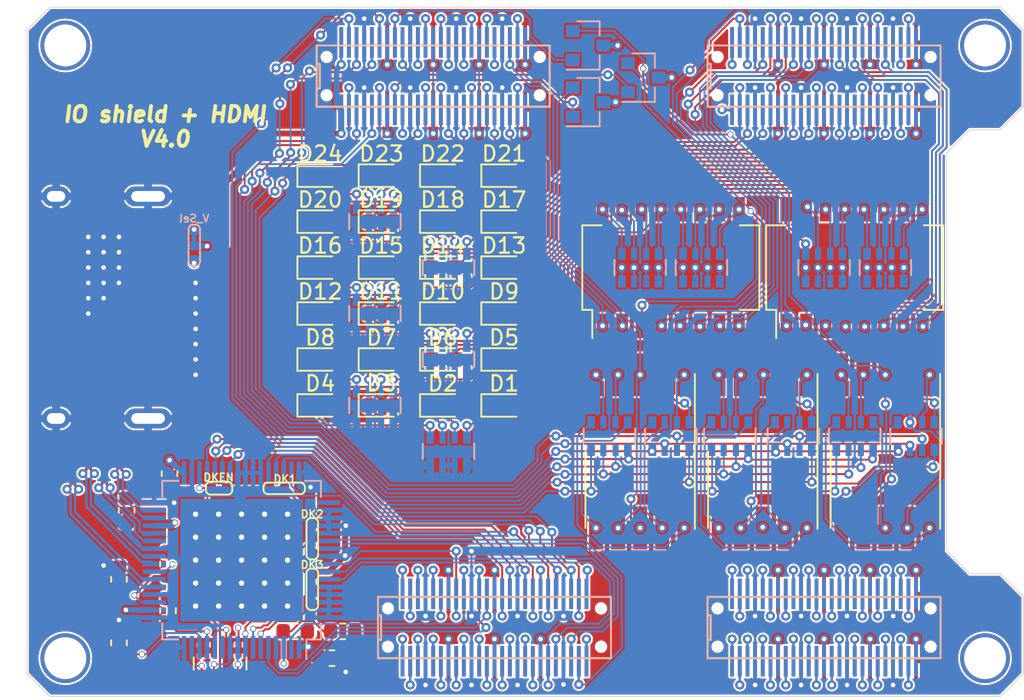
<source format=kicad_pcb>
(kicad_pcb (version 20200809) (host pcbnew "(5.99.0-2671-gfc0a358ba)")
  (layers (0 "F.Cu" signal) (1 "In1.Cu" signal) (2 "In2.Cu" signal) (31 "B.Cu" signal) (34 "B.Paste" user) (35 "F.Paste" user) (36 "B.SilkS" user) (37 "F.SilkS" user) (38 "B.Mask" user) (39 "F.Mask" user) (44 "Edge.Cuts" user))
  (net 0 "")
  (net 1 "GNDREF")
  (net 2 "/HDMI/CK-")
  (net 3 "/HDMI/CK+")
  (net 4 "/HDMI/D0-")
  (net 5 "/HDMI/D0+")
  (net 6 "/HDMI/D1-")
  (net 7 "/HDMI/D1+")
  (net 8 "/HDMI/D2-")
  (net 9 "/HDMI/D2+")
  (net 10 "+3V3")
  (net 11 "+5V")
  (net 12 "/HDMI/DK1")
  (net 13 "/HDMI/DK2")
  (net 14 "/HDMI/DK3")
  (net 15 "/HDMI/ISEL")
  (net 16 "Net-(R3-Pad1)")
  (net 17 "/B3")
  (net 18 "/B2")
  (net 19 "/B1")
  (net 20 "/B0")
  (net 21 "/CLK")
  (net 22 "/DE")
  (net 23 "/VS")
  (net 24 "/HS")
  (net 25 "/G3")
  (net 26 "/G2")
  (net 27 "/G1")
  (net 28 "/G0")
  (net 29 "/R3")
  (net 30 "/R2")
  (net 31 "/R1")
  (net 32 "/R0")
  (net 33 "/LED0")
  (net 34 "Net-(D24-Pad1)")
  (net 35 "/LED1")
  (net 36 "Net-(D1-Pad1)")
  (net 37 "/LED2")
  (net 38 "Net-(D2-Pad1)")
  (net 39 "/LED3")
  (net 40 "Net-(D3-Pad1)")
  (net 41 "/LED4")
  (net 42 "Net-(D4-Pad1)")
  (net 43 "/LED5")
  (net 44 "Net-(D5-Pad1)")
  (net 45 "/LED6")
  (net 46 "Net-(D6-Pad1)")
  (net 47 "/LED7")
  (net 48 "Net-(D7-Pad1)")
  (net 49 "/LED8")
  (net 50 "Net-(D8-Pad1)")
  (net 51 "/LED9")
  (net 52 "Net-(D9-Pad1)")
  (net 53 "/LED10")
  (net 54 "Net-(D10-Pad1)")
  (net 55 "/LED11")
  (net 56 "Net-(D11-Pad1)")
  (net 57 "/LED12")
  (net 58 "Net-(D12-Pad1)")
  (net 59 "/LED13")
  (net 60 "Net-(D13-Pad1)")
  (net 61 "/LED14")
  (net 62 "Net-(D14-Pad1)")
  (net 63 "/LED15")
  (net 64 "Net-(D15-Pad1)")
  (net 65 "/LED16")
  (net 66 "Net-(D16-Pad1)")
  (net 67 "/LED17")
  (net 68 "Net-(D17-Pad1)")
  (net 69 "/LED18")
  (net 70 "Net-(D18-Pad1)")
  (net 71 "/LED19")
  (net 72 "Net-(D19-Pad1)")
  (net 73 "/LED20")
  (net 74 "Net-(D20-Pad1)")
  (net 75 "/LED21")
  (net 76 "Net-(D21-Pad1)")
  (net 77 "/LED22")
  (net 78 "Net-(D22-Pad1)")
  (net 79 "/LED23")
  (net 80 "Net-(D23-Pad1)")
  (net 81 "Net-(JP5-Pad2)")
  (net 82 "Net-(R1-Pad2)")
  (net 83 "Net-(R4-Pad1)")
  (net 84 "Net-(RN1-Pad5)")
  (net 85 "Net-(RN1-Pad6)")
  (net 86 "Net-(RN1-Pad8)")
  (net 87 "Net-(RN14-Pad5)")
  (net 88 "Net-(RN14-Pad6)")
  (net 89 "Net-(RN14-Pad7)")
  (net 90 "Net-(RN14-Pad8)")
  (net 91 "Net-(RN15-Pad5)")
  (net 92 "Net-(RN15-Pad6)")
  (net 93 "Net-(RN15-Pad7)")
  (net 94 "Net-(RN15-Pad8)")
  (net 95 "Net-(RN16-Pad5)")
  (net 96 "Net-(RN16-Pad6)")
  (net 97 "/DIP0")
  (net 98 "/DIP1")
  (net 99 "/DIP2")
  (net 100 "/DIP3")
  (net 101 "/DIP4")
  (net 102 "/DIP5")
  (net 103 "/DIP6")
  (net 104 "/DIP7")
  (net 105 "/DIP8")
  (net 106 "/DIP9")
  (net 107 "/DIP10")
  (net 108 "/DIP11")
  (net 109 "/DIP12")
  (net 110 "/DIP13")
  (net 111 "/DIP14")
  (net 112 "/DIP15")
  (net 113 "/DIP16")
  (net 114 "/DIP17")
  (net 115 "/DIP18")
  (net 116 "/DIP19")
  (net 117 "/DIP20")
  (net 118 "/DIP21")
  (net 119 "/DIP22")
  (net 120 "/DIP23")
  (net 121 "Net-(RN16-Pad7)")
  (net 122 "Net-(RN16-Pad8)")
  (net 123 "Net-(RN17-Pad5)")
  (net 124 "Net-(RN17-Pad6)")
  (net 125 "Net-(RN17-Pad7)")
  (net 126 "Net-(RN17-Pad8)")
  (net 127 "Net-(U1-PadBB_1)")
  (net 128 "Net-(U1-PadBB_50)")
  (net 129 "Net-(U1-PadCB_1)")
  (net 130 "Net-(U1-PadCB_2)")
  (net 131 "Net-(U1-PadCB_3)")
  (net 132 "Net-(U1-PadCB_5)")
  (net 133 "Net-(U1-PadCB_6)")
  (net 134 "Net-(U1-PadCB_8)")
  (net 135 "Net-(U1-PadCB_9)")
  (net 136 "Net-(U1-PadCB_11)")
  (net 137 "/C3")
  (net 138 "/AN3")
  (net 139 "/DP")
  (net 140 "/C2")
  (net 141 "/AN1")
  (net 142 "Net-(U1-PadCB_12)")
  (net 143 "/C5")
  (net 144 "/C4")
  (net 145 "Net-(U1-PadCB_14)")
  (net 146 "Net-(U1-PadCB_15)")
  (net 147 "Net-(U1-PadCB_17)")
  (net 148 "/C1")
  (net 149 "/AN0")
  (net 150 "/C6")
  (net 151 "Net-(U1-PadCB_18)")
  (net 152 "Net-(U1-PadCB_25)")
  (net 153 "/C0")
  (net 154 "/AN2")
  (net 155 "/BTN3")
  (net 156 "/BTN2")
  (net 157 "/BTN0")
  (net 158 "/BTN1")
  (net 159 "Net-(U1-PadCB_26)")
  (net 160 "Net-(U1-PadCB_32)")
  (net 161 "Net-(U1-PadCB_45)")
  (net 162 "Net-(U1-PadCB_50)")
  (net 163 "Net-(U1-PadDB_1)")
  (net 164 "Net-(U1-PadDB_2)")
  (net 165 "Net-(U1-PadDB_3)")
  (net 166 "Net-(U1-PadDB_5)")
  (net 167 "Net-(U1-PadDB_6)")
  (net 168 "Net-(U1-PadDB_8)")
  (net 169 "Net-(U1-PadDB_9)")
  (net 170 "Net-(U1-PadDB_11)")
  (net 171 "Net-(U1-PadDB_12)")
  (net 172 "Net-(U1-PadDB_14)")
  (net 173 "Net-(U1-PadDB_15)")
  (net 174 "Net-(U1-PadDB_17)")
  (net 175 "/BTN4")
  (net 176 "Net-(U1-PadDB_18)")
  (net 177 "Net-(U1-PadDB_20)")
  (net 178 "/BTN6")
  (net 179 "Net-(U1-PadDB_21)")
  (net 180 "Net-(U1-PadDB_23)")
  (net 181 "Net-(U1-PadDB_24)")
  (net 182 "Net-(U1-PadDB_27)")
  (net 183 "Net-(U1-PadDB_28)")
  (net 184 "/BTN5")
  (net 185 "Net-(U1-PadDB_30)")
  (net 186 "Net-(U1-PadDB_31)")
  (net 187 "Net-(U1-PadDB_33)")
  (net 188 "Net-(U1-PadDB_34)")
  (net 189 "Net-(AFF1-Pad1)")
  (net 190 "Net-(AFF1-Pad2)")
  (net 191 "Net-(AFF1-Pad3)")
  (net 192 "Net-(AFF1-Pad4)")
  (net 193 "Net-(AFF1-Pad5)")
  (net 194 "Net-(AFF1-Pad6)")
  (net 195 "Net-(AFF1-Pad7)")
  (net 196 "Net-(AFF1-Pad9)")
  (net 197 "Net-(AFF1-Pad10)")
  (net 198 "Net-(AFF2-Pad1)")
  (net 199 "Net-(AFF2-Pad2)")
  (net 200 "Net-(AFF2-Pad3)")
  (net 201 "Net-(AFF2-Pad4)")
  (net 202 "Net-(AFF2-Pad5)")
  (net 203 "Net-(AFF2-Pad6)")
  (net 204 "Net-(AFF2-Pad7)")
  (net 205 "Net-(AFF2-Pad9)")
  (net 206 "Net-(AFF2-Pad10)")
  (net 207 "Net-(AFF3-Pad1)")
  (net 208 "Net-(AFF3-Pad2)")
  (net 209 "Net-(AFF3-Pad3)")
  (net 210 "Net-(AFF3-Pad4)")
  (net 211 "Net-(AFF3-Pad5)")
  (net 212 "Net-(AFF3-Pad6)")
  (net 213 "Net-(AFF3-Pad7)")
  (net 214 "Net-(AFF3-Pad9)")
  (net 215 "Net-(AFF3-Pad10)")
  (net 216 "Net-(U1-PadDB_36)")
  (net 217 "Net-(U1-PadDB_37)")
  (net 218 "Net-(U1-PadDB_39)")
  (net 219 "Net-(U1-PadDB_40)")
  (net 220 "Net-(U1-PadDB_42)")
  (net 221 "Net-(U1-PadDB_43)")
  (net 222 "Net-(U1-PadDB_45)")
  (net 223 "Net-(U1-PadDB_46)")
  (net 224 "Net-(U1-PadDB_48)")
  (net 225 "Net-(U1-PadDB_49)")
  (net 226 "Net-(U1-PadDB_50)")
  (module "Custom_Parts:jumper_unbridged" (layer "F.Cu") (at 30.6 49.95 90)
    (fp_text reference "JP4" hide)
    (fp_text value "DK3" (at 1.55 0) (layer "F.SilkS") (effects (font (size 0.5 0.5) (thickness 0.1))))
    (pad "1" smd roundrect (at -1 0 90) (size 0.59 0.64) (layers "F.Cu" "F.Paste" "F.Mask") (net 10 "+3V3"))
    (pad "2" smd roundrect (at -0.03 0 90) (size 0.59 0.64) (layers "F.Cu" "F.Paste" "F.Mask") (net 14 "/HDMI/DK3"))
    (pad "3" smd roundrect (at 0.885 0 90) (size 0.59 0.64) (layers "F.Cu" "F.Paste" "F.Mask") (net 1 "GNDREF"))
  )
  (module "Custom_Parts:Jumper_2_Pin_Unbridged" (layer "F.Cu") (at 24.5 43.4 180)
    (fp_text reference "JP5" hide)
    (fp_text value "DKEN" (at 0 0.7) (layer "F.SilkS") (effects (font (size 0.5 0.5) (thickness 0.1))))
    (pad "1" smd roundrect (at -0.5 0 180) (size 0.59 0.64) (layers "F.Cu" "F.Paste" "F.Mask") (net 1 "GNDREF"))
    (pad "2" smd roundrect (at 0.47 0 180) (size 0.59 0.64) (layers "F.Cu" "F.Paste" "F.Mask") (net 81 "Net-(JP5-Pad2)"))
  )
  (module "Button_Switch_SMD:SW_DIP_SPSTx08_Slide_Copal_CHS-08B_W7.62mm_P1.27mm" (layer "F.Cu") (at 54 29 90)
    (fp_text reference "SW2" hide)
    (fp_text value "SW_DIP_x08")
    (pad "1" smd rect (at -3.81 -4.445 90) (size 1.6 0.76) (layers "F.Cu" "F.Paste" "F.Mask") (net 112 "/DIP15"))
    (pad "2" smd rect (at -3.81 -3.175 90) (size 1.6 0.76) (layers "F.Cu" "F.Paste" "F.Mask") (net 111 "/DIP14"))
    (pad "3" smd rect (at -3.81 -1.905 90) (size 1.6 0.76) (layers "F.Cu" "F.Paste" "F.Mask") (net 110 "/DIP13"))
    (pad "4" smd rect (at -3.81 -0.635 90) (size 1.6 0.76) (layers "F.Cu" "F.Paste" "F.Mask") (net 109 "/DIP12"))
    (pad "5" smd rect (at -3.81 0.635 90) (size 1.6 0.76) (layers "F.Cu" "F.Paste" "F.Mask") (net 108 "/DIP11"))
    (pad "6" smd rect (at -3.81 1.905 90) (size 1.6 0.76) (layers "F.Cu" "F.Paste" "F.Mask") (net 107 "/DIP10"))
    (pad "7" smd rect (at -3.81 3.175 90) (size 1.6 0.76) (layers "F.Cu" "F.Paste" "F.Mask") (net 106 "/DIP9"))
    (pad "8" smd rect (at -3.81 4.445 90) (size 1.6 0.76) (layers "F.Cu" "F.Paste" "F.Mask") (net 105 "/DIP8"))
    (pad "9" smd rect (at 3.81 4.445 90) (size 1.6 0.76) (layers "F.Cu" "F.Paste" "F.Mask") (net 122 "Net-(RN16-Pad8)"))
    (pad "10" smd rect (at 3.81 3.175 90) (size 1.6 0.76) (layers "F.Cu" "F.Paste" "F.Mask") (net 121 "Net-(RN16-Pad7)"))
    (pad "11" smd rect (at 3.81 1.905 90) (size 1.6 0.76) (layers "F.Cu" "F.Paste" "F.Mask") (net 96 "Net-(RN16-Pad6)"))
    (pad "12" smd rect (at 3.81 0.635 90) (size 1.6 0.76) (layers "F.Cu" "F.Paste" "F.Mask") (net 95 "Net-(RN16-Pad5)"))
    (pad "13" smd rect (at 3.81 -0.635 90) (size 1.6 0.76) (layers "F.Cu" "F.Paste" "F.Mask") (net 126 "Net-(RN17-Pad8)"))
    (pad "14" smd rect (at 3.81 -1.905 90) (size 1.6 0.76) (layers "F.Cu" "F.Paste" "F.Mask") (net 125 "Net-(RN17-Pad7)"))
    (pad "15" smd rect (at 3.81 -3.175 90) (size 1.6 0.76) (layers "F.Cu" "F.Paste" "F.Mask") (net 124 "Net-(RN17-Pad6)"))
    (pad "16" smd rect (at 3.81 -4.445 90) (size 1.6 0.76) (layers "F.Cu" "F.Paste" "F.Mask") (net 123 "Net-(RN17-Pad5)"))
  )
  (module "Custom_Parts:Alchitry_Top_Bottom" (layer "F.Cu") (at 12 57)
    (fp_text reference "U1" hide)
    (fp_text value "boardmezzanine_new")
    (fp_circle (center 2.5 -2.5) (end 4 -2.5) (layer "F.Cu") (width 0.254))
    (fp_circle (center 62.5 -2.5) (end 64 -2.5) (layer "F.Cu") (width 0.254))
    (fp_circle (center 62.5 -42.5) (end 64 -42.5) (layer "F.Cu") (width 0.254))
    (fp_circle (center 2.5 -42.5) (end 4 -42.5) (layer "F.Cu") (width 0.254))
    (fp_circle (center 2.5 -42.5) (end 4 -42.5) (layer "B.Cu") (width 0.254))
    (fp_circle (center 62.5 -2.5) (end 64 -2.5) (layer "B.Cu") (width 0.254))
    (fp_circle (center 2.5 -2.5) (end 4 -2.5) (layer "B.Cu") (width 0.254))
    (fp_circle (center 62.5 -42.5) (end 64 -42.5) (layer "B.Cu") (width 0.254))
    (pad "AB_1" smd rect (at 20.5 -38.3) (size 0.25 2) (layers "B.Cu" "B.Paste" "B.Mask") (net 11 "+5V"))
    (pad "AB_2" smd rect (at 21 -38.3) (size 0.25 2) (layers "B.Cu" "B.Paste" "B.Mask") (net 150 "/C6"))
    (pad "AB_3" smd rect (at 21.5 -38.3) (size 0.25 2) (layers "B.Cu" "B.Paste" "B.Mask") (net 143 "/C5"))
    (pad "AB_4" smd rect (at 22 -38.3) (size 0.25 2) (layers "B.Cu" "B.Paste" "B.Mask") (net 1 "GNDREF"))
    (pad "AB_5" smd rect (at 22.5 -38.3) (size 0.25 2) (layers "B.Cu" "B.Paste" "B.Mask") (net 153 "/C0"))
    (pad "AB_6" smd rect (at 23 -38.3) (size 0.25 2) (layers "B.Cu" "B.Paste" "B.Mask") (net 148 "/C1"))
    (pad "AB_7" smd rect (at 23.5 -38.3) (size 0.25 2) (layers "B.Cu" "B.Paste" "B.Mask") (net 10 "+3V3"))
    (pad "AB_8" smd rect (at 24 -38.3) (size 0.25 2) (layers "B.Cu" "B.Paste" "B.Mask") (net 154 "/AN2"))
    (pad "AB_9" smd rect (at 24.5 -38.3) (size 0.25 2) (layers "B.Cu" "B.Paste" "B.Mask") (net 138 "/AN3"))
    (pad "AB_10" smd rect (at 25 -38.3) (size 0.25 2) (layers "B.Cu" "B.Paste" "B.Mask") (net 1 "GNDREF"))
    (pad "AB_11" smd rect (at 25.5 -38.3) (size 0.25 2) (layers "B.Cu" "B.Paste" "B.Mask") (net 79 "/LED23"))
    (pad "AB_12" smd rect (at 26 -38.3) (size 0.25 2) (layers "B.Cu" "B.Paste" "B.Mask") (net 77 "/LED22"))
    (pad "AB_13" smd rect (at 26.5 -38.3) (size 0.25 2) (layers "B.Cu" "B.Paste" "B.Mask") (net 10 "+3V3"))
    (pad "AB_14" smd rect (at 27 -38.3) (size 0.25 2) (layers "B.Cu" "B.Paste" "B.Mask") (net 75 "/LED21"))
    (pad "AB_15" smd rect (at 27.5 -38.3) (size 0.25 2) (layers "B.Cu" "B.Paste" "B.Mask") (net 73 "/LED20"))
    (pad "AB_16" smd rect (at 28 -38.3) (size 0.25 2) (layers "B.Cu" "B.Paste" "B.Mask") (net 1 "GNDREF"))
    (pad "AB_17" smd rect (at 28.5 -38.3) (size 0.25 2) (layers "B.Cu" "B.Paste" "B.Mask") (net 71 "/LED19"))
    (pad "AB_18" smd rect (at 29 -38.3) (size 0.25 2) (layers "B.Cu" "B.Paste" "B.Mask") (net 69 "/LED18"))
    (pad "AB_19" smd rect (at 29.5 -38.3) (size 0.25 2) (layers "B.Cu" "B.Paste" "B.Mask") (net 10 "+3V3"))
    (pad "AB_20" smd rect (at 30 -38.3) (size 0.25 2) (layers "B.Cu" "B.Paste" "B.Mask") (net 67 "/LED17"))
    (pad "AB_21" smd rect (at 30.5 -38.3) (size 0.25 2) (layers "B.Cu" "B.Paste" "B.Mask") (net 65 "/LED16"))
    (pad "AB_22" smd rect (at 31 -38.3) (size 0.25 2) (layers "B.Cu" "B.Paste" "B.Mask") (net 1 "GNDREF"))
    (pad "AB_23" smd rect (at 31.5 -38.3) (size 0.25 2) (layers "B.Cu" "B.Paste" "B.Mask") (net 63 "/LED15"))
    (pad "AB_24" smd rect (at 32 -38.3) (size 0.25 2) (layers "B.Cu" "B.Paste" "B.Mask") (net 61 "/LED14"))
    (pad "AB_25" smd rect (at 32.5 -38.3) (size 0.25 2) (layers "B.Cu" "B.Paste" "B.Mask") (net 10 "+3V3"))
    (pad "AB_26" smd rect (at 32.5 -42.7) (size 0.25 2) (layers "B.Cu" "B.Paste" "B.Mask") (net 10 "+3V3"))
    (pad "AB_27" smd rect (at 32 -42.7) (size 0.25 2) (layers "B.Cu" "B.Paste" "B.Mask") (net 111 "/DIP14"))
    (pad "AB_28" smd rect (at 31.5 -42.7) (size 0.25 2) (layers "B.Cu" "B.Paste" "B.Mask") (net 112 "/DIP15"))
    (pad "AB_29" smd rect (at 31 -42.7) (size 0.25 2) (layers "B.Cu" "B.Paste" "B.Mask") (net 1 "GNDREF"))
    (pad "AB_30" smd rect (at 30.5 -42.7) (size 0.25 2) (layers "B.Cu" "B.Paste" "B.Mask") (net 113 "/DIP16"))
    (pad "AB_31" smd rect (at 30 -42.7) (size 0.25 2) (layers "B.Cu" "B.Paste" "B.Mask") (net 114 "/DIP17"))
    (pad "AB_32" smd rect (at 29.5 -42.7) (size 0.25 2) (layers "B.Cu" "B.Paste" "B.Mask") (net 10 "+3V3"))
    (pad "AB_33" smd rect (at 29 -42.7) (size 0.25 2) (layers "B.Cu" "B.Paste" "B.Mask") (net 115 "/DIP18"))
    (pad "AB_34" smd rect (at 28.5 -42.7) (size 0.25 2) (layers "B.Cu" "B.Paste" "B.Mask") (net 116 "/DIP19"))
    (pad "AB_35" smd rect (at 28 -42.7) (size 0.25 2) (layers "B.Cu" "B.Paste" "B.Mask") (net 1 "GNDREF"))
    (pad "AB_36" smd rect (at 27.5 -42.7) (size 0.25 2) (layers "B.Cu" "B.Paste" "B.Mask") (net 117 "/DIP20"))
    (pad "AB_37" smd rect (at 27 -42.7) (size 0.25 2) (layers "B.Cu" "B.Paste" "B.Mask") (net 118 "/DIP21"))
    (pad "AB_38" smd rect (at 26.5 -42.7) (size 0.25 2) (layers "B.Cu" "B.Paste" "B.Mask") (net 10 "+3V3"))
    (pad "AB_39" smd rect (at 26 -42.7) (size 0.25 2) (layers "B.Cu" "B.Paste" "B.Mask") (net 119 "/DIP22"))
    (pad "AB_40" smd rect (at 25.5 -42.7) (size 0.25 2) (layers "B.Cu" "B.Paste" "B.Mask") (net 120 "/DIP23"))
    (pad "AB_41" smd rect (at 25 -42.7) (size 0.25 2) (layers "B.Cu" "B.Paste" "B.Mask") (net 1 "GNDREF"))
    (pad "AB_42" smd rect (at 24.5 -42.7) (size 0.25 2) (layers "B.Cu" "B.Paste" "B.Mask") (net 141 "/AN1"))
    (pad "AB_43" smd rect (at 24 -42.7) (size 0.25 2) (layers "B.Cu" "B.Paste" "B.Mask") (net 149 "/AN0"))
    (pad "AB_44" smd rect (at 23.5 -42.7) (size 0.25 2) (layers "B.Cu" "B.Paste" "B.Mask") (net 10 "+3V3"))
    (pad "AB_45" smd rect (at 23 -42.7) (size 0.25 2) (layers "B.Cu" "B.Paste" "B.Mask") (net 144 "/C4"))
    (pad "AB_46" smd rect (at 22.5 -42.7) (size 0.25 2) (layers "B.Cu" "B.Paste" "B.Mask") (net 137 "/C3"))
    (pad "AB_47" smd rect (at 22 -42.7) (size 0.25 2) (layers "B.Cu" "B.Paste" "B.Mask") (net 1 "GNDREF"))
    (pad "AB_48" smd rect (at 21.5 -42.7) (size 0.25 2) (layers "B.Cu" "B.Paste" "B.Mask") (net 140 "/C2"))
    (pad "AB_49" smd rect (at 21 -42.7) (size 0.25 2) (layers "B.Cu" "B.Paste" "B.Mask") (net 139 "/DP"))
    (pad "AB_50" smd rect (at 20.5 -42.7) (size 0.25 2) (layers "B.Cu" "B.Paste" "B.Mask") (net 11 "+5V"))
    (pad "AT_1" smd rect (at 20.5 -38.3) (size 0.25 2) (layers "F.Cu" "F.Paste" "F.Mask") (net 11 "+5V"))
    (pad "AT_2" smd rect (at 21 -38.3) (size 0.25 2) (layers "F.Cu" "F.Paste" "F.Mask") (net 150 "/C6"))
    (pad "AT_3" smd rect (at 21.5 -38.3) (size 0.25 2) (layers "F.Cu" "F.Paste" "F.Mask") (net 143 "/C5"))
    (pad "AT_4" smd rect (at 22 -38.3) (size 0.25 2) (layers "F.Cu" "F.Paste" "F.Mask") (net 1 "GNDREF"))
    (pad "AT_5" smd rect (at 22.5 -38.3) (size 0.25 2) (layers "F.Cu" "F.Paste" "F.Mask") (net 153 "/C0"))
    (pad "AT_6" smd rect (at 23 -38.3) (size 0.25 2) (layers "F.Cu" "F.Paste" "F.Mask") (net 148 "/C1"))
    (pad "AT_7" smd rect (at 23.5 -38.3) (size 0.25 2) (layers "F.Cu" "F.Paste" "F.Mask") (net 10 "+3V3"))
    (pad "AT_8" smd rect (at 24 -38.3) (size 0.25 2) (layers "F.Cu" "F.Paste" "F.Mask") (net 154 "/AN2"))
    (pad "AT_9" smd rect (at 24.5 -38.3) (size 0.25 2) (layers "F.Cu" "F.Paste" "F.Mask") (net 138 "/AN3"))
    (pad "AT_10" smd rect (at 25 -38.3) (size 0.25 2) (layers "F.Cu" "F.Paste" "F.Mask") (net 1 "GNDREF"))
    (pad "AT_11" smd rect (at 25.5 -38.3) (size 0.25 2) (layers "F.Cu" "F.Paste" "F.Mask") (net 79 "/LED23"))
    (pad "AT_12" smd rect (at 26 -38.3) (size 0.25 2) (layers "F.Cu" "F.Paste" "F.Mask") (net 77 "/LED22"))
    (pad "AT_13" smd rect (at 26.5 -38.3) (size 0.25 2) (layers "F.Cu" "F.Paste" "F.Mask") (net 10 "+3V3"))
    (pad "AT_14" smd rect (at 27 -38.3) (size 0.25 2) (layers "F.Cu" "F.Paste" "F.Mask") (net 75 "/LED21"))
    (pad "AT_15" smd rect (at 27.5 -38.3) (size 0.25 2) (layers "F.Cu" "F.Paste" "F.Mask") (net 73 "/LED20"))
    (pad "AT_16" smd rect (at 28 -38.3) (size 0.25 2) (layers "F.Cu" "F.Paste" "F.Mask") (net 1 "GNDREF"))
    (pad "AT_17" smd rect (at 28.5 -38.3) (size 0.25 2) (layers "F.Cu" "F.Paste" "F.Mask") (net 71 "/LED19"))
    (pad "AT_18" smd rect (at 29 -38.3) (size 0.25 2) (layers "F.Cu" "F.Paste" "F.Mask") (net 69 "/LED18"))
    (pad "AT_19" smd rect (at 29.5 -38.3) (size 0.25 2) (layers "F.Cu" "F.Paste" "F.Mask") (net 10 "+3V3"))
    (pad "AT_20" smd rect (at 30 -38.3) (size 0.25 2) (layers "F.Cu" "F.Paste" "F.Mask") (net 67 "/LED17"))
    (pad "AT_21" smd rect (at 30.5 -38.3) (size 0.25 2) (layers "F.Cu" "F.Paste" "F.Mask") (net 65 "/LED16"))
    (pad "AT_22" smd rect (at 31 -38.3) (size 0.25 2) (layers "F.Cu" "F.Paste" "F.Mask") (net 1 "GNDREF"))
    (pad "AT_23" smd rect (at 31.5 -38.3) (size 0.25 2) (layers "F.Cu" "F.Paste" "F.Mask") (net 63 "/LED15"))
    (pad "AT_24" smd rect (at 32 -38.3) (size 0.25 2) (layers "F.Cu" "F.Paste" "F.Mask") (net 61 "/LED14"))
    (pad "AT_25" smd rect (at 32.5 -38.3) (size 0.25 2) (layers "F.Cu" "F.Paste" "F.Mask") (net 10 "+3V3"))
    (pad "AT_26" smd rect (at 32.5 -42.7) (size 0.25 2) (layers "F.Cu" "F.Paste" "F.Mask") (net 10 "+3V3"))
    (pad "AT_27" smd rect (at 32 -42.7) (size 0.25 2) (layers "F.Cu" "F.Paste" "F.Mask") (net 111 "/DIP14"))
    (pad "AT_28" smd rect (at 31.5 -42.7) (size 0.25 2) (layers "F.Cu" "F.Paste" "F.Mask") (net 112 "/DIP15"))
    (pad "AT_29" smd rect (at 31 -42.7) (size 0.25 2) (layers "F.Cu" "F.Paste" "F.Mask") (net 1 "GNDREF"))
    (pad "AT_30" smd rect (at 30.5 -42.7) (size 0.25 2) (layers "F.Cu" "F.Paste" "F.Mask") (net 113 "/DIP16"))
    (pad "AT_31" smd rect (at 30 -42.7) (size 0.25 2) (layers "F.Cu" "F.Paste" "F.Mask") (net 114 "/DIP17"))
    (pad "AT_32" smd rect (at 29.5 -42.7) (size 0.25 2) (layers "F.Cu" "F.Paste" "F.Mask") (net 10 "+3V3"))
    (pad "AT_33" smd rect (at 29 -42.7) (size 0.25 2) (layers "F.Cu" "F.Paste" "F.Mask") (net 115 "/DIP18"))
    (pad "AT_34" smd rect (at 28.5 -42.7) (size 0.25 2) (layers "F.Cu" "F.Paste" "F.Mask") (net 116 "/DIP19"))
    (pad "AT_35" smd rect (at 28 -42.7) (size 0.25 2) (layers "F.Cu" "F.Paste" "F.Mask") (net 1 "GNDREF"))
    (pad "AT_36" smd rect (at 27.5 -42.7) (size 0.25 2) (layers "F.Cu" "F.Paste" "F.Mask") (net 117 "/DIP20"))
    (pad "AT_37" smd rect (at 27 -42.7) (size 0.25 2) (layers "F.Cu" "F.Paste" "F.Mask") (net 118 "/DIP21"))
    (pad "AT_38" smd rect (at 26.5 -42.7) (size 0.25 2) (layers "F.Cu" "F.Paste" "F.Mask") (net 10 "+3V3"))
    (pad "AT_39" smd rect (at 26 -42.7) (size 0.25 2) (layers "F.Cu" "F.Paste" "F.Mask") (net 119 "/DIP22"))
    (pad "AT_40" smd rect (at 25.5 -42.7) (size 0.25 2) (layers "F.Cu" "F.Paste" "F.Mask") (net 120 "/DIP23"))
    (pad "AT_41" smd rect (at 25 -42.7) (size 0.25 2) (layers "F.Cu" "F.Paste" "F.Mask") (net 1 "GNDREF"))
    (pad "AT_42" smd rect (at 24.5 -42.7) (size 0.25 2) (layers "F.Cu" "F.Paste" "F.Mask") (net 141 "/AN1"))
    (pad "AT_43" smd rect (at 24 -42.7) (size 0.25 2) (layers "F.Cu" "F.Paste" "F.Mask") (net 149 "/AN0"))
    (pad "AT_44" smd rect (at 23.5 -42.7) (size 0.25 2) (layers "F.Cu" "F.Paste" "F.Mask") (net 10 "+3V3"))
    (pad "AT_45" smd rect (at 23 -42.7) (size 0.25 2) (layers "F.Cu" "F.Paste" "F.Mask") (net 144 "/C4"))
    (pad "AT_46" smd rect (at 22.5 -42.7) (size 0.25 2) (layers "F.Cu" "F.Paste" "F.Mask") (net 137 "/C3"))
    (pad "AT_47" smd rect (at 22 -42.7) (size 0.25 2) (layers "F.Cu" "F.Paste" "F.Mask") (net 1 "GNDREF"))
    (pad "AT_48" smd rect (at 21.5 -42.7) (size 0.25 2) (layers "F.Cu" "F.Paste" "F.Mask") (net 140 "/C2"))
    (pad "AT_49" smd rect (at 21 -42.7) (size 0.25 2) (layers "F.Cu" "F.Paste" "F.Mask") (net 139 "/DP"))
    (pad "AT_50" smd rect (at 20.5 -42.7) (size 0.25 2) (layers "F.Cu" "F.Paste" "F.Mask") (net 11 "+5V"))
    (pad "BB_1" smd rect (at 46 -38.3) (size 0.25 2) (layers "B.Cu" "B.Paste" "B.Mask") (net 127 "Net-(U1-PadBB_1)"))
    (pad "BB_2" smd rect (at 46.5 -38.3) (size 0.25 2) (layers "B.Cu" "B.Paste" "B.Mask") (net 59 "/LED13"))
    (pad "BB_3" smd rect (at 47 -38.3) (size 0.25 2) (layers "B.Cu" "B.Paste" "B.Mask") (net 57 "/LED12"))
    (pad "BB_4" smd rect (at 47.5 -38.3) (size 0.25 2) (layers "B.Cu" "B.Paste" "B.Mask") (net 1 "GNDREF"))
    (pad "BB_5" smd rect (at 48 -38.3) (size 0.25 2) (layers "B.Cu" "B.Paste" "B.Mask") (net 55 "/LED11"))
    (pad "BB_6" smd rect (at 48.5 -38.3) (size 0.25 2) (layers "B.Cu" "B.Paste" "B.Mask") (net 53 "/LED10"))
    (pad "BB_7" smd rect (at 49 -38.3) (size 0.25 2) (layers "B.Cu" "B.Paste" "B.Mask") (net 10 "+3V3"))
    (pad "BB_8" smd rect (at 49.5 -38.3) (size 0.25 2) (layers "B.Cu" "B.Paste" "B.Mask") (net 51 "/LED9"))
    (pad "BB_9" smd rect (at 50 -38.3) (size 0.25 2) (layers "B.Cu" "B.Paste" "B.Mask") (net 49 "/LED8"))
    (pad "BB_10" smd rect (at 50.5 -38.3) (size 0.25 2) (layers "B.Cu" "B.Paste" "B.Mask") (net 1 "GNDREF"))
    (pad "BB_11" smd rect (at 51 -38.3) (size 0.25 2) (layers "B.Cu" "B.Paste" "B.Mask") (net 47 "/LED7"))
    (pad "BB_12" smd rect (at 51.5 -38.3) (size 0.25 2) (layers "B.Cu" "B.Paste" "B.Mask") (net 45 "/LED6"))
    (pad "BB_13" smd rect (at 52 -38.3) (size 0.25 2) (layers "B.Cu" "B.Paste" "B.Mask") (net 10 "+3V3"))
    (pad "BB_14" smd rect (at 52.5 -38.3) (size 0.25 2) (layers "B.Cu" "B.Paste" "B.Mask") (net 43 "/LED5"))
    (pad "BB_15" smd rect (at 53 -38.3) (size 0.25 2) (layers "B.Cu" "B.Paste" "B.Mask") (net 41 "/LED4"))
    (pad "BB_16" smd rect (at 53.5 -38.3) (size 0.25 2) (layers "B.Cu" "B.Paste" "B.Mask") (net 1 "GNDREF"))
    (pad "BB_17" smd rect (at 54 -38.3) (size 0.25 2) (layers "B.Cu" "B.Paste" "B.Mask") (net 39 "/LED3"))
    (pad "BB_18" smd rect (at 54.5 -38.3) (size 0.25 2) (layers "B.Cu" "B.Paste" "B.Mask") (net 37 "/LED2"))
    (pad "BB_19" smd rect (at 55 -38.3) (size 0.25 2) (layers "B.Cu" "B.Paste" "B.Mask") (net 10 "+3V3"))
    (pad "BB_20" smd rect (at 55.5 -38.3) (size 0.25 2) (layers "B.Cu" "B.Paste" "B.Mask") (net 35 "/LED1"))
    (pad "BB_21" smd rect (at 56 -38.3) (size 0.25 2) (layers "B.Cu" "B.Paste" "B.Mask") (net 33 "/LED0"))
    (pad "BB_22" smd rect (at 56.5 -38.3) (size 0.25 2) (layers "B.Cu" "B.Paste" "B.Mask") (net 1 "GNDREF"))
    (pad "BB_23" smd rect (at 57 -38.3) (size 0.25 2) (layers "B.Cu" "B.Paste" "B.Mask") (net 156 "/BTN2"))
    (pad "BB_24" smd rect (at 57.5 -38.3) (size 0.25 2) (layers "B.Cu" "B.Paste" "B.Mask") (net 155 "/BTN3"))
    (pad "BB_25" smd rect (at 58 -38.3) (size 0.25 2) (layers "B.Cu" "B.Paste" "B.Mask") (net 10 "+3V3"))
    (pad "BB_26" smd rect (at 58 -42.7) (size 0.25 2) (layers "B.Cu" "B.Paste" "B.Mask") (net 10 "+3V3"))
    (pad "BB_27" smd rect (at 57.5 -42.7) (size 0.25 2) (layers "B.Cu" "B.Paste" "B.Mask") (net 158 "/BTN1"))
    (pad "BB_28" smd rect (at 57 -42.7) (size 0.25 2) (layers "B.Cu" "B.Paste" "B.Mask") (net 157 "/BTN0"))
    (pad "BB_29" smd rect (at 56.5 -42.7) (size 0.25 2) (layers "B.Cu" "B.Paste" "B.Mask") (net 1 "GNDREF"))
    (pad "BB_30" smd rect (at 56 -42.7) (size 0.25 2) (layers "B.Cu" "B.Paste" "B.Mask") (net 97 "/DIP0"))
    (pad "BB_31" smd rect (at 55.5 -42.7) (size 0.25 2) (layers "B.Cu" "B.Paste" "B.Mask") (net 98 "/DIP1"))
    (pad "BB_32" smd rect (at 55 -42.7) (size 0.25 2) (layers "B.Cu" "B.Paste" "B.Mask") (net 10 "+3V3"))
    (pad "BB_33" smd rect (at 54.5 -42.7) (size 0.25 2) (layers "B.Cu" "B.Paste" "B.Mask") (net 99 "/DIP2"))
    (pad "BB_34" smd rect (at 54 -42.7) (size 0.25 2) (layers "B.Cu" "B.Paste" "B.Mask") (net 100 "/DIP3"))
    (pad "BB_35" smd rect (at 53.5 -42.7) (size 0.25 2) (layers "B.Cu" "B.Paste" "B.Mask") (net 1 "GNDREF"))
    (pad "BB_36" smd rect (at 53 -42.7) (size 0.25 2) (layers "B.Cu" "B.Paste" "B.Mask") (net 101 "/DIP4"))
    (pad "BB_37" smd rect (at 52.5 -42.7) (size 0.25 2) (layers "B.Cu" "B.Paste" "B.Mask") (net 102 "/DIP5"))
    (pad "BB_38" smd rect (at 52 -42.7) (size 0.25 2) (layers "B.Cu" "B.Paste" "B.Mask") (net 10 "+3V3"))
    (pad "BB_39" smd rect (at 51.5 -42.7) (size 0.25 2) (layers "B.Cu" "B.Paste" "B.Mask") (net 103 "/DIP6"))
    (pad "BB_40" smd rect (at 51 -42.7) (size 0.25 2) (layers "B.Cu" "B.Paste" "B.Mask") (net 104 "/DIP7"))
    (pad "BB_41" smd rect (at 50.5 -42.7) (size 0.25 2) (layers "B.Cu" "B.Paste" "B.Mask") (net 1 "GNDREF"))
    (pad "BB_42" smd rect (at 50 -42.7) (size 0.25 2) (layers "B.Cu" "B.Paste" "B.Mask") (net 105 "/DIP8"))
    (pad "BB_43" smd rect (at 49.5 -42.7) (size 0.25 2) (layers "B.Cu" "B.Paste" "B.Mask") (net 106 "/DIP9"))
    (pad "BB_44" smd rect (at 49 -42.7) (size 0.25 2) (layers "B.Cu" "B.Paste" "B.Mask") (net 10 "+3V3"))
    (pad "BB_45" smd rect (at 48.5 -42.7) (size 0.25 2) (layers "B.Cu" "B.Paste" "B.Mask") (net 107 "/DIP10"))
    (pad "BB_46" smd rect (at 48 -42.7) (size 0.25 2) (layers "B.Cu" "B.Paste" "B.Mask") (net 108 "/DIP11"))
    (pad "BB_47" smd rect (at 47.5 -42.7) (size 0.25 2) (layers "B.Cu" "B.Paste" "B.Mask") (net 1 "GNDREF"))
    (pad "BB_48" smd rect (at 47 -42.7) (size 0.25 2) (layers "B.Cu" "B.Paste" "B.Mask") (net 109 "/DIP12"))
    (pad "BB_49" smd rect (at 46.5 -42.7) (size 0.25 2) (layers "B.Cu" "B.Paste" "B.Mask") (net 110 "/DIP13"))
    (pad "BB_50" smd rect (at 46 -42.7) (size 0.25 2) (layers "B.Cu" "B.Paste" "B.Mask") (net 128 "Net-(U1-PadBB_50)"))
    (pad "BT_1" smd rect (at 46 -38.3) (size 0.25 2) (layers "F.Cu" "F.Paste" "F.Mask") (net 127 "Net-(U1-PadBB_1)"))
    (pad "BT_2" smd rect (at 46.5 -38.3) (size 0.25 2) (layers "F.Cu" "F.Paste" "F.Mask") (net 59 "/LED13"))
    (pad "BT_3" smd rect (at 47 -38.3) (size 0.25 2) (layers "F.Cu" "F.Paste" "F.Mask") (net 57 "/LED12"))
    (pad "BT_4" smd rect (at 47.5 -38.3) (size 0.25 2) (layers "F.Cu" "F.Paste" "F.Mask") (net 1 "GNDREF"))
    (pad "BT_5" smd rect (at 48 -38.3) (size 0.25 2) (layers "F.Cu" "F.Paste" "F.Mask") (net 55 "/LED11"))
    (pad "BT_6" smd rect (at 48.5 -38.3) (size 0.25 2) (layers "F.Cu" "F.Paste" "F.Mask") (net 53 "/LED10"))
    (pad "BT_7" smd rect (at 49 -38.3) (size 0.25 2) (layers "F.Cu" "F.Paste" "F.Mask") (net 10 "+3V3"))
    (pad "BT_8" smd rect (at 49.5 -38.3) (size 0.25 2) (layers "F.Cu" "F.Paste" "F.Mask") (net 51 "/LED9"))
    (pad "BT_9" smd rect (at 50 -38.3) (size 0.25 2) (layers "F.Cu" "F.Paste" "F.Mask") (net 49 "/LED8"))
    (pad "BT_10" smd rect (at 50.5 -38.3) (size 0.25 2) (layers "F.Cu" "F.Paste" "F.Mask") (net 1 "GNDREF"))
    (pad "BT_11" smd rect (at 51 -38.3) (size 0.25 2) (layers "F.Cu" "F.Paste" "F.Mask") (net 47 "/LED7"))
    (pad "BT_12" smd rect (at 51.5 -38.3) (size 0.25 2) (layers "F.Cu" "F.Paste" "F.Mask") (net 45 "/LED6"))
    (pad "BT_13" smd rect (at 52 -38.3) (size 0.25 2) (layers "F.Cu" "F.Paste" "F.Mask") (net 10 "+3V3"))
    (pad "BT_14" smd rect (at 52.5 -38.3) (size 0.25 2) (layers "F.Cu" "F.Paste" "F.Mask") (net 43 "/LED5"))
    (pad "BT_15" smd rect (at 53 -38.3) (size 0.25 2) (layers "F.Cu" "F.Paste" "F.Mask") (net 41 "/LED4"))
    (pad "BT_16" smd rect (at 53.5 -38.3) (size 0.25 2) (layers "F.Cu" "F.Paste" "F.Mask") (net 1 "GNDREF"))
    (pad "BT_17" smd rect (at 54 -38.3) (size 0.25 2) (layers "F.Cu" "F.Paste" "F.Mask") (net 39 "/LED3"))
    (pad "BT_18" smd rect (at 54.5 -38.3) (size 0.25 2) (layers "F.Cu" "F.Paste" "F.Mask") (net 37 "/LED2"))
    (pad "BT_19" smd rect (at 55 -38.3) (size 0.25 2) (layers "F.Cu" "F.Paste" "F.Mask") (net 10 "+3V3"))
    (pad "BT_20" smd rect (at 55.5 -38.3) (size 0.25 2) (layers "F.Cu" "F.Paste" "F.Mask") (net 35 "/LED1"))
    (pad "BT_21" smd rect (at 56 -38.3) (size 0.25 2) (layers "F.Cu" "F.Paste" "F.Mask") (net 33 "/LED0"))
    (pad "BT_22" smd rect (at 56.5 -38.3) (size 0.25 2) (layers "F.Cu" "F.Paste" "F.Mask") (net 1 "GNDREF"))
    (pad "BT_23" smd rect (at 57 -38.3) (size 0.25 2) (layers "F.Cu" "F.Paste" "F.Mask") (net 156 "/BTN2"))
    (pad "BT_24" smd rect (at 57.5 -38.3) (size 0.25 2) (layers "F.Cu" "F.Paste" "F.Mask") (net 155 "/BTN3"))
    (pad "BT_25" smd rect (at 58 -38.3) (size 0.25 2) (layers "F.Cu" "F.Paste" "F.Mask") (net 10 "+3V3"))
    (pad "BT_26" smd rect (at 58 -42.7) (size 0.25 2) (layers "F.Cu" "F.Paste" "F.Mask") (net 10 "+3V3"))
    (pad "BT_27" smd rect (at 57.5 -42.7) (size 0.25 2) (layers "F.Cu" "F.Paste" "F.Mask") (net 158 "/BTN1"))
    (pad "BT_28" smd rect (at 57 -42.7) (size 0.25 2) (layers "F.Cu" "F.Paste" "F.Mask") (net 157 "/BTN0"))
    (pad "BT_29" smd rect (at 56.5 -42.7) (size 0.25 2) (layers "F.Cu" "F.Paste" "F.Mask") (net 1 "GNDREF"))
    (pad "BT_30" smd rect (at 56 -42.7) (size 0.25 2) (layers "F.Cu" "F.Paste" "F.Mask") (net 97 "/DIP0"))
    (pad "BT_31" smd rect (at 55.5 -42.7) (size 0.25 2) (layers "F.Cu" "F.Paste" "F.Mask") (net 98 "/DIP1"))
    (pad "BT_32" smd rect (at 55 -42.7) (size 0.25 2) (layers "F.Cu" "F.Paste" "F.Mask") (net 10 "+3V3"))
    (pad "BT_33" smd rect (at 54.5 -42.7) (size 0.25 2) (layers "F.Cu" "F.Paste" "F.Mask") (net 99 "/DIP2"))
    (pad "BT_34" smd rect (at 54 -42.7) (size 0.25 2) (layers "F.Cu" "F.Paste" "F.Mask") (net 100 "/DIP3"))
    (pad "BT_35" smd rect (at 53.5 -42.7) (size 0.25 2) (layers "F.Cu" "F.Paste" "F.Mask") (net 1 "GNDREF"))
    (pad "BT_36" smd rect (at 53 -42.7) (size 0.25 2) (layers "F.Cu" "F.Paste" "F.Mask") (net 101 "/DIP4"))
    (pad "BT_37" smd rect (at 52.5 -42.7) (size 0.25 2) (layers "F.Cu" "F.Paste" "F.Mask") (net 102 "/DIP5"))
    (pad "BT_38" smd rect (at 52 -42.7) (size 0.25 2) (layers "F.Cu" "F.Paste" "F.Mask") (net 10 "+3V3"))
    (pad "BT_39" smd rect (at 51.5 -42.7) (size 0.25 2) (layers "F.Cu" "F.Paste" "F.Mask") (net 103 "/DIP6"))
    (pad "BT_40" smd rect (at 51 -42.7) (size 0.25 2) (layers "F.Cu" "F.Paste" "F.Mask") (net 104 "/DIP7"))
    (pad "BT_41" smd rect (at 50.5 -42.7) (size 0.25 2) (layers "F.Cu" "F.Paste" "F.Mask") (net 1 "GNDREF"))
    (pad "BT_42" smd rect (at 50 -42.7) (size 0.25 2) (layers "F.Cu" "F.Paste" "F.Mask") (net 105 "/DIP8"))
    (pad "BT_43" smd rect (at 49.5 -42.7) (size 0.25 2) (layers "F.Cu" "F.Paste" "F.Mask") (net 106 "/DIP9"))
    (pad "BT_44" smd rect (at 49 -42.7) (size 0.25 2) (layers "F.Cu" "F.Paste" "F.Mask") (net 10 "+3V3"))
    (pad "BT_45" smd rect (at 48.5 -42.7) (size 0.25 2) (layers "F.Cu" "F.Paste" "F.Mask") (net 107 "/DIP10"))
    (pad "BT_46" smd rect (at 48 -42.7) (size 0.25 2) (layers "F.Cu" "F.Paste" "F.Mask") (net 108 "/DIP11"))
    (pad "BT_47" smd rect (at 47.5 -42.7) (size 0.25 2) (layers "F.Cu" "F.Paste" "F.Mask") (net 1 "GNDREF"))
    (pad "BT_48" smd rect (at 47 -42.7) (size 0.25 2) (layers "F.Cu" "F.Paste" "F.Mask") (net 109 "/DIP12"))
    (pad "BT_49" smd rect (at 46.5 -42.7) (size 0.25 2) (layers "F.Cu" "F.Paste" "F.Mask") (net 110 "/DIP13"))
    (pad "BT_50" smd rect (at 46 -42.7) (size 0.25 2) (layers "F.Cu" "F.Paste" "F.Mask") (net 128 "Net-(U1-PadBB_50)"))
    (pad "CB_1" smd rect (at 24.5 -2.3) (size 0.25 2) (layers "B.Cu" "B.Paste" "B.Mask") (net 129 "Net-(U1-PadCB_1)"))
    (pad "CB_2" smd rect (at 25 -2.3) (size 0.25 2) (layers "B.Cu" "B.Paste" "B.Mask") (net 130 "Net-(U1-PadCB_2)"))
    (pad "CB_3" smd rect (at 25.5 -2.3) (size 0.25 2) (layers "B.Cu" "B.Paste" "B.Mask") (net 131 "Net-(U1-PadCB_3)"))
    (pad "CB_4" smd rect (at 26 -2.3) (size 0.25 2) (layers "B.Cu" "B.Paste" "B.Mask") (net 1 "GNDREF"))
    (pad "CB_5" smd rect (at 26.5 -2.3) (size 0.25 2) (layers "B.Cu" "B.Paste" "B.Mask") (net 132 "Net-(U1-PadCB_5)"))
    (pad "CB_6" smd rect (at 27 -2.3) (size 0.25 2) (layers "B.Cu" "B.Paste" "B.Mask") (net 133 "Net-(U1-PadCB_6)"))
    (pad "CB_7" smd rect (at 27.5 -2.3) (size 0.25 2) (layers "B.Cu" "B.Paste" "B.Mask") (net 10 "+3V3"))
    (pad "CB_8" smd rect (at 28 -2.3) (size 0.25 2) (layers "B.Cu" "B.Paste" "B.Mask") (net 134 "Net-(U1-PadCB_8)"))
    (pad "CB_9" smd rect (at 28.5 -2.3) (size 0.25 2) (layers "B.Cu" "B.Paste" "B.Mask") (net 135 "Net-(U1-PadCB_9)"))
    (pad "CB_10" smd rect (at 29 -2.3) (size 0.25 2) (layers "B.Cu" "B.Paste" "B.Mask") (net 1 "GNDREF"))
    (pad "CB_11" smd rect (at 29.5 -2.3) (size 0.25 2) (layers "B.Cu" "B.Paste" "B.Mask") (net 136 "Net-(U1-PadCB_11)"))
    (pad "CB_12" smd rect (at 30 -2.3) (size 0.25 2) (layers "B.Cu" "B.Paste" "B.Mask") (net 142 "Net-(U1-PadCB_12)"))
    (pad "CB_13" smd rect (at 30.5 -2.3) (size 0.25 2) (layers "B.Cu" "B.Paste" "B.Mask") (net 10 "+3V3"))
    (pad "CB_14" smd rect (at 31 -2.3) (size 0.25 2) (layers "B.Cu" "B.Paste" "B.Mask") (net 145 "Net-(U1-PadCB_14)"))
    (pad "CB_15" smd rect (at 31.5 -2.3) (size 0.25 2) (layers "B.Cu" "B.Paste" "B.Mask") (net 146 "Net-(U1-PadCB_15)"))
    (pad "CB_16" smd rect (at 32 -2.3) (size 0.25 2) (layers "B.Cu" "B.Paste" "B.Mask") (net 1 "GNDREF"))
    (pad "CB_17" smd rect (at 32.5 -2.3) (size 0.25 2) (layers "B.Cu" "B.Paste" "B.Mask") (net 147 "Net-(U1-PadCB_17)"))
    (pad "CB_18" smd rect (at 33 -2.3) (size 0.25 2) (layers "B.Cu" "B.Paste" "B.Mask") (net 151 "Net-(U1-PadCB_18)"))
    (pad "CB_19" smd rect (at 33.5 -2.3) (size 0.25 2) (layers "B.Cu" "B.Paste" "B.Mask") (net 10 "+3V3"))
    (pad "CB_20" smd rect (at 34 -2.3) (size 0.25 2) (layers "B.Cu" "B.Paste" "B.Mask") (net 20 "/B0"))
    (pad "CB_21" smd rect (at 34.5 -2.3) (size 0.25 2) (layers "B.Cu" "B.Paste" "B.Mask") (net 19 "/B1"))
    (pad "CB_22" smd rect (at 35 -2.3) (size 0.25 2) (layers "B.Cu" "B.Paste" "B.Mask") (net 1 "GNDREF"))
    (pad "CB_23" smd rect (at 35.5 -2.3) (size 0.25 2) (layers "B.Cu" "B.Paste" "B.Mask") (net 18 "/B2"))
    (pad "CB_24" smd rect (at 36 -2.3) (size 0.25 2) (layers "B.Cu" "B.Paste" "B.Mask") (net 17 "/B3"))
    (pad "CB_25" smd rect (at 36.5 -2.3) (size 0.25 2) (layers "B.Cu" "B.Paste" "B.Mask") (net 152 "Net-(U1-PadCB_25)"))
    (pad "CB_26" smd rect (at 36.5 -6.7) (size 0.25 2) (layers "B.Cu" "B.Paste" "B.Mask") (net 159 "Net-(U1-PadCB_26)"))
    (pad "CB_27" smd rect (at 36 -6.7) (size 0.25 2) (layers "B.Cu" "B.Paste" "B.Mask") (net 25 "/G3"))
    (pad "CB_28" smd rect (at 35.5 -6.7) (size 0.25 2) (layers "B.Cu" "B.Paste" "B.Mask") (net 26 "/G2"))
    (pad "CB_29" smd rect (at 35 -6.7) (size 0.25 2) (layers "B.Cu" "B.Paste" "B.Mask") (net 1 "GNDREF"))
    (pad "CB_30" smd rect (at 34.5 -6.7) (size 0.25 2) (layers "B.Cu" "B.Paste" "B.Mask") (net 27 "/G1"))
    (pad "CB_31" smd rect (at 34 -6.7) (size 0.25 2) (layers "B.Cu" "B.Paste" "B.Mask") (net 28 "/G0"))
    (pad "CB_32" smd rect (at 33.5 -6.7) (size 0.25 2) (layers "B.Cu" "B.Paste" "B.Mask") (net 160 "Net-(U1-PadCB_32)"))
    (pad "CB_33" smd rect (at 33 -6.7) (size 0.25 2) (layers "B.Cu" "B.Paste" "B.Mask") (net 29 "/R3"))
    (pad "CB_34" smd rect (at 32.5 -6.7) (size 0.25 2) (layers "B.Cu" "B.Paste" "B.Mask") (net 30 "/R2"))
    (pad "CB_35" smd rect (at 32 -6.7) (size 0.25 2) (layers "B.Cu" "B.Paste" "B.Mask") (net 1 "GNDREF"))
    (pad "CB_36" smd rect (at 31.5 -6.7) (size 0.25 2) (layers "B.Cu" "B.Paste" "B.Mask") (net 31 "/R1"))
    (pad "CB_37" smd rect (at 31 -6.7) (size 0.25 2) (layers "B.Cu" "B.Paste" "B.Mask") (net 32 "/R0"))
    (pad "CB_38" smd rect (at 30.5 -6.7) (size 0.25 2) (layers "B.Cu" "B.Paste" "B.Mask") (net 10 "+3V3"))
    (pad "CB_39" smd rect (at 30 -6.7) (size 0.25 2) (layers "B.Cu" "B.Paste" "B.Mask") (net 24 "/HS"))
    (pad "CB_40" smd rect (at 29.5 -6.7) (size 0.25 2) (layers "B.Cu" "B.Paste" "B.Mask") (net 23 "/VS"))
    (pad "CB_41" smd rect (at 29 -6.7) (size 0.25 2) (layers "B.Cu" "B.Paste" "B.Mask") (net 1 "GNDREF"))
    (pad "CB_42" smd rect (at 28.5 -6.7) (size 0.25 2) (layers "B.Cu" "B.Paste" "B.Mask") (net 22 "/DE"))
    (pad "CB_43" smd rect (at 28 -6.7) (size 0.25 2) (layers "B.Cu" "B.Paste" "B.Mask") (net 21 "/CLK"))
    (pad "CB_44" smd rect (at 27.5 -6.7) (size 0.25 2) (layers "B.Cu" "B.Paste" "B.Mask") (net 10 "+3V3"))
    (pad "CB_45" smd rect (at 27 -6.7) (size 0.25 2) (layers "B.Cu" "B.Paste" "B.Mask") (net 161 "Net-(U1-PadCB_45)"))
    (pad "CB_46" smd rect (at 26.5 -6.7) (size 0.25 2) (layers "B.Cu" "B.Paste" "B.Mask") (net 178 "/BTN6"))
    (pad "CB_47" smd rect (at 26 -6.7) (size 0.25 2) (layers "B.Cu" "B.Paste" "B.Mask") (net 1 "GNDREF"))
    (pad "CB_48" smd rect (at 25.5 -6.7) (size 0.25 2) (layers "B.Cu" "B.Paste" "B.Mask") (net 184 "/BTN5"))
    (pad "CB_49" smd rect (at 25 -6.7) (size 0.25 2) (layers "B.Cu" "B.Paste" "B.Mask") (net 175 "/BTN4"))
    (pad "CB_50" smd rect (at 24.5 -6.7) (size 0.25 2) (layers "B.Cu" "B.Paste" "B.Mask") (net 162 "Net-(U1-PadCB_50)"))
    (pad "CT_1" smd rect (at 24.5 -2.3) (size 0.25 2) (layers "F.Cu" "F.Paste" "F.Mask") (net 129 "Net-(U1-PadCB_1)"))
    (pad "CT_2" smd rect (at 25 -2.3) (size 0.25 2) (layers "F.Cu" "F.Paste" "F.Mask") (net 130 "Net-(U1-PadCB_2)"))
    (pad "CT_3" smd rect (at 25.5 -2.3) (size 0.25 2) (layers "F.Cu" "F.Paste" "F.Mask") (net 131 "Net-(U1-PadCB_3)"))
    (pad "CT_4" smd rect (at 26 -2.3) (size 0.25 2) (layers "F.Cu" "F.Paste" "F.Mask") (net 1 "GNDREF"))
    (pad "CT_5" smd rect (at 26.5 -2.3) (size 0.25 2) (layers "F.Cu" "F.Paste" "F.Mask") (net 132 "Net-(U1-PadCB_5)"))
    (pad "CT_6" smd rect (at 27 -2.3) (size 0.25 2) (layers "F.Cu" "F.Paste" "F.Mask") (net 133 "Net-(U1-PadCB_6)"))
    (pad "CT_7" smd rect (at 27.5 -2.3) (size 0.25 2) (layers "F.Cu" "F.Paste" "F.Mask") (net 10 "+3V3"))
    (pad "CT_8" smd rect (at 28 -2.3) (size 0.25 2) (layers "F.Cu" "F.Paste" "F.Mask") (net 134 "Net-(U1-PadCB_8)"))
    (pad "CT_9" smd rect (at 28.5 -2.3) (size 0.25 2) (layers "F.Cu" "F.Paste" "F.Mask") (net 135 "Net-(U1-PadCB_9)"))
    (pad "CT_10" smd rect (at 29 -2.3) (size 0.25 2) (layers "F.Cu" "F.Paste" "F.Mask") (net 1 "GNDREF"))
    (pad "CT_11" smd rect (at 29.5 -2.3) (size 0.25 2) (layers "F.Cu" "F.Paste" "F.Mask") (net 136 "Net-(U1-PadCB_11)"))
    (pad "CT_12" smd rect (at 30 -2.3) (size 0.25 2) (layers "F.Cu" "F.Paste" "F.Mask") (net 142 "Net-(U1-PadCB_12)"))
    (pad "CT_13" smd rect (at 30.5 -2.3) (size 0.25 2) (layers "F.Cu" "F.Paste" "F.Mask") (net 10 "+3V3"))
    (pad "CT_14" smd rect (at 31 -2.3) (size 0.25 2) (layers "F.Cu" "F.Paste" "F.Mask") (net 145 "Net-(U1-PadCB_14)"))
    (pad "CT_15" smd rect (at 31.5 -2.3) (size 0.25 2) (layers "F.Cu" "F.Paste" "F.Mask") (net 146 "Net-(U1-PadCB_15)"))
    (pad "CT_16" smd rect (at 32 -2.3) (size 0.25 2) (layers "F.Cu" "F.Paste" "F.Mask") (net 1 "GNDREF"))
    (pad "CT_17" smd rect (at 32.5 -2.3) (size 0.25 2) (layers "F.Cu" "F.Paste" "F.Mask") (net 147 "Net-(U1-PadCB_17)"))
    (pad "CT_18" smd rect (at 33 -2.3) (size 0.25 2) (layers "F.Cu" "F.Paste" "F.Mask") (net 151 "Net-(U1-PadCB_18)"))
    (pad "CT_19" smd rect (at 33.5 -2.3) (size 0.25 2) (layers "F.Cu" "F.Paste" "F.Mask") (net 10 "+3V3"))
    (pad "CT_20" smd rect (at 34 -2.3) (size 0.25 2) (layers "F.Cu" "F.Paste" "F.Mask") (net 20 "/B0"))
    (pad "CT_21" smd rect (at 34.5 -2.3) (size 0.25 2) (layers "F.Cu" "F.Paste" "F.Mask") (net 19 "/B1"))
    (pad "CT_22" smd rect (at 35 -2.3) (size 0.25 2) (layers "F.Cu" "F.Paste" "F.Mask") (net 1 "GNDREF"))
    (pad "CT_23" smd rect (at 35.5 -2.3) (size 0.25 2) (layers "F.Cu" "F.Paste" "F.Mask") (net 18 "/B2"))
    (pad "CT_24" smd rect (at 36 -2.3) (size 0.25 2) (layers "F.Cu" "F.Paste" "F.Mask") (net 17 "/B3"))
    (pad "CT_25" smd rect (at 36.5 -2.3) (size 0.25 2) (layers "F.Cu" "F.Paste" "F.Mask") (net 152 "Net-(U1-PadCB_25)"))
    (pad "CT_26" smd rect (at 36.5 -6.7) (size 0.25 2) (layers "F.Cu" "F.Paste" "F.Mask") (net 159 "Net-(U1-PadCB_26)"))
    (pad "CT_27" smd rect (at 36 -6.7) (size 0.25 2) (layers "F.Cu" "F.Paste" "F.Mask") (net 25 "/G3"))
    (pad "CT_28" smd rect (at 35.5 -6.7) (size 0.25 2) (layers "F.Cu" "F.Paste" "F.Mask") (net 26 "/G2"))
    (pad "CT_29" smd rect (at 35 -6.7) (size 0.25 2) (layers "F.Cu" "F.Paste" "F.Mask") (net 1 "GNDREF"))
    (pad "CT_30" smd rect (at 34.5 -6.7) (size 0.25 2) (layers "F.Cu" "F.Paste" "F.Mask") (net 27 "/G1"))
    (pad "CT_31" smd rect (at 34 -6.7) (size 0.25 2) (layers "F.Cu" "F.Paste" "F.Mask") (net 28 "/G0"))
    (pad "CT_32" smd rect (at 33.5 -6.7) (size 0.25 2) (layers "F.Cu" "F.Paste" "F.Mask") (net 160 "Net-(U1-PadCB_32)"))
    (pad "CT_33" smd rect (at 33 -6.7) (size 0.25 2) (layers "F.Cu" "F.Paste" "F.Mask") (net 29 "/R3"))
    (pad "CT_34" smd rect (at 32.5 -6.7) (size 0.25 2) (layers "F.Cu" "F.Paste" "F.Mask") (net 30 "/R2"))
    (pad "CT_35" smd rect (at 32 -6.7) (size 0.25 2) (layers "F.Cu" "F.Paste" "F.Mask") (net 1 "GNDREF"))
    (pad "CT_36" smd rect (at 31.5 -6.7) (size 0.25 2) (layers "F.Cu" "F.Paste" "F.Mask") (net 31 "/R1"))
    (pad "CT_37" smd rect (at 31 -6.7) (size 0.25 2) (layers "F.Cu" "F.Paste" "F.Mask") (net 32 "/R0"))
    (pad "CT_38" smd rect (at 30.5 -6.7) (size 0.25 2) (layers "F.Cu" "F.Paste" "F.Mask") (net 10 "+3V3"))
    (pad "CT_39" smd rect (at 30 -6.7) (size 0.25 2) (layers "F.Cu" "F.Paste" "F.Mask") (net 24 "/HS"))
    (pad "CT_40" smd rect (at 29.5 -6.7) (size 0.25 2) (layers "F.Cu" "F.Paste" "F.Mask") (net 23 "/VS"))
    (pad "CT_41" smd rect (at 29 -6.7) (size 0.25 2) (layers "F.Cu" "F.Paste" "F.Mask") (net 1 "GNDREF"))
    (pad "CT_42" smd rect (at 28.5 -6.7) (size 0.25 2) (layers "F.Cu" "F.Paste" "F.Mask") (net 22 "/DE"))
    (pad "CT_43" smd rect (at 28 -6.7) (size 0.25 2) (layers "F.Cu" "F.Paste" "F.Mask") (net 21 "/CLK"))
    (pad "CT_44" smd rect (at 27.5 -6.7) (size 0.25 2) (layers "F.Cu" "F.Paste" "F.Mask") (net 10 "+3V3"))
    (pad "CT_45" smd rect (at 27 -6.7) (size 0.25 2) (layers "F.Cu" "F.Paste" "F.Mask") (net 161 "Net-(U1-PadCB_45)"))
    (pad "CT_46" smd rect (at 26.5 -6.7) (size 0.25 2) (layers "F.Cu" "F.Paste" "F.Mask") (net 178 "/BTN6"))
    (pad "CT_47" smd rect (at 26 -6.7) (size 0.25 2) (layers "F.Cu" "F.Paste" "F.Mask") (net 1 "GNDREF"))
    (pad "CT_48" smd rect (at 25.5 -6.7) (size 0.25 2) (layers "F.Cu" "F.Paste" "F.Mask") (net 184 "/BTN5"))
    (pad "CT_49" smd rect (at 25 -6.7) (size 0.25 2) (layers "F.Cu" "F.Paste" "F.Mask") (net 175 "/BTN4"))
    (pad "CT_50" smd rect (at 24.5 -6.7) (size 0.25 2) (layers "F.Cu" "F.Paste" "F.Mask") (net 162 "Net-(U1-PadCB_50)"))
    (pad "DB_1" smd rect (at 46 -2.3) (size 0.25 2) (layers "B.Cu" "B.Paste" "B.Mask") (net 163 "Net-(U1-PadDB_1)"))
    (pad "DB_2" smd rect (at 46.5 -2.3) (size 0.25 2) (layers "B.Cu" "B.Paste" "B.Mask") (net 164 "Net-(U1-PadDB_2)"))
    (pad "DB_3" smd rect (at 47 -2.3) (size 0.25 2) (layers "B.Cu" "B.Paste" "B.Mask") (net 165 "Net-(U1-PadDB_3)"))
    (pad "DB_4" smd rect (at 47.5 -2.3) (size 0.25 2) (layers "B.Cu" "B.Paste" "B.Mask") (net 1 "GNDREF"))
    (pad "DB_5" smd rect (at 48 -2.3) (size 0.25 2) (layers "B.Cu" "B.Paste" "B.Mask") (net 166 "Net-(U1-PadDB_5)"))
    (pad "DB_6" smd rect (at 48.5 -2.3) (size 0.25 2) (layers "B.Cu" "B.Paste" "B.Mask") (net 167 "Net-(U1-PadDB_6)"))
    (pad "DB_7" smd rect (at 49 -2.3) (size 0.25 2) (layers "B.Cu" "B.Paste" "B.Mask") (net 10 "+3V3"))
    (pad "DB_8" smd rect (at 49.5 -2.3) (size 0.25 2) (layers "B.Cu" "B.Paste" "B.Mask") (net 168 "Net-(U1-PadDB_8)"))
    (pad "DB_9" smd rect (at 50 -2.3) (size 0.25 2) (layers "B.Cu" "B.Paste" "B.Mask") (net 169 "Net-(U1-PadDB_9)"))
    (pad "DB_10" smd rect (at 50.5 -2.3) (size 0.25 2) (layers "B.Cu" "B.Paste" "B.Mask") (net 1 "GNDREF"))
    (pad "DB_11" smd rect (at 51 -2.3) (size 0.25 2) (layers "B.Cu" "B.Paste" "B.Mask") (net 170 "Net-(U1-PadDB_11)"))
    (pad "DB_12" smd rect (at 51.5 -2.3) (size 0.25 2) (layers "B.Cu" "B.Paste" "B.Mask") (net 171 "Net-(U1-PadDB_12)"))
    (pad "DB_13" smd rect (at 52 -2.3) (size 0.25 2) (layers "B.Cu" "B.Paste" "B.Mask") (net 10 "+3V3"))
    (pad "DB_14" smd rect (at 52.5 -2.3) (size 0.25 2) (layers "B.Cu" "B.Paste" "B.Mask") (net 172 "Net-(U1-PadDB_14)"))
    (pad "DB_15" smd rect (at 53 -2.3) (size 0.25 2) (layers "B.Cu" "B.Paste" "B.Mask") (net 173 "Net-(U1-PadDB_15)"))
    (pad "DB_16" smd rect (at 53.5 -2.3) (size 0.25 2) (layers "B.Cu" "B.Paste" "B.Mask") (net 1 "GNDREF"))
    (pad "DB_17" smd rect (at 54 -2.3) (size 0.25 2) (layers "B.Cu" "B.Paste" "B.Mask") (net 174 "Net-(U1-PadDB_17)"))
    (pad "DB_18" smd rect (at 54.5 -2.3) (size 0.25 2) (layers "B.Cu" "B.Paste" "B.Mask") (net 176 "Net-(U1-PadDB_18)"))
    (pad "DB_19" smd rect (at 55 -2.3) (size 0.25 2) (layers "B.Cu" "B.Paste" "B.Mask") (net 10 "+3V3"))
    (pad "DB_20" smd rect (at 55.5 -2.3) (size 0.25 2) (layers "B.Cu" "B.Paste" "B.Mask") (net 177 "Net-(U1-PadDB_20)"))
    (pad "DB_21" smd rect (at 56 -2.3) (size 0.25 2) (layers "B.Cu" "B.Paste" "B.Mask") (net 179 "Net-(U1-PadDB_21)"))
    (pad "DB_22" smd rect (at 56.5 -2.3) (size 0.25 2) (layers "B.Cu" "B.Paste" "B.Mask") (net 1 "GNDREF"))
    (pad "DB_23" smd rect (at 57 -2.3) (size 0.25 2) (layers "B.Cu" "B.Paste" "B.Mask") (net 180 "Net-(U1-PadDB_23)"))
    (pad "DB_24" smd rect (at 57.5 -2.3) (size 0.25 2) (layers "B.Cu" "B.Paste" "B.Mask") (net 181 "Net-(U1-PadDB_24)"))
    (pad "DB_25" smd rect (at 58 -2.3) (size 0.25 2) (layers "B.Cu" "B.Paste" "B.Mask") (net 10 "+3V3"))
    (pad "DB_26" smd rect (at 58 -6.7) (size 0.25 2) (layers "B.Cu" "B.Paste" "B.Mask") (net 10 "+3V3"))
    (pad "DB_27" smd rect (at 57.5 -6.7) (size 0.25 2) (layers "B.Cu" "B.Paste" "B.Mask") (net 182 "Net-(U1-PadDB_27)"))
    (pad "DB_28" smd rect (at 57 -6.7) (size 0.25 2) (layers "B.Cu" "B.Paste" "B.Mask") (net 183 "Net-(U1-PadDB_28)"))
    (pad "DB_29" smd rect (at 56.5 -6.7) (size 0.25 2) (layers "B.Cu" "B.Paste" "B.Mask") (net 1 "GNDREF"))
    (pad "DB_30" smd rect (at 56 -6.7) (size 0.25 2) (layers "B.Cu" "B.Paste" "B.Mask") (net 185 "Net-(U1-PadDB_30)"))
    (pad "DB_31" smd rect (at 55.5 -6.7) (size 0.25 2) (layers "B.Cu" "B.Paste" "B.Mask") (net 186 "Net-(U1-PadDB_31)"))
    (pad "DB_32" smd rect (at 55 -6.7) (size 0.25 2) (layers "B.Cu" "B.Paste" "B.Mask") (net 10 "+3V3"))
    (pad "DB_33" smd rect (at 54.5 -6.7) (size 0.25 2) (layers "B.Cu" "B.Paste" "B.Mask") (net 187 "Net-(U1-PadDB_33)"))
    (pad "DB_34" smd rect (at 54 -6.7) (size 0.25 2) (layers "B.Cu" "B.Paste" "B.Mask") (net 188 "Net-(U1-PadDB_34)"))
    (pad "DB_35" smd rect (at 53.5 -6.7) (size 0.25 2) (layers "B.Cu" "B.Paste" "B.Mask") (net 1 "GNDREF"))
    (pad "DB_36" smd rect (at 53 -6.7) (size 0.25 2) (layers "B.Cu" "B.Paste" "B.Mask") (net 216 "Net-(U1-PadDB_36)"))
    (pad "DB_37" smd rect (at 52.5 -6.7) (size 0.25 2) (layers "B.Cu" "B.Paste" "B.Mask") (net 217 "Net-(U1-PadDB_37)"))
    (pad "DB_38" smd rect (at 52 -6.7) (size 0.25 2) (layers "B.Cu" "B.Paste" "B.Mask") (net 10 "+3V3"))
    (pad "DB_39" smd rect (at 51.5 -6.7) (size 0.25 2) (layers "B.Cu" "B.Paste" "B.Mask") (net 218 "Net-(U1-PadDB_39)"))
    (pad "DB_40" smd rect (at 51 -6.7) (size 0.25 2) (layers "B.Cu" "B.Paste" "B.Mask") (net 219 "Net-(U1-PadDB_40)"))
    (pad "DB_41" smd rect (at 50.5 -6.7) (size 0.25 2) (layers "B.Cu" "B.Paste" "B.Mask") (net 1 "GNDREF"))
    (pad "DB_42" smd rect (at 50 -6.7) (size 0.25 2) (layers "B.Cu" "B.Paste" "B.Mask") (net 220 "Net-(U1-PadDB_42)"))
    (pad "DB_43" smd rect (at 49.5 -6.7) (size 0.25 2) (layers "B.Cu" "B.Paste" "B.Mask") (net 221 "Net-(U1-PadDB_43)"))
    (pad "DB_44" smd rect (at 49 -6.7) (size 0.25 2) (layers "B.Cu" "B.Paste" "B.Mask") (net 10 "+3V3"))
    (pad "DB_45" smd rect (at 48.5 -6.7) (size 0.25 2) (layers "B.Cu" "B.Paste" "B.Mask") (net 222 "Net-(U1-PadDB_45)"))
    (pad "DB_46" smd rect (at 48 -6.7) (size 0.25 2) (layers "B.Cu" "B.Paste" "B.Mask") (net 223 "Net-(U1-PadDB_46)"))
    (pad "DB_47" smd rect (at 47.5 -6.7) (size 0.25 2) (layers "B.Cu" "B.Paste" "B.Mask") (net 1 "GNDREF"))
    (pad "DB_48" smd rect (at 47 -6.7) (size 0.25 2) (layers "B.Cu" "B.Paste" "B.Mask") (net 224 "Net-(U1-PadDB_48)"))
    (pad "DB_49" smd rect (at 46.5 -6.7) (size 0.25 2) (layers "B.Cu" "B.Paste" "B.Mask") (net 225 "Net-(U1-PadDB_49)"))
    (pad "DB_50" smd rect (at 46 -6.7) (size 0.25 2) (layers "B.Cu" "B.Paste" "B.Mask") (net 226 "Net-(U1-PadDB_50)"))
    (pad "DT_1" smd rect (at 46 -2.3) (size 0.25 2) (layers "F.Cu" "F.Paste" "F.Mask") (net 163 "Net-(U1-PadDB_1)"))
    (pad "DT_2" smd rect (at 46.5 -2.3) (size 0.25 2) (layers "F.Cu" "F.Paste" "F.Mask") (net 164 "Net-(U1-PadDB_2)"))
    (pad "DT_3" smd rect (at 47 -2.3) (size 0.25 2) (layers "F.Cu" "F.Paste" "F.Mask") (net 165 "Net-(U1-PadDB_3)"))
    (pad "DT_4" smd rect (at 47.5 -2.3) (size 0.25 2) (layers "F.Cu" "F.Paste" "F.Mask") (net 1 "GNDREF"))
    (pad "DT_5" smd rect (at 48 -2.3) (size 0.25 2) (layers "F.Cu" "F.Paste" "F.Mask") (net 166 "Net-(U1-PadDB_5)"))
    (pad "DT_6" smd rect (at 48.5 -2.3) (size 0.25 2) (layers "F.Cu" "F.Paste" "F.Mask") (net 167 "Net-(U1-PadDB_6)"))
    (pad "DT_7" smd rect (at 49 -2.3) (size 0.25 2) (layers "F.Cu" "F.Paste" "F.Mask") (net 10 "+3V3"))
    (pad "DT_8" smd rect (at 49.5 -2.3) (size 0.25 2) (layers "F.Cu" "F.Paste" "F.Mask") (net 168 "Net-(U1-PadDB_8)"))
    (pad "DT_9" smd rect (at 50 -2.3) (size 0.25 2) (layers "F.Cu" "F.Paste" "F.Mask") (net 169 "Net-(U1-PadDB_9)"))
    (pad "DT_10" smd rect (at 50.5 -2.3) (size 0.25 2) (layers "F.Cu" "F.Paste" "F.Mask") (net 1 "GNDREF"))
    (pad "DT_11" smd rect (at 51 -2.3) (size 0.25 2) (layers "F.Cu" "F.Paste" "F.Mask") (net 170 "Net-(U1-PadDB_11)"))
    (pad "DT_12" smd rect (at 51.5 -2.3) (size 0.25 2) (layers "F.Cu" "F.Paste" "F.Mask") (net 171 "Net-(U1-PadDB_12)"))
    (pad "DT_13" smd rect (at 52 -2.3) (size 0.25 2) (layers "F.Cu" "F.Paste" "F.Mask") (net 10 "+3V3"))
    (pad "DT_14" smd rect (at 52.5 -2.3) (size 0.25 2) (layers "F.Cu" "F.Paste" "F.Mask") (net 172 "Net-(U1-PadDB_14)"))
    (pad "DT_15" smd rect (at 53 -2.3) (size 0.25 2) (layers "F.Cu" "F.Paste" "F.Mask") (net 173 "Net-(U1-PadDB_15)"))
    (pad "DT_16" smd rect (at 53.5 -2.3) (size 0.25 2) (layers "F.Cu" "F.Paste" "F.Mask") (net 1 "GNDREF"))
    (pad "DT_17" smd rect (at 54 -2.3) (size 0.25 2) (layers "F.Cu" "F.Paste" "F.Mask") (net 174 "Net-(U1-PadDB_17)"))
    (pad "DT_18" smd rect (at 54.5 -2.3) (size 0.25 2) (layers "F.Cu" "F.Paste" "F.Mask") (net 176 "Net-(U1-PadDB_18)"))
    (pad "DT_19" smd rect (at 55 -2.3) (size 0.25 2) (layers "F.Cu" "F.Paste" "F.Mask") (net 10 "+3V3"))
    (pad "DT_20" smd rect (at 55.5 -2.3) (size 0.25 2) (layers "F.Cu" "F.Paste" "F.Mask") (net 177 "Net-(U1-PadDB_20)"))
    (pad "DT_21" smd rect (at 56 -2.3) (size 0.25 2) (layers "F.Cu" "F.Paste" "F.Mask") (net 179 "Net-(U1-PadDB_21)"))
    (pad "DT_22" smd rect (at 56.5 -2.3) (size 0.25 2) (layers "F.Cu" "F.Paste" "F.Mask") (net 1 "GNDREF"))
    (pad "DT_23" smd rect (at 57 -2.3) (size 0.25 2) (layers "F.Cu" "F.Paste" "F.Mask") (net 180 "Net-(U1-PadDB_23)"))
    (pad "DT_24" smd rect (at 57.5 -2.3) (size 0.25 2) (layers "F.Cu" "F.Paste" "F.Mask") (net 181 "Net-(U1-PadDB_24)"))
    (pad "DT_25" smd rect (at 58 -2.3) (size 0.25 2) (layers "F.Cu" "F.Paste" "F.Mask") (net 10 "+3V3"))
    (pad "DT_26" smd rect (at 58 -6.7) (size 0.25 2) (layers "F.Cu" "F.Paste" "F.Mask") (net 10 "+3V3"))
    (pad "DT_27" smd rect (at 57.5 -6.7) (size 0.25 2) (layers "F.Cu" "F.Paste" "F.Mask") (net 182 "Net-(U1-PadDB_27)"))
    (pad "DT_28" smd rect (at 57 -6.7) (size 0.25 2) (layers "F.Cu" "F.Paste" "F.Mask") (net 183 "Net-(U1-PadDB_28)"))
    (pad "DT_29" smd rect (at 56.5 -6.7) (size 0.25 2) (layers "F.Cu" "F.Paste" "F.Mask") (net 1 "GNDREF"))
    (pad "DT_30" smd rect (at 56 -6.7) (size 0.25 2) (layers "F.Cu" "F.Paste" "F.Mask") (net 185 "Net-(U1-PadDB_30)"))
    (pad "DT_31" smd rect (at 55.5 -6.7) (size 0.25 2) (layers "F.Cu" "F.Paste" "F.Mask") (net 186 "Net-(U1-PadDB_31)"))
    (pad "DT_32" smd rect (at 55 -6.7) (size 0.25 2) (layers "F.Cu" "F.Paste" "F.Mask") (net 10 "+3V3"))
    (pad "DT_33" smd rect (at 54.5 -6.7) (size 0.25 2) (layers "F.Cu" "F.Paste" "F.Mask") (net 187 "Net-(U1-PadDB_33)"))
    (pad "DT_34" smd rect (at 54 -6.7) (size 0.25 2) (layers "F.Cu" "F.Paste" "F.Mask") (net 188 "Net-(U1-PadDB_34)"))
    (pad "DT_35" smd rect (at 53.5 -6.7) (size 0.25 2) (layers "F.Cu" "F.Paste" "F.Mask") (net 1 "GNDREF"))
    (pad "DT_36" smd rect (at 53 -6.7) (size 0.25 2) (layers "F.Cu" "F.Paste" "F.Mask") (net 216 "Net-(U1-PadDB_36)"))
    (pad "DT_37" smd rect (at 52.5 -6.7) (size 0.25 2) (layers "F.Cu" "F.Paste" "F.Mask") (net 217 "Net-(U1-PadDB_37)"))
    (pad "DT_38" smd rect (at 52 -6.7) (size 0.25 2) (layers "F.Cu" "F.Paste" "F.Mask") (net 10 "+3V3"))
    (pad "DT_39" smd rect (at 51.5 -6.7) (size 0.25 2) (layers "F.Cu" "F.Paste" "F.Mask") (net 218 "Net-(U1-PadDB_39)"))
    (pad "DT_40" smd rect (at 51 -6.7) (size 0.25 2) (layers "F.Cu" "F.Paste" "F.Mask") (net 219 "Net-(U1-PadDB_40)"))
    (pad "DT_41" smd rect (at 50.5 -6.7) (size 0.25 2) (layers "F.Cu" "F.Paste" "F.Mask") (net 1 "GNDREF"))
    (pad "DT_42" smd rect (at 50 -6.7) (size 0.25 2) (layers "F.Cu" "F.Paste" "F.Mask") (net 220 "Net-(U1-PadDB_42)"))
    (pad "DT_43" smd rect (at 49.5 -6.7) (size 0.25 2) (layers "F.Cu" "F.Paste" "F.Mask") (net 221 "Net-(U1-PadDB_43)"))
    (pad "DT_44" smd rect (at 49 -6.7) (size 0.25 2) (layers "F.Cu" "F.Paste" "F.Mask") (net 10 "+3V3"))
    (pad "DT_45" smd rect (at 48.5 -6.7) (size 0.25 2) (layers "F.Cu" "F.Paste" "F.Mask") (net 222 "Net-(U1-PadDB_45)"))
    (pad "DT_46" smd rect (at 48 -6.7) (size 0.25 2) (layers "F.Cu" "F.Paste" "F.Mask") (net 223 "Net-(U1-PadDB_46)"))
    (pad "DT_47" smd rect (at 47.5 -6.7) (size 0.25 2) (layers "F.Cu" "F.Paste" "F.Mask") (net 1 "GNDREF"))
    (pad "DT_48" smd rect (at 47 -6.7) (size 0.25 2) (layers "F.Cu" "F.Paste" "F.Mask") (net 224 "Net-(U1-PadDB_48)"))
    (pad "DT_49" smd rect (at 46.5 -6.7) (size 0.25 2) (layers "F.Cu" "F.Paste" "F.Mask") (net 225 "Net-(U1-PadDB_49)"))
    (pad "DT_50" smd rect (at 46 -6.7) (size 0.25 2) (layers "F.Cu" "F.Paste" "F.Mask") (net 226 "Net-(U1-PadDB_50)"))
    (pad "None" np_thru_hole circle (at 45.05 -41.75) (size 0.55 0.55) (drill 0.55) (layers *.Cu *.Mask))
    (pad "None" np_thru_hole circle (at 58.95 -3.25) (size 0.55 0.55) (drill 0.55) (layers *.Cu *.Mask))
    (pad "None" np_thru_hole circle (at 2.5 -2.5) (size 2.2 2.2) (drill 2.2) (layers *.Cu *.Mask))
    (pad "None" np_thru_hole circle (at 23.55 -3.25) (size 0.55 0.55) (drill 0.55) (layers *.Cu *.Mask))
    (pad "None" np_thru_hole circle (at 45.05 -39.25) (size 0.55 0.55) (drill 0.55) (layers *.Cu *.Mask))
    (pad "None" np_thru_hole circle (at 37.45 -5.75) (size 0.55 0.55) (drill 0.55) (layers *.Cu *.Mask))
    (pad "None" np_thru_hole circle (at 33.45 -41.75) (size 0.55 0.55) (drill 0.55) (layers *.Cu *.Mask))
    (pad "None" np_thru_hole circle (at 19.55 -39.25) (size 0.55 0.55) (drill 0.55) (layers *.Cu *.Mask))
    (pad "None" np_thru_hole circle (at 45.05 -3.25) (size 0.55 0.55) (drill 0.55) (layers *.Cu *.Mask))
    (pad "None" np_thru_hole circle (at 19.55 -41.75) (size 0.55 0.55) (drill 0.55) (layers *.Cu *.Mask))
    (pad "None" np_thru_hole circle (at 23.55 -5.75) (size 0.55 0.55) (drill 0.55) (layers *.Cu *.Mask))
    (pad "None" np_thru_hole circle (at 62.5 -42.5) (size 2.2 2.2) (drill 2.2) (layers *.Cu *.Mask))
    (pad "None" np_thru_hole circle (at 45.05 -5.75) (size 0.55 0.55) (drill 0.55) (layers *.Cu *.Mask))
    (pad "None" np_thru_hole circle (at 2.5 -42.5) (size 2.2 2.2) (drill 2.2) (layers *.Cu *.Mask))
    (pad "None" np_thru_hole circle (at 37.45 -3.25) (size 0.55 0.55) (drill 0.55) (layers *.Cu *.Mask))
    (pad "None" np_thru_hole circle (at 58.95 -39.25) (size 0.55 0.55) (drill 0.55) (layers *.Cu *.Mask))
    (pad "None" np_thru_hole circle (at 62.5 -2.5) (size 2.2 2.2) (drill 2.2) (layers *.Cu *.Mask))
    (pad "None" np_thru_hole circle (at 58.95 -5.75) (size 0.55 0.55) (drill 0.55) (layers *.Cu *.Mask))
    (pad "None" np_thru_hole circle (at 58.95 -41.75) (size 0.55 0.55) (drill 0.55) (layers *.Cu *.Mask))
    (pad "None" np_thru_hole circle (at 33.45 -39.25) (size 0.55 0.55) (drill 0.55) (layers *.Cu *.Mask))
  )
  (module "Custom_Parts:HDMI" (layer "F.Cu") (at 20.5 36.1 -90)
    (fp_text reference "J1" hide)
    (fp_text value "HDMI_A_1.4")
    (pad "1" smd rect (at 0 0 270) (size 0.3 3) (layers "F.Cu" "F.Paste" "F.Mask") (net 9 "/HDMI/D2+"))
    (pad "2" smd rect (at -0.5 0 270) (size 0.3 3) (layers "F.Cu" "F.Paste" "F.Mask") (net 1 "GNDREF"))
    (pad "3" smd rect (at -1 0 270) (size 0.3 3) (layers "F.Cu" "F.Paste" "F.Mask") (net 8 "/HDMI/D2-"))
    (pad "4" smd rect (at -1.5 0 270) (size 0.3 3) (layers "F.Cu" "F.Paste" "F.Mask") (net 7 "/HDMI/D1+"))
    (pad "5" smd rect (at -2 0 270) (size 0.3 3) (layers "F.Cu" "F.Paste" "F.Mask") (net 1 "GNDREF"))
    (pad "6" smd rect (at -2.5 0 270) (size 0.3 3) (layers "F.Cu" "F.Paste" "F.Mask") (net 6 "/HDMI/D1-"))
    (pad "7" smd rect (at -3 0 270) (size 0.3 3) (layers "F.Cu" "F.Paste" "F.Mask") (net 5 "/HDMI/D0+"))
    (pad "8" smd rect (at -3.5 0 270) (size 0.3 3) (layers "F.Cu" "F.Paste" "F.Mask") (net 1 "GNDREF"))
    (pad "9" smd rect (at -4 0 270) (size 0.3 3) (layers "F.Cu" "F.Paste" "F.Mask") (net 4 "/HDMI/D0-"))
    (pad "10" smd rect (at -4.5 0 270) (size 0.3 3) (layers "F.Cu" "F.Paste" "F.Mask") (net 3 "/HDMI/CK+"))
    (pad "11" smd rect (at -5 0 270) (size 0.3 3) (layers "F.Cu" "F.Paste" "F.Mask") (net 1 "GNDREF"))
    (pad "12" smd rect (at -5.5 0 270) (size 0.3 3) (layers "F.Cu" "F.Paste" "F.Mask") (net 2 "/HDMI/CK-"))
    (pad "13" smd rect (at -6 0 270) (size 0.3 3) (layers "F.Cu" "F.Paste" "F.Mask"))
    (pad "14" smd rect (at -6.5 0 270) (size 0.3 3) (layers "F.Cu" "F.Paste" "F.Mask"))
    (pad "15" smd rect (at -7 0 270) (size 0.3 3) (layers "F.Cu" "F.Paste" "F.Mask"))
    (pad "16" smd rect (at -7.5 0 270) (size 0.3 3) (layers "F.Cu" "F.Paste" "F.Mask"))
    (pad "17" smd rect (at -8 0 270) (size 0.3 3) (layers "F.Cu" "F.Paste" "F.Mask") (net 1 "GNDREF"))
    (pad "18" smd rect (at -8.5 0 270) (size 0.3 3) (layers "F.Cu" "F.Paste" "F.Mask") (net 10 "+3V3"))
    (pad "19" smd rect (at -9 0 270) (size 0.3 3) (layers "F.Cu" "F.Paste" "F.Mask"))
    (pad "SH" thru_hole oval (at 2.75 6.6 270) (size 1.3 1.8) (drill oval 0.7 1.2) (layers *.Cu *.Mask) (net 1 "GNDREF"))
    (pad "SH" thru_hole oval (at -11.75 0.6 270) (size 1.3 3) (drill oval 0.7 2.2) (layers *.Cu *.Mask) (net 1 "GNDREF"))
    (pad "SH" thru_hole oval (at -11.75 6.6 270) (size 1.3 1.8) (drill oval 0.7 1.2) (layers *.Cu *.Mask) (net 1 "GNDREF"))
    (pad "SH" thru_hole oval (at 2.75 0.6 270) (size 1.3 3) (drill oval 0.7 2.2) (layers *.Cu *.Mask) (net 1 "GNDREF"))
  )
  (module "Custom_Parts:jumper_unbridged" (layer "F.Cu") (at 30.6 46.65 90)
    (fp_text reference "JP3" hide)
    (fp_text value "DK2" (at 1.55 0) (layer "F.SilkS") (effects (font (size 0.5 0.5) (thickness 0.1))))
    (pad "1" smd roundrect (at -1 0 90) (size 0.59 0.64) (layers "F.Cu" "F.Paste" "F.Mask") (net 10 "+3V3"))
    (pad "2" smd roundrect (at -0.03 0 90) (size 0.59 0.64) (layers "F.Cu" "F.Paste" "F.Mask") (net 13 "/HDMI/DK2"))
    (pad "3" smd roundrect (at 0.885 0 90) (size 0.59 0.64) (layers "F.Cu" "F.Paste" "F.Mask") (net 1 "GNDREF"))
  )
  (module "Custom_Parts:jumper_unbridged" (layer "F.Cu") (at 28.83 43.4)
    (fp_text reference "JP2" hide)
    (fp_text value "DK1" (at 0 -0.6) (layer "F.SilkS") (effects (font (size 0.5 0.5) (thickness 0.1))))
    (pad "1" smd roundrect (at -1 0) (size 0.59 0.64) (layers "F.Cu" "F.Paste" "F.Mask") (net 10 "+3V3"))
    (pad "2" smd roundrect (at -0.03 0) (size 0.59 0.64) (layers "F.Cu" "F.Paste" "F.Mask") (net 12 "/HDMI/DK1"))
    (pad "3" smd roundrect (at 0.885 0) (size 0.59 0.64) (layers "F.Cu" "F.Paste" "F.Mask") (net 1 "GNDREF"))
  )
  (module "Display_7Segment:KCSC02-136" (layer "F.Cu") (at 60 41 90)
    (fp_text reference "AFF2" hide)
    (fp_text value "LTS-6960HR")
    (pad "1" smd rect (at -5 -2.88 90) (size 2.8 0.9) (layers "F.Cu" "F.Paste" "F.Mask") (net 198 "Net-(AFF2-Pad1)"))
    (pad "2" smd rect (at -5 -1.44 90) (size 2.8 0.9) (layers "F.Cu" "F.Paste" "F.Mask") (net 199 "Net-(AFF2-Pad2)"))
    (pad "3" smd rect (at -5 0 90) (size 2.8 0.9) (layers "F.Cu" "F.Paste" "F.Mask") (net 200 "Net-(AFF2-Pad3)"))
    (pad "4" smd rect (at -5 1.44 90) (size 2.8 0.9) (layers "F.Cu" "F.Paste" "F.Mask") (net 201 "Net-(AFF2-Pad4)"))
    (pad "5" smd rect (at -5 2.88 90) (size 2.8 0.9) (layers "F.Cu" "F.Paste" "F.Mask") (net 202 "Net-(AFF2-Pad5)"))
    (pad "6" smd rect (at 5 2.88 90) (size 2.8 0.9) (layers "F.Cu" "F.Paste" "F.Mask") (net 203 "Net-(AFF2-Pad6)"))
    (pad "7" smd rect (at 5 1.44 90) (size 2.8 0.9) (layers "F.Cu" "F.Paste" "F.Mask") (net 204 "Net-(AFF2-Pad7)"))
    (pad "8" smd rect (at 5 0 90) (size 2.8 0.9) (layers "F.Cu" "F.Paste" "F.Mask") (net 200 "Net-(AFF2-Pad3)"))
    (pad "9" smd rect (at 5 -1.44 90) (size 2.8 0.9) (layers "F.Cu" "F.Paste" "F.Mask") (net 205 "Net-(AFF2-Pad9)"))
    (pad "10" smd rect (at 5 -2.88 90) (size 2.8 0.9) (layers "F.Cu" "F.Paste" "F.Mask") (net 206 "Net-(AFF2-Pad10)"))
  )
  (module "Button_Switch_SMD:SW_DIP_SPSTx08_Slide_Copal_CHS-08B_W7.62mm_P1.27mm" (layer "F.Cu") (at 66 29 90)
    (fp_text reference "SW1" hide)
    (fp_text value "SW_DIP_x08")
    (pad "1" smd rect (at -3.81 -4.445 90) (size 1.6 0.76) (layers "F.Cu" "F.Paste" "F.Mask") (net 104 "/DIP7"))
    (pad "2" smd rect (at -3.81 -3.175 90) (size 1.6 0.76) (layers "F.Cu" "F.Paste" "F.Mask") (net 103 "/DIP6"))
    (pad "3" smd rect (at -3.81 -1.905 90) (size 1.6 0.76) (layers "F.Cu" "F.Paste" "F.Mask") (net 102 "/DIP5"))
    (pad "4" smd rect (at -3.81 -0.635 90) (size 1.6 0.76) (layers "F.Cu" "F.Paste" "F.Mask") (net 101 "/DIP4"))
    (pad "5" smd rect (at -3.81 0.635 90) (size 1.6 0.76) (layers "F.Cu" "F.Paste" "F.Mask") (net 100 "/DIP3"))
    (pad "6" smd rect (at -3.81 1.905 90) (size 1.6 0.76) (layers "F.Cu" "F.Paste" "F.Mask") (net 99 "/DIP2"))
    (pad "7" smd rect (at -3.81 3.175 90) (size 1.6 0.76) (layers "F.Cu" "F.Paste" "F.Mask") (net 98 "/DIP1"))
    (pad "8" smd rect (at -3.81 4.445 90) (size 1.6 0.76) (layers "F.Cu" "F.Paste" "F.Mask") (net 97 "/DIP0"))
    (pad "9" smd rect (at 3.81 4.445 90) (size 1.6 0.76) (layers "F.Cu" "F.Paste" "F.Mask") (net 90 "Net-(RN14-Pad8)"))
    (pad "10" smd rect (at 3.81 3.175 90) (size 1.6 0.76) (layers "F.Cu" "F.Paste" "F.Mask") (net 89 "Net-(RN14-Pad7)"))
    (pad "11" smd rect (at 3.81 1.905 90) (size 1.6 0.76) (layers "F.Cu" "F.Paste" "F.Mask") (net 88 "Net-(RN14-Pad6)"))
    (pad "12" smd rect (at 3.81 0.635 90) (size 1.6 0.76) (layers "F.Cu" "F.Paste" "F.Mask") (net 87 "Net-(RN14-Pad5)"))
    (pad "13" smd rect (at 3.81 -0.635 90) (size 1.6 0.76) (layers "F.Cu" "F.Paste" "F.Mask") (net 94 "Net-(RN15-Pad8)"))
    (pad "14" smd rect (at 3.81 -1.905 90) (size 1.6 0.76) (layers "F.Cu" "F.Paste" "F.Mask") (net 93 "Net-(RN15-Pad7)"))
    (pad "15" smd rect (at 3.81 -3.175 90) (size 1.6 0.76) (layers "F.Cu" "F.Paste" "F.Mask") (net 92 "Net-(RN15-Pad6)"))
    (pad "16" smd rect (at 3.81 -4.445 90) (size 1.6 0.76) (layers "F.Cu" "F.Paste" "F.Mask") (net 91 "Net-(RN15-Pad5)"))
  )
  (module "LED_SMD:LED_0603_1608Metric" (layer "F.Cu") (at 31.125 35)
    (fp_text reference "D8" (at 0 -1.43) (layer "F.SilkS"))
    (fp_text value "LED")
    (pad "1" smd roundrect (at -0.7875 0) (size 0.875 0.95) (layers "F.Cu" "F.Paste" "F.Mask") (net 50 "Net-(D8-Pad1)"))
    (pad "2" smd roundrect (at 0.7875 0) (size 0.875 0.95) (layers "F.Cu" "F.Paste" "F.Mask") (net 47 "/LED7"))
  )
  (module "LED_SMD:LED_0603_1608Metric" (layer "F.Cu") (at 43.125 32)
    (fp_text reference "D9" (at 0 -1.43) (layer "F.SilkS"))
    (fp_text value "LED")
    (pad "1" smd roundrect (at -0.7875 0) (size 0.875 0.95) (layers "F.Cu" "F.Paste" "F.Mask") (net 52 "Net-(D9-Pad1)"))
    (pad "2" smd roundrect (at 0.7875 0) (size 0.875 0.95) (layers "F.Cu" "F.Paste" "F.Mask") (net 49 "/LED8"))
  )
  (module "LED_SMD:LED_0603_1608Metric" (layer "F.Cu") (at 35.125 32)
    (fp_text reference "D11" (at 0 -1.43) (layer "F.SilkS"))
    (fp_text value "LED")
    (pad "1" smd roundrect (at -0.7875 0) (size 0.875 0.95) (layers "F.Cu" "F.Paste" "F.Mask") (net 56 "Net-(D11-Pad1)"))
    (pad "2" smd roundrect (at 0.7875 0) (size 0.875 0.95) (layers "F.Cu" "F.Paste" "F.Mask") (net 53 "/LED10"))
  )
  (module "LED_SMD:LED_0603_1608Metric" (layer "F.Cu") (at 39.125 38)
    (fp_text reference "D2" (at 0 -1.43) (layer "F.SilkS"))
    (fp_text value "LED")
    (pad "1" smd roundrect (at -0.7875 0) (size 0.875 0.95) (layers "F.Cu" "F.Paste" "F.Mask") (net 38 "Net-(D2-Pad1)"))
    (pad "2" smd roundrect (at 0.7875 0) (size 0.875 0.95) (layers "F.Cu" "F.Paste" "F.Mask") (net 35 "/LED1"))
  )
  (module "LED_SMD:LED_0603_1608Metric" (layer "F.Cu") (at 43.125 38)
    (fp_text reference "D1" (at 0 -1.43) (layer "F.SilkS"))
    (fp_text value "LED")
    (pad "1" smd roundrect (at -0.7875 0) (size 0.875 0.95) (layers "F.Cu" "F.Paste" "F.Mask") (net 36 "Net-(D1-Pad1)"))
    (pad "2" smd roundrect (at 0.7875 0) (size 0.875 0.95) (layers "F.Cu" "F.Paste" "F.Mask") (net 33 "/LED0"))
  )
  (module "LED_SMD:LED_0603_1608Metric" (layer "F.Cu") (at 31.125 38)
    (fp_text reference "D4" (at 0 -1.43) (layer "F.SilkS"))
    (fp_text value "LED")
    (pad "1" smd roundrect (at -0.7875 0) (size 0.875 0.95) (layers "F.Cu" "F.Paste" "F.Mask") (net 42 "Net-(D4-Pad1)"))
    (pad "2" smd roundrect (at 0.7875 0) (size 0.875 0.95) (layers "F.Cu" "F.Paste" "F.Mask") (net 39 "/LED3"))
  )
  (module "LED_SMD:LED_0603_1608Metric" (layer "F.Cu") (at 43.125 29)
    (fp_text reference "D13" (at 0 -1.43) (layer "F.SilkS"))
    (fp_text value "LED")
    (pad "1" smd roundrect (at -0.7875 0) (size 0.875 0.95) (layers "F.Cu" "F.Paste" "F.Mask") (net 60 "Net-(D13-Pad1)"))
    (pad "2" smd roundrect (at 0.7875 0) (size 0.875 0.95) (layers "F.Cu" "F.Paste" "F.Mask") (net 57 "/LED12"))
  )
  (module "LED_SMD:LED_0603_1608Metric" (layer "F.Cu") (at 35.125 35)
    (fp_text reference "D7" (at 0 -1.43) (layer "F.SilkS"))
    (fp_text value "LED")
    (pad "1" smd roundrect (at -0.7875 0) (size 0.875 0.95) (layers "F.Cu" "F.Paste" "F.Mask") (net 48 "Net-(D7-Pad1)"))
    (pad "2" smd roundrect (at 0.7875 0) (size 0.875 0.95) (layers "F.Cu" "F.Paste" "F.Mask") (net 45 "/LED6"))
  )
  (module "LED_SMD:LED_0603_1608Metric" (layer "F.Cu") (at 43.125 35)
    (fp_text reference "D5" (at 0 -1.43) (layer "F.SilkS"))
    (fp_text value "LED")
    (pad "1" smd roundrect (at -0.7875 0) (size 0.875 0.95) (layers "F.Cu" "F.Paste" "F.Mask") (net 44 "Net-(D5-Pad1)"))
    (pad "2" smd roundrect (at 0.7875 0) (size 0.875 0.95) (layers "F.Cu" "F.Paste" "F.Mask") (net 41 "/LED4"))
  )
  (module "LED_SMD:LED_0603_1608Metric" (layer "F.Cu") (at 31.125 32)
    (fp_text reference "D12" (at 0 -1.43) (layer "F.SilkS"))
    (fp_text value "LED")
    (pad "1" smd roundrect (at -0.7875 0) (size 0.875 0.95) (layers "F.Cu" "F.Paste" "F.Mask") (net 58 "Net-(D12-Pad1)"))
    (pad "2" smd roundrect (at 0.7875 0) (size 0.875 0.95) (layers "F.Cu" "F.Paste" "F.Mask") (net 55 "/LED11"))
  )
  (module "LED_SMD:LED_0603_1608Metric" (layer "F.Cu") (at 39.125 29)
    (fp_text reference "D14" (at 0 -1.43) (layer "F.SilkS"))
    (fp_text value "LED")
    (pad "1" smd roundrect (at -0.7875 0) (size 0.875 0.95) (layers "F.Cu" "F.Paste" "F.Mask") (net 62 "Net-(D14-Pad1)"))
    (pad "2" smd roundrect (at 0.7875 0) (size 0.875 0.95) (layers "F.Cu" "F.Paste" "F.Mask") (net 59 "/LED13"))
  )
  (module "LED_SMD:LED_0603_1608Metric" (layer "F.Cu") (at 39.125 35)
    (fp_text reference "D6" (at 0 -1.43) (layer "F.SilkS"))
    (fp_text value "LED")
    (pad "1" smd roundrect (at -0.7875 0) (size 0.875 0.95) (layers "F.Cu" "F.Paste" "F.Mask") (net 46 "Net-(D6-Pad1)"))
    (pad "2" smd roundrect (at 0.7875 0) (size 0.875 0.95) (layers "F.Cu" "F.Paste" "F.Mask") (net 43 "/LED5"))
  )
  (module "LED_SMD:LED_0603_1608Metric" (layer "F.Cu") (at 35.125 29)
    (fp_text reference "D15" (at 0 -1.43) (layer "F.SilkS"))
    (fp_text value "LED")
    (pad "1" smd roundrect (at -0.7875 0) (size 0.875 0.95) (layers "F.Cu" "F.Paste" "F.Mask") (net 64 "Net-(D15-Pad1)"))
    (pad "2" smd roundrect (at 0.7875 0) (size 0.875 0.95) (layers "F.Cu" "F.Paste" "F.Mask") (net 61 "/LED14"))
  )
  (module "LED_SMD:LED_0603_1608Metric" (layer "F.Cu") (at 39.125 32)
    (fp_text reference "D10" (at 0 -1.43) (layer "F.SilkS"))
    (fp_text value "LED")
    (pad "1" smd roundrect (at -0.7875 0) (size 0.875 0.95) (layers "F.Cu" "F.Paste" "F.Mask") (net 54 "Net-(D10-Pad1)"))
    (pad "2" smd roundrect (at 0.7875 0) (size 0.875 0.95) (layers "F.Cu" "F.Paste" "F.Mask") (net 51 "/LED9"))
  )
  (module "LED_SMD:LED_0603_1608Metric" (layer "F.Cu") (at 35.125 38)
    (fp_text reference "D3" (at 0 -1.43) (layer "F.SilkS"))
    (fp_text value "LED")
    (pad "1" smd roundrect (at -0.7875 0) (size 0.875 0.95) (layers "F.Cu" "F.Paste" "F.Mask") (net 40 "Net-(D3-Pad1)"))
    (pad "2" smd roundrect (at 0.7875 0) (size 0.875 0.95) (layers "F.Cu" "F.Paste" "F.Mask") (net 37 "/LED2"))
  )
  (module "LED_SMD:LED_0603_1608Metric" (layer "F.Cu") (at 31.125 29)
    (fp_text reference "D16" (at 0 -1.43) (layer "F.SilkS"))
    (fp_text value "LED")
    (pad "1" smd roundrect (at -0.7875 0) (size 0.875 0.95) (layers "F.Cu" "F.Paste" "F.Mask") (net 66 "Net-(D16-Pad1)"))
    (pad "2" smd roundrect (at 0.7875 0) (size 0.875 0.95) (layers "F.Cu" "F.Paste" "F.Mask") (net 63 "/LED15"))
  )
  (module "LED_SMD:LED_0603_1608Metric" (layer "F.Cu") (at 43.125 26)
    (fp_text reference "D17" (at 0 -1.43) (layer "F.SilkS"))
    (fp_text value "LED")
    (pad "1" smd roundrect (at -0.7875 0) (size 0.875 0.95) (layers "F.Cu" "F.Paste" "F.Mask") (net 68 "Net-(D17-Pad1)"))
    (pad "2" smd roundrect (at 0.7875 0) (size 0.875 0.95) (layers "F.Cu" "F.Paste" "F.Mask") (net 65 "/LED16"))
  )
  (module "LED_SMD:LED_0603_1608Metric" (layer "F.Cu") (at 39.125 26)
    (fp_text reference "D18" (at 0 -1.43) (layer "F.SilkS"))
    (fp_text value "LED")
    (pad "1" smd roundrect (at -0.7875 0) (size 0.875 0.95) (layers "F.Cu" "F.Paste" "F.Mask") (net 70 "Net-(D18-Pad1)"))
    (pad "2" smd roundrect (at 0.7875 0) (size 0.875 0.95) (layers "F.Cu" "F.Paste" "F.Mask") (net 67 "/LED17"))
  )
  (module "LED_SMD:LED_0603_1608Metric" (layer "F.Cu") (at 35.125 26)
    (fp_text reference "D19" (at 0 -1.43) (layer "F.SilkS"))
    (fp_text value "LED")
    (pad "1" smd roundrect (at -0.7875 0) (size 0.875 0.95) (layers "F.Cu" "F.Paste" "F.Mask") (net 72 "Net-(D19-Pad1)"))
    (pad "2" smd roundrect (at 0.7875 0) (size 0.875 0.95) (layers "F.Cu" "F.Paste" "F.Mask") (net 69 "/LED18"))
  )
  (module "LED_SMD:LED_0603_1608Metric" (layer "F.Cu") (at 31.125 26)
    (fp_text reference "D20" (at 0 -1.43) (layer "F.SilkS"))
    (fp_text value "LED")
    (pad "1" smd roundrect (at -0.7875 0) (size 0.875 0.95) (layers "F.Cu" "F.Paste" "F.Mask") (net 74 "Net-(D20-Pad1)"))
    (pad "2" smd roundrect (at 0.7875 0) (size 0.875 0.95) (layers "F.Cu" "F.Paste" "F.Mask") (net 71 "/LED19"))
  )
  (module "LED_SMD:LED_0603_1608Metric" (layer "F.Cu") (at 43.125 23)
    (fp_text reference "D21" (at 0 -1.43) (layer "F.SilkS"))
    (fp_text value "LED")
    (pad "1" smd roundrect (at -0.7875 0) (size 0.875 0.95) (layers "F.Cu" "F.Paste" "F.Mask") (net 76 "Net-(D21-Pad1)"))
    (pad "2" smd roundrect (at 0.7875 0) (size 0.875 0.95) (layers "F.Cu" "F.Paste" "F.Mask") (net 73 "/LED20"))
  )
  (module "LED_SMD:LED_0603_1608Metric" (layer "F.Cu") (at 31.125 23)
    (fp_text reference "D24" (at 0 -1.43) (layer "F.SilkS"))
    (fp_text value "LED")
    (pad "1" smd roundrect (at -0.7875 0) (size 0.875 0.95) (layers "F.Cu" "F.Paste" "F.Mask") (net 34 "Net-(D24-Pad1)"))
    (pad "2" smd roundrect (at 0.7875 0) (size 0.875 0.95) (layers "F.Cu" "F.Paste" "F.Mask") (net 79 "/LED23"))
  )
  (module "LED_SMD:LED_0603_1608Metric" (layer "F.Cu") (at 39.125 23)
    (fp_text reference "D22" (at 0 -1.43) (layer "F.SilkS"))
    (fp_text value "LED")
    (pad "1" smd roundrect (at -0.7875 0) (size 0.875 0.95) (layers "F.Cu" "F.Paste" "F.Mask") (net 78 "Net-(D22-Pad1)"))
    (pad "2" smd roundrect (at 0.7875 0) (size 0.875 0.95) (layers "F.Cu" "F.Paste" "F.Mask") (net 75 "/LED21"))
  )
  (module "LED_SMD:LED_0603_1608Metric" (layer "F.Cu") (at 35.125 23)
    (fp_text reference "D23" (at 0 -1.43) (layer "F.SilkS"))
    (fp_text value "LED")
    (pad "1" smd roundrect (at -0.7875 0) (size 0.875 0.95) (layers "F.Cu" "F.Paste" "F.Mask") (net 80 "Net-(D23-Pad1)"))
    (pad "2" smd roundrect (at 0.7875 0) (size 0.875 0.95) (layers "F.Cu" "F.Paste" "F.Mask") (net 77 "/LED22"))
  )
  (module "Display_7Segment:KCSC02-136" (layer "F.Cu") (at 68 41 90)
    (fp_text reference "AFF1" hide)
    (fp_text value "LTS-6960HR")
    (pad "1" smd rect (at -5 -2.88 90) (size 2.8 0.9) (layers "F.Cu" "F.Paste" "F.Mask") (net 189 "Net-(AFF1-Pad1)"))
    (pad "2" smd rect (at -5 -1.44 90) (size 2.8 0.9) (layers "F.Cu" "F.Paste" "F.Mask") (net 190 "Net-(AFF1-Pad2)"))
    (pad "3" smd rect (at -5 0 90) (size 2.8 0.9) (layers "F.Cu" "F.Paste" "F.Mask") (net 191 "Net-(AFF1-Pad3)"))
    (pad "4" smd rect (at -5 1.44 90) (size 2.8 0.9) (layers "F.Cu" "F.Paste" "F.Mask") (net 192 "Net-(AFF1-Pad4)"))
    (pad "5" smd rect (at -5 2.88 90) (size 2.8 0.9) (layers "F.Cu" "F.Paste" "F.Mask") (net 193 "Net-(AFF1-Pad5)"))
    (pad "6" smd rect (at 5 2.88 90) (size 2.8 0.9) (layers "F.Cu" "F.Paste" "F.Mask") (net 194 "Net-(AFF1-Pad6)"))
    (pad "7" smd rect (at 5 1.44 90) (size 2.8 0.9) (layers "F.Cu" "F.Paste" "F.Mask") (net 195 "Net-(AFF1-Pad7)"))
    (pad "8" smd rect (at 5 0 90) (size 2.8 0.9) (layers "F.Cu" "F.Paste" "F.Mask") (net 191 "Net-(AFF1-Pad3)"))
    (pad "9" smd rect (at 5 -1.44 90) (size 2.8 0.9) (layers "F.Cu" "F.Paste" "F.Mask") (net 196 "Net-(AFF1-Pad9)"))
    (pad "10" smd rect (at 5 -2.88 90) (size 2.8 0.9) (layers "F.Cu" "F.Paste" "F.Mask") (net 197 "Net-(AFF1-Pad10)"))
  )
  (module "Display_7Segment:KCSC02-136" (layer "F.Cu") (at 52 41 90)
    (fp_text reference "AFF3" hide)
    (fp_text value "LTS-6960HR")
    (pad "1" smd rect (at -5 -2.88 90) (size 2.8 0.9) (layers "F.Cu" "F.Paste" "F.Mask") (net 207 "Net-(AFF3-Pad1)"))
    (pad "2" smd rect (at -5 -1.44 90) (size 2.8 0.9) (layers "F.Cu" "F.Paste" "F.Mask") (net 208 "Net-(AFF3-Pad2)"))
    (pad "3" smd rect (at -5 0 90) (size 2.8 0.9) (layers "F.Cu" "F.Paste" "F.Mask") (net 209 "Net-(AFF3-Pad3)"))
    (pad "4" smd rect (at -5 1.44 90) (size 2.8 0.9) (layers "F.Cu" "F.Paste" "F.Mask") (net 210 "Net-(AFF3-Pad4)"))
    (pad "5" smd rect (at -5 2.88 90) (size 2.8 0.9) (layers "F.Cu" "F.Paste" "F.Mask") (net 211 "Net-(AFF3-Pad5)"))
    (pad "6" smd rect (at 5 2.88 90) (size 2.8 0.9) (layers "F.Cu" "F.Paste" "F.Mask") (net 212 "Net-(AFF3-Pad6)"))
    (pad "7" smd rect (at 5 1.44 90) (size 2.8 0.9) (layers "F.Cu" "F.Paste" "F.Mask") (net 213 "Net-(AFF3-Pad7)"))
    (pad "8" smd rect (at 5 0 90) (size 2.8 0.9) (layers "F.Cu" "F.Paste" "F.Mask") (net 209 "Net-(AFF3-Pad3)"))
    (pad "9" smd rect (at 5 -1.44 90) (size 2.8 0.9) (layers "F.Cu" "F.Paste" "F.Mask") (net 214 "Net-(AFF3-Pad9)"))
    (pad "10" smd rect (at 5 -2.88 90) (size 2.8 0.9) (layers "F.Cu" "F.Paste" "F.Mask") (net 215 "Net-(AFF3-Pad10)"))
  )
  (module "Capacitor_SMD:C_0603_1608Metric" (layer "F.Cu") (at 18 49.35 90)
    (fp_text reference "C1" hide)
    (fp_text value "100nF")
    (pad "1" smd roundrect (at -0.7875 0 90) (size 0.875 0.95) (layers "F.Cu" "F.Paste" "F.Mask") (net 10 "+3V3"))
    (pad "2" smd roundrect (at 0.7875 0 90) (size 0.875 0.95) (layers "F.Cu" "F.Paste" "F.Mask") (net 1 "GNDREF"))
  )
  (module "Capacitor_SMD:C_0603_1608Metric" (layer "F.Cu") (at 31.9 54.5)
    (fp_text reference "C4" hide)
    (fp_text value "100nF")
    (pad "1" smd roundrect (at -0.7875 0) (size 0.875 0.95) (layers "F.Cu" "F.Paste" "F.Mask") (net 10 "+3V3"))
    (pad "2" smd roundrect (at 0.7875 0) (size 0.875 0.95) (layers "F.Cu" "F.Paste" "F.Mask") (net 1 "GNDREF"))
  )
  (module "Capacitor_SMD:C_0603_1608Metric" (layer "F.Cu") (at 18.5 44.85 90)
    (fp_text reference "C2" hide)
    (fp_text value "100nF")
    (pad "1" smd roundrect (at -0.7875 0 90) (size 0.875 0.95) (layers "F.Cu" "F.Paste" "F.Mask") (net 10 "+3V3"))
    (pad "2" smd roundrect (at 0.7875 0 90) (size 0.875 0.95) (layers "F.Cu" "F.Paste" "F.Mask") (net 1 "GNDREF"))
  )
  (module "Resistor_SMD:R_0603_1608Metric" (layer "F.Cu") (at 18 53.5 90)
    (fp_text reference "R3" hide)
    (fp_text value "10K")
    (pad "1" smd roundrect (at -0.7875 0 90) (size 0.875 0.95) (layers "F.Cu" "F.Paste" "F.Mask") (net 16 "Net-(R3-Pad1)"))
    (pad "2" smd roundrect (at 0.7875 0 90) (size 0.875 0.95) (layers "F.Cu" "F.Paste" "F.Mask") (net 1 "GNDREF"))
  )
  (module "Resistor_SMD:R_Array_Concave_4x0603" (layer "F.Cu") (at 24.6 54.85 -90)
    (fp_text reference "RN1" hide)
    (fp_text value "10K")
    (pad "1" smd rect (at -0.85 -1.2 270) (size 0.9 0.4) (layers "F.Cu" "F.Paste" "F.Mask") (net 10 "+3V3"))
    (pad "2" smd rect (at -0.85 -0.4 270) (size 0.9 0.4) (layers "F.Cu" "F.Paste" "F.Mask") (net 10 "+3V3"))
    (pad "3" smd rect (at -0.85 0.4 270) (size 0.9 0.4) (layers "F.Cu" "F.Paste" "F.Mask") (net 10 "+3V3"))
    (pad "4" smd rect (at -0.85 1.2 270) (size 0.9 0.4) (layers "F.Cu" "F.Paste" "F.Mask") (net 10 "+3V3"))
    (pad "5" smd rect (at 0.85 1.2 270) (size 0.9 0.4) (layers "F.Cu" "F.Paste" "F.Mask") (net 84 "Net-(RN1-Pad5)"))
    (pad "6" smd rect (at 0.85 0.4 270) (size 0.9 0.4) (layers "F.Cu" "F.Paste" "F.Mask") (net 85 "Net-(RN1-Pad6)"))
    (pad "7" smd rect (at 0.85 -0.4 270) (size 0.9 0.4) (layers "F.Cu" "F.Paste" "F.Mask") (net 81 "Net-(JP5-Pad2)"))
    (pad "8" smd rect (at 0.85 -1.2 270) (size 0.9 0.4) (layers "F.Cu" "F.Paste" "F.Mask") (net 86 "Net-(RN1-Pad8)"))
  )
  (module "Resistor_SMD:R_0603_1608Metric" (layer "F.Cu") (at 21.2 51.4 90)
    (fp_text reference "R2" hide)
    (fp_text value "10K")
    (pad "1" smd roundrect (at -0.7875 0 90) (size 0.875 0.95) (layers "F.Cu" "F.Paste" "F.Mask") (net 15 "/HDMI/ISEL"))
    (pad "2" smd roundrect (at 0.7875 0 90) (size 0.875 0.95) (layers "F.Cu" "F.Paste" "F.Mask") (net 1 "GNDREF"))
  )
  (module "Resistor_SMD:R_0603_1608Metric" (layer "F.Cu") (at 21.2 48.35 -90)
    (fp_text reference "R1" hide)
    (fp_text value "510")
    (pad "1" smd roundrect (at -0.7875 0 270) (size 0.875 0.95) (layers "F.Cu" "F.Paste" "F.Mask") (net 10 "+3V3"))
    (pad "2" smd roundrect (at 0.7875 0 270) (size 0.875 0.95) (layers "F.Cu" "F.Paste" "F.Mask") (net 82 "Net-(R1-Pad2)"))
  )
  (module "Resistor_SMD:R_0603_1608Metric" (layer "F.Cu") (at 29.5 52.75)
    (fp_text reference "R4" hide)
    (fp_text value "33K")
    (pad "1" smd roundrect (at -0.7875 0) (size 0.875 0.95) (layers "F.Cu" "F.Paste" "F.Mask") (net 83 "Net-(R4-Pad1)"))
    (pad "2" smd roundrect (at 0.7875 0) (size 0.875 0.95) (layers "F.Cu" "F.Paste" "F.Mask") (net 10 "+3V3"))
  )
  (module "Capacitor_SMD:C_0603_1608Metric" (layer "F.Cu") (at 21.3 42.45 -90)
    (fp_text reference "C3" hide)
    (fp_text value "100nF")
    (pad "1" smd roundrect (at -0.7875 0 270) (size 0.875 0.95) (layers "F.Cu" "F.Paste" "F.Mask") (net 10 "+3V3"))
    (pad "2" smd roundrect (at 0.7875 0 270) (size 0.875 0.95) (layers "F.Cu" "F.Paste" "F.Mask") (net 1 "GNDREF"))
  )
  (module "Resistor_SMD:R_0603_1608Metric" (layer "F.Cu") (at 32.6 52.75)
    (fp_text reference "R5" hide)
    (fp_text value "91K")
    (pad "1" smd roundrect (at -0.7875 0) (size 0.875 0.95) (layers "F.Cu" "F.Paste" "F.Mask") (net 83 "Net-(R4-Pad1)"))
    (pad "2" smd roundrect (at 0.7875 0) (size 0.875 0.95) (layers "F.Cu" "F.Paste" "F.Mask") (net 1 "GNDREF"))
  )
  (module "LOGO" (layer "F.Cu") (at 21 17)
    (fp_text reference "G***" hide)
    (fp_text value "LOGO" hide)
  )
  (module "Resistor_SMD:R_Array_Convex_4x0603" (layer "B.Cu") (at 68 29 90)
    (fp_text reference "RN14" hide)
    (fp_text value "R_Pack04")
    (pad "1" smd rect (at -0.9 1.2 90) (size 0.8 0.5) (layers "B.Cu" "B.Paste" "B.Mask") (net 10 "+3V3"))
    (pad "2" smd rect (at -0.9 0.4 90) (size 0.8 0.4) (layers "B.Cu" "B.Paste" "B.Mask") (net 10 "+3V3"))
    (pad "3" smd rect (at -0.9 -0.4 90) (size 0.8 0.4) (layers "B.Cu" "B.Paste" "B.Mask") (net 10 "+3V3"))
    (pad "4" smd rect (at -0.9 -1.2 90) (size 0.8 0.5) (layers "B.Cu" "B.Paste" "B.Mask") (net 10 "+3V3"))
    (pad "5" smd rect (at 0.9 -1.2 90) (size 0.8 0.5) (layers "B.Cu" "B.Paste" "B.Mask") (net 87 "Net-(RN14-Pad5)"))
    (pad "6" smd rect (at 0.9 -0.4 90) (size 0.8 0.4) (layers "B.Cu" "B.Paste" "B.Mask") (net 88 "Net-(RN14-Pad6)"))
    (pad "7" smd rect (at 0.9 0.4 90) (size 0.8 0.4) (layers "B.Cu" "B.Paste" "B.Mask") (net 89 "Net-(RN14-Pad7)"))
    (pad "8" smd rect (at 0.9 1.2 90) (size 0.8 0.5) (layers "B.Cu" "B.Paste" "B.Mask") (net 90 "Net-(RN14-Pad8)"))
  )
  (module "Resistor_SMD:R_Array_Convex_4x0603" (layer "B.Cu") (at 64 29 90)
    (fp_text reference "RN15" hide)
    (fp_text value "R_Pack04")
    (pad "1" smd rect (at -0.9 1.2 90) (size 0.8 0.5) (layers "B.Cu" "B.Paste" "B.Mask") (net 10 "+3V3"))
    (pad "2" smd rect (at -0.9 0.4 90) (size 0.8 0.4) (layers "B.Cu" "B.Paste" "B.Mask") (net 10 "+3V3"))
    (pad "3" smd rect (at -0.9 -0.4 90) (size 0.8 0.4) (layers "B.Cu" "B.Paste" "B.Mask") (net 10 "+3V3"))
    (pad "4" smd rect (at -0.9 -1.2 90) (size 0.8 0.5) (layers "B.Cu" "B.Paste" "B.Mask") (net 10 "+3V3"))
    (pad "5" smd rect (at 0.9 -1.2 90) (size 0.8 0.5) (layers "B.Cu" "B.Paste" "B.Mask") (net 91 "Net-(RN15-Pad5)"))
    (pad "6" smd rect (at 0.9 -0.4 90) (size 0.8 0.4) (layers "B.Cu" "B.Paste" "B.Mask") (net 92 "Net-(RN15-Pad6)"))
    (pad "7" smd rect (at 0.9 0.4 90) (size 0.8 0.4) (layers "B.Cu" "B.Paste" "B.Mask") (net 93 "Net-(RN15-Pad7)"))
    (pad "8" smd rect (at 0.9 1.2 90) (size 0.8 0.5) (layers "B.Cu" "B.Paste" "B.Mask") (net 94 "Net-(RN15-Pad8)"))
  )
  (module "Resistor_SMD:R_Array_Convex_4x0603" (layer "B.Cu") (at 56 29 90)
    (fp_text reference "RN16" hide)
    (fp_text value "R_Pack04")
    (pad "1" smd rect (at -0.9 1.2 90) (size 0.8 0.5) (layers "B.Cu" "B.Paste" "B.Mask") (net 10 "+3V3"))
    (pad "2" smd rect (at -0.9 0.4 90) (size 0.8 0.4) (layers "B.Cu" "B.Paste" "B.Mask") (net 10 "+3V3"))
    (pad "3" smd rect (at -0.9 -0.4 90) (size 0.8 0.4) (layers "B.Cu" "B.Paste" "B.Mask") (net 10 "+3V3"))
    (pad "4" smd rect (at -0.9 -1.2 90) (size 0.8 0.5) (layers "B.Cu" "B.Paste" "B.Mask") (net 10 "+3V3"))
    (pad "5" smd rect (at 0.9 -1.2 90) (size 0.8 0.5) (layers "B.Cu" "B.Paste" "B.Mask") (net 95 "Net-(RN16-Pad5)"))
    (pad "6" smd rect (at 0.9 -0.4 90) (size 0.8 0.4) (layers "B.Cu" "B.Paste" "B.Mask") (net 96 "Net-(RN16-Pad6)"))
    (pad "7" smd rect (at 0.9 0.4 90) (size 0.8 0.4) (layers "B.Cu" "B.Paste" "B.Mask") (net 121 "Net-(RN16-Pad7)"))
    (pad "8" smd rect (at 0.9 1.2 90) (size 0.8 0.5) (layers "B.Cu" "B.Paste" "B.Mask") (net 122 "Net-(RN16-Pad8)"))
  )
  (module "Resistor_SMD:R_Array_Convex_4x0603" (layer "B.Cu") (at 52 29 90)
    (fp_text reference "RN17" hide)
    (fp_text value "R_Pack04")
    (pad "1" smd rect (at -0.9 1.2 90) (size 0.8 0.5) (layers "B.Cu" "B.Paste" "B.Mask") (net 10 "+3V3"))
    (pad "2" smd rect (at -0.9 0.4 90) (size 0.8 0.4) (layers "B.Cu" "B.Paste" "B.Mask") (net 10 "+3V3"))
    (pad "3" smd rect (at -0.9 -0.4 90) (size 0.8 0.4) (layers "B.Cu" "B.Paste" "B.Mask") (net 10 "+3V3"))
    (pad "4" smd rect (at -0.9 -1.2 90) (size 0.8 0.5) (layers "B.Cu" "B.Paste" "B.Mask") (net 10 "+3V3"))
    (pad "5" smd rect (at 0.9 -1.2 90) (size 0.8 0.5) (layers "B.Cu" "B.Paste" "B.Mask") (net 123 "Net-(RN17-Pad5)"))
    (pad "6" smd rect (at 0.9 -0.4 90) (size 0.8 0.4) (layers "B.Cu" "B.Paste" "B.Mask") (net 124 "Net-(RN17-Pad6)"))
    (pad "7" smd rect (at 0.9 0.4 90) (size 0.8 0.4) (layers "B.Cu" "B.Paste" "B.Mask") (net 125 "Net-(RN17-Pad7)"))
    (pad "8" smd rect (at 0.9 1.2 90) (size 0.8 0.5) (layers "B.Cu" "B.Paste" "B.Mask") (net 126 "Net-(RN17-Pad8)"))
  )
  (module "Package_QFP:HTQFP-64-1EP_10x10mm_P0.5mm_EP8x8mm_Mask4.4x4.4mm_ThermalVias" (layer "B.Cu") (at 26 48.1 90)
    (fp_text reference "U2" hide)
    (fp_text value "TFP410")
    (pad "1" smd rect (at -5.7 3.75 90) (size 1.5 0.3) (layers "B.Cu" "B.Paste" "B.Mask") (net 10 "+3V3"))
    (pad "2" smd rect (at -5.7 3.25 90) (size 1.5 0.3) (layers "B.Cu" "B.Paste" "B.Mask") (net 22 "/DE"))
    (pad "3" smd rect (at -5.7 2.75 90) (size 1.5 0.3) (layers "B.Cu" "B.Paste" "B.Mask") (net 83 "Net-(R4-Pad1)"))
    (pad "4" smd rect (at -5.7 2.25 90) (size 1.5 0.3) (layers "B.Cu" "B.Paste" "B.Mask") (net 24 "/HS"))
    (pad "5" smd rect (at -5.7 1.75 90) (size 1.5 0.3) (layers "B.Cu" "B.Paste" "B.Mask") (net 23 "/VS"))
    (pad "6" smd rect (at -5.7 1.25 90) (size 1.5 0.3) (layers "B.Cu" "B.Paste" "B.Mask") (net 14 "/HDMI/DK3"))
    (pad "7" smd rect (at -5.7 0.75 90) (size 1.5 0.3) (layers "B.Cu" "B.Paste" "B.Mask") (net 13 "/HDMI/DK2"))
    (pad "8" smd rect (at -5.7 0.25 90) (size 1.5 0.3) (layers "B.Cu" "B.Paste" "B.Mask") (net 12 "/HDMI/DK1"))
    (pad "9" smd rect (at -5.7 -0.25 90) (size 1.5 0.3) (layers "B.Cu" "B.Paste" "B.Mask") (net 86 "Net-(RN1-Pad8)"))
    (pad "10" smd rect (at -5.7 -0.75 90) (size 1.5 0.3) (layers "B.Cu" "B.Paste" "B.Mask") (net 85 "Net-(RN1-Pad6)"))
    (pad "11" smd rect (at -5.7 -1.25 90) (size 1.5 0.3) (layers "B.Cu" "B.Paste" "B.Mask"))
    (pad "12" smd rect (at -5.7 -1.75 90) (size 1.5 0.3) (layers "B.Cu" "B.Paste" "B.Mask") (net 10 "+3V3"))
    (pad "13" smd rect (at -5.7 -2.25 90) (size 1.5 0.3) (layers "B.Cu" "B.Paste" "B.Mask") (net 15 "/HDMI/ISEL"))
    (pad "14" smd rect (at -5.7 -2.75 90) (size 1.5 0.3) (layers "B.Cu" "B.Paste" "B.Mask") (net 16 "Net-(R3-Pad1)"))
    (pad "15" smd rect (at -5.7 -3.25 90) (size 1.5 0.3) (layers "B.Cu" "B.Paste" "B.Mask") (net 84 "Net-(RN1-Pad5)"))
    (pad "16" smd rect (at -5.7 -3.75 90) (size 1.5 0.3) (layers "B.Cu" "B.Paste" "B.Mask") (net 1 "GNDREF"))
    (pad "17" smd rect (at -3.75 -5.7) (size 1.5 0.3) (layers "B.Cu" "B.Paste" "B.Mask") (net 1 "GNDREF"))
    (pad "18" smd rect (at -3.25 -5.7) (size 1.5 0.3) (layers "B.Cu" "B.Paste" "B.Mask") (net 10 "+3V3"))
    (pad "19" smd rect (at -2.75 -5.7) (size 1.5 0.3) (layers "B.Cu" "B.Paste" "B.Mask") (net 82 "Net-(R1-Pad2)"))
    (pad "20" smd rect (at -2.25 -5.7) (size 1.5 0.3) (layers "B.Cu" "B.Paste" "B.Mask") (net 1 "GNDREF"))
    (pad "21" smd rect (at -1.75 -5.7) (size 1.5 0.3) (layers "B.Cu" "B.Paste" "B.Mask") (net 2 "/HDMI/CK-"))
    (pad "22" smd rect (at -1.25 -5.7) (size 1.5 0.3) (layers "B.Cu" "B.Paste" "B.Mask") (net 3 "/HDMI/CK+"))
    (pad "23" smd rect (at -0.75 -5.7) (size 1.5 0.3) (layers "B.Cu" "B.Paste" "B.Mask") (net 10 "+3V3"))
    (pad "24" smd rect (at -0.25 -5.7) (size 1.5 0.3) (layers "B.Cu" "B.Paste" "B.Mask") (net 4 "/HDMI/D0-"))
    (pad "25" smd rect (at 0.25 -5.7) (size 1.5 0.3) (layers "B.Cu" "B.Paste" "B.Mask") (net 5 "/HDMI/D0+"))
    (pad "26" smd rect (at 0.75 -5.7) (size 1.5 0.3) (layers "B.Cu" "B.Paste" "B.Mask") (net 1 "GNDREF"))
    (pad "27" smd rect (at 1.25 -5.7) (size 1.5 0.3) (layers "B.Cu" "B.Paste" "B.Mask") (net 6 "/HDMI/D1-"))
    (pad "28" smd rect (at 1.75 -5.7) (size 1.5 0.3) (layers "B.Cu" "B.Paste" "B.Mask") (net 7 "/HDMI/D1+"))
    (pad "29" smd rect (at 2.25 -5.7) (size 1.5 0.3) (layers "B.Cu" "B.Paste" "B.Mask") (net 10 "+3V3"))
    (pad "30" smd rect (at 2.75 -5.7) (size 1.5 0.3) (layers "B.Cu" "B.Paste" "B.Mask") (net 8 "/HDMI/D2-"))
    (pad "31" smd rect (at 3.25 -5.7) (size 1.5 0.3) (layers "B.Cu" "B.Paste" "B.Mask") (net 9 "/HDMI/D2+"))
    (pad "32" smd rect (at 3.75 -5.7) (size 1.5 0.3) (layers "B.Cu" "B.Paste" "B.Mask") (net 1 "GNDREF"))
    (pad "33" smd rect (at 5.7 -3.75 90) (size 1.5 0.3) (layers "B.Cu" "B.Paste" "B.Mask") (net 10 "+3V3"))
    (pad "34" smd rect (at 5.7 -3.25 90) (size 1.5 0.3) (layers "B.Cu" "B.Paste" "B.Mask") (net 1 "GNDREF"))
    (pad "35" smd rect (at 5.7 -2.75 90) (size 1.5 0.3) (layers "B.Cu" "B.Paste" "B.Mask") (net 81 "Net-(JP5-Pad2)"))
    (pad "36" smd rect (at 5.7 -2.25 90) (size 1.5 0.3) (layers "B.Cu" "B.Paste" "B.Mask") (net 29 "/R3"))
    (pad "37" smd rect (at 5.7 -1.75 90) (size 1.5 0.3) (layers "B.Cu" "B.Paste" "B.Mask") (net 30 "/R2"))
    (pad "38" smd rect (at 5.7 -1.25 90) (size 1.5 0.3) (layers "B.Cu" "B.Paste" "B.Mask") (net 31 "/R1"))
    (pad "39" smd rect (at 5.7 -0.75 90) (size 1.5 0.3) (layers "B.Cu" "B.Paste" "B.Mask") (net 32 "/R0"))
    (pad "40" smd rect (at 5.7 -0.25 90) (size 1.5 0.3) (layers "B.Cu" "B.Paste" "B.Mask") (net 1 "GNDREF"))
    (pad "41" smd rect (at 5.7 0.25 90) (size 1.5 0.3) (layers "B.Cu" "B.Paste" "B.Mask") (net 1 "GNDREF"))
    (pad "42" smd rect (at 5.7 0.75 90) (size 1.5 0.3) (layers "B.Cu" "B.Paste" "B.Mask") (net 1 "GNDREF"))
    (pad "43" smd rect (at 5.7 1.25 90) (size 1.5 0.3) (layers "B.Cu" "B.Paste" "B.Mask") (net 1 "GNDREF"))
    (pad "44" smd rect (at 5.7 1.75 90) (size 1.5 0.3) (layers "B.Cu" "B.Paste" "B.Mask") (net 25 "/G3"))
    (pad "45" smd rect (at 5.7 2.25 90) (size 1.5 0.3) (layers "B.Cu" "B.Paste" "B.Mask") (net 26 "/G2"))
    (pad "46" smd rect (at 5.7 2.75 90) (size 1.5 0.3) (layers "B.Cu" "B.Paste" "B.Mask") (net 27 "/G1"))
    (pad "47" smd rect (at 5.7 3.25 90) (size 1.5 0.3) (layers "B.Cu" "B.Paste" "B.Mask") (net 28 "/G0"))
    (pad "48" smd rect (at 5.7 3.75 90) (size 1.5 0.3) (layers "B.Cu" "B.Paste" "B.Mask") (net 1 "GNDREF"))
    (pad "49" smd rect (at 3.75 5.7) (size 1.5 0.3) (layers "B.Cu" "B.Paste" "B.Mask"))
    (pad "50" smd rect (at 3.25 5.7) (size 1.5 0.3) (layers "B.Cu" "B.Paste" "B.Mask") (net 1 "GNDREF"))
    (pad "51" smd rect (at 2.75 5.7) (size 1.5 0.3) (layers "B.Cu" "B.Paste" "B.Mask") (net 1 "GNDREF"))
    (pad "52" smd rect (at 2.25 5.7) (size 1.5 0.3) (layers "B.Cu" "B.Paste" "B.Mask") (net 1 "GNDREF"))
    (pad "53" smd rect (at 1.75 5.7) (size 1.5 0.3) (layers "B.Cu" "B.Paste" "B.Mask") (net 1 "GNDREF"))
    (pad "54" smd rect (at 1.25 5.7) (size 1.5 0.3) (layers "B.Cu" "B.Paste" "B.Mask") (net 17 "/B3"))
    (pad "55" smd rect (at 0.75 5.7) (size 1.5 0.3) (layers "B.Cu" "B.Paste" "B.Mask") (net 18 "/B2"))
    (pad "56" smd rect (at 0.25 5.7) (size 1.5 0.3) (layers "B.Cu" "B.Paste" "B.Mask") (net 1 "GNDREF"))
    (pad "57" smd rect (at -0.25 5.7) (size 1.5 0.3) (layers "B.Cu" "B.Paste" "B.Mask") (net 21 "/CLK"))
    (pad "58" smd rect (at -0.75 5.7) (size 1.5 0.3) (layers "B.Cu" "B.Paste" "B.Mask") (net 19 "/B1"))
    (pad "59" smd rect (at -1.25 5.7) (size 1.5 0.3) (layers "B.Cu" "B.Paste" "B.Mask") (net 20 "/B0"))
    (pad "60" smd rect (at -1.75 5.7) (size 1.5 0.3) (layers "B.Cu" "B.Paste" "B.Mask") (net 1 "GNDREF"))
    (pad "61" smd rect (at -2.25 5.7) (size 1.5 0.3) (layers "B.Cu" "B.Paste" "B.Mask") (net 1 "GNDREF"))
    (pad "62" smd rect (at -2.75 5.7) (size 1.5 0.3) (layers "B.Cu" "B.Paste" "B.Mask") (net 1 "GNDREF"))
    (pad "63" smd rect (at -3.25 5.7) (size 1.5 0.3) (layers "B.Cu" "B.Paste" "B.Mask") (net 1 "GNDREF"))
    (pad "64" smd rect (at -3.75 5.7) (size 1.5 0.3) (layers "B.Cu" "B.Paste" "B.Mask") (net 1 "GNDREF"))
    (pad "65" thru_hole circle (at -3 -3 90) (size 0.6 0.6) (drill 0.35) (layers *.Cu *.Mask) (net 1 "GNDREF"))
    (pad "65" thru_hole circle (at 1.5 3 90) (size 0.6 0.6) (drill 0.35) (layers *.Cu *.Mask) (net 1 "GNDREF"))
    (pad "65" thru_hole circle (at 0 0 90) (size 0.6 0.6) (drill 0.35) (layers *.Cu *.Mask) (net 1 "GNDREF"))
    (pad "65" thru_hole circle (at 3 0 90) (size 0.6 0.6) (drill 0.35) (layers *.Cu *.Mask) (net 1 "GNDREF"))
    (pad "65" thru_hole circle (at 3 -3 90) (size 0.6 0.6) (drill 0.35) (layers *.Cu *.Mask) (net 1 "GNDREF"))
    (pad "65" thru_hole circle (at 0 1.5 90) (size 0.6 0.6) (drill 0.35) (layers *.Cu *.Mask) (net 1 "GNDREF"))
    (pad "65" thru_hole circle (at -3 1.5 90) (size 0.6 0.6) (drill 0.35) (layers *.Cu *.Mask) (net 1 "GNDREF"))
    (pad "65" thru_hole circle (at 0 3 90) (size 0.6 0.6) (drill 0.35) (layers *.Cu *.Mask) (net 1 "GNDREF"))
    (pad "65" thru_hole circle (at 0 -3 90) (size 0.6 0.6) (drill 0.35) (layers *.Cu *.Mask) (net 1 "GNDREF"))
    (pad "65" thru_hole circle (at 3 3 90) (size 0.6 0.6) (drill 0.35) (layers *.Cu *.Mask) (net 1 "GNDREF"))
    (pad "65" thru_hole circle (at -3 -1.5 90) (size 0.6 0.6) (drill 0.35) (layers *.Cu *.Mask) (net 1 "GNDREF"))
    (pad "65" thru_hole circle (at -1.5 1.5 90) (size 0.6 0.6) (drill 0.35) (layers *.Cu *.Mask) (net 1 "GNDREF"))
    (pad "65" thru_hole circle (at -1.5 -1.5 90) (size 0.6 0.6) (drill 0.35) (layers *.Cu *.Mask) (net 1 "GNDREF"))
    (pad "65" thru_hole circle (at 1.5 1.5 90) (size 0.6 0.6) (drill 0.35) (layers *.Cu *.Mask) (net 1 "GNDREF"))
    (pad "65" thru_hole circle (at -1.5 3 90) (size 0.6 0.6) (drill 0.35) (layers *.Cu *.Mask) (net 1 "GNDREF"))
    (pad "65" thru_hole circle (at -1.5 -3 90) (size 0.6 0.6) (drill 0.35) (layers *.Cu *.Mask) (net 1 "GNDREF"))
    (pad "65" thru_hole circle (at 1.5 -1.5 90) (size 0.6 0.6) (drill 0.35) (layers *.Cu *.Mask) (net 1 "GNDREF"))
    (pad "65" thru_hole circle (at -3 3 90) (size 0.6 0.6) (drill 0.35) (layers *.Cu *.Mask) (net 1 "GNDREF"))
    (pad "65" thru_hole circle (at 3 -1.5 90) (size 0.6 0.6) (drill 0.35) (layers *.Cu *.Mask) (net 1 "GNDREF"))
    (pad "65" smd rect (at 0 0 270) (size 8 8) (layers "B.Cu") (net 1 "GNDREF"))
    (pad "65" thru_hole circle (at 3 1.5 90) (size 0.6 0.6) (drill 0.35) (layers *.Cu *.Mask) (net 1 "GNDREF"))
    (pad "65" thru_hole circle (at 1.5 0 90) (size 0.6 0.6) (drill 0.35) (layers *.Cu *.Mask) (net 1 "GNDREF"))
    (pad "65" thru_hole circle (at 1.5 -3 90) (size 0.6 0.6) (drill 0.35) (layers *.Cu *.Mask) (net 1 "GNDREF"))
    (pad "65" thru_hole circle (at -3 0 90) (size 0.6 0.6) (drill 0.35) (layers *.Cu *.Mask) (net 1 "GNDREF"))
    (pad "65" thru_hole circle (at 0 -1.5 90) (size 0.6 0.6) (drill 0.35) (layers *.Cu *.Mask) (net 1 "GNDREF"))
    (pad "65" thru_hole circle (at -1.5 0 90) (size 0.6 0.6) (drill 0.35) (layers *.Cu *.Mask) (net 1 "GNDREF"))
  )
  (module "Resistor_SMD:R_Array_Convex_4x0603" (layer "B.Cu") (at 34.7 38 90)
    (fp_text reference "RN3" hide)
    (fp_text value "R_Pack04")
    (pad "1" smd rect (at -0.9 1.2 90) (size 0.8 0.5) (layers "B.Cu" "B.Paste" "B.Mask") (net 1 "GNDREF"))
    (pad "2" smd rect (at -0.9 0.4 90) (size 0.8 0.4) (layers "B.Cu" "B.Paste" "B.Mask") (net 1 "GNDREF"))
    (pad "3" smd rect (at -0.9 -0.4 90) (size 0.8 0.4) (layers "B.Cu" "B.Paste" "B.Mask") (net 1 "GNDREF"))
    (pad "4" smd rect (at -0.9 -1.2 90) (size 0.8 0.5) (layers "B.Cu" "B.Paste" "B.Mask") (net 1 "GNDREF"))
    (pad "5" smd rect (at 0.9 -1.2 90) (size 0.8 0.5) (layers "B.Cu" "B.Paste" "B.Mask") (net 50 "Net-(D8-Pad1)"))
    (pad "6" smd rect (at 0.9 -0.4 90) (size 0.8 0.4) (layers "B.Cu" "B.Paste" "B.Mask") (net 48 "Net-(D7-Pad1)"))
    (pad "7" smd rect (at 0.9 0.4 90) (size 0.8 0.4) (layers "B.Cu" "B.Paste" "B.Mask") (net 46 "Net-(D6-Pad1)"))
    (pad "8" smd rect (at 0.9 1.2 90) (size 0.8 0.5) (layers "B.Cu" "B.Paste" "B.Mask") (net 44 "Net-(D5-Pad1)"))
  )
  (module "Resistor_SMD:R_Array_Convex_4x0603" (layer "B.Cu") (at 39.5 35 90)
    (fp_text reference "RN4" hide)
    (fp_text value "R_Pack04")
    (pad "1" smd rect (at -0.9 1.2 90) (size 0.8 0.5) (layers "B.Cu" "B.Paste" "B.Mask") (net 1 "GNDREF"))
    (pad "2" smd rect (at -0.9 0.4 90) (size 0.8 0.4) (layers "B.Cu" "B.Paste" "B.Mask") (net 1 "GNDREF"))
    (pad "3" smd rect (at -0.9 -0.4 90) (size 0.8 0.4) (layers "B.Cu" "B.Paste" "B.Mask") (net 1 "GNDREF"))
    (pad "4" smd rect (at -0.9 -1.2 90) (size 0.8 0.5) (layers "B.Cu" "B.Paste" "B.Mask") (net 1 "GNDREF"))
    (pad "5" smd rect (at 0.9 -1.2 90) (size 0.8 0.5) (layers "B.Cu" "B.Paste" "B.Mask") (net 58 "Net-(D12-Pad1)"))
    (pad "6" smd rect (at 0.9 -0.4 90) (size 0.8 0.4) (layers "B.Cu" "B.Paste" "B.Mask") (net 56 "Net-(D11-Pad1)"))
    (pad "7" smd rect (at 0.9 0.4 90) (size 0.8 0.4) (layers "B.Cu" "B.Paste" "B.Mask") (net 54 "Net-(D10-Pad1)"))
    (pad "8" smd rect (at 0.9 1.2 90) (size 0.8 0.5) (layers "B.Cu" "B.Paste" "B.Mask") (net 52 "Net-(D9-Pad1)"))
  )
  (module "Resistor_SMD:R_Array_Convex_4x0603" (layer "B.Cu") (at 39.5 29 90)
    (fp_text reference "RN10" hide)
    (fp_text value "R_Pack04")
    (pad "1" smd rect (at -0.9 1.2 90) (size 0.8 0.5) (layers "B.Cu" "B.Paste" "B.Mask") (net 1 "GNDREF"))
    (pad "2" smd rect (at -0.9 0.4 90) (size 0.8 0.4) (layers "B.Cu" "B.Paste" "B.Mask") (net 1 "GNDREF"))
    (pad "3" smd rect (at -0.9 -0.4 90) (size 0.8 0.4) (layers "B.Cu" "B.Paste" "B.Mask") (net 1 "GNDREF"))
    (pad "4" smd rect (at -0.9 -1.2 90) (size 0.8 0.5) (layers "B.Cu" "B.Paste" "B.Mask") (net 1 "GNDREF"))
    (pad "5" smd rect (at 0.9 -1.2 90) (size 0.8 0.5) (layers "B.Cu" "B.Paste" "B.Mask") (net 74 "Net-(D20-Pad1)"))
    (pad "6" smd rect (at 0.9 -0.4 90) (size 0.8 0.4) (layers "B.Cu" "B.Paste" "B.Mask") (net 72 "Net-(D19-Pad1)"))
    (pad "7" smd rect (at 0.9 0.4 90) (size 0.8 0.4) (layers "B.Cu" "B.Paste" "B.Mask") (net 70 "Net-(D18-Pad1)"))
    (pad "8" smd rect (at 0.9 1.2 90) (size 0.8 0.5) (layers "B.Cu" "B.Paste" "B.Mask") (net 68 "Net-(D17-Pad1)"))
  )
  (module "Resistor_SMD:R_Array_Convex_4x0603" (layer "B.Cu") (at 34.7 32 90)
    (fp_text reference "RN9" hide)
    (fp_text value "R_Pack04")
    (pad "1" smd rect (at -0.9 1.2 90) (size 0.8 0.5) (layers "B.Cu" "B.Paste" "B.Mask") (net 1 "GNDREF"))
    (pad "2" smd rect (at -0.9 0.4 90) (size 0.8 0.4) (layers "B.Cu" "B.Paste" "B.Mask") (net 1 "GNDREF"))
    (pad "3" smd rect (at -0.9 -0.4 90) (size 0.8 0.4) (layers "B.Cu" "B.Paste" "B.Mask") (net 1 "GNDREF"))
    (pad "4" smd rect (at -0.9 -1.2 90) (size 0.8 0.5) (layers "B.Cu" "B.Paste" "B.Mask") (net 1 "GNDREF"))
    (pad "5" smd rect (at 0.9 -1.2 90) (size 0.8 0.5) (layers "B.Cu" "B.Paste" "B.Mask") (net 66 "Net-(D16-Pad1)"))
    (pad "6" smd rect (at 0.9 -0.4 90) (size 0.8 0.4) (layers "B.Cu" "B.Paste" "B.Mask") (net 64 "Net-(D15-Pad1)"))
    (pad "7" smd rect (at 0.9 0.4 90) (size 0.8 0.4) (layers "B.Cu" "B.Paste" "B.Mask") (net 62 "Net-(D14-Pad1)"))
    (pad "8" smd rect (at 0.9 1.2 90) (size 0.8 0.5) (layers "B.Cu" "B.Paste" "B.Mask") (net 60 "Net-(D13-Pad1)"))
  )
  (module "Resistor_SMD:R_Array_Convex_4x0603" (layer "B.Cu") (at 34.7 26 90)
    (fp_text reference "RN11" hide)
    (fp_text value "R_Pack04")
    (pad "1" smd rect (at -0.9 1.2 90) (size 0.8 0.5) (layers "B.Cu" "B.Paste" "B.Mask") (net 1 "GNDREF"))
    (pad "2" smd rect (at -0.9 0.4 90) (size 0.8 0.4) (layers "B.Cu" "B.Paste" "B.Mask") (net 1 "GNDREF"))
    (pad "3" smd rect (at -0.9 -0.4 90) (size 0.8 0.4) (layers "B.Cu" "B.Paste" "B.Mask") (net 1 "GNDREF"))
    (pad "4" smd rect (at -0.9 -1.2 90) (size 0.8 0.5) (layers "B.Cu" "B.Paste" "B.Mask") (net 1 "GNDREF"))
    (pad "5" smd rect (at 0.9 -1.2 90) (size 0.8 0.5) (layers "B.Cu" "B.Paste" "B.Mask") (net 34 "Net-(D24-Pad1)"))
    (pad "6" smd rect (at 0.9 -0.4 90) (size 0.8 0.4) (layers "B.Cu" "B.Paste" "B.Mask") (net 80 "Net-(D23-Pad1)"))
    (pad "7" smd rect (at 0.9 0.4 90) (size 0.8 0.4) (layers "B.Cu" "B.Paste" "B.Mask") (net 78 "Net-(D22-Pad1)"))
    (pad "8" smd rect (at 0.9 1.2 90) (size 0.8 0.5) (layers "B.Cu" "B.Paste" "B.Mask") (net 76 "Net-(D21-Pad1)"))
  )
  (module "Resistor_SMD:R_Array_Convex_4x0603" (layer "B.Cu") (at 39.5 41 90)
    (fp_text reference "RN2" hide)
    (fp_text value "R_Pack04")
    (pad "1" smd rect (at -0.9 1.2 90) (size 0.8 0.5) (layers "B.Cu" "B.Paste" "B.Mask") (net 1 "GNDREF"))
    (pad "2" smd rect (at -0.9 0.4 90) (size 0.8 0.4) (layers "B.Cu" "B.Paste" "B.Mask") (net 1 "GNDREF"))
    (pad "3" smd rect (at -0.9 -0.4 90) (size 0.8 0.4) (layers "B.Cu" "B.Paste" "B.Mask") (net 1 "GNDREF"))
    (pad "4" smd rect (at -0.9 -1.2 90) (size 0.8 0.5) (layers "B.Cu" "B.Paste" "B.Mask") (net 1 "GNDREF"))
    (pad "5" smd rect (at 0.9 -1.2 90) (size 0.8 0.5) (layers "B.Cu" "B.Paste" "B.Mask") (net 42 "Net-(D4-Pad1)"))
    (pad "6" smd rect (at 0.9 -0.4 90) (size 0.8 0.4) (layers "B.Cu" "B.Paste" "B.Mask") (net 40 "Net-(D3-Pad1)"))
    (pad "7" smd rect (at 0.9 0.4 90) (size 0.8 0.4) (layers "B.Cu" "B.Paste" "B.Mask") (net 38 "Net-(D2-Pad1)"))
    (pad "8" smd rect (at 0.9 1.2 90) (size 0.8 0.5) (layers "B.Cu" "B.Paste" "B.Mask") (net 36 "Net-(D1-Pad1)"))
  )
  (module "Custom_Parts:jumper_1_2_bridged" (layer "B.Cu") (at 22.9 27.6 -90)
    (fp_text reference "JP1" hide)
    (fp_text value "V_Sel" (at -1.8 0 180) (layer "B.SilkS") (effects (font (size 0.5 0.5) (thickness 0.1)) (justify mirror)))
    (pad "1" smd roundrect (at -1 0 270) (size 0.59 0.64) (layers "B.Cu" "B.Paste" "B.Mask") (net 10 "+3V3"))
    (pad "1" smd roundrect (at -0.56 0) (size 0.3 0.95) (layers "B.Cu" "B.Paste" "B.Mask") (net 10 "+3V3"))
    (pad "2" smd roundrect (at -0.03 0 270) (size 0.59 0.64) (layers "B.Cu" "B.Paste" "B.Mask") (net 10 "+3V3"))
    (pad "3" smd roundrect (at 0.885 0 270) (size 0.59 0.64) (layers "B.Cu" "B.Paste" "B.Mask") (net 11 "+5V"))
  )
  (module "Package_TO_SOT_SMD:SOT-23" (layer "B.Cu") (at 48.6 14.5)
    (fp_text reference "Q1" hide)
    (fp_text value "Q_PMOS_SGD")
    (pad "1" smd rect (at -1 0.95) (size 0.9 0.8) (layers "B.Cu" "B.Paste" "B.Mask") (net 149 "/AN0"))
    (pad "2" smd rect (at -1 -0.95) (size 0.9 0.8) (layers "B.Cu" "B.Paste" "B.Mask") (net 191 "Net-(AFF1-Pad3)"))
    (pad "3" smd rect (at 1 0) (size 0.9 0.8) (layers "B.Cu" "B.Paste" "B.Mask") (net 10 "+3V3"))
  )
  (module "Package_TO_SOT_SMD:SOT-23" (layer "B.Cu") (at 52.2 16.6)
    (fp_text reference "Q2" hide)
    (fp_text value "Q_PMOS_SGD")
    (pad "1" smd rect (at -1 0.95) (size 0.9 0.8) (layers "B.Cu" "B.Paste" "B.Mask") (net 141 "/AN1"))
    (pad "2" smd rect (at -1 -0.95) (size 0.9 0.8) (layers "B.Cu" "B.Paste" "B.Mask") (net 200 "Net-(AFF2-Pad3)"))
    (pad "3" smd rect (at 1 0) (size 0.9 0.8) (layers "B.Cu" "B.Paste" "B.Mask") (net 10 "+3V3"))
  )
  (module "Package_TO_SOT_SMD:SOT-23" (layer "B.Cu") (at 48.6 18.2)
    (fp_text reference "Q3" hide)
    (fp_text value "Q_PMOS_SGD")
    (pad "1" smd rect (at -1 0.95) (size 0.9 0.8) (layers "B.Cu" "B.Paste" "B.Mask") (net 154 "/AN2"))
    (pad "2" smd rect (at -1 -0.95) (size 0.9 0.8) (layers "B.Cu" "B.Paste" "B.Mask") (net 209 "Net-(AFF3-Pad3)"))
    (pad "3" smd rect (at 1 0) (size 0.9 0.8) (layers "B.Cu" "B.Paste" "B.Mask") (net 10 "+3V3"))
  )
  (module "Resistor_SMD:R_Array_Convex_4x0603" (layer "B.Cu") (at 70 40 90)
    (fp_text reference "RN5" hide)
    (fp_text value "R_Pack04")
    (pad "1" smd rect (at -0.9 1.2 90) (size 0.8 0.5) (layers "B.Cu" "B.Paste" "B.Mask") (net 153 "/C0"))
    (pad "2" smd rect (at -0.9 0.4 90) (size 0.8 0.4) (layers "B.Cu" "B.Paste" "B.Mask") (net 148 "/C1"))
    (pad "3" smd rect (at -0.9 -0.4 90) (size 0.8 0.4) (layers "B.Cu" "B.Paste" "B.Mask") (net 140 "/C2"))
    (pad "4" smd rect (at -0.9 -1.2 90) (size 0.8 0.5) (layers "B.Cu" "B.Paste" "B.Mask") (net 137 "/C3"))
    (pad "5" smd rect (at 0.9 -1.2 90) (size 0.8 0.5) (layers "B.Cu" "B.Paste" "B.Mask") (net 190 "Net-(AFF1-Pad2)"))
    (pad "6" smd rect (at 0.9 -0.4 90) (size 0.8 0.4) (layers "B.Cu" "B.Paste" "B.Mask") (net 192 "Net-(AFF1-Pad4)"))
    (pad "7" smd rect (at 0.9 0.4 90) (size 0.8 0.4) (layers "B.Cu" "B.Paste" "B.Mask") (net 194 "Net-(AFF1-Pad6)"))
    (pad "8" smd rect (at 0.9 1.2 90) (size 0.8 0.5) (layers "B.Cu" "B.Paste" "B.Mask") (net 195 "Net-(AFF1-Pad7)"))
  )
  (module "Resistor_SMD:R_Array_Convex_4x0603" (layer "B.Cu") (at 62 40 90)
    (fp_text reference "RN6" hide)
    (fp_text value "R_Pack04")
    (pad "1" smd rect (at -0.9 1.2 90) (size 0.8 0.5) (layers "B.Cu" "B.Paste" "B.Mask") (net 153 "/C0"))
    (pad "2" smd rect (at -0.9 0.4 90) (size 0.8 0.4) (layers "B.Cu" "B.Paste" "B.Mask") (net 148 "/C1"))
    (pad "3" smd rect (at -0.9 -0.4 90) (size 0.8 0.4) (layers "B.Cu" "B.Paste" "B.Mask") (net 140 "/C2"))
    (pad "4" smd rect (at -0.9 -1.2 90) (size 0.8 0.5) (layers "B.Cu" "B.Paste" "B.Mask") (net 137 "/C3"))
    (pad "5" smd rect (at 0.9 -1.2 90) (size 0.8 0.5) (layers "B.Cu" "B.Paste" "B.Mask") (net 199 "Net-(AFF2-Pad2)"))
    (pad "6" smd rect (at 0.9 -0.4 90) (size 0.8 0.4) (layers "B.Cu" "B.Paste" "B.Mask") (net 201 "Net-(AFF2-Pad4)"))
    (pad "7" smd rect (at 0.9 0.4 90) (size 0.8 0.4) (layers "B.Cu" "B.Paste" "B.Mask") (net 203 "Net-(AFF2-Pad6)"))
    (pad "8" smd rect (at 0.9 1.2 90) (size 0.8 0.5) (layers "B.Cu" "B.Paste" "B.Mask") (net 204 "Net-(AFF2-Pad7)"))
  )
  (module "Resistor_SMD:R_Array_Convex_4x0603" (layer "B.Cu") (at 66 40 90)
    (fp_text reference "RN7" hide)
    (fp_text value "R_Pack04")
    (pad "1" smd rect (at -0.9 1.2 90) (size 0.8 0.5) (layers "B.Cu" "B.Paste" "B.Mask") (net 144 "/C4"))
    (pad "2" smd rect (at -0.9 0.4 90) (size 0.8 0.4) (layers "B.Cu" "B.Paste" "B.Mask") (net 143 "/C5"))
    (pad "3" smd rect (at -0.9 -0.4 90) (size 0.8 0.4) (layers "B.Cu" "B.Paste" "B.Mask") (net 150 "/C6"))
    (pad "4" smd rect (at -0.9 -1.2 90) (size 0.8 0.5) (layers "B.Cu" "B.Paste" "B.Mask") (net 139 "/DP"))
    (pad "5" smd rect (at 0.9 -1.2 90) (size 0.8 0.5) (layers "B.Cu" "B.Paste" "B.Mask") (net 193 "Net-(AFF1-Pad5)"))
    (pad "6" smd rect (at 0.9 -0.4 90) (size 0.8 0.4) (layers "B.Cu" "B.Paste" "B.Mask") (net 197 "Net-(AFF1-Pad10)"))
    (pad "7" smd rect (at 0.9 0.4 90) (size 0.8 0.4) (layers "B.Cu" "B.Paste" "B.Mask") (net 196 "Net-(AFF1-Pad9)"))
    (pad "8" smd rect (at 0.9 1.2 90) (size 0.8 0.5) (layers "B.Cu" "B.Paste" "B.Mask") (net 189 "Net-(AFF1-Pad1)"))
  )
  (module "Resistor_SMD:R_Array_Convex_4x0603" (layer "B.Cu") (at 57.85 40 90)
    (fp_text reference "RN8" hide)
    (fp_text value "R_Pack04")
    (pad "1" smd rect (at -0.9 1.2 90) (size 0.8 0.5) (layers "B.Cu" "B.Paste" "B.Mask") (net 144 "/C4"))
    (pad "2" smd rect (at -0.9 0.4 90) (size 0.8 0.4) (layers "B.Cu" "B.Paste" "B.Mask") (net 143 "/C5"))
    (pad "3" smd rect (at -0.9 -0.4 90) (size 0.8 0.4) (layers "B.Cu" "B.Paste" "B.Mask") (net 150 "/C6"))
    (pad "4" smd rect (at -0.9 -1.2 90) (size 0.8 0.5) (layers "B.Cu" "B.Paste" "B.Mask") (net 139 "/DP"))
    (pad "5" smd rect (at 0.9 -1.2 90) (size 0.8 0.5) (layers "B.Cu" "B.Paste" "B.Mask") (net 202 "Net-(AFF2-Pad5)"))
    (pad "6" smd rect (at 0.9 -0.4 90) (size 0.8 0.4) (layers "B.Cu" "B.Paste" "B.Mask") (net 206 "Net-(AFF2-Pad10)"))
    (pad "7" smd rect (at 0.9 0.4 90) (size 0.8 0.4) (layers "B.Cu" "B.Paste" "B.Mask") (net 205 "Net-(AFF2-Pad9)"))
    (pad "8" smd rect (at 0.9 1.2 90) (size 0.8 0.5) (layers "B.Cu" "B.Paste" "B.Mask") (net 198 "Net-(AFF2-Pad1)"))
  )
  (module "Resistor_SMD:R_Array_Convex_4x0603" (layer "B.Cu") (at 54 40 90)
    (fp_text reference "RN12" hide)
    (fp_text value "R_Pack04")
    (pad "1" smd rect (at -0.9 1.2 90) (size 0.8 0.5) (layers "B.Cu" "B.Paste" "B.Mask") (net 153 "/C0"))
    (pad "2" smd rect (at -0.9 0.4 90) (size 0.8 0.4) (layers "B.Cu" "B.Paste" "B.Mask") (net 148 "/C1"))
    (pad "3" smd rect (at -0.9 -0.4 90) (size 0.8 0.4) (layers "B.Cu" "B.Paste" "B.Mask") (net 140 "/C2"))
    (pad "4" smd rect (at -0.9 -1.2 90) (size 0.8 0.5) (layers "B.Cu" "B.Paste" "B.Mask") (net 137 "/C3"))
    (pad "5" smd rect (at 0.9 -1.2 90) (size 0.8 0.5) (layers "B.Cu" "B.Paste" "B.Mask") (net 208 "Net-(AFF3-Pad2)"))
    (pad "6" smd rect (at 0.9 -0.4 90) (size 0.8 0.4) (layers "B.Cu" "B.Paste" "B.Mask") (net 210 "Net-(AFF3-Pad4)"))
    (pad "7" smd rect (at 0.9 0.4 90) (size 0.8 0.4) (layers "B.Cu" "B.Paste" "B.Mask") (net 212 "Net-(AFF3-Pad6)"))
    (pad "8" smd rect (at 0.9 1.2 90) (size 0.8 0.5) (layers "B.Cu" "B.Paste" "B.Mask") (net 213 "Net-(AFF3-Pad7)"))
  )
  (module "Resistor_SMD:R_Array_Convex_4x0603" (layer "B.Cu") (at 50 40 90)
    (fp_text reference "RN13" hide)
    (fp_text value "R_Pack04")
    (pad "1" smd rect (at -0.9 1.2 90) (size 0.8 0.5) (layers "B.Cu" "B.Paste" "B.Mask") (net 144 "/C4"))
    (pad "2" smd rect (at -0.9 0.4 90) (size 0.8 0.4) (layers "B.Cu" "B.Paste" "B.Mask") (net 143 "/C5"))
    (pad "3" smd rect (at -0.9 -0.4 90) (size 0.8 0.4) (layers "B.Cu" "B.Paste" "B.Mask") (net 150 "/C6"))
    (pad "4" smd rect (at -0.9 -1.2 90) (size 0.8 0.5) (layers "B.Cu" "B.Paste" "B.Mask") (net 139 "/DP"))
    (pad "5" smd rect (at 0.9 -1.2 90) (size 0.8 0.5) (layers "B.Cu" "B.Paste" "B.Mask") (net 211 "Net-(AFF3-Pad5)"))
    (pad "6" smd rect (at 0.9 -0.4 90) (size 0.8 0.4) (layers "B.Cu" "B.Paste" "B.Mask") (net 215 "Net-(AFF3-Pad10)"))
    (pad "7" smd rect (at 0.9 0.4 90) (size 0.8 0.4) (layers "B.Cu" "B.Paste" "B.Mask") (net 214 "Net-(AFF3-Pad9)"))
    (pad "8" smd rect (at 0.9 1.2 90) (size 0.8 0.5) (layers "B.Cu" "B.Paste" "B.Mask") (net 207 "Net-(AFF3-Pad1)"))
  )
  (gr_line (start 12 13.5) (end 12 55.5) (layer "Edge.Cuts") (width 0.05))
  (gr_line (start 12 55.5) (end 13.5 57) (layer "Edge.Cuts") (width 0.05))
  (gr_line (start 77 13.5) (end 75.5 12) (layer "Edge.Cuts") (width 0.05))
  (gr_line (start 73.5 20) (end 75.5 20) (layer "Edge.Cuts") (width 0.05))
  (gr_line (start 13.5 57) (end 75.5 57) (layer "Edge.Cuts") (width 0.05))
  (gr_line (start 75.5 49) (end 73.5 49) (layer "Edge.Cuts") (width 0.05))
  (gr_line (start 72 47.5) (end 72 21.5) (layer "Edge.Cuts") (width 0.05))
  (gr_line (start 77 18.5) (end 77 13.5) (layer "Edge.Cuts") (width 0.05))
  (gr_line (start 77 50.5) (end 75.5 49) (layer "Edge.Cuts") (width 0.05))
  (gr_line (start 75.5 12) (end 13.5 12) (layer "Edge.Cuts") (width 0.05))
  (gr_line (start 73.5 49) (end 72 47.5) (layer "Edge.Cuts") (width 0.05))
  (gr_line (start 72 21.5) (end 73.5 20) (layer "Edge.Cuts") (width 0.05))
  (gr_line (start 75.5 57) (end 77 55.5) (layer "Edge.Cuts") (width 0.05))
  (gr_line (start 75.5 20) (end 77 18.5) (layer "Edge.Cuts") (width 0.05))
  (gr_line (start 13.5 12) (end 12 13.5) (layer "Edge.Cuts") (width 0.05))
  (gr_line (start 77 55.5) (end 77 50.5) (layer "Edge.Cuts") (width 0.05))
  (gr_text "\nIO shield + HDMI\nV4.0" (at 21 19) (layer "F.SilkS") (effects (font (size 1 1) (thickness 0.25) italic)))
  (segment (start 44 54.8) (end 44 56.25) (width 0.1524) (layer "F.Cu") (net 1))
  (segment (start 32.751936 47.801936) (end 32.751936 45.898064) (width 0.381) (layer "F.Cu") (net 1))
  (segment (start 47 54.8) (end 47 56.217768) (width 0.1524) (layer "F.Cu") (net 1))
  (segment (start 43 18.7) (end 43 17.25) (width 0.1524) (layer "F.Cu") (net 1))
  (segment (start 22.5125 50.6125) (end 23 51.1) (width 0.127) (layer "F.Cu") (net 1))
  (segment (start 38 56.25) (end 38 54.7) (width 0.127) (layer "F.Cu") (net 1))
  (segment (start 68.51 51.75) (end 68.51 50.31) (width 0.127) (layer "F.Cu") (net 1))
  (segment (start 40 12.75) (end 40 14.3) (width 0.127) (layer "F.Cu") (net 1))
  (segment (start 65.5 50.3) (end 65.5 51.75) (width 0.1524) (layer "F.Cu") (net 1))
  (segment (start 65.5 18.7) (end 65.5 17.25) (width 0.1524) (layer "F.Cu") (net 1))
  (segment (start 18 52.7125) (end 18 52) (width 0.381) (layer "F.Cu") (net 1))
  (segment (start 68.5 56.25) (end 68.5 54.5) (width 0.1524) (layer "F.Cu") (net 1))
  (segment (start 34 18.7) (end 34 17.25) (width 0.1524) (layer "F.Cu") (net 1))
  (segment (start 65.5 56.25) (end 65.5 54.75) (width 0.1524) (layer "F.Cu") (net 1))
  (segment (start 59.5 12.75) (end 59.5 14.3) (width 0.127) (layer "F.Cu") (net 1))
  (segment (start 33.3875 53.5375) (end 32.775 54.15) (width 0.381) (layer "F.Cu") (net 1))
  (segment (start 30.6 45.765) (end 30.6 43.44) (width 0.381) (layer "F.Cu") (net 1))
  (segment (start 41 50.3) (end 41 51.75) (width 0.1524) (layer "F.Cu") (net 1))
  (segment (start 32.751936 45.898064) (end 32.8 45.85) (width 0.381) (layer "F.Cu") (net 1))
  (segment (start 18.975 43.975) (end 19.35 44.35) (width 0.381) (layer "F.Cu") (net 1))
  (segment (start 65.5 14.3) (end 65.5 12.75) (width 0.127) (layer "F.Cu") (net 1))
  (segment (start 29.775 43.34) (end 29.715 43.4) (width 0.381) (layer "F.Cu") (net 1))
  (segment (start 34 14.3) (end 34 12.75) (width 0.127) (layer "F.Cu") (net 1))
  (segment (start 30.815 48.85) (end 30.6 49.065) (width 0.381) (layer "F.Cu") (net 1))
  (segment (start 30.6 43.44) (end 30.5 43.34) (width 0.381) (layer "F.Cu") (net 1))
  (segment (start 38 50.3) (end 38 51.75) (width 0.1524) (layer "F.Cu") (net 1))
  (segment (start 21.2 50.6125) (end 22.5125 50.6125) (width 0.127) (layer "F.Cu") (net 1))
  (segment (start 68.5 12.75) (end 68.5 14.3) (width 0.127) (layer "F.Cu") (net 1))
  (segment (start 44 50.3) (end 44 51.75) (width 0.1524) (layer "F.Cu") (net 1))
  (segment (start 19.35 44.35) (end 21.6 44.35) (width 0.381) (layer "F.Cu") (net 1))
  (segment (start 62.5 56.25) (end 62.5 54.75) (width 0.1524) (layer "F.Cu") (net 1))
  (segment (start 47 50.3) (end 47 51.75) (width 0.1524) (layer "F.Cu") (net 1))
  (segment (start 21.3 44.05) (end 21.6 44.35) (width 0.381) (layer "F.Cu") (net 1))
  (segment (start 25 44.1) (end 26 45.1) (width 0.127) (layer "F.Cu") (net 1))
  (segment (start 37 18.7) (end 37 17.25) (width 0.1524) (layer "F.Cu") (net 1))
  (segment (start 62.5 50.3) (end 62.5 51.75) (width 0.1524) (layer "F.Cu") (net 1))
  (segment (start 21.3 43.325) (end 21.3 44.05) (width 0.381) (layer "F.Cu") (net 1))
  (segment (start 32.775 54.15) (end 32.775 55.375) (width 0.381) (layer "F.Cu") (net 1))
  (segment (start 31.703872 48.85) (end 30.815 48.85) (width 0.381) (layer "F.Cu") (net 1))
  (segment (start 41 50.3) (end 41 47.509426) (width 0.127) (layer "F.Cu") (net 1))
  (segment (start 59.5 50.3) (end 59.5 51.75) (width 0.1524) (layer "F.Cu") (net 1))
  (segment (start 43 14.3) (end 43 12.75) (width 0.127) (layer "F.Cu") (net 1))
  (segment (start 59.5 56.25) (end 59.5 54.75) (width 0.1524) (layer "F.Cu") (net 1))
  (segment (start 25 43.4) (end 25 44.1) (width 0.127) (layer "F.Cu") (net 1))
  (segment (start 18.5 43.975) (end 18.975 43.975) (width 0.381) (layer "F.Cu") (net 1))
  (segment (start 68.51 50.31) (end 68.5 50.3) (width 0.127) (layer "F.Cu") (net 1))
  (segment (start 17.025 48.475) (end 17 48.45) (width 0.381) (layer "F.Cu") (net 1))
  (segment (start 30.5 43.34) (end 29.775 43.34) (width 0.381) (layer "F.Cu") (net 1))
  (segment (start 41 56.25) (end 41 54.7) (width 0.127) (layer "F.Cu") (net 1))
  (segment (start 31.703872 48.85) (end 32.751936 47.801936) (width 0.381) (layer "F.Cu") (net 1))
  (segment (start 62.5 12.75) (end 62.5 14.3) (width 0.127) (layer "F.Cu") (net 1))
  (segment (start 18 48.475) (end 17.025 48.475) (width 0.381) (layer "F.Cu") (net 1))
  (segment (start 37 14.3) (end 37 12.75) (width 0.127) (layer "F.Cu") (net 1))
  (segment (start 33.3875 52.85) (end 33.3875 53.5375) (width 0.381) (layer "F.Cu") (net 1))
  (segment (start 32.775 55.375) (end 32.8 55.4) (width 0.381) (layer "F.Cu") (net 1))
  (segment (start 40 18.7) (end 40 17.25) (width 0.1524) (layer "F.Cu") (net 1))
  (segment (start 68.5 18.7) (end 68.5 17.25) (width 0.1524) (layer "F.Cu") (net 1))
  (segment (start 62.5 18.7) (end 62.5 17.25) (width 0.1524) (layer "F.Cu") (net 1))
  (segment (start 59.5 18.7) (end 59.5 17.25) (width 0.1524) (layer "F.Cu") (net 1))
  (via (at 65.5 51.75) (size 0.6) (drill 0.3) (layers "F.Cu" "B.Cu") (net 1))
  (via (at 17 31) (size 0.6) (drill 0.3) (layers "F.Cu" "B.Cu") (net 1))
  (via (at 47 56.217768) (size 0.6) (drill 0.3) (layers "F.Cu" "B.Cu") (net 1))
  (via (at 40 17.25) (size 0.6) (drill 0.3) (layers "F.Cu" "B.Cu") (net 1))
  (via (at 62.5 51.75) (size 0.6) (drill 0.3) (layers "F.Cu" "B.Cu") (net 1))
  (via (at 62.5 12.75) (size 0.6) (drill 0.3) (layers "F.Cu" "B.Cu") (net 1))
  (via (at 38 56.25) (size 0.6) (drill 0.3) (layers "F.Cu" "B.Cu") (net 1))
  (via (at 68.51 51.75) (size 0.6) (drill 0.3) (layers "F.Cu" "B.Cu") (net 1))
  (via (at 68.5 56.25) (size 0.6) (drill 0.3) (layers "F.Cu" "B.Cu") (net 1))
  (via (at 43 12.75) (size 0.6) (drill 0.3) (layers "F.Cu" "B.Cu") (net 1))
  (via (at 16 27) (size 0.6) (drill 0.3) (layers "F.Cu" "B.Cu") (net 1))
  (via (at 43 17.25) (size 0.6) (drill 0.3) (layers "F.Cu" "B.Cu") (net 1))
  (via (at 17 48.45) (size 0.6) (drill 0.3) (layers "F.Cu" "B.Cu") (net 1))
  (via (at 65.5 17.25) (size 0.6) (drill 0.3) (layers "F.Cu" "B.Cu") (net 1))
  (via (at 18 30) (size 0.6) (drill 0.3) (layers "F.Cu" "B.Cu") (net 1))
  (via (at 16 29) (size 0.6) (drill 0.3) (layers "F.Cu" "B.Cu") (net 1))
  (via (at 34 12.75) (size 0.6) (drill 0.3) (layers "F.Cu" "B.Cu") (net 1))
  (via (at 23 34) (size 0.6) (drill 0.3) (layers "F.Cu" "B.Cu") (net 1))
  (via (at 34 17.25) (size 0.6) (drill 0.3) (layers "F.Cu" "B.Cu") (net 1))
  (via (at 59.5 56.25) (size 0.6) (drill 0.3) (layers "F.Cu" "B.Cu") (net 1))
  (via (at 23 36) (size 0.6) (drill 0.3) (layers "F.Cu" "B.Cu") (net 1))
  (via (at 17 28) (size 0.6) (drill 0.3) (layers "F.Cu" "B.Cu") (net 1))
  (via (at 17 30) (size 0.6) (drill 0.3) (layers "F.Cu" "B.Cu") (net 1))
  (via (at 32.8 55.4) (size 0.6) (drill 0.3) (layers "F.Cu" "B.Cu") (net 1))
  (via (at 38 51.75) (size 0.6) (drill 0.3) (layers "F.Cu" "B.Cu") (net 1))
  (via (at 37 17.25) (size 0.6) (drill 0.3) (layers "F.Cu" "B.Cu") (net 1))
  (via (at 17 27) (size 0.6) (drill 0.3) (layers "F.Cu" "B.Cu") (net 1))
  (via (at 41 56.25) (size 0.6) (drill 0.3) (layers "F.Cu" "B.Cu") (net 1))
  (via (at 23 32) (size 0.6) (drill 0.3) (layers "F.Cu" "B.Cu") (net 1))
  (via (at 23 33) (size 0.6) (drill 0.3) (layers "F.Cu" "B.Cu") (net 1))
  (via (at 23 35) (size 0.6) (drill 0.3) (layers "F.Cu" "B.Cu") (net 1))
  (via (at 18 28) (size 0.6) (drill 0.3) (layers "F.Cu" "B.Cu") (net 1))
  (via (at 59.5 12.75) (size 0.6) (drill 0.3) (layers "F.Cu" "B.Cu") (net 1))
  (via (at 59.5 17.25) (size 0.6) (drill 0.3) (layers "F.Cu" "B.Cu") (net 1))
  (via (at 44 56.25) (size 0.6) (drill 0.3) (layers "F.Cu" "B.Cu") (net 1))
  (via (at 32.8 45.85) (size 0.6) (drill 0.3) (layers "F.Cu" "B.Cu") (net 1))
  (via (at 30.5 43.34) (size 0.6) (drill 0.3) (layers "F.Cu" "B.Cu") (net 1))
  (via (at 41 47.509426) (size 0.6) (drill 0.3) (layers "F.Cu" "B.Cu") (net 1))
  (via (at 16 28) (size 0.6) (drill 0.3) (layers "F.Cu" "B.Cu") (net 1))
  (via (at 68.5 12.75) (size 0.6) (drill 0.3) (layers "F.Cu" "B.Cu") (net 1))
  (via (at 18 27) (size 0.6) (drill 0.3) (layers "F.Cu" "B.Cu") (net 1))
  (via (at 44 51.75) (size 0.6) (drill 0.3) (layers "F.Cu" "B.Cu") (net 1))
  (via (at 62.5 56.25) (size 0.6) (drill 0.3) (layers "F.Cu" "B.Cu") (net 1))
  (via (at 32.751936 47.801936) (size 0.6) (drill 0.3) (layers "F.Cu" "B.Cu") (net 1))
  (via (at 41 51.75) (size 0.6) (drill 0.3) (layers "F.Cu" "B.Cu") (net 1))
  (via (at 37 12.75) (size 0.6) (drill 0.3) (layers "F.Cu" "B.Cu") (net 1))
  (via (at 40 12.75) (size 0.6) (drill 0.3) (layers "F.Cu" "B.Cu") (net 1))
  (via (at 18 52) (size 0.4) (drill 0.3) (layers "F.Cu" "B.Cu") (net 1))
  (via (at 16 32) (size 0.6) (drill 0.3) (layers "F.Cu" "B.Cu") (net 1))
  (via (at 17 29) (size 0.6) (drill 0.3) (layers "F.Cu" "B.Cu") (net 1))
  (via (at 47 51.75) (size 0.6) (drill 0.3) (layers "F.Cu" "B.Cu") (net 1))
  (via (at 16 31) (size 0.6) (drill 0.3) (layers "F.Cu" "B.Cu") (net 1))
  (via (at 62.5 17.25) (size 0.6) (drill 0.3) (layers "F.Cu" "B.Cu") (net 1))
  (via (at 23 31) (size 0.6) (drill 0.3) (layers "F.Cu" "B.Cu") (net 1))
  (via (at 21.6 44.35) (size 0.6) (drill 0.3) (layers "F.Cu" "B.Cu") (net 1))
  (via (at 68.5 17.25) (size 0.6) (drill 0.3) (layers "F.Cu" "B.Cu") (net 1))
  (via (at 65.5 56.25) (size 0.6) (drill 0.3) (layers "F.Cu" "B.Cu") (net 1))
  (via (at 23 30) (size 0.6) (drill 0.3) (layers "F.Cu" "B.Cu") (net 1))
  (via (at 18 29) (size 0.6) (drill 0.3) (layers "F.Cu" "B.Cu") (net 1))
  (via (at 59.5 51.75) (size 0.6) (drill 0.3) (layers "F.Cu" "B.Cu") (net 1))
  (via (at 16 30) (size 0.6) (drill 0.3) (layers "F.Cu" "B.Cu") (net 1))
  (via (at 65.5 12.75) (size 0.6) (drill 0.3) (layers "F.Cu" "B.Cu") (net 1))
  (segment (start 65.5 51.75) (end 65.5 50.25) (width 0.1524) (layer "B.Cu") (net 1))
  (segment (start 31.7 47.85) (end 32.703872 47.85) (width 0.381) (layer "B.Cu") (net 1))
  (segment (start 65.5 54.7) (end 65.5 56.25) (width 0.1524) (layer "B.Cu") (net 1))
  (segment (start 34 17.25) (end 34 18.75) (width 0.1524) (layer "B.Cu") (net 1))
  (segment (start 68.5 14.3) (end 68.5 12.75) (width 0.127) (layer "B.Cu") (net 1))
  (segment (start 40 14.3) (end 40 12.75) (width 0.127) (layer "B.Cu") (net 1))
  (segment (start 25.75 43.3875) (end 25.75 44.85) (width 0.381) (layer "B.Cu") (net 1))
  (segment (start 44 56.25) (end 44 54.7) (width 0.127) (layer "B.Cu") (net 1))
  (segment (start 68.5 50.3) (end 68.5 51.74) (width 0.127) (layer "B.Cu") (net 1))
  (segment (start 29.75 43.06) (end 29.75 42.4) (width 0.381) (layer "B.Cu") (net 1))
  (segment (start 37 12.75) (end 37 14.3) (width 0.127) (layer "B.Cu") (net 1))
  (segment (start 21.6 44.35) (end 20.3 44.35) (width 0.381) (layer "B.Cu") (net 1))
  (segment (start 47 54.75) (end 47 56.217768) (width 0.1524) (layer "B.Cu") (net 1))
  (segment (start 32.8 45.85) (end 31.7 45.85) (width 0.381) (layer "B.Cu") (net 1))
  (segment (start 68.5 51.74) (end 68.51 51.75) (width 0.127) (layer "B.Cu") (net 1))
  (segment (start 68.5 54.7) (end 68.5 56.25) (width 0.1524) (layer "B.Cu") (net 1))
  (segment (start 44 50.3) (end 44 51.75) (width 0.127) (layer "B.Cu") (net 1))
  (segment (start 25.75 44.85) (end 26 45.1) (width 0.381) (layer "B.Cu") (net 1))
  (segment (start 31.75 45.35) (end 28.75 45.35) (width 0.381) (layer "B.Cu") (net 1))
  (segment (start 30.5 43.34) (end 30.03 43.34) (width 0.381) (layer "B.Cu") (net 1))
  (segment (start 62.5 14.3) (end 62.5 12.75) (width 0.127) (layer "B.Cu") (net 1))
  (segment (start 34 12.75) (end 34 14.3) (width 0.127) (layer "B.Cu") (net 1))
  (segment (start 43 12.75) (end 43 14.3) (width 0.127) (layer "B.Cu") (net 1))
  (segment (start 47 50.3) (end 47 51.75) (width 0.127) (layer "B.Cu") (net 1))
  (segment (start 31.7 45.35) (end 31.75 45.35) (width 0.381) (layer "B.Cu") (net 1))
  (segment (start 41 54.7) (end 41 56.25) (width 0.127) (layer "B.Cu") (net 1))
  (segment (start 41 50.3) (end 41 51.75) (width 0.127) (layer "B.Cu") (net 1))
  (segment (start 59.5 54.7) (end 59.5 56.25) (width 0.1524) (layer "B.Cu") (net 1))
  (segment (start 25.75 42.4) (end 25.75 43.3875) (width 0.381) (layer "B.Cu") (net 1))
  (segment (start 38 50.3) (end 38 51.75) (width 0.127) (layer "B.Cu") (net 1))
  (segment (start 38 54.7) (end 38 56.25) (width 0.127) (layer "B.Cu") (net 1))
  (segment (start 59.5 50.3) (end 59.5 51.75) (width 0.127) (layer "B.Cu") (net 1))
  (segment (start 32.703872 47.85) (end 32.751936 47.801936) (width 0.381) (layer "B.Cu") (net 1))
  (segment (start 59.5 14.3) (end 59.5 12.75) (width 0.127) (layer "B.Cu") (net 1))
  (segment (start 30.03 43.34) (end 29.75 43.06) (width 0.381) (layer "B.Cu") (net 1))
  (segment (start 62.5 54.7) (end 62.5 56.25) (width 0.1524) (layer "B.Cu") (net 1))
  (segment (start 62.5 50.3) (end 62.5 51.75) (width 0.127) (layer "B.Cu") (net 1))
  (segment (start 65.5 12.75) (end 65.5 14.3) (width 0.127) (layer "B.Cu") (net 1))
  (segment (start 15.00321 39.203411) (end 14.837461 39.36916) (width 0.1524) (layer "F.Cu") (net 2))
  (segment (start 14.837461 43.245902) (end 14.613661 43.469702) (width 0.1524) (layer "F.Cu") (net 2))
  (segment (start 20.5 30.6) (end 18.984238 30.6) (width 0.1524) (layer "F.Cu") (net 2))
  (segment (start 14.837461 34.746777) (end 14.837461 38.33084) (width 0.1524) (layer "F.Cu") (net 2))
  (segment (start 15.00321 38.496589) (end 15.00321 39.203411) (width 0.1524) (layer "F.Cu") (net 2))
  (segment (start 14.837461 38.33084) (end 15.00321 38.496589) (width 0.1524) (layer "F.Cu") (net 2))
  (segment (start 18.984238 30.6) (end 14.837461 34.746777) (width 0.1524) (layer "F.Cu") (net 2))
  (segment (start 14.837461 39.36916) (end 14.837461 43.245902) (width 0.1524) (layer "F.Cu") (net 2))
  (via (at 14.613661 43.469702) (size 0.6) (drill 0.3) (layers "F.Cu" "B.Cu") (net 2))
  (segment (start 14.837461 45.084262) (end 19.603199 49.85) (width 0.1524) (layer "B.Cu") (net 2))
  (segment (start 14.613661 43.469702) (end 14.837461 43.693502) (width 0.1524) (layer "B.Cu") (net 2))
  (segment (start 14.837461 43.693502) (end 14.837461 45.084262) (width 0.1524) (layer "B.Cu") (net 2))
  (segment (start 19.603199 49.85) (end 20.3 49.85) (width 0.1524) (layer "B.Cu") (net 2))
  (segment (start 16.383742 34.111527) (end 16.422472 34.102686) (width 0.1524) (layer "F.Cu") (net 3))
  (segment (start 15.803527 34.604448) (end 15.842257 34.613287) (width 0.1524) (layer "F.Cu") (net 3))
  (segment (start 15.447579 35.236838) (end 15.457666 35.23198) (width 0.1524) (layer "F.Cu") (net 3))
  (segment (start 15.986654 34.003953) (end 16.022446 33.986716) (width 0.1524) (layer "F.Cu") (net 3))
  (segment (start 16.708239 33.526959) (end 16.740201 33.558921) (width 0.1524) (layer "F.Cu") (net 3))
  (segment (start 15.365953 35.210669) (end 15.376869 35.213161) (width 0.1524) (layer "F.Cu") (net 3))
  (segment (start 16.514086 34.029625) (end 16.531323 33.993833) (width 0.1524) (layer "F.Cu") (net 3))
  (segment (start 15.559414 34.479638) (end 15.599138 34.479639) (width 0.1524) (layer "F.Cu") (net 3))
  (segment (start 15.325 35.225) (end 15.333753 35.218019) (width 0.1524) (layer "F.Cu") (net 3))
  (segment (start 15.653571 35.036075) (end 15.658429 35.025987) (width 0.1524) (layer "F.Cu") (net 3))
  (segment (start 15.366061 43.469702) (end 15.142261 43.245902) (width 0.1524) (layer "F.Cu") (net 3))
  (segment (start 15.429065 34.56154) (end 15.453835 34.530481) (width 0.1524) (layer "F.Cu") (net 3))
  (segment (start 15.411829 34.714514) (end 15.40299 34.675785) (width 0.1524) (layer "F.Cu") (net 3))
  (segment (start 15.956501 34.587212) (end 15.987559 34.562444) (width 0.1524) (layer "F.Cu") (net 3))
  (segment (start 16.677181 33.502191) (end 16.708239 33.526959) (width 0.1524) (layer "F.Cu") (net 3))
  (segment (start 16.960023 33.58369) (end 16.99108 33.558921) (width 0.1524) (layer "F.Cu") (net 3))
  (segment (start 15.987557 34.562443) (end 16.012325 34.531386) (width 0.1524) (layer "F.Cu") (net 3))
  (segment (start 16.139628 33.986717) (end 16.17542 34.003952) (width 0.1524) (layer "F.Cu") (net 3))
  (segment (start 16.415353 33.710991) (end 16.406512 33.672263) (width 0.1524) (layer "F.Cu") (net 3))
  (segment (start 15.955595 34.279602) (end 15.930827 34.248544) (width 0.1524) (layer "F.Cu") (net 3))
  (segment (start 16.029561 34.378412) (end 16.012326 34.34262) (width 0.1524) (layer "F.Cu") (net 3))
  (segment (start 15.308001 39.329659) (end 15.308001 38.370341) (width 0.1524) (layer "F.Cu") (net 3))
  (segment (start 16.540162 33.955104) (end 16.540161 33.91538) (width 0.1524) (layer "F.Cu") (net 3))
  (segment (start 16.457356 33.777841) (end 16.432588 33.746783) (width 0.1524) (layer "F.Cu") (net 3))
  (segment (start 16.524207 33.484955) (end 16.562936 33.476116) (width 0.1524) (layer "F.Cu") (net 3))
  (segment (start 15.436663 35.23933) (end 15.447579 35.236838) (width 0.1524) (layer "F.Cu") (net 3))
  (segment (start 16.206478 34.02872) (end 16.23844 34.060682) (width 0.1524) (layer "F.Cu") (net 3))
  (segment (start 16.012325 34.531386) (end 16.029562 34.495594) (width 0.1524) (layer "F.Cu") (net 3))
  (segment (start 15.520685 34.488477) (end 15.559414 34.479638) (width 0.1524) (layer "F.Cu") (net 3))
  (segment (start 16.807049 33.600926) (end 16.845779 33.609765) (width 0.1524) (layer "F.Cu") (net 3))
  (segment (start 15.142261 39.495399) (end 15.308001 39.329659) (width 0.1524) (layer "F.Cu") (net 3))
  (segment (start 16.562936 33.476116) (end 16.60266 33.476117) (width 0.1524) (layer "F.Cu") (net 3))
  (segment (start 16.99108 33.558921) (end 17.097144 33.452856) (width 0.1524) (layer "F.Cu") (net 3))
  (segment (start 15.425467 35.23933) (end 15.436663 35.23933) (width 0.1524) (layer "F.Cu") (net 3))
  (segment (start 16.100899 33.977878) (end 16.139628 33.986717) (width 0.1524) (layer "F.Cu") (net 3))
  (segment (start 16.771259 33.583689) (end 16.807049 33.600926) (width 0.1524) (layer "F.Cu") (net 3))
  (segment (start 16.514087 33.840859) (end 16.489317 33.809802) (width 0.1524) (layer "F.Cu") (net 3))
  (segment (start 15.736679 34.562443) (end 15.767737 34.587211) (width 0.1524) (layer "F.Cu") (net 3))
  (segment (start 16.17542 34.003952) (end 16.206478 34.02872) (width 0.1524) (layer "F.Cu") (net 3))
  (segment (start 15.41183 34.59733) (end 15.429065 34.56154) (width 0.1524) (layer "F.Cu") (net 3))
  (segment (start 15.842257 34.613287) (end 15.881981 34.613288) (width 0.1524) (layer "F.Cu") (net 3))
  (segment (start 16.305288 34.102687) (end 16.344018 34.111526) (width 0.1524) (layer "F.Cu") (net 3))
  (segment (start 15.308001 38.370341) (end 15.142261 38.204601) (width 0.1524) (layer "F.Cu") (net 3))
  (segment (start 15.142261 43.245902) (end 15.142261 39.495399) (width 0.1524) (layer "F.Cu") (net 3))
  (segment (start 15.930827 34.248544) (end 15.913592 34.212752) (width 0.1524) (layer "F.Cu") (net 3))
  (segment (start 16.489317 33.809802) (end 16.457356 33.777841) (width 0.1524) (layer "F.Cu") (net 3))
  (segment (start 16.531323 33.993833) (end 16.540162 33.955104) (width 0.1524) (layer "F.Cu") (net 3))
  (segment (start 16.415352 33.593809) (end 16.432589 33.558017) (width 0.1524) (layer "F.Cu") (net 3))
  (segment (start 15.404463 35.23198) (end 15.414551 35.236838) (width 0.1524) (layer "F.Cu") (net 3))
  (segment (start 15.457666 35.23198) (end 15.46642 35.225) (width 0.1524) (layer "F.Cu") (net 3))
  (segment (start 15.46642 35.225) (end 15.64659 35.044829) (width 0.1524) (layer "F.Cu") (net 3))
  (segment (start 16.029562 34.495594) (end 16.038401 34.456865) (width 0.1524) (layer "F.Cu") (net 3))
  (segment (start 16.022446 33.986716) (end 16.061175 33.977877) (width 0.1524) (layer "F.Cu") (net 3))
  (segment (start 16.885503 33.609766) (end 16.924233 33.600925) (width 0.1524) (layer "F.Cu") (net 3))
  (segment (start 15.429066 34.750304) (end 15.411829 34.714514) (width 0.1524) (layer "F.Cu") (net 3))
  (segment (start 15.453835 34.530481) (end 15.484893 34.505714) (width 0.1524) (layer "F.Cu") (net 3))
  (segment (start 16.540161 33.91538) (end 16.531322 33.876651) (width 0.1524) (layer "F.Cu") (net 3))
  (segment (start 16.432589 33.558017) (end 16.457357 33.526959) (width 0.1524) (layer "F.Cu") (net 3))
  (segment (start 15.930828 34.059778) (end 15.955596 34.02872) (width 0.1524) (layer "F.Cu") (net 3))
  (segment (start 15.343841 35.213161) (end 15.354757 35.210669) (width 0.1524) (layer "F.Cu") (net 3))
  (segment (start 16.422472 34.102686) (end 16.458262 34.085451) (width 0.1524) (layer "F.Cu") (net 3))
  (segment (start 15.484893 34.505714) (end 15.520685 34.488477) (width 0.1524) (layer "F.Cu") (net 3))
  (segment (start 16.0384 34.417141) (end 16.029561 34.378412) (width 0.1524) (layer "F.Cu") (net 3))
  (segment (start 16.489318 34.060682) (end 16.514086 34.029625) (width 0.1524) (layer "F.Cu") (net 3))
  (segment (start 16.60266 33.476117) (end 16.641389 33.484956) (width 0.1524) (layer "F.Cu") (net 3))
  (segment (start 16.23844 34.060682) (end 16.269498 34.08545) (width 0.1524) (layer "F.Cu") (net 3))
  (segment (start 16.038401 34.456865) (end 16.0384 34.417141) (width 0.1524) (layer "F.Cu") (net 3))
  (segment (start 16.344018 34.111526) (end 16.383742 34.111527) (width 0.1524) (layer "F.Cu") (net 3))
  (segment (start 16.740201 33.558921) (end 16.771259 33.583689) (width 0.1524) (layer "F.Cu") (net 3))
  (segment (start 15.333753 35.218019) (end 15.343841 35.213161) (width 0.1524) (layer "F.Cu") (net 3))
  (segment (start 16.489319 34.060682) (end 16.489318 34.060682) (width 0.1524) (layer "F.Cu") (net 3))
  (segment (start 15.920711 34.604447) (end 15.956501 34.587212) (width 0.1524) (layer "F.Cu") (net 3))
  (segment (start 16.269498 34.08545) (end 16.305288 34.102687) (width 0.1524) (layer "F.Cu") (net 3))
  (segment (start 15.386956 35.218019) (end 15.404463 35.23198) (width 0.1524) (layer "F.Cu") (net 3))
  (segment (start 15.904751 34.174024) (end 15.904752 34.134298) (width 0.1524) (layer "F.Cu") (net 3))
  (segment (start 17.097144 33.452856) (end 18.95 31.6) (width 0.1524) (layer "F.Cu") (net 3))
  (segment (start 15.904752 34.134298) (end 15.913591 34.09557) (width 0.1524) (layer "F.Cu") (net 3))
  (segment (start 16.845779 33.609765) (end 16.885503 33.609766) (width 0.1524) (layer "F.Cu") (net 3))
  (segment (start 15.142261 35.407739) (end 15.325 35.225) (width 0.1524) (layer "F.Cu") (net 3))
  (segment (start 15.987556 34.311563) (end 15.955595 34.279602) (width 0.1524) (layer "F.Cu") (net 3))
  (segment (start 16.458262 34.085451) (end 16.489319 34.060682) (width 0.1524) (layer "F.Cu") (net 3))
  (segment (start 15.660921 35.015072) (end 15.660921 35.003875) (width 0.1524) (layer "F.Cu") (net 3))
  (segment (start 15.660921 35.003875) (end 15.658429 34.992959) (width 0.1524) (layer "F.Cu") (net 3))
  (segment (start 16.406512 33.672263) (end 16.406513 33.632537) (width 0.1524) (layer "F.Cu") (net 3))
  (segment (start 16.406513 33.632537) (end 16.415352 33.593809) (width 0.1524) (layer "F.Cu") (net 3))
  (segment (start 15.142261 38.204601) (end 15.142261 35.407739) (width 0.1524) (layer "F.Cu") (net 3))
  (segment (start 15.653571 34.982872) (end 15.64659 34.974118) (width 0.1524) (layer "F.Cu") (net 3))
  (segment (start 16.924233 33.600925) (end 16.960023 33.58369) (width 0.1524) (layer "F.Cu") (net 3))
  (segment (start 15.955596 34.02872) (end 15.986654 34.003953) (width 0.1524) (layer "F.Cu") (net 3))
  (segment (start 15.673659 34.505713) (end 15.704717 34.530481) (width 0.1524) (layer "F.Cu") (net 3))
  (segment (start 16.012326 34.34262) (end 15.987556 34.311563) (width 0.1524) (layer "F.Cu") (net 3))
  (segment (start 16.641389 33.484956) (end 16.677181 33.502191) (width 0.1524) (layer "F.Cu") (net 3))
  (segment (start 15.64659 34.974118) (end 15.453835 34.781363) (width 0.1524) (layer "F.Cu") (net 3))
  (segment (start 15.453835 34.781363) (end 15.429066 34.750304) (width 0.1524) (layer "F.Cu") (net 3))
  (segment (start 15.881981 34.613288) (end 15.920711 34.604447) (width 0.1524) (layer "F.Cu") (net 3))
  (segment (start 15.658429 34.992959) (end 15.653571 34.982872) (width 0.1524) (layer "F.Cu") (net 3))
  (segment (start 15.913592 34.212752) (end 15.904751 34.174024) (width 0.1524) (layer "F.Cu") (net 3))
  (segment (start 16.432588 33.746783) (end 16.415353 33.710991) (width 0.1524) (layer "F.Cu") (net 3))
  (segment (start 15.658429 35.025987) (end 15.660921 35.015072) (width 0.1524) (layer "F.Cu") (net 3))
  (segment (start 16.531322 33.876651) (end 16.514087 33.840859) (width 0.1524) (layer "F.Cu") (net 3))
  (segment (start 16.488415 33.502192) (end 16.524207 33.484955) (width 0.1524) (layer "F.Cu") (net 3))
  (segment (start 15.637867 34.488478) (end 15.673659 34.505713) (width 0.1524) (layer "F.Cu") (net 3))
  (segment (start 15.767737 34.587211) (end 15.803527 34.604448) (width 0.1524) (layer "F.Cu") (net 3))
  (segment (start 18.95 31.6) (end 20.5 31.6) (width 0.1524) (layer "F.Cu") (net 3))
  (segment (start 15.913591 34.09557) (end 15.930828 34.059778) (width 0.1524) (layer "F.Cu") (net 3))
  (segment (start 15.64659 35.044829) (end 15.653571 35.036075) (width 0.1524) (layer "F.Cu") (net 3))
  (segment (start 16.457357 33.526959) (end 16.488415 33.502192) (width 0.1524) (layer "F.Cu") (net 3))
  (segment (start 15.414551 35.236838) (end 15.425467 35.23933) (width 0.1524) (layer "F.Cu") (net 3))
  (segment (start 16.061175 33.977877) (end 16.100899 33.977878) (width 0.1524) (layer "F.Cu") (net 3))
  (segment (start 15.599138 34.479639) (end 15.637867 34.488478) (width 0.1524) (layer "F.Cu") (net 3))
  (segment (start 15.40299 34.675785) (end 15.402991 34.636059) (width 0.1524) (layer "F.Cu") (net 3))
  (segment (start 15.704717 34.530481) (end 15.736679 34.562443) (width 0.1524) (layer "F.Cu") (net 3))
  (segment (start 15.354757 35.210669) (end 15.365953 35.210669) (width 0.1524) (layer "F.Cu") (net 3))
  (segment (start 15.376869 35.213161) (end 15.386956 35.218019) (width 0.1524) (layer "F.Cu") (net 3))
  (segment (start 15.402991 34.636059) (end 15.41183 34.59733) (width 0.1524) (layer "F.Cu") (net 3))
  (segment (start 15.987559 34.562444) (end 15.987557 34.562443) (width 0.1524) (layer "F.Cu") (net 3))
  (via (at 15.366061 43.469702) (size 0.6) (drill 0.3) (layers "F.Cu" "B.Cu") (net 3))
  (segment (start 15.366061 43.469702) (end 15.142261 43.693502) (width 0.1524) (layer "B.Cu") (net 3))
  (segment (start 15.142261 43.693502) (end 15.142261 44.958023) (width 0.1524) (layer "B.Cu") (net 3))
  (segment (start 19.534238 49.35) (end 20.231053 49.35) (width 0.1524) (layer "B.Cu") (net 3))
  (segment (start 15.142261 44.958023) (end 19.534238 49.35) (width 0.1524) (layer "B.Cu") (net 3))
  (segment (start 20.231053 49.35) (end 20.3 49.35) (width 0.1524) (layer "B.Cu") (net 3))
  (segment (start 20.5 32.1) (end 18.984238 32.1) (width 0.1524) (layer "F.Cu") (net 4))
  (segment (start 18.984238 32.1) (end 15.869261 35.214977) (width 0.1524) (layer "F.Cu") (net 4))
  (segment (start 15.869261 42.227651) (end 15.645461 42.451451) (width 0.1524) (layer "F.Cu") (net 4))
  (segment (start 15.869261 35.214977) (end 15.869261 42.227651) (width 0.1524) (layer "F.Cu") (net 4))
  (via (at 15.645461 42.451451) (size 0.6) (drill 0.3) (layers "F.Cu" "B.Cu") (net 4))
  (segment (start 15.645461 42.451451) (end 15.869261 42.675251) (width 0.1524) (layer "B.Cu") (net 4))
  (segment (start 20.153201 48.203201) (end 20.3 48.35) (width 0.1524) (layer "B.Cu") (net 4))
  (segment (start 15.869261 44.616062) (end 19.4564 48.203201) (width 0.1524) (layer "B.Cu") (net 4))
  (segment (start 19.4564 48.203201) (end 20.153201 48.203201) (width 0.1524) (layer "B.Cu") (net 4))
  (segment (start 15.869261 42.675251) (end 15.869261 44.616062) (width 0.1524) (layer "B.Cu") (net 4))
  (segment (start 16.724972 35.222991) (end 16.755719 35.237798) (width 0.1524) (layer "F.Cu") (net 5))
  (segment (start 17.129342 34.770663) (end 17.156023 34.79194) (width 0.1524) (layer "F.Cu") (net 5))
  (segment (start 17.292946 34.497812) (end 17.278139 34.467065) (width 0.1524) (layer "F.Cu") (net 5))
  (segment (start 17.18677 34.806747) (end 17.220042 34.81434) (width 0.1524) (layer "F.Cu") (net 5))
  (segment (start 16.504041 35.606084) (end 16.518848 35.575337) (width 0.1524) (layer "F.Cu") (net 5))
  (segment (start 16.430844 35.359914) (end 16.416037 35.329167) (width 0.1524) (layer "F.Cu") (net 5))
  (segment (start 16.847087 34.797448) (end 16.861894 34.766701) (width 0.1524) (layer "F.Cu") (net 5))
  (segment (start 16.883172 34.740018) (end 16.909853 34.718742) (width 0.1524) (layer "F.Cu") (net 5))
  (segment (start 16.504042 35.44392) (end 16.482764 35.417238) (width 0.1524) (layer "F.Cu") (net 5))
  (segment (start 17.797195 34.150767) (end 17.775917 34.124085) (width 0.1524) (layer "F.Cu") (net 5))
  (segment (start 17.797194 34.312931) (end 17.812001 34.282184) (width 0.1524) (layer "F.Cu") (net 5))
  (segment (start 16.518849 35.474667) (end 16.504042 35.44392) (width 0.1524) (layer "F.Cu") (net 5))
  (segment (start 16.478802 35.149793) (end 16.509549 35.134986) (width 0.1524) (layer "F.Cu") (net 5))
  (segment (start 18.11627 33.952239) (end 18.149542 33.944644) (width 0.1524) (layer "F.Cu") (net 5))
  (segment (start 17.366143 34.743982) (end 17.38095 34.713235) (width 0.1524) (layer "F.Cu") (net 5))
  (segment (start 17.775917 34.124085) (end 17.745274 34.093442) (width 0.1524) (layer "F.Cu") (net 5))
  (segment (start 17.812001 34.282184) (end 17.819596 34.248912) (width 0.1524) (layer "F.Cu") (net 5))
  (segment (start 17.344866 34.770662) (end 17.366143 34.743982) (width 0.1524) (layer "F.Cu") (net 5))
  (segment (start 16.957494 35.111014) (end 16.957493 35.076888) (width 0.1524) (layer "F.Cu") (net 5))
  (segment (start 16.913816 35.201713) (end 16.913815 35.201713) (width 0.1524) (layer "F.Cu") (net 5))
  (segment (start 17.775918 34.339611) (end 17.775917 34.339611) (width 0.1524) (layer "F.Cu") (net 5))
  (segment (start 17.340904 34.287691) (end 17.371651 34.272884) (width 0.1524) (layer "F.Cu") (net 5))
  (segment (start 16.839494 34.830718) (end 16.847087 34.797448) (width 0.1524) (layer "F.Cu") (net 5))
  (segment (start 16.856389 35.237797) (end 16.887136 35.22299) (width 0.1524) (layer "F.Cu") (net 5))
  (segment (start 17.220042 34.81434) (end 17.254168 34.814341) (width 0.1524) (layer "F.Cu") (net 5))
  (segment (start 16.861894 34.766701) (end 16.883172 34.740018) (width 0.1524) (layer "F.Cu") (net 5))
  (segment (start 16.518848 35.575337) (end 16.526443 35.542065) (width 0.1524) (layer "F.Cu") (net 5))
  (segment (start 17.314223 34.524493) (end 17.292946 34.497812) (width 0.1524) (layer "F.Cu") (net 5))
  (segment (start 16.397861 42.451451) (end 16.174061 42.227651) (width 0.1524) (layer "F.Cu") (net 5))
  (segment (start 16.509549 35.134986) (end 16.542821 35.127391) (width 0.1524) (layer "F.Cu") (net 5))
  (segment (start 17.723997 34.066761) (end 17.70919 34.036014) (width 0.1524) (layer "F.Cu") (net 5))
  (segment (start 16.9406 34.703935) (end 16.973872 34.69634) (width 0.1524) (layer "F.Cu") (net 5))
  (segment (start 17.278139 34.467065) (end 17.270544 34.433795) (width 0.1524) (layer "F.Cu") (net 5))
  (segment (start 17.404923 34.265289) (end 17.439049 34.26529) (width 0.1524) (layer "F.Cu") (net 5))
  (segment (start 17.270544 34.433795) (end 17.270545 34.399667) (width 0.1524) (layer "F.Cu") (net 5))
  (segment (start 17.156023 34.79194) (end 17.18677 34.806747) (width 0.1524) (layer "F.Cu") (net 5))
  (segment (start 17.38095 34.713235) (end 17.388545 34.679963) (width 0.1524) (layer "F.Cu") (net 5))
  (segment (start 17.70919 34.036014) (end 17.701595 34.002744) (width 0.1524) (layer "F.Cu") (net 5))
  (segment (start 16.482764 35.417238) (end 16.452121 35.386595) (width 0.1524) (layer "F.Cu") (net 5))
  (segment (start 16.913815 34.986187) (end 16.883172 34.955544) (width 0.1524) (layer "F.Cu") (net 5))
  (segment (start 16.416036 35.228499) (end 16.430843 35.197752) (width 0.1524) (layer "F.Cu") (net 5))
  (segment (start 17.819595 34.214786) (end 17.812002 34.181514) (width 0.1524) (layer "F.Cu") (net 5))
  (segment (start 16.482764 35.632764) (end 16.504041 35.606084) (width 0.1524) (layer "F.Cu") (net 5))
  (segment (start 17.587074 34.360889) (end 17.617821 34.375696) (width 0.1524) (layer "F.Cu") (net 5))
  (segment (start 17.072017 34.718741) (end 17.098698 34.740019) (width 0.1524) (layer "F.Cu") (net 5))
  (segment (start 18.206969 33.90856) (end 19.015528 33.1) (width 0.1524) (layer "F.Cu") (net 5))
  (segment (start 16.174061 35.941467) (end 16.482764 35.632764) (width 0.1524) (layer "F.Cu") (net 5))
  (segment (start 16.861895 34.928863) (end 16.847088 34.898116) (width 0.1524) (layer "F.Cu") (net 5))
  (segment (start 17.344866 34.555136) (end 17.314223 34.524493) (width 0.1524) (layer "F.Cu") (net 5))
  (segment (start 16.839493 34.864846) (end 16.839494 34.830718) (width 0.1524) (layer "F.Cu") (net 5))
  (segment (start 17.270545 34.399667) (end 17.278138 34.366397) (width 0.1524) (layer "F.Cu") (net 5))
  (segment (start 17.749238 34.360888) (end 17.775918 34.339611) (width 0.1524) (layer "F.Cu") (net 5))
  (segment (start 17.318187 34.791939) (end 17.344867 34.770662) (width 0.1524) (layer "F.Cu") (net 5))
  (segment (start 16.526442 35.507939) (end 16.518849 35.474667) (width 0.1524) (layer "F.Cu") (net 5))
  (segment (start 17.775917 34.339611) (end 17.797194 34.312931) (width 0.1524) (layer "F.Cu") (net 5))
  (segment (start 16.667647 35.17107) (end 16.698291 35.201714) (width 0.1524) (layer "F.Cu") (net 5))
  (segment (start 17.723996 33.904599) (end 17.745274 33.877916) (width 0.1524) (layer "F.Cu") (net 5))
  (segment (start 17.835974 33.834238) (end 17.8701 33.834239) (width 0.1524) (layer "F.Cu") (net 5))
  (segment (start 17.934119 33.856639) (end 17.9608 33.877917) (width 0.1524) (layer "F.Cu") (net 5))
  (segment (start 17.685219 34.38329) (end 17.718491 34.375695) (width 0.1524) (layer "F.Cu") (net 5))
  (segment (start 17.651093 34.383289) (end 17.685219 34.38329) (width 0.1524) (layer "F.Cu") (net 5))
  (segment (start 16.909853 34.718742) (end 16.9406 34.703935) (width 0.1524) (layer "F.Cu") (net 5))
  (segment (start 17.709189 33.935346) (end 17.723996 33.904599) (width 0.1524) (layer "F.Cu") (net 5))
  (segment (start 17.745274 34.093442) (end 17.723997 34.066761) (width 0.1524) (layer "F.Cu") (net 5))
  (segment (start 17.292945 34.33565) (end 17.314223 34.308967) (width 0.1524) (layer "F.Cu") (net 5))
  (segment (start 16.957493 35.076888) (end 16.9499 35.043616) (width 0.1524) (layer "F.Cu") (net 5))
  (segment (start 16.408442 35.295897) (end 16.408443 35.261769) (width 0.1524) (layer "F.Cu") (net 5))
  (segment (start 17.344867 34.770662) (end 17.344866 34.770662) (width 0.1524) (layer "F.Cu") (net 5))
  (segment (start 18.149542 33.944644) (end 18.180289 33.929837) (width 0.1524) (layer "F.Cu") (net 5))
  (segment (start 17.371651 34.272884) (end 17.404923 34.265289) (width 0.1524) (layer "F.Cu") (net 5))
  (segment (start 16.883172 34.955544) (end 16.861895 34.928863) (width 0.1524) (layer "F.Cu") (net 5))
  (segment (start 16.887136 35.22299) (end 16.913816 35.201713) (width 0.1524) (layer "F.Cu") (net 5))
  (segment (start 16.452121 35.386595) (end 16.430844 35.359914) (width 0.1524) (layer "F.Cu") (net 5))
  (segment (start 17.366144 34.581818) (end 17.344866 34.555136) (width 0.1524) (layer "F.Cu") (net 5))
  (segment (start 17.254168 34.814341) (end 17.28744 34.806746) (width 0.1524) (layer "F.Cu") (net 5))
  (segment (start 17.529749 34.308968) (end 17.560393 34.339612) (width 0.1524) (layer "F.Cu") (net 5))
  (segment (start 16.9499 35.043616) (end 16.935093 35.012869) (width 0.1524) (layer "F.Cu") (net 5))
  (segment (start 16.913815 35.201713) (end 16.935092 35.175033) (width 0.1524) (layer "F.Cu") (net 5))
  (segment (start 19.015528 33.1) (end 20.5 33.1) (width 0.1524) (layer "F.Cu") (net 5))
  (segment (start 16.823117 35.245392) (end 16.856389 35.237797) (width 0.1524) (layer "F.Cu") (net 5))
  (segment (start 16.935092 35.175033) (end 16.949899 35.144286) (width 0.1524) (layer "F.Cu") (net 5))
  (segment (start 16.949899 35.144286) (end 16.957494 35.111014) (width 0.1524) (layer "F.Cu") (net 5))
  (segment (start 17.278138 34.366397) (end 17.292945 34.33565) (width 0.1524) (layer "F.Cu") (net 5))
  (segment (start 17.8701 33.834239) (end 17.903372 33.841832) (width 0.1524) (layer "F.Cu") (net 5))
  (segment (start 17.098698 34.740019) (end 17.129342 34.770663) (width 0.1524) (layer "F.Cu") (net 5))
  (segment (start 18.082144 33.952238) (end 18.11627 33.952239) (width 0.1524) (layer "F.Cu") (net 5))
  (segment (start 18.180289 33.929837) (end 18.206969 33.90856) (width 0.1524) (layer "F.Cu") (net 5))
  (segment (start 16.542821 35.127391) (end 16.576947 35.127392) (width 0.1524) (layer "F.Cu") (net 5))
  (segment (start 17.771955 33.85664) (end 17.802702 33.841833) (width 0.1524) (layer "F.Cu") (net 5))
  (segment (start 17.903372 33.841832) (end 17.934119 33.856639) (width 0.1524) (layer "F.Cu") (net 5))
  (segment (start 17.701595 34.002744) (end 17.701596 33.968616) (width 0.1524) (layer "F.Cu") (net 5))
  (segment (start 16.610219 35.134985) (end 16.640966 35.149792) (width 0.1524) (layer "F.Cu") (net 5))
  (segment (start 16.416037 35.329167) (end 16.408442 35.295897) (width 0.1524) (layer "F.Cu") (net 5))
  (segment (start 17.388544 34.645837) (end 17.380951 34.612565) (width 0.1524) (layer "F.Cu") (net 5))
  (segment (start 16.526443 35.542065) (end 16.526442 35.507939) (width 0.1524) (layer "F.Cu") (net 5))
  (segment (start 17.28744 34.806746) (end 17.318187 34.791939) (width 0.1524) (layer "F.Cu") (net 5))
  (segment (start 16.788991 35.245391) (end 16.823117 35.245392) (width 0.1524) (layer "F.Cu") (net 5))
  (segment (start 16.576947 35.127392) (end 16.610219 35.134985) (width 0.1524) (layer "F.Cu") (net 5))
  (segment (start 18.018125 33.929838) (end 18.048872 33.944645) (width 0.1524) (layer "F.Cu") (net 5))
  (segment (start 16.698291 35.201714) (end 16.724972 35.222991) (width 0.1524) (layer "F.Cu") (net 5))
  (segment (start 17.007998 34.696341) (end 17.04127 34.703934) (width 0.1524) (layer "F.Cu") (net 5))
  (segment (start 17.802702 33.841833) (end 17.835974 33.834238) (width 0.1524) (layer "F.Cu") (net 5))
  (segment (start 16.755719 35.237798) (end 16.788991 35.245391) (width 0.1524) (layer "F.Cu") (net 5))
  (segment (start 16.452121 35.171069) (end 16.478802 35.149793) (width 0.1524) (layer "F.Cu") (net 5))
  (segment (start 17.701596 33.968616) (end 17.709189 33.935346) (width 0.1524) (layer "F.Cu") (net 5))
  (segment (start 17.472321 34.272883) (end 17.503068 34.28769) (width 0.1524) (layer "F.Cu") (net 5))
  (segment (start 17.718491 34.375695) (end 17.749238 34.360888) (width 0.1524) (layer "F.Cu") (net 5))
  (segment (start 17.560393 34.339612) (end 17.587074 34.360889) (width 0.1524) (layer "F.Cu") (net 5))
  (segment (start 16.935093 35.012869) (end 16.913815 34.986187) (width 0.1524) (layer "F.Cu") (net 5))
  (segment (start 16.408443 35.261769) (end 16.416036 35.228499) (width 0.1524) (layer "F.Cu") (net 5))
  (segment (start 17.503068 34.28769) (end 17.529749 34.308968) (width 0.1524) (layer "F.Cu") (net 5))
  (segment (start 16.430843 35.197752) (end 16.452121 35.171069) (width 0.1524) (layer "F.Cu") (net 5))
  (segment (start 17.812002 34.181514) (end 17.797195 34.150767) (width 0.1524) (layer "F.Cu") (net 5))
  (segment (start 16.640966 35.149792) (end 16.667647 35.17107) (width 0.1524) (layer "F.Cu") (net 5))
  (segment (start 18.048872 33.944645) (end 18.082144 33.952238) (width 0.1524) (layer "F.Cu") (net 5))
  (segment (start 17.991444 33.908561) (end 18.018125 33.929838) (width 0.1524) (layer "F.Cu") (net 5))
  (segment (start 17.819596 34.248912) (end 17.819595 34.214786) (width 0.1524) (layer "F.Cu") (net 5))
  (segment (start 17.04127 34.703934) (end 17.072017 34.718741) (width 0.1524) (layer "F.Cu") (net 5))
  (segment (start 17.439049 34.26529) (end 17.472321 34.272883) (width 0.1524) (layer "F.Cu") (net 5))
  (segment (start 16.174061 42.227651) (end 16.174061 35.941467) (width 0.1524) (layer "F.Cu") (net 5))
  (segment (start 17.380951 34.612565) (end 17.366144 34.581818) (width 0.1524) (layer "F.Cu") (net 5))
  (segment (start 16.973872 34.69634) (end 17.007998 34.696341) (width 0.1524) (layer "F.Cu") (net 5))
  (segment (start 17.314223 34.308967) (end 17.340904 34.287691) (width 0.1524) (layer "F.Cu") (net 5))
  (segment (start 17.745274 33.877916) (end 17.771955 33.85664) (width 0.1524) (layer "F.Cu") (net 5))
  (segment (start 17.617821 34.375696) (end 17.651093 34.383289) (width 0.1524) (layer "F.Cu") (net 5))
  (segment (start 17.9608 33.877917) (end 17.991444 33.908561) (width 0.1524) (layer "F.Cu") (net 5))
  (segment (start 16.847088 34.898116) (end 16.839493 34.864846) (width 0.1524) (layer "F.Cu") (net 5))
  (segment (start 17.388545 34.679963) (end 17.388544 34.645837) (width 0.1524) (layer "F.Cu") (net 5))
  (via (at 16.397861 42.451451) (size 0.6) (drill 0.3) (layers "F.Cu" "B.Cu") (net 5))
  (segment (start 19.534238 47.85) (end 20.231053 47.85) (width 0.1524) (layer "B.Cu") (net 5))
  (segment (start 16.174061 42.675251) (end 16.174061 44.489823) (width 0.1524) (layer "B.Cu") (net 5))
  (segment (start 16.397861 42.451451) (end 16.174061 42.675251) (width 0.1524) (layer "B.Cu") (net 5))
  (segment (start 20.231053 47.85) (end 20.3 47.85) (width 0.1524) (layer "B.Cu") (net 5))
  (segment (start 16.174061 44.489823) (end 19.534238 47.85) (width 0.1524) (layer "B.Cu") (net 5))
  (segment (start 16.901061 43.152384) (end 16.677261 43.376184) (width 0.1524) (layer "F.Cu") (net 6))
  (segment (start 16.9 35.684238) (end 16.9 35.8) (width 0.1524) (layer "F.Cu") (net 6))
  (segment (start 16.901061 35.801061) (end 16.901061 43.152384) (width 0.1524) (layer "F.Cu") (net 6))
  (segment (start 16.9 35.8) (end 16.901061 35.801061) (width 0.1524) (layer "F.Cu") (net 6))
  (segment (start 18.984238 33.6) (end 16.9 35.684238) (width 0.1524) (layer "F.Cu") (net 6))
  (segment (start 20.5 33.6) (end 18.984238 33.6) (width 0.1524) (layer "F.Cu") (net 6))
  (via (at 16.677261 43.376184) (size 0.6) (drill 0.3) (layers "F.Cu" "B.Cu") (net 6))
  (segment (start 16.677261 43.376184) (end 19.042008 45.740931) (width 0.1524) (layer "B.Cu") (net 6))
  (segment (start 19.042008 46.288809) (end 19.505599 46.7524) (width 0.1524) (layer "B.Cu") (net 6))
  (segment (start 19.042008 45.740931) (end 19.042008 46.288809) (width 0.1524) (layer "B.Cu") (net 6))
  (segment (start 19.505599 46.7524) (end 20.2024 46.7524) (width 0.1524) (layer "B.Cu") (net 6))
  (segment (start 20.2024 46.7524) (end 20.3 46.85) (width 0.1524) (layer "B.Cu") (net 6))
  (segment (start 17.742456 35.409427) (end 17.72765 35.378678) (width 0.1524) (layer "F.Cu") (net 7))
  (segment (start 17.421277 36.12332) (end 17.436084 36.092573) (width 0.1524) (layer "F.Cu") (net 7))
  (segment (start 17.95258 35.199304) (end 17.979261 35.220582) (width 0.1524) (layer "F.Cu") (net 7))
  (segment (start 18.221467 34.768254) (end 18.252214 34.753447) (width 0.1524) (layer "F.Cu") (net 7))
  (segment (start 17.4 35.934474) (end 17.332684 35.867158) (width 0.1524) (layer "F.Cu") (net 7))
  (segment (start 17.672956 35.755035) (end 17.706228 35.762628) (width 0.1524) (layer "F.Cu") (net 7))
  (segment (start 17.54821 35.651633) (end 17.615527 35.71895) (width 0.1524) (layer "F.Cu") (net 7))
  (segment (start 18.194786 34.78953) (end 18.221467 34.768254) (width 0.1524) (layer "F.Cu") (net 7))
  (segment (start 17.289005 35.742331) (end 17.296598 35.709061) (width 0.1524) (layer "F.Cu") (net 7))
  (segment (start 17.921833 35.184497) (end 17.95258 35.199304) (width 0.1524) (layer "F.Cu") (net 7))
  (segment (start 17.429661 43.376184) (end 17.205861 43.152384) (width 0.1524) (layer "F.Cu") (net 7))
  (segment (start 18.204677 35.323983) (end 18.235424 35.309176) (width 0.1524) (layer "F.Cu") (net 7))
  (segment (start 18.252214 34.753447) (end 18.285486 34.745852) (width 0.1524) (layer "F.Cu") (net 7))
  (segment (start 18.56833 34.900526) (end 18.602456 34.900527) (width 0.1524) (layer "F.Cu") (net 7))
  (segment (start 18.799218 34.750782) (end 18.95 34.6) (width 0.1524) (layer "F.Cu") (net 7))
  (segment (start 18.504311 34.878125) (end 18.535058 34.892933) (width 0.1524) (layer "F.Cu") (net 7))
  (segment (start 17.521529 35.630355) (end 17.54821 35.651633) (width 0.1524) (layer "F.Cu") (net 7))
  (segment (start 17.804373 35.740227) (end 17.831052 35.718949) (width 0.1524) (layer "F.Cu") (net 7))
  (segment (start 18.173507 34.816212) (end 18.194786 34.78953) (width 0.1524) (layer "F.Cu") (net 7))
  (segment (start 17.615527 35.71895) (end 17.642209 35.740227) (width 0.1524) (layer "F.Cu") (net 7))
  (segment (start 17.296598 35.709061) (end 17.311405 35.678314) (width 0.1524) (layer "F.Cu") (net 7))
  (segment (start 17.311405 35.678314) (end 17.332684 35.651632) (width 0.1524) (layer "F.Cu") (net 7))
  (segment (start 17.867135 35.661522) (end 17.87473 35.62825) (width 0.1524) (layer "F.Cu") (net 7))
  (segment (start 17.720056 35.31128) (end 17.727649 35.27801) (width 0.1524) (layer "F.Cu") (net 7))
  (segment (start 17.490782 35.615548) (end 17.521529 35.630355) (width 0.1524) (layer "F.Cu") (net 7))
  (segment (start 18.410312 34.789531) (end 18.477629 34.856848) (width 0.1524) (layer "F.Cu") (net 7))
  (segment (start 18.262102 35.287898) (end 18.283379 35.261218) (width 0.1524) (layer "F.Cu") (net 7))
  (segment (start 17.421278 35.961156) (end 17.4 35.934474) (width 0.1524) (layer "F.Cu") (net 7))
  (segment (start 17.642209 35.740227) (end 17.672956 35.755035) (width 0.1524) (layer "F.Cu") (net 7))
  (segment (start 18.173507 34.978376) (end 18.158701 34.947627) (width 0.1524) (layer "F.Cu") (net 7))
  (segment (start 18.298187 35.129801) (end 18.28338 35.099054) (width 0.1524) (layer "F.Cu") (net 7))
  (segment (start 18.28338 35.099054) (end 18.262102 35.072372) (width 0.1524) (layer "F.Cu") (net 7))
  (segment (start 17.852329 35.530105) (end 17.831051 35.503423) (width 0.1524) (layer "F.Cu") (net 7))
  (segment (start 17.390112 35.615549) (end 17.423384 35.607954) (width 0.1524) (layer "F.Cu") (net 7))
  (segment (start 17.706228 35.762628) (end 17.740354 35.762629) (width 0.1524) (layer "F.Cu") (net 7))
  (segment (start 17.436085 35.991903) (end 17.421278 35.961156) (width 0.1524) (layer "F.Cu") (net 7))
  (segment (start 18.285486 34.745852) (end 18.319612 34.745853) (width 0.1524) (layer "F.Cu") (net 7))
  (segment (start 17.874729 35.594124) (end 17.867136 35.560852) (width 0.1524) (layer "F.Cu") (net 7))
  (segment (start 18.477629 34.856848) (end 18.504311 34.878125) (width 0.1524) (layer "F.Cu") (net 7))
  (segment (start 18.352884 34.753446) (end 18.383631 34.768253) (width 0.1524) (layer "F.Cu") (net 7))
  (segment (start 17.740354 35.762629) (end 17.773626 35.755034) (width 0.1524) (layer "F.Cu") (net 7))
  (segment (start 17.423384 35.607954) (end 17.45751 35.607955) (width 0.1524) (layer "F.Cu") (net 7))
  (segment (start 17.311405 35.840478) (end 17.296599 35.809729) (width 0.1524) (layer "F.Cu") (net 7))
  (segment (start 17.332684 35.867158) (end 17.311405 35.840478) (width 0.1524) (layer "F.Cu") (net 7))
  (segment (start 17.888561 35.176904) (end 17.921833 35.184497) (width 0.1524) (layer "F.Cu") (net 7))
  (segment (start 18.383631 34.768253) (end 18.410312 34.789531) (width 0.1524) (layer "F.Cu") (net 7))
  (segment (start 17.831051 35.503423) (end 17.763735 35.436107) (width 0.1524) (layer "F.Cu") (net 7))
  (segment (start 17.289004 35.776459) (end 17.289005 35.742331) (width 0.1524) (layer "F.Cu") (net 7))
  (segment (start 17.854435 35.176903) (end 17.888561 35.176904) (width 0.1524) (layer "F.Cu") (net 7))
  (segment (start 18.046578 35.287899) (end 18.07326 35.309176) (width 0.1524) (layer "F.Cu") (net 7))
  (segment (start 18.635728 34.892932) (end 18.666475 34.878125) (width 0.1524) (layer "F.Cu") (net 7))
  (segment (start 18.151106 34.914357) (end 18.151107 34.880229) (width 0.1524) (layer "F.Cu") (net 7))
  (segment (start 17.205861 43.152384) (end 17.205861 36.344139) (width 0.1524) (layer "F.Cu") (net 7))
  (segment (start 18.666475 34.878125) (end 18.693154 34.856847) (width 0.1524) (layer "F.Cu") (net 7))
  (segment (start 17.720055 35.345408) (end 17.720056 35.31128) (width 0.1524) (layer "F.Cu") (net 7))
  (segment (start 17.831051 35.718949) (end 17.852328 35.692269) (width 0.1524) (layer "F.Cu") (net 7))
  (segment (start 17.296599 35.809729) (end 17.289004 35.776459) (width 0.1524) (layer "F.Cu") (net 7))
  (segment (start 18.95 34.6) (end 20.5 34.6) (width 0.1524) (layer "F.Cu") (net 7))
  (segment (start 18.137279 35.331577) (end 18.171405 35.331578) (width 0.1524) (layer "F.Cu") (net 7))
  (segment (start 18.283379 35.261218) (end 18.298186 35.230471) (width 0.1524) (layer "F.Cu") (net 7))
  (segment (start 18.319612 34.745853) (end 18.352884 34.753446) (width 0.1524) (layer "F.Cu") (net 7))
  (segment (start 17.205861 36.344139) (end 17.4 36.15) (width 0.1524) (layer "F.Cu") (net 7))
  (segment (start 17.332684 35.651632) (end 17.359365 35.630356) (width 0.1524) (layer "F.Cu") (net 7))
  (segment (start 17.979261 35.220582) (end 18.046578 35.287899) (width 0.1524) (layer "F.Cu") (net 7))
  (segment (start 17.443679 36.059301) (end 17.443678 36.025175) (width 0.1524) (layer "F.Cu") (net 7))
  (segment (start 18.1587 34.846959) (end 18.173507 34.816212) (width 0.1524) (layer "F.Cu") (net 7))
  (segment (start 17.436084 36.092573) (end 17.443679 36.059301) (width 0.1524) (layer "F.Cu") (net 7))
  (segment (start 17.4 36.15) (end 17.421277 36.12332) (width 0.1524) (layer "F.Cu") (net 7))
  (segment (start 17.727649 35.27801) (end 17.742456 35.247263) (width 0.1524) (layer "F.Cu") (net 7))
  (segment (start 18.262103 35.287898) (end 18.262102 35.287898) (width 0.1524) (layer "F.Cu") (net 7))
  (segment (start 18.262102 35.072372) (end 18.194786 35.005056) (width 0.1524) (layer "F.Cu") (net 7))
  (segment (start 17.831052 35.718949) (end 17.831051 35.718949) (width 0.1524) (layer "F.Cu") (net 7))
  (segment (start 17.359365 35.630356) (end 17.390112 35.615549) (width 0.1524) (layer "F.Cu") (net 7))
  (segment (start 18.104007 35.323984) (end 18.137279 35.331577) (width 0.1524) (layer "F.Cu") (net 7))
  (segment (start 17.763735 35.436107) (end 17.742456 35.409427) (width 0.1524) (layer "F.Cu") (net 7))
  (segment (start 18.158701 34.947627) (end 18.151106 34.914357) (width 0.1524) (layer "F.Cu") (net 7))
  (segment (start 17.45751 35.607955) (end 17.490782 35.615548) (width 0.1524) (layer "F.Cu") (net 7))
  (segment (start 17.72765 35.378678) (end 17.720055 35.345408) (width 0.1524) (layer "F.Cu") (net 7))
  (segment (start 17.87473 35.62825) (end 17.874729 35.594124) (width 0.1524) (layer "F.Cu") (net 7))
  (segment (start 17.790416 35.199305) (end 17.821163 35.184498) (width 0.1524) (layer "F.Cu") (net 7))
  (segment (start 18.30578 35.163073) (end 18.298187 35.129801) (width 0.1524) (layer "F.Cu") (net 7))
  (segment (start 17.742456 35.247263) (end 17.763735 35.220581) (width 0.1524) (layer "F.Cu") (net 7))
  (segment (start 17.763735 35.220581) (end 17.790416 35.199305) (width 0.1524) (layer "F.Cu") (net 7))
  (segment (start 18.305781 35.197199) (end 18.30578 35.163073) (width 0.1524) (layer "F.Cu") (net 7))
  (segment (start 18.07326 35.309176) (end 18.104007 35.323984) (width 0.1524) (layer "F.Cu") (net 7))
  (segment (start 18.693154 34.856847) (end 18.799218 34.750782) (width 0.1524) (layer "F.Cu") (net 7))
  (segment (start 17.443678 36.025175) (end 17.436085 35.991903) (width 0.1524) (layer "F.Cu") (net 7))
  (segment (start 18.194786 35.005056) (end 18.173507 34.978376) (width 0.1524) (layer "F.Cu") (net 7))
  (segment (start 17.852328 35.692269) (end 17.867135 35.661522) (width 0.1524) (layer "F.Cu") (net 7))
  (segment (start 17.821163 35.184498) (end 17.854435 35.176903) (width 0.1524) (layer "F.Cu") (net 7))
  (segment (start 18.235424 35.309176) (end 18.262103 35.287898) (width 0.1524) (layer "F.Cu") (net 7))
  (segment (start 18.602456 34.900527) (end 18.635728 34.892932) (width 0.1524) (layer "F.Cu") (net 7))
  (segment (start 17.867136 35.560852) (end 17.852329 35.530105) (width 0.1524) (layer "F.Cu") (net 7))
  (segment (start 18.151107 34.880229) (end 18.1587 34.846959) (width 0.1524) (layer "F.Cu") (net 7))
  (segment (start 17.773626 35.755034) (end 17.804373 35.740227) (width 0.1524) (layer "F.Cu") (net 7))
  (segment (start 18.298186 35.230471) (end 18.305781 35.197199) (width 0.1524) (layer "F.Cu") (net 7))
  (segment (start 18.171405 35.331578) (end 18.204677 35.323983) (width 0.1524) (layer "F.Cu") (net 7))
  (segment (start 18.535058 34.892933) (end 18.56833 34.900526) (width 0.1524) (layer "F.Cu") (net 7))
  (via (at 17.429661 43.376184) (size 0.6) (drill 0.3) (layers "F.Cu" "B.Cu") (net 7))
  (segment (start 19.346799 46.162561) (end 19.631838 46.4476) (width 0.1524) (layer "B.Cu") (net 7))
  (segment (start 20.2024 46.4476) (end 20.3 46.35) (width 0.1524) (layer "B.Cu") (net 7))
  (segment (start 17.429661 43.697531) (end 19.346799 45.614669) (width 0.1524) (layer "B.Cu") (net 7))
  (segment (start 19.346799 45.614669) (end 19.346799 46.162561) (width 0.1524) (layer "B.Cu") (net 7))
  (segment (start 19.631838 46.4476) (end 20.2024 46.4476) (width 0.1524) (layer "B.Cu") (net 7))
  (segment (start 17.429661 43.376184) (end 17.429661 43.697531) (width 0.1524) (layer "B.Cu") (net 7))
  (segment (start 20.5 35.1) (end 18.984238 35.1) (width 0.1524) (layer "F.Cu") (net 8))
  (segment (start 17.891999 38.370341) (end 17.891999 42.331801) (width 0.1524) (layer "F.Cu") (net 8))
  (segment (start 17.891999 42.331801) (end 17.7238 42.5) (width 0.1524) (layer "F.Cu") (net 8))
  (segment (start 18.984238 35.1) (end 17.8976 36.186638) (width 0.1524) (layer "F.Cu") (net 8))
  (segment (start 17.8976 36.186638) (end 17.8976 38.36474) (width 0.1524) (layer "F.Cu") (net 8))
  (segment (start 17.8976 38.36474) (end 17.891999 38.370341) (width 0.1524) (layer "F.Cu") (net 8))
  (via (at 17.7238 42.5) (size 0.6) (drill 0.3) (layers "F.Cu" "B.Cu") (net 8))
  (segment (start 17.9476 42.7238) (end 17.9476 43.694401) (width 0.1524) (layer "B.Cu") (net 8))
  (segment (start 19.603199 45.35) (end 20.3 45.35) (width 0.1524) (layer "B.Cu") (net 8))
  (segment (start 17.9476 43.694401) (end 19.603199 45.35) (width 0.1524) (layer "B.Cu") (net 8))
  (segment (start 17.7238 42.5) (end 17.9476 42.7238) (width 0.1524) (layer "B.Cu") (net 8))
  (segment (start 18.2024 38.490979) (end 18.19679 38.496589) (width 0.1524) (layer "F.Cu") (net 9))
  (segment (start 19 36.1) (end 18.2024 36.8976) (width 0.1524) (layer "F.Cu") (net 9))
  (segment (start 20.5 36.1) (end 19 36.1) (width 0.1524) (layer "F.Cu") (net 9))
  (segment (start 18.2024 36.8976) (end 18.2024 38.490979) (width 0.1524) (layer "F.Cu") (net 9))
  (segment (start 18.19679 42.22059) (end 18.4762 42.5) (width 0.1524) (layer "F.Cu") (net 9))
  (segment (start 18.19679 38.496589) (end 18.19679 42.22059) (width 0.1524) (layer "F.Cu") (net 9))
  (via (at 18.4762 42.5) (size 0.6) (drill 0.3) (layers "F.Cu" "B.Cu") (net 9))
  (segment (start 18.2524 42.7238) (end 18.2524 43.568162) (width 0.1524) (layer "B.Cu") (net 9))
  (segment (start 18.2524 43.568162) (end 19.534238 44.85) (width 0.1524) (layer "B.Cu") (net 9))
  (segment (start 19.534238 44.85) (end 20.231053 44.85) (width 0.1524) (layer "B.Cu") (net 9))
  (segment (start 18.4762 42.5) (end 18.2524 42.7238) (width 0.1524) (layer "B.Cu") (net 9))
  (segment (start 20.231053 44.85) (end 20.3 44.85) (width 0.1524) (layer "B.Cu") (net 9))
  (segment (start 35.5 18.8) (end 35.5 20.25) (width 0.1524) (layer "F.Cu") (net 10))
  (segment (start 44.5 14.3) (end 44.5 15.75) (width 0.1524) (layer "F.Cu") (net 10))
  (segment (start 31.025 54.15) (end 31 54.15) (width 0.381) (layer "F.Cu") (net 10))
  (segment (start 39.5 48.75) (end 39.5 50.3) (width 0.127) (layer "F.Cu") (net 10))
  (segment (start 30.92 47.65) (end 31.23751 47.33249) (width 0.381) (layer "F.Cu") (net 10))
  (segment (start 30.75 54.15) (end 30.35 53.75) (width 0.381) (layer "F.Cu") (net 10))
  (segment (start 30.35 52.75) (end 30.35 53.75) (width 0.381) (layer "F.Cu") (net 10))
  (segment (start 64 48.75) (end 64 50.3) (width 0.127) (layer "F.Cu") (net 10))
  (segment (start 31.23751 43.163608) (end 30.796401 42.722499) (width 0.381) (layer "F.Cu") (net 10))
  (segment (start 64 14.3) (end 64 15.75) (width 0.1524) (layer "F.Cu") (net 10))
  (segment (start 21.6375 45.6375) (end 21.65 45.65) (width 0.381) (layer "F.Cu") (net 10))
  (segment (start 41.5 18.7) (end 41.5 20.25) (width 0.127) (layer "F.Cu") (net 10))
  (segment (start 64 54.7) (end 64 53.25) (width 0.1524) (layer "F.Cu") (net 10))
  (segment (start 70 54.7) (end 70 53.25) (width 0.1524) (layer "F.Cu") (net 10))
  (segment (start 25.8 54) (end 25.8 52.535683) (width 0.127) (layer "F.Cu") (net 10))
  (segment (start 25 54) (end 25 52.65) (width 0.127) (layer "F.Cu") (net 10))
  (segment (start 18 50.9) (end 18.45 51.35) (width 0.381) (layer "F.Cu") (net 10))
  (segment (start 70 48.75) (end 70 50.3) (width 0.127) (layer "F.Cu") (net 10))
  (segment (start 32.56751 52.267952) (end 32.56751 53.232048) (width 0.381) (layer "F.Cu") (net 10))
  (segment (start 35.5 20.25) (end 35.5 15.75) (width 0.127) (layer "F.Cu") (net 10))
  (segment (start 61 54.7) (end 61 53.25) (width 0.1524) (layer "F.Cu") (net 10))
  (segment (start 20.5 27.6) (end 23.75 27.6) (width 0.381) (layer "F.Cu") (net 10))
  (segment (start 18.5 45.6375) (end 21.6375 45.6375) (width 0.381) (layer "F.Cu") (net 10))
  (segment (start 30.6 47.65) (end 30.92 47.65) (width 0.381) (layer "F.Cu") (net 10))
  (segment (start 42.5 54.7) (end 42.5 53.25) (width 0.1524) (layer "F.Cu") (net 10))
  (segment (start 67 50.3) (end 67 48.75) (width 0.127) (layer "F.Cu") (net 10))
  (segment (start 61 48.75) (end 61 50.3) (width 0.127) (layer "F.Cu") (net 10))
  (segment (start 70 14.3) (end 70 15.75) (width 0.1524) (layer "F.Cu") (net 10))
  (segment (start 30.796401 42.722499) (end 28.187501 42.722499) (width 0.381) (layer "F.Cu") (net 10))
  (segment (start 41.5 14.3) (end 41.5 15.75) (width 0.1524) (layer "F.Cu") (net 10))
  (segment (start 39.5 54.7) (end 39.5 53.25) (width 0.1524) (layer "F.Cu") (net 10))
  (segment (start 70 18.7) (end 70 20.25) (width 0.127) (layer "F.Cu") (net 10))
  (segment (start 30.6 50.95) (end 31.249558 50.95) (width 0.381) (layer "F.Cu") (net 10))
  (segment (start 42.5 48.75) (end 42.5 50.3) (width 0.127) (layer "F.Cu") (net 10))
  (segment (start 18 50.1375) (end 18 50.9) (width 0.381) (layer "F.Cu") (net 10))
  (segment (start 38.5 14.3) (end 38.5 15.75) (width 0.1524) (layer "F.Cu") (net 10))
  (segment (start 18 50.225) (end 18.075 50.225) (width 0.381) (layer "F.Cu") (net 10))
  (segment (start 38.5 20.25) (end 38.5 18.7) (width 0.127) (layer "F.Cu") (net 10))
  (segment (start 31.025 54.15) (end 30.75 54.15) (width 0.381) (layer "F.Cu") (net 10))
  (segment (start 31.299558 54.5) (end 31.1125 54.5) (width 0.381) (layer "F.Cu") (net 10))
  (segment (start 64 20.25) (end 64 18.7) (width 0.127) (layer "F.Cu") (net 10))
  (segment (start 67 20.25) (end 67 18.7) (width 0.127) (layer "F.Cu") (net 10))
  (segment (start 61 14.3) (end 61 15.75) (width 0.1524) (layer "F.Cu") (net 10))
  (segment (start 31.249558 50.95) (end 32.56751 52.267952) (width 0.381) (layer "F.Cu") (net 10))
  (segment (start 67 14.3) (end 67 15.75) (width 0.1524) (layer "F.Cu") (net 10))
  (segment (start 25.8 52.535683) (end 25.778635 52.514318) (width 0.127) (layer "F.Cu") (net 10))
  (segment (start 44.5 20.25) (end 44.5 18.7) (width 0.127) (layer "F.Cu") (net 10))
  (segment (start 28.187501 42.722499) (end 27.83 43.08) (width 0.381) (layer "F.Cu") (net 10))
  (segment (start 30.2875 52.75) (end 30.35 52.75) (width 0.381) (layer "F.Cu") (net 10))
  (segment (start 27.83 43.08) (end 27.83 43.4) (width 0.381) (layer "F.Cu") (net 10))
  (segment (start 60.998552 20.248552) (end 60.998552 18.701448) (width 0.127) (layer "F.Cu") (net 10))
  (segment (start 35.5 14.3) (end 35.5 15.75) (width 0.1524) (layer "F.Cu") (net 10))
  (segment (start 32.56751 53.232048) (end 31.299558 54.5) (width 0.381) (layer "F.Cu") (net 10))
  (segment (start 31.23751 47.33249) (end 31.23751 43.163608) (width 0.381) (layer "F.Cu") (net 10))
  (segment (start 45.5 54.7) (end 45.5 53.25) (width 0.1524) (layer "F.Cu") (net 10))
  (segment (start 60.998552 18.701448) (end 61 18.7) (width 0.127) (layer "F.Cu") (net 10))
  (segment (start 67 54.7) (end 67 53.25) (width 0.1524) (layer "F.Cu") (net 10))
  (via (at 35.5 20.25) (size 0.6) (drill 0.3) (layers "F.Cu" "B.Cu") (net 10))
  (via (at 39.5 53.25) (size 0.6) (drill 0.3) (layers "F.Cu" "B.Cu") (net 10))
  (via (at 50.8 29) (size 0.6) (drill 0.3) (layers "F.Cu" "B.Cu") (net 10))
  (via (at 64 48.75) (size 0.6) (drill 0.3) (layers "F.Cu" "B.Cu") (net 10))
  (via (at 21.65 45.65) (size 0.4) (drill 0.3) (layers "F.Cu" "B.Cu") (net 10))
  (via (at 60.998552 20.248552) (size 0.6) (drill 0.3) (layers "F.Cu" "B.Cu") (net 10))
  (via (at 45.5 53.25) (size 0.6) (drill 0.3) (layers "F.Cu" "B.Cu") (net 10))
  (via (at 55.6 29) (size 0.6) (drill 0.3) (layers "F.Cu" "B.Cu") (net 10))
  (via (at 44.5 15.75) (size 0.6) (drill 0.3) (layers "F.Cu" "B.Cu") (net 10))
  (via (at 70 53.25) (size 0.6) (drill 0.3) (layers "F.Cu" "B.Cu") (net 10))
  (via (at 51.6 29) (size 0.6) (drill 0.3) (layers "F.Cu" "B.Cu") (net 10))
  (via (at 42.5 48.75) (size 0.6) (drill 0.3) (layers "F.Cu" "B.Cu") (net 10))
  (via (at 54.8 29) (size 0.6) (drill 0.3) (layers "F.Cu" "B.Cu") (net 10))
  (via (at 56.4 29) (size 0.6) (drill 0.3) (layers "F.Cu" "B.Cu") (net 10))
  (via (at 53.2 29) (size 0.6) (drill 0.3) (layers "F.Cu" "B.Cu") (net 10))
  (via (at 21.491906 48.373494) (size 0.4) (drill 0.3) (layers "F.Cu" "B.Cu") (net 10))
  (via (at 50.53 14.5) (size 0.6) (drill 0.3) (layers "F.Cu" "B.Cu") (net 10))
  (via (at 63.6 29) (size 0.6) (drill 0.3) (layers "F.Cu" "B.Cu") (net 10))
  (via (at 66.8 29) (size 0.6) (drill 0.3) (layers "F.Cu" "B.Cu") (net 10))
  (via (at 42.5 53.25) (size 0.6) (drill 0.3) (layers "F.Cu" "B.Cu") (net 10))
  (via (at 64 20.25) (size 0.6) (drill 0.3) (layers "F.Cu" "B.Cu") (net 10))
  (via (at 61 53.25) (size 0.6) (drill 0.3) (layers "F.Cu" "B.Cu") (net 10))
  (via (at 54.06 16.59) (size 0.6) (drill 0.3) (layers "F.Cu" "B.Cu") (net 10))
  (via (at 44.5 20.25) (size 0.6) (drill 0.3) (layers "F.Cu" "B.Cu") (net 10))
  (via (at 64.4 29) (size 0.6) (drill 0.3) (layers "F.Cu" "B.Cu") (net 10))
  (via (at 65.2 29) (size 0.6) (drill 0.3) (layers "F.Cu" "B.Cu") (net 10))
  (via (at 64 53.25) (size 0.6) (drill 0.3) (layers "F.Cu" "B.Cu") (net 10))
  (via (at 30.35 53.75) (size 0.6) (drill 0.3) (layers "F.Cu" "B.Cu") (net 10))
  (via (at 50.398922 18.193054) (size 0.6) (drill 0.3) (layers "F.Cu" "B.Cu") (net 10))
  (via (at 35.5 15.75) (size 0.6) (drill 0.3) (layers "F.Cu" "B.Cu") (net 10))
  (via (at 67 20.25) (size 0.6) (drill 0.3) (layers "F.Cu" "B.Cu") (net 10))
  (via (at 41.5 15.75) (size 0.6) (drill 0.3) (layers "F.Cu" "B.Cu") (net 10))
  (via (at 18.45 51.35) (size 0.4) (drill 0.3) (layers "F.Cu" "B.Cu") (net 10))
  (via (at 23.75 27.6) (size 0.4) (drill 0.3) (layers "F.Cu" "B.Cu") (net 10))
  (via (at 61 15.75) (size 0.6) (drill 0.3) (layers "F.Cu" "B.Cu") (net 10))
  (via (at 67 48.75) (size 0.6) (drill 0.3) (layers "F.Cu" "B.Cu") (net 10))
  (via (at 64 15.75) (size 0.6) (drill 0.3) (layers "F.Cu" "B.Cu") (net 10))
  (via (at 70 15.75) (size 0.6) (drill 0.3) (layers "F.Cu" "B.Cu") (net 10))
  (via (at 61 48.75) (size 0.6) (drill 0.3) (layers "F.Cu" "B.Cu") (net 10))
  (via (at 41.5 20.25) (size 0.6) (drill 0.3) (layers "F.Cu" "B.Cu") (net 10))
  (via (at 57.2 29) (size 0.6) (drill 0.3) (layers "F.Cu" "B.Cu") (net 10))
  (via (at 68.4 29) (size 0.6) (drill 0.3) (layers "F.Cu" "B.Cu") (net 10))
  (via (at 67 53.25) (size 0.6) (drill 0.3) (layers "F.Cu" "B.Cu") (net 10))
  (via (at 25.778635 52.514318) (size 0.4) (drill 0.3) (layers "F.Cu" "B.Cu") (net 10))
  (via (at 70 20.25) (size 0.6) (drill 0.3) (layers "F.Cu" "B.Cu") (net 10))
  (via (at 39.5 48.75) (size 0.6) (drill 0.3) (layers "F.Cu" "B.Cu") (net 10))
  (via (at 52.4 29) (size 0.6) (drill 0.3) (layers "F.Cu" "B.Cu") (net 10))
  (via (at 69.2 29) (size 0.6) (drill 0.3) (layers "F.Cu" "B.Cu") (net 10))
  (via (at 67.6 29) (size 0.6) (drill 0.3) (layers "F.Cu" "B.Cu") (net 10))
  (via (at 21.3 41.575) (size 0.6) (drill 0.3) (layers "F.Cu" "B.Cu") (net 10))
  (via (at 25 52.65) (size 0.4) (drill 0.3) (layers "F.Cu" "B.Cu") (net 10))
  (via (at 67 15.75) (size 0.6) (drill 0.3) (layers "F.Cu" "B.Cu") (net 10))
  (via (at 62.8 29) (size 0.6) (drill 0.3) (layers "F.Cu" "B.Cu") (net 10))
  (via (at 38.5 15.75) (size 0.6) (drill 0.3) (layers "F.Cu" "B.Cu") (net 10))
  (via (at 70 48.75) (size 0.6) (drill 0.3) (layers "F.Cu" "B.Cu") (net 10))
  (via (at 22.9 26.5125) (size 0.6) (drill 0.3) (layers "F.Cu" "B.Cu") (net 10))
  (via (at 38.5 20.25) (size 0.6) (drill 0.3) (layers "F.Cu" "B.Cu") (net 10))
  (segment (start 35.5 20.25) (end 35.5 18.75) (width 0.1524) (layer "B.Cu") (net 10))
  (segment (start 64 53.25) (end 64 54.75) (width 0.1524) (layer "B.Cu") (net 10))
  (segment (start 44.5 14.3) (end 44.5 15.75) (width 0.127) (layer "B.Cu") (net 10))
  (segment (start 54.05 16.6) (end 54.06 16.59) (width 0.381) (layer "B.Cu") (net 10))
  (segment (start 63.6 29.9) (end 63.6 29) (width 0.127) (layer "B.Cu") (net 10))
  (segment (start 66.8 29.9) (end 66.8 29) (width 0.127) (layer "B.Cu") (net 10))
  (segment (start 21.0154 48.85) (end 21.491906 48.373494) (width 0.127) (layer "B.Cu") (net 10))
  (segment (start 61 20.247104) (end 60.998552 20.248552) (width 0.127) (layer "B.Cu") (net 10))
  (segment (start 67 18.7) (end 67 20.25) (width 0.127) (layer "B.Cu") (net 10))
  (segment (start 39.5 50.3) (end 39.5 48.75) (width 0.127) (layer "B.Cu") (net 10))
  (segment (start 69.2 29) (end 69.2 29.9) (width 0.127) (layer "B.Cu") (net 10))
  (segment (start 41.5 20.25) (end 41.5 18.7) (width 0.127) (layer "B.Cu") (net 10))
  (segment (start 41.5 14.3) (end 41.5 15.75) (width 0.127) (layer "B.Cu") (net 10))
  (segment (start 67 48.75) (end 67 50.3) (width 0.127) (layer "B.Cu") (net 10))
  (segment (start 61 18.7) (end 61 20.247104) (width 0.127) (layer "B.Cu") (net 10))
  (segment (start 67 14.3) (end 67 15.75) (width 0.127) (layer "B.Cu") (net 10))
  (segment (start 53.2 29.9) (end 53.2 29) (width 0.127) (layer "B.Cu") (net 10))
  (segment (start 39.5 54.7) (end 39.5 53.25) (width 0.127) (layer "B.Cu") (net 10))
  (segment (start 70 20.25) (end 70 18.7) (width 0.127) (layer "B.Cu") (net 10))
  (segment (start 50.8 29.9) (end 50.8 29) (width 0.127) (layer "B.Cu") (net 10))
  (segment (start 70 53.25) (end 70 54.75) (width 0.1524) (layer "B.Cu") (net 10))
  (segment (start 61 53.25) (end 61 54.75) (width 0.1524) (layer "B.Cu") (net 10))
  (segment (start 22.25 42.4) (end 22.125 42.4) (width 0.381) (layer "B.Cu") (net 10))
  (segment (start 21.65 45.65) (end 21.45 45.85) (width 0.381) (layer "B.Cu") (net 10))
  (segment (start 55.6 29.9) (end 55.6 29) (width 0.127) (layer "B.Cu") (net 10))
  (segment (start 35.5 14.3) (end 35.5 15.75) (width 0.127) (layer "B.Cu") (net 10))
  (segment (start 38.5 14.3) (end 38.5 15.75) (width 0.127) (layer "B.Cu") (net 10))
  (segment (start 18.45 51.35) (end 20.3 51.35) (width 0.381) (layer "B.Cu") (net 10))
  (segment (start 24.25 53.8) (end 24.25 52.923) (width 0.127) (layer "B.Cu") (net 10))
  (segment (start 41.5 15.75) (end 41.5 18.7) (width 0.127) (layer "B.Cu") (net 10))
  (segment (start 38.5 15.75) (end 38.5 18.7) (width 0.127) (layer "B.Cu") (net 10))
  (segment (start 42.5 50.3) (end 42.5 48.75) (width 0.127) (layer "B.Cu") (net 10))
  (segment (start 20.3 45.85) (end 21.177 45.85) (width 0.127) (layer "B.Cu") (net 10))
  (segment (start 42.5 54.7) (end 42.5 53.25) (width 0.127) (layer "B.Cu") (net 10))
  (segment (start 52.4 29.9) (end 52.4 29) (width 0.127) (layer "B.Cu") (net 10))
  (segment (start 22.125 42.4) (end 21.3 41.575) (width 0.381) (layer "B.Cu") (net 10))
  (segment (start 67.6 29.9) (end 67.6 29) (width 0.127) (layer "B.Cu") (net 10))
  (segment (start 38.5 18.7) (end 38.5 20.25) (width 0.127) (layer "B.Cu") (net 10))
  (segment (start 68.4 29.9) (end 68.4 29) (width 0.127) (layer "B.Cu") (net 10))
  (segment (start 64 18.7) (end 64 20.25) (width 0.127) (layer "B.Cu") (net 10))
  (segment (start 64 50.3) (end 64 48.75) (width 0.127) (layer "B.Cu") (net 10))
  (segment (start 23.75 27.6) (end 22.93 27.6) (width 0.381) (layer "B.Cu") (net 10))
  (segment (start 57.2 29.9) (end 57.2 29) (width 0.127) (layer "B.Cu") (net 10))
  (segment (start 65.2 29.9) (end 65.2 29) (width 0.127) (layer "B.Cu") (net 10))
  (segment (start 70 14.3) (end 70 15.75) (width 0.127) (layer "B.Cu") (net 10))
  (segment (start 24.25 52.923) (end 24.523 52.65) (width 0.127) (layer "B.Cu") (net 10))
  (segment (start 67 53.25) (end 67 54.75) (width 0.1524) (layer "B.Cu") (net 10))
  (segment (start 70 50.3) (end 70 48.75) (width 0.127) (layer "B.Cu") (net 10))
  (segment (start 61 50.3) (end 61 48.75) (width 0.127) (layer "B.Cu") (net 10))
  (segment (start 64 14.3) (end 64 15.75) (width 0.127) (layer "B.Cu") (net 10))
  (segment (start 24.523 52.65) (end 25 52.65) (width 0.127) (layer "B.Cu") (net 10))
  (segment (start 30.35 53.75) (end 29.8 53.75) (width 0.381) (layer "B.Cu") (net 10))
  (segment (start 22.9 26.5125) (end 23.0125 26.5125) (width 0.381) (layer "B.Cu") (net 10))
  (segment (start 64.4 29.9) (end 64.4 29) (width 0.127) (layer "B.Cu") (net 10))
  (segment (start 61 14.3) (end 61 15.75) (width 0.127) (layer "B.Cu") (net 10))
  (segment (start 49.6 18.2) (end 50.391976 18.2) (width 0.381) (layer "B.Cu") (net 10))
  (segment (start 50.391976 18.2) (end 50.398922 18.193054) (width 0.381) (layer "B.Cu") (net 10))
  (segment (start 45.5 54.7) (end 45.5 53.25) (width 0.127) (layer "B.Cu") (net 10))
  (segment (start 53.2 16.6) (end 54.05 16.6) (width 0.381) (layer "B.Cu") (net 10))
  (segment (start 29.8 53.75) (end 29.75 53.8) (width 0.381) (layer "B.Cu") (net 10))
  (segment (start 51.6 29.9) (end 51.6 29) (width 0.127) (layer "B.Cu") (net 10))
  (segment (start 54.8 29.9) (end 54.8 29) (width 0.127) (layer "B.Cu") (net 10))
  (segment (start 21.45 45.85) (end 20.3 45.85) (width 0.381) (layer "B.Cu") (net 10))
  (segment (start 62.8 29.9) (end 62.8 29) (width 0.127) (layer "B.Cu") (net 10))
  (segment (start 49.6 14.5) (end 50.53 14.5) (width 0.381) (layer "B.Cu") (net 10))
  (segment (start 56.4 29.9) (end 56.4 29) (width 0.127) (layer "B.Cu") (net 10))
  (segment (start 20.3 48.85) (end 21.0154 48.85) (width 0.127) (layer "B.Cu") (net 10))
  (segment (start 44.5 18.7) (end 44.5 20.25) (width 0.127) (layer "B.Cu") (net 10))
  (segment (start 22.93 27.6) (end 22.9 27.57) (width 0.381) (layer "B.Cu") (net 10))
  (segment (start 24.95 27.537276) (end 24.95 23.473098) (width 0.381) (layer "F.Cu") (net 11))
  (segment (start 28.174941 20.248157) (end 32.498157 20.248157) (width 0.381) (layer "F.Cu") (net 11))
  (segment (start 22.9 28.7) (end 23.787276 28.7) (width 0.381) (layer "F.Cu") (net 11))
  (segment (start 32.5 20.246314) (end 32.498157 20.248157) (width 0.381) (layer "F.Cu") (net 11))
  (segment (start 23.787276 28.7) (end 24.95 27.537276) (width 0.381) (layer "F.Cu") (net 11))
  (segment (start 32.5 18.75) (end 32.5 20.246314) (width 0.381) (layer "F.Cu") (net 11))
  (segment (start 24.95 23.473098) (end 28.174941 20.248157) (width 0.381) (layer "F.Cu") (net 11))
  (segment (start 32.5 15.75) (end 32.5 14.25) (width 0.1524) (layer "F.Cu") (net 11))
  (via (at 32.498157 20.248157) (size 0.6) (drill 0.3) (layers "F.Cu" "B.Cu") (net 11))
  (via (at 22.9 28.7) (size 0.6) (drill 0.3) (layers "F.Cu" "B.Cu") (net 11))
  (via (at 32.5 15.75) (size 0.6) (drill 0.3) (layers "F.Cu" "B.Cu") (net 11))
  (segment (start 32.5 14.3) (end 32.5 15.75) (width 0.1524) (layer "B.Cu") (net 11))
  (segment (start 32.5 18.7) (end 32.5 20.246314) (width 0.381) (layer "B.Cu") (net 11))
  (segment (start 32.5 20.246314) (end 32.498157 20.248157) (width 0.381) (layer "B.Cu") (net 11))
  (segment (start 32.200001 16.049999) (end 32.5 15.75) (width 0.381) (layer "B.Cu") (net 11))
  (segment (start 32.200001 18.400001) (end 32.200001 16.049999) (width 0.381) (layer "B.Cu") (net 11))
  (segment (start 32.5 18.7) (end 32.200001 18.400001) (width 0.381) (layer "B.Cu") (net 11))
  (segment (start 29.45 50.53) (end 29.58147 50.39853) (width 0.127) (layer "F.Cu") (net 12))
  (segment (start 26.25 52.467158) (end 26.617158 52.1) (width 0.127) (layer "F.Cu") (net 12))
  (segment (start 26.617158 52.1) (end 27.56 52.1) (width 0.127) (layer "F.Cu") (net 12))
  (segment (start 26.25 52.9) (end 26.25 52.467158) (width 0.127) (layer "F.Cu") (net 12))
  (segment (start 28.39 50.89) (end 28.75 50.53) (width 0.127) (layer "F.Cu") (net 12))
  (segment (start 27.56 52.1) (end 28.39 51.27) (width 0.127) (layer "F.Cu") (net 12))
  (segment (start 28.39 51.27) (end 28.39 50.89) (width 0.127) (layer "F.Cu") (net 12))
  (segment (start 29.58147 50.39853) (end 29.58147 44.18147) (width 0.127) (layer "F.Cu") (net 12))
  (segment (start 28.75 50.53) (end 29.45 50.53) (width 0.127) (layer "F.Cu") (net 12))
  (segment (start 29.58147 44.18147) (end 28.8 43.4) (width 0.127) (layer "F.Cu") (net 12))
  (via (at 26.25 52.9) (size 0.4) (drill 0.3) (layers "F.Cu" "B.Cu") (net 12))
  (segment (start 26.25 53.8) (end 26.25 52.9) (width 0.127) (layer "B.Cu") (net 12))
  (segment (start 27.670502 52.359498) (end 28.19952 51.83048) (width 0.127) (layer "F.Cu") (net 13))
  (segment (start 27.281277 52.509499) (end 27.431278 52.359498) (width 0.127) (layer "F.Cu") (net 13))
  (segment (start 29.83548 47.44452) (end 30.6 46.68) (width 0.127) (layer "F.Cu") (net 13))
  (segment (start 29.83548 51.425296) (end 29.83548 47.44452) (width 0.127) (layer "F.Cu") (net 13))
  (segment (start 26.750042 52.583348) (end 26.823891 52.509499) (width 0.127) (layer "F.Cu") (net 13))
  (segment (start 28.19952 51.83048) (end 29.430296 51.83048) (width 0.127) (layer "F.Cu") (net 13))
  (segment (start 27.431278 52.359498) (end 27.670502 52.359498) (width 0.127) (layer "F.Cu") (net 13))
  (segment (start 29.430296 51.83048) (end 29.83548 51.425296) (width 0.127) (layer "F.Cu") (net 13))
  (segment (start 26.823891 52.509499) (end 27.281277 52.509499) (width 0.127) (layer "F.Cu") (net 13))
  (via (at 26.750042 52.583348) (size 0.4) (drill 0.3) (layers "F.Cu" "B.Cu") (net 13))
  (segment (start 26.75 52.58339) (end 26.750042 52.583348) (width 0.127) (layer "B.Cu") (net 13))
  (segment (start 26.75 53.8) (end 26.75 52.58339) (width 0.127) (layer "B.Cu") (net 13))
  (segment (start 29.53551 52.08449) (end 28.304734 52.08449) (width 0.127) (layer "F.Cu") (net 14))
  (segment (start 30.6 49.98) (end 30.08949 50.49051) (width 0.127) (layer "F.Cu") (net 14))
  (segment (start 30.08949 50.49051) (end 30.08949 51.53051) (width 0.127) (layer "F.Cu") (net 14))
  (segment (start 30.08949 51.53051) (end 29.53551 52.08449) (width 0.127) (layer "F.Cu") (net 14))
  (segment (start 27.536492 52.613508) (end 27.25 52.9) (width 0.127) (layer "F.Cu") (net 14))
  (segment (start 27.775716 52.613508) (end 27.536492 52.613508) (width 0.127) (layer "F.Cu") (net 14))
  (segment (start 28.304734 52.08449) (end 27.775716 52.613508) (width 0.127) (layer "F.Cu") (net 14))
  (via (at 27.25 52.9) (size 0.4) (drill 0.3) (layers "F.Cu" "B.Cu") (net 14))
  (segment (start 27.25 53.8) (end 27.25 52.9) (width 0.127) (layer "B.Cu") (net 14))
  (segment (start 23.75 52.75) (end 21.7625 52.75) (width 0.127) (layer "F.Cu") (net 15))
  (segment (start 21.7625 52.75) (end 21.2 52.1875) (width 0.127) (layer "F.Cu") (net 15))
  (via (at 23.75 52.75) (size 0.4) (drill 0.3) (layers "F.Cu" "B.Cu") (net 15))
  (segment (start 23.75 53.8) (end 23.75 52.75) (width 0.127) (layer "B.Cu") (net 15))
  (segment (start 19.5 54.25) (end 18.0375 54.25) (width 0.127) (layer "F.Cu") (net 16))
  (segment (start 18.0375 54.25) (end 18 54.2875) (width 0.127) (layer "F.Cu") (net 16))
  (via (at 19.5 54.25) (size 0.4) (drill 0.3) (layers "F.Cu" "B.Cu") (net 16))
  (segment (start 23.25 53.057098) (end 23.052401 52.859499) (width 0.127) (layer "B.Cu") (net 16))
  (segment (start 21.140501 52.859499) (end 19.75 54.25) (width 0.127) (layer "B.Cu") (net 16))
  (segment (start 23.25 53.8) (end 23.25 53.057098) (width 0.127) (layer "B.Cu") (net 16))
  (segment (start 23.052401 52.859499) (end 21.140501 52.859499) (width 0.127) (layer "B.Cu") (net 16))
  (segment (start 19.75 54.25) (end 19.5 54.25) (width 0.127) (layer "B.Cu") (net 16))
  (segment (start 48 54.7) (end 48 56.217764) (width 0.1524) (layer "F.Cu") (net 17))
  (via (at 48 56.217764) (size 0.6) (drill 0.3) (layers "F.Cu" "B.Cu") (net 17))
  (segment (start 48 54.75) (end 48 56.217764) (width 0.1524) (layer "B.Cu") (net 17))
  (segment (start 50.8 53.842028) (end 48.424264 56.217764) (width 0.127) (layer "B.Cu") (net 17))
  (segment (start 31.7 46.85) (end 31.785096 46.764904) (width 0.127) (layer "B.Cu") (net 17))
  (segment (start 31.785096 46.764904) (end 48.368521 46.764904) (width 0.127) (layer "B.Cu") (net 17))
  (segment (start 48.424264 56.217764) (end 48 56.217764) (width 0.127) (layer "B.Cu") (net 17))
  (segment (start 50.8 49.196383) (end 50.8 53.842028) (width 0.127) (layer "B.Cu") (net 17))
  (segment (start 48.368521 46.764904) (end 50.8 49.196383) (width 0.127) (layer "B.Cu") (net 17))
  (segment (start 47.5 53.25) (end 47.5 54.75) (width 0.1524) (layer "F.Cu") (net 18))
  (via (at 47.5 53.25) (size 0.6) (drill 0.3) (layers "F.Cu" "B.Cu") (net 18))
  (segment (start 49.541978 52.758022) (end 47.991978 52.758022) (width 0.127) (layer "B.Cu") (net 18))
  (segment (start 48.263307 47.018915) (end 50.54599 49.301598) (width 0.127) (layer "B.Cu") (net 18))
  (segment (start 32.477928 47.35) (end 32.809013 47.018915) (width 0.127) (layer "B.Cu") (net 18))
  (segment (start 47.5 54.7) (end 47.5 53.25) (width 0.1524) (layer "B.Cu") (net 18))
  (segment (start 47.991978 52.758022) (end 47.5 53.25) (width 0.127) (layer "B.Cu") (net 18))
  (segment (start 50.54599 49.301598) (end 50.54599 51.75401) (width 0.127) (layer "B.Cu") (net 18))
  (segment (start 50.54599 51.75401) (end 49.541978 52.758022) (width 0.127) (layer "B.Cu") (net 18))
  (segment (start 32.809013 47.018915) (end 48.263307 47.018915) (width 0.127) (layer "B.Cu") (net 18))
  (segment (start 31.7 47.35) (end 32.477928 47.35) (width 0.127) (layer "B.Cu") (net 18))
  (segment (start 46.5 54.7) (end 46.5 53.25) (width 0.1524) (layer "F.Cu") (net 19))
  (via (at 46.5 53.25) (size 0.6) (drill 0.3) (layers "F.Cu" "B.Cu") (net 19))
  (segment (start 49.395989 52.504011) (end 47.245989 52.504011) (width 0.127) (layer "B.Cu") (net 19))
  (segment (start 50.29198 49.406813) (end 50.29198 51.60802) (width 0.127) (layer "B.Cu") (net 19))
  (segment (start 48.885093 47.999926) (end 50.29198 49.406813) (width 0.127) (layer "B.Cu") (net 19))
  (segment (start 46.5 53.25) (end 46.5 54.75) (width 0.1524) (layer "B.Cu") (net 19))
  (segment (start 47.245989 52.504011) (end 46.5 53.25) (width 0.127) (layer "B.Cu") (net 19))
  (segment (start 33.639115 47.999926) (end 48.885093 47.999926) (width 0.127) (layer "B.Cu") (net 19))
  (segment (start 31.7 48.85) (end 32.789041 48.85) (width 0.127) (layer "B.Cu") (net 19))
  (segment (start 32.789041 48.85) (end 33.639115 47.999926) (width 0.127) (layer "B.Cu") (net 19))
  (segment (start 50.29198 51.60802) (end 49.395989 52.504011) (width 0.127) (layer "B.Cu") (net 19))
  (segment (start 46 56.25) (end 46 54.75) (width 0.1524) (layer "F.Cu") (net 20))
  (via (at 46 56.25) (size 0.6) (drill 0.3) (layers "F.Cu" "B.Cu") (net 20))
  (segment (start 46 54.7) (end 46 56.25) (width 0.1524) (layer "B.Cu") (net 20))
  (segment (start 46 53.024058) (end 46 54.7) (width 0.127) (layer "B.Cu") (net 20))
  (segment (start 33.744329 48.253937) (end 48.779879 48.253937) (width 0.127) (layer "B.Cu") (net 20))
  (segment (start 50.03797 49.512028) (end 50.03797 51.502806) (width 0.127) (layer "B.Cu") (net 20))
  (segment (start 32.648266 49.35) (end 33.744329 48.253937) (width 0.127) (layer "B.Cu") (net 20))
  (segment (start 31.7 49.35) (end 32.648266 49.35) (width 0.127) (layer "B.Cu") (net 20))
  (segment (start 49.290776 52.25) (end 46.774058 52.25) (width 0.127) (layer "B.Cu") (net 20))
  (segment (start 48.779879 48.253937) (end 50.03797 49.512028) (width 0.127) (layer "B.Cu") (net 20))
  (segment (start 50.03797 51.502806) (end 49.290776 52.25) (width 0.127) (layer "B.Cu") (net 20))
  (segment (start 46.774058 52.25) (end 46 53.024058) (width 0.127) (layer "B.Cu") (net 20))
  (segment (start 40 50.5) (end 40 51.75) (width 0.1524) (layer "F.Cu") (net 21))
  (segment (start 40 50.3) (end 40 47.509425) (width 0.127) (layer "F.Cu") (net 21))
  (via (at 40 47.509425) (size 0.6) (drill 0.3) (layers "F.Cu" "B.Cu") (net 21))
  (via (at 40 51.75) (size 0.6) (drill 0.3) (layers "F.Cu" "B.Cu") (net 21))
  (segment (start 31.7 48.35) (end 32.929816 48.35) (width 0.127) (layer "B.Cu") (net 21))
  (segment (start 40 50.3) (end 40 51.75) (width 0.1524) (layer "B.Cu") (net 21))
  (segment (start 33.770391 47.509425) (end 40 47.509425) (width 0.127) (layer "B.Cu") (net 21))
  (segment (start 32.929816 48.35) (end 33.770391 47.509425) (width 0.127) (layer "B.Cu") (net 21))
  (segment (start 40.5 50.3) (end 40.5 48.749992) (width 0.1524) (layer "F.Cu") (net 22))
  (via (at 40.5 48.749992) (size 0.6) (drill 0.3) (layers "F.Cu" "B.Cu") (net 22))
  (segment (start 40.225942 52.25) (end 40.5 51.975942) (width 0.127) (layer "B.Cu") (net 22))
  (segment (start 40.5 51.975942) (end 40.5 50.3) (width 0.127) (layer "B.Cu") (net 22))
  (segment (start 40.5 50.5) (end 40.5 48.749992) (width 0.1524) (layer "B.Cu") (net 22))
  (segment (start 30.119422 52.25) (end 40.225942 52.25) (width 0.127) (layer "B.Cu") (net 22))
  (segment (start 29.25 53.8) (end 29.25 53.119422) (width 0.127) (layer "B.Cu") (net 22))
  (segment (start 29.25 53.119422) (end 30.119422 52.25) (width 0.127) (layer "B.Cu") (net 22))
  (segment (start 41.5 50.5) (end 41.5 48.749994) (width 0.1524) (layer "F.Cu") (net 23))
  (segment (start 41.5 52.049715) (end 41.5 50.3) (width 0.127) (layer "F.Cu") (net 23))
  (segment (start 41.946979 52.496694) (end 41.5 52.049715) (width 0.127) (layer "F.Cu") (net 23))
  (via (at 41.5 48.749994) (size 0.6) (drill 0.3) (layers "F.Cu" "B.Cu") (net 23))
  (via (at 41.946979 52.496694) (size 0.6) (drill 0.3) (layers "F.Cu" "B.Cu") (net 23))
  (segment (start 32.401204 52.75802) (end 41.685653 52.75802) (width 0.127) (layer "B.Cu") (net 23))
  (segment (start 27.75 53.8) (end 27.75 54.787166) (width 0.127) (layer "B.Cu") (net 23))
  (segment (start 29.664713 55.494511) (end 32.401204 52.75802) (width 0.127) (layer "B.Cu") (net 23))
  (segment (start 28.457345 55.494511) (end 29.664713 55.494511) (width 0.127) (layer "B.Cu") (net 23))
  (segment (start 27.75 54.787166) (end 28.457345 55.494511) (width 0.127) (layer "B.Cu") (net 23))
  (segment (start 41.5 50.3) (end 41.5 48.749994) (width 0.1524) (layer "B.Cu") (net 23))
  (segment (start 41.685653 52.75802) (end 41.946979 52.496694) (width 0.127) (layer "B.Cu") (net 23))
  (segment (start 42 50.3) (end 42 51.75) (width 0.1524) (layer "F.Cu") (net 24))
  (via (at 42 51.75) (size 0.6) (drill 0.3) (layers "F.Cu" "B.Cu") (net 24))
  (segment (start 28.25 54.927942) (end 28.562559 55.240501) (width 0.127) (layer "B.Cu") (net 24))
  (segment (start 28.562559 55.240501) (end 29.559499 55.240501) (width 0.127) (layer "B.Cu") (net 24))
  (segment (start 32.29599 52.50401) (end 41.24599 52.50401) (width 0.127) (layer "B.Cu") (net 24))
  (segment (start 28.25 53.8) (end 28.25 54.927942) (width 0.127) (layer "B.Cu") (net 24))
  (segment (start 42 50.5) (end 42 51.75) (width 0.1524) (layer "B.Cu") (net 24))
  (segment (start 29.559499 55.240501) (end 32.29599 52.50401) (width 0.127) (layer "B.Cu") (net 24))
  (segment (start 41.24599 52.50401) (end 42 51.75) (width 0.127) (layer "B.Cu") (net 24))
  (segment (start 48 50.3) (end 48 48.524046) (width 0.127) (layer "F.Cu") (net 25))
  (segment (start 48 48.524046) (end 47.735441 48.259487) (width 0.127) (layer "F.Cu") (net 25))
  (segment (start 48 50.3) (end 48 51.739688) (width 0.1524) (layer "F.Cu") (net 25))
  (segment (start 47.735441 48.259487) (end 47.186585 48.259487) (width 0.127) (layer "F.Cu") (net 25))
  (segment (start 46.242998 47.3159) (end 46.242998 46.274404) (width 0.127) (layer "F.Cu") (net 25))
  (segment (start 48 51.739688) (end 47.994844 51.744844) (width 0.1524) (layer "F.Cu") (net 25))
  (segment (start 47.186585 48.259487) (end 46.242998 47.3159) (width 0.127) (layer "F.Cu") (net 25))
  (via (at 47.994844 51.744844) (size 0.6) (drill 0.3) (layers "F.Cu" "B.Cu") (net 25))
  (via (at 46.242998 46.274404) (size 0.6) (drill 0.3) (layers "F.Cu" "B.Cu") (net 25))
  (segment (start 34.85 45.25) (end 30.551477 40.951477) (width 0.127) (layer "B.Cu") (net 25))
  (segment (start 30.551477 40.951477) (end 28.321523 40.951477) (width 0.127) (layer "B.Cu") (net 25))
  (segment (start 45.218594 45.25) (end 34.85 45.25) (width 0.127) (layer "B.Cu") (net 25))
  (segment (start 46.242998 46.274404) (end 45.218594 45.25) (width 0.127) (layer "B.Cu") (net 25))
  (segment (start 28.321523 40.951477) (end 27.75 41.523) (width 0.127) (layer "B.Cu") (net 25))
  (segment (start 47.994844 50.005156) (end 47.994844 51.744844) (width 0.1524) (layer "B.Cu") (net 25))
  (segment (start 48 50) (end 47.994844 50.005156) (width 0.1524) (layer "B.Cu") (net 25))
  (segment (start 27.75 41.523) (end 27.75 42.4) (width 0.127) (layer "B.Cu") (net 25))
  (segment (start 47.317862 48.749988) (end 45.482485 46.914611) (width 0.127) (layer "F.Cu") (net 26))
  (segment (start 45.482485 46.914611) (end 45.482485 46.207564) (width 0.127) (layer "F.Cu") (net 26))
  (segment (start 47.5 50.5) (end 47.5 48.749988) (width 0.1524) (layer "F.Cu") (net 26))
  (segment (start 47.5 48.749988) (end 47.317862 48.749988) (width 0.127) (layer "F.Cu") (net 26))
  (via (at 45.482485 46.207564) (size 0.6) (drill 0.3) (layers "F.Cu" "B.Cu") (net 26))
  (via (at 47.5 48.749988) (size 0.6) (drill 0.3) (layers "F.Cu" "B.Cu") (net 26))
  (segment (start 28.567512 41.205488) (end 28.25 41.523) (width 0.127) (layer "B.Cu") (net 26))
  (segment (start 30.446263 41.205488) (end 28.567512 41.205488) (width 0.127) (layer "B.Cu") (net 26))
  (segment (start 28.25 41.523) (end 28.25 42.4) (width 0.127) (layer "B.Cu") (net 26))
  (segment (start 45.482485 46.175275) (end 44.811221 45.504011) (width 0.127) (layer "B.Cu") (net 26))
  (segment (start 44.811221 45.504011) (end 34.744786 45.504011) (width 0.127) (layer "B.Cu") (net 26))
  (segment (start 45.482485 46.207564) (end 45.482485 46.175275) (width 0.127) (layer "B.Cu") (net 26))
  (segment (start 34.744786 45.504011) (end 30.446263 41.205488) (width 0.127) (layer "B.Cu") (net 26))
  (segment (start 47.5 50.3) (end 47.5 48.749988) (width 0.1524) (layer "B.Cu") (net 26))
  (segment (start 46.5 48.849992) (end 46.6 48.749992) (width 0.1524) (layer "F.Cu") (net 27))
  (segment (start 46.6 48.749992) (end 44.738342 46.888334) (width 0.127) (layer "F.Cu") (net 27))
  (segment (start 46.5 50.3) (end 46.5 48.849992) (width 0.1524) (layer "F.Cu") (net 27))
  (segment (start 44.738342 46.888334) (end 44.738342 46.156914) (width 0.127) (layer "F.Cu") (net 27))
  (via (at 46.6 48.749992) (size 0.6) (drill 0.3) (layers "F.Cu" "B.Cu") (net 27))
  (via (at 44.738342 46.156914) (size 0.6) (drill 0.3) (layers "F.Cu" "B.Cu") (net 27))
  (segment (start 30.341049 41.459499) (end 34.639572 45.758022) (width 0.127) (layer "B.Cu") (net 27))
  (segment (start 28.75 42.4) (end 28.75 41.523) (width 0.127) (layer "B.Cu") (net 27))
  (segment (start 46.5 50.5) (end 46.6 50.4) (width 0.1524) (layer "B.Cu") (net 27))
  (segment (start 46.6 50.4) (end 46.6 49.174256) (width 0.1524) (layer "B.Cu") (net 27))
  (segment (start 34.639572 45.758022) (end 44.33945 45.758022) (width 0.127) (layer "B.Cu") (net 27))
  (segment (start 44.33945 45.758022) (end 44.738342 46.156914) (width 0.127) (layer "B.Cu") (net 27))
  (segment (start 46.6 49.174256) (end 46.6 48.749992) (width 0.1524) (layer "B.Cu") (net 27))
  (segment (start 28.75 41.523) (end 28.813501 41.459499) (width 0.127) (layer "B.Cu") (net 27))
  (segment (start 28.813501 41.459499) (end 30.341049 41.459499) (width 0.127) (layer "B.Cu") (net 27))
  (segment (start 46 50.3) (end 46 48.509216) (width 0.127) (layer "F.Cu") (net 28))
  (segment (start 46 48.509216) (end 43.75 46.259216) (width 0.127) (layer "F.Cu") (net 28))
  (segment (start 43.75 46.259216) (end 43.75 46.25) (width 0.127) (layer "F.Cu") (net 28))
  (segment (start 46 50) (end 46 51.75) (width 0.1524) (layer "F.Cu") (net 28))
  (via (at 46 51.75) (size 0.6) (drill 0.3) (layers "F.Cu" "B.Cu") (net 28))
  (via (at 43.75 46.25) (size 0.6) (drill 0.3) (layers "F.Cu" "B.Cu") (net 28))
  (segment (start 29.9 43.9) (end 32.422326 43.9) (width 0.127) (layer "B.Cu") (net 28))
  (segment (start 29.25 43.25) (end 29.9 43.9) (width 0.127) (layer "B.Cu") (net 28))
  (segment (start 29.25 42.4) (end 29.25 43.25) (width 0.127) (layer "B.Cu") (net 28))
  (segment (start 46 50.3) (end 46 51.75) (width 0.1524) (layer "B.Cu") (net 28))
  (segment (start 32.422326 43.9) (end 34.772326 46.25) (width 0.127) (layer "B.Cu") (net 28))
  (segment (start 34.772326 46.25) (end 43.75 46.25) (width 0.127) (layer "B.Cu") (net 28))
  (segment (start 45 50.3) (end 45 51.750008) (width 0.1524) (layer "F.Cu") (net 29))
  (segment (start 42.3 45.85) (end 36.65 45.85) (width 0.127) (layer "F.Cu") (net 29))
  (segment (start 45 50.3) (end 45 48.55) (width 0.127) (layer "F.Cu") (net 29))
  (segment (start 36.65 45.85) (end 31 40.2) (width 0.127) (layer "F.Cu") (net 29))
  (segment (start 31 40.2) (end 24.4 40.2) (width 0.127) (layer "F.Cu") (net 29))
  (segment (start 45 48.55) (end 42.3 45.85) (width 0.127) (layer "F.Cu") (net 29))
  (via (at 24.4 40.2) (size 0.6) (drill 0.3) (layers "F.Cu" "B.Cu") (net 29))
  (via (at 45 51.750008) (size 0.6) (drill 0.3) (layers "F.Cu" "B.Cu") (net 29))
  (segment (start 24.4 40.2) (end 23.75 40.85) (width 0.127) (layer "B.Cu") (net 29))
  (segment (start 23.75 40.85) (end 23.75 42.4) (width 0.127) (layer "B.Cu") (net 29))
  (segment (start 45 50.5) (end 45 51.750008) (width 0.1524) (layer "B.Cu") (net 29))
  (segment (start 36.544786 46.104011) (end 30.894787 40.454011) (width 0.127) (layer "F.Cu") (net 30))
  (segment (start 44.5 48.749994) (end 41.854017 46.104011) (width 0.127) (layer "F.Cu") (net 30))
  (segment (start 41.854017 46.104011) (end 36.544786 46.104011) (width 0.127) (layer "F.Cu") (net 30))
  (segment (start 44.5 50.5) (end 44.5 48.749994) (width 0.1524) (layer "F.Cu") (net 30))
  (segment (start 24.839662 40.454011) (end 24.312442 40.981231) (width 0.127) (layer "F.Cu") (net 30))
  (segment (start 30.894787 40.454011) (end 24.839662 40.454011) (width 0.127) (layer "F.Cu") (net 30))
  (via (at 24.312442 40.981231) (size 0.6) (drill 0.3) (layers "F.Cu" "B.Cu") (net 30))
  (via (at 44.5 48.749994) (size 0.6) (drill 0.3) (layers "F.Cu" "B.Cu") (net 30))
  (segment (start 24.312442 40.981231) (end 24.312442 42.337558) (width 0.127) (layer "B.Cu") (net 30))
  (segment (start 44.5 50.3) (end 44.5 48.749994) (width 0.1524) (layer "B.Cu") (net 30))
  (segment (start 24.312442 42.337558) (end 24.25 42.4) (width 0.127) (layer "B.Cu") (net 30))
  (segment (start 36.439572 46.358022) (end 30.789574 40.708022) (width 0.127) (layer "F.Cu") (net 31))
  (segment (start 30.789574 40.708022) (end 25.279337 40.708022) (width 0.127) (layer "F.Cu") (net 31))
  (segment (start 43.5 48.75) (end 43.5 48.325736) (width 0.127) (layer "F.Cu") (net 31))
  (segment (start 43.5 48.325736) (end 41.532286 46.358022) (width 0.127) (layer "F.Cu") (net 31))
  (segment (start 41.532286 46.358022) (end 36.439572 46.358022) (width 0.127) (layer "F.Cu") (net 31))
  (segment (start 43.5 50.3) (end 43.5 48.75) (width 0.1524) (layer "F.Cu") (net 31))
  (segment (start 25.279337 40.708022) (end 25.040665 40.946694) (width 0.127) (layer "F.Cu") (net 31))
  (via (at 43.5 48.75) (size 0.6) (drill 0.3) (layers "F.Cu" "B.Cu") (net 31))
  (via (at 25.040665 40.946694) (size 0.6) (drill 0.3) (layers "F.Cu" "B.Cu") (net 31))
  (segment (start 24.75 42.4) (end 24.75 41.237359) (width 0.127) (layer "B.Cu") (net 31))
  (segment (start 43.5 50.5) (end 43.5 48.75) (width 0.1524) (layer "B.Cu") (net 31))
  (segment (start 24.75 41.237359) (end 25.040665 40.946694) (width 0.127) (layer "B.Cu") (net 31))
  (segment (start 41.087975 46.612033) (end 36.334361 46.612033) (width 0.127) (layer "F.Cu") (net 32))
  (segment (start 43 50.3) (end 43 48.524058) (width 0.127) (layer "F.Cu") (net 32))
  (segment (start 43 48.524058) (end 41.087975 46.612033) (width 0.127) (layer "F.Cu") (net 32))
  (segment (start 43 50.5) (end 43 51.75) (width 0.1524) (layer "F.Cu") (net 32))
  (segment (start 26.004174 40.962032) (end 25.767674 41.198532) (width 0.127) (layer "F.Cu") (net 32))
  (segment (start 36.334361 46.612033) (end 30.68436 40.962032) (width 0.127) (layer "F.Cu") (net 32))
  (segment (start 30.68436 40.962032) (end 26.004174 40.962032) (width 0.127) (layer "F.Cu") (net 32))
  (via (at 43 51.75) (size 0.6) (drill 0.3) (layers "F.Cu" "B.Cu") (net 32))
  (via (at 25.767674 41.198532) (size 0.6) (drill 0.3) (layers "F.Cu" "B.Cu") (net 32))
  (segment (start 43 50.3) (end 43 51.75) (width 0.1524) (layer "B.Cu") (net 32))
  (segment (start 25.25 42.4) (end 25.25 41.716206) (width 0.127) (layer "B.Cu") (net 32))
  (segment (start 25.25 41.716206) (end 25.767674 41.198532) (width 0.127) (layer "B.Cu") (net 32))
  (segment (start 45.477542 34.181682) (end 45.477542 35.740906) (width 0.127) (layer "F.Cu") (net 33))
  (segment (start 48.6 27.25) (end 48.6 28) (width 0.127) (layer "F.Cu") (net 33))
  (segment (start 45.477542 35.740906) (end 44 37.218448) (width 0.127) (layer "F.Cu") (net 33))
  (segment (start 68 18.7) (end 68 20.25) (width 0.1524) (layer "F.Cu") (net 33))
  (segment (start 68 20.25) (end 68 20.335166) (width 0.127) (layer "F.Cu") (net 33))
  (segment (start 64.221159 24.114007) (end 52.918091 24.114007) (width 0.127) (layer "F.Cu") (net 33))
  (segment (start 52.7 24.332098) (end 52.7 26.1) (width 0.127) (layer "F.Cu") (net 33))
  (segment (start 52.7 26.1) (end 52.1 26.7) (width 0.127) (layer "F.Cu") (net 33))
  (segment (start 46.55 33.109224) (end 45.477542 34.181682) (width 0.127) (layer "F.Cu") (net 33))
  (segment (start 47.55 30.6) (end 46.55 31.6) (width 0.127) (layer "F.Cu") (net 33))
  (segment (start 48.6 28) (end 47.55 29.05) (width 0.127) (layer "F.Cu") (net 33))
  (segment (start 49.15 26.7) (end 48.6 27.25) (width 0.127) (layer "F.Cu") (net 33))
  (segment (start 68 20.335166) (end 64.221159 24.114007) (width 0.127) (layer "F.Cu") (net 33))
  (segment (start 44 37.218448) (end 44 38) (width 0.127) (layer "F.Cu") (net 33))
  (segment (start 52.918091 24.114007) (end 52.7 24.332098) (width 0.127) (layer "F.Cu") (net 33))
  (segment (start 46.55 31.6) (end 46.55 33.109224) (width 0.127) (layer "F.Cu") (net 33))
  (segment (start 52.1 26.7) (end 49.15 26.7) (width 0.127) (layer "F.Cu") (net 33))
  (segment (start 47.55 29.05) (end 47.55 30.6) (width 0.127) (layer "F.Cu") (net 33))
  (via (at 68 20.25) (size 0.6) (drill 0.3) (layers "F.Cu" "B.Cu") (net 33))
  (segment (start 68 20.25) (end 68 18.75) (width 0.1524) (layer "B.Cu") (net 33))
  (segment (start 31.45 24.2) (end 33.5 24.2) (width 0.127) (layer "F.Cu") (net 34))
  (segment (start 30.25 23) (end 31.45 24.2) (width 0.127) (layer "F.Cu") (net 34))
  (via (at 33.5 24.2) (size 0.6) (drill 0.3) (layers "F.Cu" "B.Cu") (net 34))
  (segment (start 33.5 25.1) (end 33.5 24.2) (width 0.127) (layer "B.Cu") (net 34))
  (segment (start 43.524734 37.33449) (end 40.19051 37.33449) (width 0.127) (layer "F.Cu") (net 35))
  (segment (start 48.345989 27.894786) (end 47.295989 28.944786) (width 0.127) (layer "F.Cu") (net 35))
  (segment (start 45.223531 35.635693) (end 43.524734 37.33449) (width 0.127) (layer "F.Cu") (net 35))
  (segment (start 49.044786 26.445989) (end 48.345989 27.144786) (width 0.127) (layer "F.Cu") (net 35))
  (segment (start 40.19051 37.33449) (end 40.0625 37.4625) (width 0.127) (layer "F.Cu") (net 35))
  (segment (start 46.295989 31.494786) (end 46.295989 33.004011) (width 0.127) (layer "F.Cu") (net 35))
  (segment (start 40.0625 37.4625) (end 40 37.525) (width 0.127) (layer "F.Cu") (net 35))
  (segment (start 47.295989 28.944786) (end 47.295989 30.494787) (width 0.127) (layer "F.Cu") (net 35))
  (segment (start 64.115943 23.859999) (end 51.902099 23.859999) (width 0.127) (layer "F.Cu") (net 35))
  (segment (start 39.9375 37.5875) (end 40.0625 37.4625) (width 0.127) (layer "F.Cu") (net 35))
  (segment (start 67.5 20.475942) (end 64.115943 23.859999) (width 0.127) (layer "F.Cu") (net 35))
  (segment (start 51.395501 26.142401) (end 51.091913 26.445989) (width 0.127) (layer "F.Cu") (net 35))
  (segment (start 67.5 18.7) (end 67.5 17.25) (width 0.127) (layer "F.Cu") (net 35))
  (segment (start 51.091913 26.445989) (end 49.044786 26.445989) (width 0.127) (layer "F.Cu") (net 35))
  (segment (start 46.295989 33.004011) (end 45.223531 34.076468) (width 0.127) (layer "F.Cu") (net 35))
  (segment (start 67.5 18.7) (end 67.5 20.475942) (width 0.127) (layer "F.Cu") (net 35))
  (segment (start 51.395501 24.366597) (end 51.395501 26.142401) (width 0.127) (layer "F.Cu") (net 35))
  (segment (start 48.345989 27.144786) (end 48.345989 27.894786) (width 0.127) (layer "F.Cu") (net 35))
  (segment (start 39.9375 38) (end 39.9375 37.5875) (width 0.127) (layer "F.Cu") (net 35))
  (segment (start 47.295989 30.494787) (end 46.295989 31.494786) (width 0.127) (layer "F.Cu") (net 35))
  (segment (start 51.902099 23.859999) (end 51.395501 24.366597) (width 0.127) (layer "F.Cu") (net 35))
  (segment (start 45.223531 34.076468) (end 45.223531 35.635693) (width 0.127) (layer "F.Cu") (net 35))
  (via (at 67.5 17.25) (size 0.6) (drill 0.3) (layers "F.Cu" "B.Cu") (net 35))
  (segment (start 67.5 17.25) (end 67.5 18.7) (width 0.127) (layer "B.Cu") (net 35))
  (segment (start 42.25 38) (end 40.95 39.3) (width 0.127) (layer "F.Cu") (net 36))
  (segment (start 40.95 39.3) (end 40.7 39.3) (width 0.127) (layer "F.Cu") (net 36))
  (via (at 40.7 39.3) (size 0.6) (drill 0.3) (layers "F.Cu" "B.Cu") (net 36))
  (segment (start 40.7 40.1) (end 40.7 39.3) (width 0.127) (layer "B.Cu") (net 36))
  (segment (start 47.041978 28.839572) (end 47.041978 30.389573) (width 0.127) (layer "F.Cu") (net 37))
  (segment (start 63.369954 23.605988) (end 50.944012 23.605988) (width 0.127) (layer "F.Cu") (net 37))
  (segment (start 50.014572 26.191978) (end 48.898797 26.191978) (width 0.127) (layer "F.Cu") (net 37))
  (segment (start 66.5 20.475942) (end 63.369954 23.605988) (width 0.127) (layer "F.Cu") (net 37))
  (segment (start 48.091978 26.998797) (end 48.091978 27.789572) (width 0.127) (layer "F.Cu") (net 37))
  (segment (start 48.898797 26.191978) (end 48.091978 26.998797) (width 0.127) (layer "F.Cu") (net 37))
  (segment (start 46.041978 31.389572) (end 46.041978 32.898797) (width 0.127) (layer "F.Cu") (net 37))
  (segment (start 48.091978 27.789572) (end 47.041978 28.839572) (width 0.127) (layer "F.Cu") (net 37))
  (segment (start 50.944012 23.605988) (end 50.125501 24.424499) (width 0.127) (layer "F.Cu") (net 37))
  (segment (start 50.125501 26.081049) (end 50.014572 26.191978) (width 0.127) (layer "F.Cu") (net 37))
  (segment (start 36 37.525) (end 36 38) (width 0.127) (layer "F.Cu") (net 37))
  (segment (start 46.041978 32.898797) (end 44.96952 33.971254) (width 0.127) (layer "F.Cu") (net 37))
  (segment (start 36.475 37.05) (end 36 37.525) (width 0.127) (layer "F.Cu") (net 37))
  (segment (start 66.5 17.25) (end 66.5 18.7) (width 0.127) (layer "F.Cu") (net 37))
  (segment (start 47.041978 30.389573) (end 46.041978 31.389572) (width 0.127) (layer "F.Cu") (net 37))
  (segment (start 44.96952 33.971254) (end 44.96952 35.520005) (width 0.127) (layer "F.Cu") (net 37))
  (segment (start 44.96952 35.520005) (end 43.439525 37.05) (width 0.127) (layer "F.Cu") (net 37))
  (segment (start 66.5 18.7) (end 66.5 20.475942) (width 0.127) (layer "F.Cu") (net 37))
  (segment (start 50.125501 24.424499) (end 50.125501 26.081049) (width 0.127) (layer "F.Cu") (net 37))
  (segment (start 43.439525 37.05) (end 36.475 37.05) (width 0.127) (layer "F.Cu") (net 37))
  (via (at 66.5 17.25) (size 0.6) (drill 0.3) (layers "F.Cu" "B.Cu") (net 37))
  (segment (start 66.5 18.7) (end 66.5 17.25) (width 0.127) (layer "B.Cu") (net 37))
  (segment (start 39.9 39.125) (end 39.9 39.3) (width 0.127) (layer "F.Cu") (net 38))
  (segment (start 39.9 39.3) (end 39.9 39.2) (width 0.127) (layer "F.Cu") (net 38))
  (segment (start 38.7 38) (end 38.3125 38) (width 0.127) (layer "F.Cu") (net 38))
  (segment (start 39.9 39.2) (end 38.7 38) (width 0.127) (layer "F.Cu") (net 38))
  (via (at 39.9 39.3) (size 0.6) (drill 0.3) (layers "F.Cu" "B.Cu") (net 38))
  (segment (start 39.9 40.1) (end 39.9 39.3) (width 0.127) (layer "B.Cu") (net 38))
  (segment (start 46.787967 28.734358) (end 46.787967 30.284358) (width 0.127) (layer "F.Cu") (net 39))
  (segment (start 48.799996 24.450004) (end 48.799996 25.150004) (width 0.127) (layer "F.Cu") (net 39))
  (segment (start 44.715509 35.414791) (end 43.339799 36.790501) (width 0.127) (layer "F.Cu") (net 39))
  (segment (start 32.734499 36.790501) (end 32 37.525) (width 0.127) (layer "F.Cu") (net 39))
  (segment (start 45.787967 32.793583) (end 44.715509 33.86604) (width 0.127) (layer "F.Cu") (net 39))
  (segment (start 66 18.7) (end 66 20.25) (width 0.127) (layer "F.Cu") (net 39))
  (segment (start 44.715509 33.86604) (end 44.715509 35.414791) (width 0.127) (layer "F.Cu") (net 39))
  (segment (start 43.339799 36.790501) (end 32.734499 36.790501) (width 0.127) (layer "F.Cu") (net 39))
  (segment (start 32 37.525) (end 32 38) (width 0.127) (layer "F.Cu") (net 39))
  (segment (start 46.787967 30.284358) (end 45.787967 31.284358) (width 0.127) (layer "F.Cu") (net 39))
  (segment (start 45.787967 31.284358) (end 45.787967 32.793583) (width 0.127) (layer "F.Cu") (net 39))
  (segment (start 66 20.25) (end 62.898023 23.351977) (width 0.127) (layer "F.Cu") (net 39))
  (segment (start 49.898023 23.351977) (end 48.799996 24.450004) (width 0.127) (layer "F.Cu") (net 39))
  (segment (start 47.837967 26.112033) (end 47.837967 27.684358) (width 0.127) (layer "F.Cu") (net 39))
  (segment (start 62.898023 23.351977) (end 49.898023 23.351977) (width 0.127) (layer "F.Cu") (net 39))
  (segment (start 48.799996 25.150004) (end 47.837967 26.112033) (width 0.127) (layer "F.Cu") (net 39))
  (segment (start 47.837967 27.684358) (end 46.787967 28.734358) (width 0.127) (layer "F.Cu") (net 39))
  (via (at 66 20.25) (size 0.6) (drill 0.3) (layers "F.Cu" "B.Cu") (net 39))
  (segment (start 66 20.25) (end 66 18.7) (width 0.127) (layer "B.Cu") (net 39))
  (segment (start 35.059499 38.809499) (end 38.609499 38.809499) (width 0.127) (layer "F.Cu") (net 40))
  (segment (start 34.25 38) (end 35.059499 38.809499) (width 0.127) (layer "F.Cu") (net 40))
  (segment (start 38.609499 38.809499) (end 39.1 39.3) (width 0.127) (layer "F.Cu") (net 40))
  (via (at 39.1 39.3) (size 0.6) (drill 0.3) (layers "F.Cu" "B.Cu") (net 40))
  (segment (start 39.1 40.1) (end 39.1 39.3) (width 0.127) (layer "B.Cu") (net 40))
  (segment (start 44 35) (end 44 34.222325) (width 0.127) (layer "F.Cu") (net 41))
  (segment (start 65 20.674264) (end 65 20.25) (width 0.127) (layer "F.Cu") (net 41))
  (segment (start 46.5 30.2) (end 46.5 28.6) (width 0.127) (layer "F.Cu") (net 41))
  (segment (start 48.545989 24.337027) (end 49.785052 23.097964) (width 0.127) (layer "F.Cu") (net 41))
  (segment (start 47.55 26) (end 48.545989 25.004011) (width 0.127) (layer "F.Cu") (net 41))
  (segment (start 49.785052 23.097964) (end 62.5763 23.097964) (width 0.127) (layer "F.Cu") (net 41))
  (segment (start 48.545989 25.004011) (end 48.545989 24.337027) (width 0.127) (layer "F.Cu") (net 41))
  (segment (start 65 20.25) (end 65 18.75) (width 0.1524) (layer "F.Cu") (net 41))
  (segment (start 46.5 28.6) (end 47.55 27.55) (width 0.127) (layer "F.Cu") (net 41))
  (segment (start 62.5763 23.097964) (end 65 20.674264) (width 0.127) (layer "F.Cu") (net 41))
  (segment (start 45.5 31.2) (end 46.5 30.2) (width 0.127) (layer "F.Cu") (net 41))
  (segment (start 47.55 27.55) (end 47.55 26) (width 0.127) (layer "F.Cu") (net 41))
  (segment (start 44 34.222325) (end 45.5 32.722325) (width 0.127) (layer "F.Cu") (net 41))
  (segment (start 45.5 32.722325) (end 45.5 31.2) (width 0.127) (layer "F.Cu") (net 41))
  (via (at 65 20.25) (size 0.6) (drill 0.3) (layers "F.Cu" "B.Cu") (net 41))
  (segment (start 65 18.7) (end 65 20.25) (width 0.1524) (layer "B.Cu") (net 41))
  (segment (start 30.25 38) (end 31.55 39.3) (width 0.127) (layer "F.Cu") (net 42))
  (segment (start 31.55 39.3) (end 38.3 39.3) (width 0.127) (layer "F.Cu") (net 42))
  (via (at 38.3 39.3) (size 0.6) (drill 0.3) (layers "F.Cu" "B.Cu") (net 42))
  (segment (start 38.3 40.1) (end 38.3 39.3) (width 0.127) (layer "B.Cu") (net 42))
  (segment (start 46.245989 28.494786) (end 47.295989 27.444787) (width 0.127) (layer "F.Cu") (net 43))
  (segment (start 40 34.525) (end 40.226477 34.298523) (width 0.127) (layer "F.Cu") (net 43))
  (segment (start 62.131989 22.843953) (end 64.5 20.475942) (width 0.127) (layer "F.Cu") (net 43))
  (segment (start 45.245989 32.602761) (end 45.245989 31.044787) (width 0.127) (layer "F.Cu") (net 43))
  (segment (start 48.291978 24.231813) (end 49.679838 22.843953) (width 0.127) (layer "F.Cu") (net 43))
  (segment (start 43.550227 34.298523) (end 45.245989 32.602761) (width 0.127) (layer "F.Cu") (net 43))
  (segment (start 49.679838 22.843953) (end 62.131989 22.843953) (width 0.127) (layer "F.Cu") (net 43))
  (segment (start 46.245989 30.044787) (end 46.245989 28.494786) (width 0.127) (layer "F.Cu") (net 43))
  (segment (start 64.5 18.7) (end 64.5 17.25) (width 0.1524) (layer "F.Cu") (net 43))
  (segment (start 47.295989 27.444787) (end 47.295989 25.894786) (width 0.127) (layer "F.Cu") (net 43))
  (segment (start 40.226477 34.298523) (end 43.550227 34.298523) (width 0.127) (layer "F.Cu") (net 43))
  (segment (start 48.291978 24.898798) (end 48.291978 24.231813) (width 0.127) (layer "F.Cu") (net 43))
  (segment (start 64.5 20.475942) (end 64.5 18.7) (width 0.127) (layer "F.Cu") (net 43))
  (segment (start 47.295989 25.894786) (end 48.291978 24.898798) (width 0.127) (layer "F.Cu") (net 43))
  (segment (start 40 35) (end 40 34.525) (width 0.127) (layer "F.Cu") (net 43))
  (segment (start 45.245989 31.044787) (end 46.245989 30.044787) (width 0.127) (layer "F.Cu") (net 43))
  (via (at 64.5 17.25) (size 0.6) (drill 0.3) (layers "F.Cu" "B.Cu") (net 43))
  (segment (start 64.5 17.25) (end 64.5 18.75) (width 0.1524) (layer "B.Cu") (net 43))
  (segment (start 40.95 36.3) (end 35.9 36.3) (width 0.127) (layer "F.Cu") (net 44))
  (segment (start 42.25 35) (end 40.95 36.3) (width 0.127) (layer "F.Cu") (net 44))
  (via (at 35.9 36.3) (size 0.6) (drill 0.3) (layers "F.Cu" "B.Cu") (net 44))
  (segment (start 35.9 37.1) (end 35.9 36.3) (width 0.127) (layer "B.Cu") (net 44))
  (segment (start 48.028022 24.803529) (end 48.028022 24.136546) (width 0.127) (layer "F.Cu") (net 45))
  (segment (start 44.991978 32.497547) (end 44.991978 30.939573) (width 0.127) (layer "F.Cu") (net 45))
  (segment (start 49.574624 22.589942) (end 61.386 22.589942) (width 0.127) (layer "F.Cu") (net 45))
  (segment (start 45.991978 28.389572) (end 47.041978 27.339574) (width 0.127) (layer "F.Cu") (net 45))
  (segment (start 36.480488 34.044512) (end 43.445013 34.044512) (width 0.127) (layer "F.Cu") (net 45))
  (segment (start 47.041978 27.339574) (end 47.041978 25.789572) (width 0.127) (layer "F.Cu") (net 45))
  (segment (start 36 35) (end 36 34.525) (width 0.127) (layer "F.Cu") (net 45))
  (segment (start 43.445013 34.044512) (end 44.991978 32.497547) (width 0.127) (layer "F.Cu") (net 45))
  (segment (start 47.041978 25.789572) (end 48.028022 24.803529) (width 0.127) (layer "F.Cu") (net 45))
  (segment (start 36 34.525) (end 36.480488 34.044512) (width 0.127) (layer "F.Cu") (net 45))
  (segment (start 45.991978 29.939574) (end 45.991978 28.389572) (width 0.127) (layer "F.Cu") (net 45))
  (segment (start 44.991978 30.939573) (end 45.991978 29.939574) (width 0.127) (layer "F.Cu") (net 45))
  (segment (start 61.386 22.589942) (end 63.5 20.475942) (width 0.127) (layer "F.Cu") (net 45))
  (segment (start 63.5 17.25) (end 63.5 18.75) (width 0.1524) (layer "F.Cu") (net 45))
  (segment (start 63.5 20.475942) (end 63.5 18.7) (width 0.127) (layer "F.Cu") (net 45))
  (segment (start 48.028022 24.136546) (end 49.574624 22.589942) (width 0.127) (layer "F.Cu") (net 45))
  (via (at 63.5 17.25) (size 0.6) (drill 0.3) (layers "F.Cu" "B.Cu") (net 45))
  (segment (start 63.5 18.7) (end 63.5 17.25) (width 0.1524) (layer "B.Cu") (net 45))
  (segment (start 37.440501 35.809499) (end 35.590501 35.809499) (width 0.127) (layer "F.Cu") (net 46))
  (segment (start 38.25 35) (end 37.440501 35.809499) (width 0.127) (layer "F.Cu") (net 46))
  (segment (start 35.590501 35.809499) (end 35.1 36.3) (width 0.127) (layer "F.Cu") (net 46))
  (via (at 35.1 36.3) (size 0.6) (drill 0.3) (layers "F.Cu" "B.Cu") (net 46))
  (segment (start 35.1 37.1) (end 35.1 36.3) (width 0.127) (layer "B.Cu") (net 46))
  (segment (start 63 18.7) (end 63 20.25) (width 0.1524) (layer "F.Cu") (net 47))
  (segment (start 32 35) (end 32 34.525) (width 0.127) (layer "F.Cu") (net 47))
  (segment (start 43.339799 33.790501) (end 44.737967 32.392333) (width 0.127) (layer "F.Cu") (net 47))
  (segment (start 32 34.525) (end 32.734499 33.790501) (width 0.127) (layer "F.Cu") (net 47))
  (segment (start 46.787967 25.684358) (end 47.774011 24.698315) (width 0.127) (layer "F.Cu") (net 47))
  (segment (start 60.914069 22.335931) (end 62.700001 20.549999) (width 0.127) (layer "F.Cu") (net 47))
  (segment (start 62.700001 20.549999) (end 63 20.25) (width 0.127) (layer "F.Cu") (net 47))
  (segment (start 45.737968 28.284357) (end 46.787967 27.23436) (width 0.127) (layer "F.Cu") (net 47))
  (segment (start 49.46941 22.335931) (end 60.914069 22.335931) (width 0.127) (layer "F.Cu") (net 47))
  (segment (start 47.774012 24.031331) (end 49.46941 22.335931) (width 0.127) (layer "F.Cu") (net 47))
  (segment (start 44.737967 30.834359) (end 45.737967 29.83436) (width 0.127) (layer "F.Cu") (net 47))
  (segment (start 32.734499 33.790501) (end 43.339799 33.790501) (width 0.127) (layer "F.Cu") (net 47))
  (segment (start 47.774011 24.698315) (end 47.774012 24.031331) (width 0.127) (layer "F.Cu") (net 47))
  (segment (start 44.737967 32.392333) (end 44.737967 30.834359) (width 0.127) (layer "F.Cu") (net 47))
  (segment (start 46.787967 27.23436) (end 46.787967 25.684358) (width 0.127) (layer "F.Cu") (net 47))
  (segment (start 45.737967 29.83436) (end 45.737968 28.284357) (width 0.127) (layer "F.Cu") (net 47))
  (via (at 63 20.25) (size 0.6) (drill 0.3) (layers "F.Cu" "B.Cu") (net 47))
  (segment (start 63 20.25) (end 63 18.75) (width 0.1524) (layer "B.Cu") (net 47))
  (segment (start 34.25 35) (end 34.25 36.25) (width 0.127) (layer "F.Cu") (net 48))
  (segment (start 34.25 36.25) (end 34.3 36.3) (width 0.127) (layer "F.Cu") (net 48))
  (via (at 34.3 36.3) (size 0.6) (drill 0.3) (layers "F.Cu" "B.Cu") (net 48))
  (segment (start 34.3 37.1) (end 34.3 36.3) (width 0.127) (layer "B.Cu") (net 48))
  (segment (start 46.493587 25.588176) (end 47.52 24.561763) (width 0.127) (layer "F.Cu") (net 49))
  (segment (start 49.374142 22.071978) (end 60.228022 22.071978) (width 0.127) (layer "F.Cu") (net 49))
  (segment (start 62 20.3) (end 62 20.25) (width 0.127) (layer "F.Cu") (net 49))
  (segment (start 62 20.25) (end 62 18.5) (width 0.1524) (layer "F.Cu") (net 49))
  (segment (start 47.52 23.92612) (end 49.374142 22.071978) (width 0.127) (layer "F.Cu") (net 49))
  (segment (start 44 32) (end 44 31.207975) (width 0.127) (layer "F.Cu") (net 49))
  (segment (start 60.228022 22.071978) (end 62 20.3) (width 0.127) (layer "F.Cu") (net 49))
  (segment (start 47.52 24.561763) (end 47.52 23.92612) (width 0.127) (layer "F.Cu") (net 49))
  (segment (start 46.493587 27.151288) (end 46.493587 25.588176) (width 0.127) (layer "F.Cu") (net 49))
  (segment (start 44 31.207975) (end 45.477543 29.730432) (width 0.127) (layer "F.Cu") (net 49))
  (segment (start 45.477543 28.167332) (end 46.493587 27.151288) (width 0.127) (layer "F.Cu") (net 49))
  (segment (start 45.477543 29.730432) (end 45.477543 28.167332) (width 0.127) (layer "F.Cu") (net 49))
  (via (at 62 20.25) (size 0.6) (drill 0.3) (layers "F.Cu" "B.Cu") (net 49))
  (segment (start 62 18.7) (end 62 20.25) (width 0.1524) (layer "B.Cu") (net 49))
  (segment (start 30.25 35) (end 31.55 36.3) (width 0.127) (layer "F.Cu") (net 50))
  (segment (start 31.55 36.3) (end 33.5 36.3) (width 0.127) (layer "F.Cu") (net 50))
  (via (at 33.5 36.3) (size 0.6) (drill 0.3) (layers "F.Cu" "B.Cu") (net 50))
  (segment (start 33.5 37.1) (end 33.5 36.3) (width 0.127) (layer "B.Cu") (net 50))
  (segment (start 46.239576 27.046074) (end 46.239576 25.482964) (width 0.127) (layer "F.Cu") (net 51))
  (segment (start 45.223532 28.062118) (end 46.239576 27.046074) (width 0.127) (layer "F.Cu") (net 51))
  (segment (start 46.239576 25.482964) (end 47.255611 24.466928) (width 0.127) (layer "F.Cu") (net 51))
  (segment (start 60.122809 21.817967) (end 61.5 20.440776) (width 0.127) (layer "F.Cu") (net 51))
  (segment (start 49.268928 21.817967) (end 60.122809 21.817967) (width 0.127) (layer "F.Cu") (net 51))
  (segment (start 47.255613 23.831282) (end 49.268928 21.817967) (width 0.127) (layer "F.Cu") (net 51))
  (segment (start 45.223532 29.625218) (end 45.223532 28.062118) (width 0.127) (layer "F.Cu") (net 51))
  (segment (start 61.5 18.7) (end 61.5 17.25) (width 0.1524) (layer "F.Cu") (net 51))
  (segment (start 61.5 20.440776) (end 61.5 18.7) (width 0.127) (layer "F.Cu") (net 51))
  (segment (start 40 32) (end 40.701477 31.298523) (width 0.127) (layer "F.Cu") (net 51))
  (segment (start 43.550227 31.298523) (end 45.223532 29.625218) (width 0.127) (layer "F.Cu") (net 51))
  (segment (start 40.701477 31.298523) (end 43.550227 31.298523) (width 0.127) (layer "F.Cu") (net 51))
  (segment (start 47.255611 24.466928) (end 47.255613 23.831282) (width 0.127) (layer "F.Cu") (net 51))
  (via (at 61.5 17.25) (size 0.6) (drill 0.3) (layers "F.Cu" "B.Cu") (net 51))
  (segment (start 61.5 17.25) (end 61.5 18.75) (width 0.1524) (layer "B.Cu") (net 51))
  (segment (start 42.25 32) (end 40.95 33.3) (width 0.127) (layer "F.Cu") (net 52))
  (segment (start 40.95 33.3) (end 40.7 33.3) (width 0.127) (layer "F.Cu") (net 52))
  (via (at 40.7 33.3) (size 0.6) (drill 0.3) (layers "F.Cu" "B.Cu") (net 52))
  (segment (start 40.7 34.1) (end 40.7 33.3) (width 0.127) (layer "B.Cu") (net 52))
  (segment (start 47.001603 23.726067) (end 49.163714 21.563956) (width 0.127) (layer "F.Cu") (net 53))
  (segment (start 44.969521 27.956904) (end 45.985565 26.94086) (width 0.127) (layer "F.Cu") (net 53))
  (segment (start 44.562029 29.919521) (end 44.570004 29.919521) (width 0.127) (layer "F.Cu") (net 53))
  (segment (start 60.5 20.475942) (end 60.5 18.7) (width 0.127) (layer "F.Cu") (net 53))
  (segment (start 49.163714 21.563956) (end 59.411986 21.563956) (width 0.127) (layer "F.Cu") (net 53))
  (segment (start 44.969521 29.520004) (end 44.969521 27.956904) (width 0.127) (layer "F.Cu") (net 53))
  (segment (start 36 32) (end 36 31.525) (width 0.127) (layer "F.Cu") (net 53))
  (segment (start 36.480488 31.044512) (end 43.437039 31.044512) (width 0.127) (layer "F.Cu") (net 53))
  (segment (start 45.985565 25.377752) (end 47.001601 24.361715) (width 0.127) (layer "F.Cu") (net 53))
  (segment (start 43.437039 31.044512) (end 44.562029 29.919521) (width 0.127) (layer "F.Cu") (net 53))
  (segment (start 44.570004 29.919521) (end 44.969521 29.520004) (width 0.127) (layer "F.Cu") (net 53))
  (segment (start 59.411986 21.563956) (end 60.5 20.475942) (width 0.127) (layer "F.Cu") (net 53))
  (segment (start 60.5 17.25) (end 60.5 18.75) (width 0.1524) (layer "F.Cu") (net 53))
  (segment (start 36 31.525) (end 36.480488 31.044512) (width 0.127) (layer "F.Cu") (net 53))
  (segment (start 45.985565 26.94086) (end 45.985565 25.377752) (width 0.127) (layer "F.Cu") (net 53))
  (segment (start 47.001601 24.361715) (end 47.001603 23.726067) (width 0.127) (layer "F.Cu") (net 53))
  (via (at 60.5 17.25) (size 0.6) (drill 0.3) (layers "F.Cu" "B.Cu") (net 53))
  (segment (start 60.5 18.7) (end 60.5 17.25) (width 0.1524) (layer "B.Cu") (net 53))
  (segment (start 38.25 32) (end 38.775 32) (width 0.127) (layer "F.Cu") (net 54))
  (segment (start 39.9 33.125) (end 39.9 33.3) (width 0.127) (layer "F.Cu") (net 54))
  (segment (start 38.775 32) (end 39.9 33.125) (width 0.127) (layer "F.Cu") (net 54))
  (via (at 39.9 33.3) (size 0.6) (drill 0.3) (layers "F.Cu" "B.Cu") (net 54))
  (segment (start 39.9 34.1) (end 39.9 33.3) (width 0.127) (layer "B.Cu") (net 54))
  (segment (start 44.456815 29.66551) (end 44.46479 29.66551) (width 0.127) (layer "F.Cu") (net 55))
  (segment (start 32 31.525) (end 32.734499 30.790501) (width 0.127) (layer "F.Cu") (net 55))
  (segment (start 45.731554 25.27254) (end 46.747591 24.256502) (width 0.127) (layer "F.Cu") (net 55))
  (segment (start 32.734499 30.790501) (end 43.331825 30.790501) (width 0.127) (layer "F.Cu") (net 55))
  (segment (start 43.331825 30.790501) (end 44.456815 29.66551) (width 0.127) (layer "F.Cu") (net 55))
  (segment (start 45.731554 26.835646) (end 45.731554 25.27254) (width 0.127) (layer "F.Cu") (net 55))
  (segment (start 59.700001 20.549999) (end 60 20.25) (width 0.127) (layer "F.Cu") (net 55))
  (segment (start 32 32) (end 32 31.525) (width 0.127) (layer "F.Cu") (net 55))
  (segment (start 44.46479 29.66551) (end 44.71551 29.41479) (width 0.127) (layer "F.Cu") (net 55))
  (segment (start 44.71551 29.41479) (end 44.71551 27.85169) (width 0.127) (layer "F.Cu") (net 55))
  (segment (start 44.71551 27.85169) (end 45.731554 26.835646) (width 0.127) (layer "F.Cu") (net 55))
  (segment (start 46.747593 23.620852) (end 49.0585 21.309945) (width 0.127) (layer "F.Cu") (net 55))
  (segment (start 46.747591 24.256502) (end 46.747593 23.620852) (width 0.127) (layer "F.Cu") (net 55))
  (segment (start 58.940055 21.309945) (end 59.700001 20.549999) (width 0.127) (layer "F.Cu") (net 55))
  (segment (start 60 18.7) (end 60 20.25) (width 0.1524) (layer "F.Cu") (net 55))
  (segment (start 49.0585 21.309945) (end 58.940055 21.309945) (width 0.127) (layer "F.Cu") (net 55))
  (via (at 60 20.25) (size 0.6) (drill 0.3) (layers "F.Cu" "B.Cu") (net 55))
  (segment (start 60 20.25) (end 60 18.75) (width 0.1524) (layer "B.Cu") (net 55))
  (segment (start 35.059499 32.809499) (end 38.609499 32.809499) (width 0.127) (layer "F.Cu") (net 56))
  (segment (start 38.609499 32.809499) (end 39.1 33.3) (width 0.127) (layer "F.Cu") (net 56))
  (segment (start 34.25 32) (end 35.059499 32.809499) (width 0.127) (layer "F.Cu") (net 56))
  (via (at 39.1 33.3) (size 0.6) (drill 0.3) (layers "F.Cu" "B.Cu") (net 56))
  (segment (start 39.1 34.1) (end 39.1 33.3) (width 0.127) (layer "B.Cu") (net 56))
  (segment (start 45.477543 25.167327) (end 46.493581 24.151289) (width 0.127) (layer "F.Cu") (net 57))
  (segment (start 46.493583 23.515637) (end 48.953286 21.055934) (width 0.127) (layer "F.Cu") (net 57))
  (segment (start 58.244066 21.055934) (end 59 20.3) (width 0.127) (layer "F.Cu") (net 57))
  (segment (start 46.493581 24.151289) (end 46.493583 23.515637) (width 0.127) (layer "F.Cu") (net 57))
  (segment (start 44 28.207975) (end 45.477543 26.730432) (width 0.127) (layer "F.Cu") (net 57))
  (segment (start 45.477543 26.730432) (end 45.477543 25.167327) (width 0.127) (layer "F.Cu") (net 57))
  (segment (start 48.953286 21.055934) (end 58.244066 21.055934) (width 0.127) (layer "F.Cu") (net 57))
  (segment (start 59 20.25) (end 59 18.75) (width 0.1524) (layer "F.Cu") (net 57))
  (segment (start 44 29) (end 44 28.207975) (width 0.127) (layer "F.Cu") (net 57))
  (segment (start 59 20.3) (end 59 20.25) (width 0.127) (layer "F.Cu") (net 57))
  (via (at 59 20.25) (size 0.6) (drill 0.3) (layers "F.Cu" "B.Cu") (net 57))
  (segment (start 59 18.7) (end 59 20.25) (width 0.1524) (layer "B.Cu") (net 57))
  (segment (start 30.25 32) (end 31.55 33.3) (width 0.127) (layer "F.Cu") (net 58))
  (segment (start 31.55 33.3) (end 38.3 33.3) (width 0.127) (layer "F.Cu") (net 58))
  (via (at 38.3 33.3) (size 0.6) (drill 0.3) (layers "F.Cu" "B.Cu") (net 58))
  (segment (start 38.3 34.1) (end 38.3 33.3) (width 0.127) (layer "B.Cu") (net 58))
  (segment (start 46.239572 24.046074) (end 46.239572 23.410423) (width 0.127) (layer "F.Cu") (net 59))
  (segment (start 45.223532 25.062114) (end 46.239572 24.046074) (width 0.127) (layer "F.Cu") (net 59))
  (segment (start 45.223532 26.625218) (end 45.223532 25.062114) (width 0.127) (layer "F.Cu") (net 59))
  (segment (start 40.675991 28.324009) (end 43.524741 28.324009) (width 0.127) (layer "F.Cu") (net 59))
  (segment (start 58.5 20.440776) (end 58.5 18.7) (width 0.127) (layer "F.Cu") (net 59))
  (segment (start 58.5 18.7) (end 58.5 17.25) (width 0.1524) (layer "F.Cu") (net 59))
  (segment (start 58.138853 20.801923) (end 58.5 20.440776) (width 0.127) (layer "F.Cu") (net 59))
  (segment (start 48.848072 20.801923) (end 58.138853 20.801923) (width 0.127) (layer "F.Cu") (net 59))
  (segment (start 46.239572 23.410423) (end 48.848072 20.801923) (width 0.127) (layer "F.Cu") (net 59))
  (segment (start 40 29) (end 40.675991 28.324009) (width 0.127) (layer "F.Cu") (net 59))
  (segment (start 43.524741 28.324009) (end 45.223532 26.625218) (width 0.127) (layer "F.Cu") (net 59))
  (via (at 58.5 17.25) (size 0.6) (drill 0.3) (layers "F.Cu" "B.Cu") (net 59))
  (segment (start 58.5 17.25) (end 58.5 18.75) (width 0.1524) (layer "B.Cu") (net 59))
  (segment (start 40.95 30.3) (end 35.9 30.3) (width 0.127) (layer "F.Cu") (net 60))
  (segment (start 42.25 29) (end 40.95 30.3) (width 0.127) (layer "F.Cu") (net 60))
  (via (at 35.9 30.3) (size 0.6) (drill 0.3) (layers "F.Cu" "B.Cu") (net 60))
  (segment (start 35.9 31.1) (end 35.9 30.3) (width 0.127) (layer "B.Cu") (net 60))
  (segment (start 44.99086 21.064435) (end 45.985563 22.059141) (width 0.127) (layer "F.Cu") (net 61))
  (segment (start 36.930002 28.069998) (end 36 29) (width 0.127) (layer "F.Cu") (net 61))
  (segment (start 44 18.7) (end 44 20.620001) (width 0.127) (layer "F.Cu") (net 61))
  (segment (start 44 18.7) (end 44 17.25) (width 0.1524) (layer "F.Cu") (net 61))
  (segment (start 44 20.620001) (end 44.444434 21.064435) (width 0.127) (layer "F.Cu") (net 61))
  (segment (start 45.985561 23.940862) (end 44.969521 24.956902) (width 0.127) (layer "F.Cu") (net 61))
  (segment (start 44.969521 26.520004) (end 43.419527 28.069998) (width 0.127) (layer "F.Cu") (net 61))
  (segment (start 43.419527 28.069998) (end 36.930002 28.069998) (width 0.127) (layer "F.Cu") (net 61))
  (segment (start 44.444434 21.064435) (end 44.99086 21.064435) (width 0.127) (layer "F.Cu") (net 61))
  (segment (start 45.985563 22.059141) (end 45.985561 23.940862) (width 0.127) (layer "F.Cu") (net 61))
  (segment (start 44.969521 24.956902) (end 44.969521 26.520004) (width 0.127) (layer "F.Cu") (net 61))
  (via (at 44 17.25) (size 0.6) (drill 0.3) (layers "F.Cu" "B.Cu") (net 61))
  (segment (start 44 17.25) (end 44 18.75) (width 0.1524) (layer "B.Cu") (net 61))
  (segment (start 38.25 29) (end 37.440501 29.809499) (width 0.127) (layer "F.Cu") (net 62))
  (segment (start 37.440501 29.809499) (end 35.590501 29.809499) (width 0.127) (layer "F.Cu") (net 62))
  (segment (start 35.590501 29.809499) (end 35.1 30.3) (width 0.127) (layer "F.Cu") (net 62))
  (via (at 35.1 30.3) (size 0.6) (drill 0.3) (layers "F.Cu" "B.Cu") (net 62))
  (segment (start 35.1 31.1) (end 35.1 30.3) (width 0.127) (layer "B.Cu") (net 62))
  (segment (start 44.885645 21.318446) (end 45.731553 22.164354) (width 0.127) (layer "F.Cu") (net 63))
  (segment (start 43.5 20.25) (end 43.5 18.75) (width 0.1524) (layer "F.Cu") (net 63))
  (segment (start 44.339221 21.318446) (end 44.885645 21.318446) (width 0.127) (layer "F.Cu") (net 63))
  (segment (start 44.71551 26.41479) (end 43.3303 27.8) (width 0.127) (layer "F.Cu") (net 63))
  (segment (start 32.725 27.8) (end 32 28.525) (width 0.127) (layer "F.Cu") (net 63))
  (segment (start 32 28.525) (end 32 29) (width 0.127) (layer "F.Cu") (net 63))
  (segment (start 43.5 20.479225) (end 44.339221 21.318446) (width 0.127) (layer "F.Cu") (net 63))
  (segment (start 43.3303 27.8) (end 32.725 27.8) (width 0.127) (layer "F.Cu") (net 63))
  (segment (start 45.731552 23.835647) (end 44.71551 24.851689) (width 0.127) (layer "F.Cu") (net 63))
  (segment (start 45.731553 22.164354) (end 45.731552 23.835647) (width 0.127) (layer "F.Cu") (net 63))
  (segment (start 43.5 20.25) (end 43.5 20.479225) (width 0.127) (layer "F.Cu") (net 63))
  (segment (start 44.71551 24.851689) (end 44.71551 26.41479) (width 0.127) (layer "F.Cu") (net 63))
  (via (at 43.5 20.25) (size 0.6) (drill 0.3) (layers "F.Cu" "B.Cu") (net 63))
  (segment (start 43.5 18.7) (end 43.5 20.25) (width 0.1524) (layer "B.Cu") (net 63))
  (segment (start 34.25 30.25) (end 34.3 30.3) (width 0.127) (layer "F.Cu") (net 64))
  (segment (start 34.25 29) (end 34.25 30.25) (width 0.127) (layer "F.Cu") (net 64))
  (via (at 34.3 30.3) (size 0.6) (drill 0.3) (layers "F.Cu" "B.Cu") (net 64))
  (segment (start 34.3 31.1) (end 34.3 30.3) (width 0.127) (layer "B.Cu") (net 64))
  (segment (start 42.5 20.588104) (end 42.5 20.25) (width 0.127) (layer "F.Cu") (net 65))
  (segment (start 45.477543 23.730432) (end 45.477543 22.269568) (width 0.127) (layer "F.Cu") (net 65))
  (segment (start 44 26) (end 44 25.207975) (width 0.127) (layer "F.Cu") (net 65))
  (segment (start 43.484353 21.572457) (end 42.5 20.588104) (width 0.127) (layer "F.Cu") (net 65))
  (segment (start 45.477543 22.269568) (end 44.780432 21.572457) (width 0.127) (layer "F.Cu") (net 65))
  (segment (start 44 25.207975) (end 45.477543 23.730432) (width 0.127) (layer "F.Cu") (net 65))
  (segment (start 44.780432 21.572457) (end 43.484353 21.572457) (width 0.127) (layer "F.Cu") (net 65))
  (segment (start 42.5 18.7) (end 42.5 20.25) (width 0.127) (layer "F.Cu") (net 65))
  (via (at 42.5 20.25) (size 0.6) (drill 0.3) (layers "F.Cu" "B.Cu") (net 65))
  (segment (start 42.5 20.25) (end 42.5 18.7) (width 0.127) (layer "B.Cu") (net 65))
  (segment (start 30.25 29) (end 31.55 30.3) (width 0.127) (layer "F.Cu") (net 66))
  (segment (start 31.55 30.3) (end 33.5 30.3) (width 0.127) (layer "F.Cu") (net 66))
  (via (at 33.5 30.3) (size 0.6) (drill 0.3) (layers "F.Cu" "B.Cu") (net 66))
  (segment (start 33.5 31.1) (end 33.5 30.3) (width 0.127) (layer "B.Cu") (net 66))
  (segment (start 45.223532 23.625218) (end 43.650227 25.198523) (width 0.127) (layer "F.Cu") (net 67))
  (segment (start 42 18.7) (end 42 20.447328) (width 0.127) (layer "F.Cu") (net 67))
  (segment (start 40.801477 25.198523) (end 40 26) (width 0.127) (layer "F.Cu") (net 67))
  (segment (start 42 17.25) (end 42 18.75) (width 0.1524) (layer "F.Cu") (net 67))
  (segment (start 42 20.447328) (end 43.37914 21.826468) (width 0.127) (layer "F.Cu") (net 67))
  (segment (start 43.650227 25.198523) (end 40.801477 25.198523) (width 0.127) (layer "F.Cu") (net 67))
  (segment (start 44.675218 21.826468) (end 45.223532 22.374782) (width 0.127) (layer "F.Cu") (net 67))
  (segment (start 43.37914 21.826468) (end 44.675218 21.826468) (width 0.127) (layer "F.Cu") (net 67))
  (segment (start 45.223532 22.374782) (end 45.223532 23.625218) (width 0.127) (layer "F.Cu") (net 67))
  (via (at 42 17.25) (size 0.6) (drill 0.3) (layers "F.Cu" "B.Cu") (net 67))
  (segment (start 42 18.7) (end 42 17.25) (width 0.1524) (layer "B.Cu") (net 67))
  (segment (start 40.95 27.3) (end 40.7 27.3) (width 0.127) (layer "F.Cu") (net 68))
  (segment (start 42.25 26) (end 40.95 27.3) (width 0.127) (layer "F.Cu") (net 68))
  (via (at 40.7 27.3) (size 0.6) (drill 0.3) (layers "F.Cu" "B.Cu") (net 68))
  (segment (start 40.7 28.1) (end 40.7 27.3) (width 0.127) (layer "B.Cu") (net 68))
  (segment (start 44.969521 23.520004) (end 43.545013 24.944512) (width 0.127) (layer "F.Cu") (net 69))
  (segment (start 41 21.03) (end 41.76599 21.79599) (width 0.127) (layer "F.Cu") (net 69))
  (segment (start 43.273927 22.080479) (end 44.570004 22.080479) (width 0.127) (layer "F.Cu") (net 69))
  (segment (start 42.989439 21.795991) (end 43.273927 22.080479) (width 0.127) (layer "F.Cu") (net 69))
  (segment (start 41 18.7) (end 41 21.03) (width 0.127) (layer "F.Cu") (net 69))
  (segment (start 41.76599 21.79599) (end 42.989439 21.795991) (width 0.127) (layer "F.Cu") (net 69))
  (segment (start 44.969521 22.479996) (end 44.969521 23.520004) (width 0.127) (layer "F.Cu") (net 69))
  (segment (start 44.570004 22.080479) (end 44.969521 22.479996) (width 0.127) (layer "F.Cu") (net 69))
  (segment (start 41 18.7) (end 41 17.25) (width 0.1524) (layer "F.Cu") (net 69))
  (segment (start 43.545013 24.944512) (end 37.055488 24.944512) (width 0.127) (layer "F.Cu") (net 69))
  (segment (start 37.055488 24.944512) (end 36 26) (width 0.127) (layer "F.Cu") (net 69))
  (via (at 41 17.25) (size 0.6) (drill 0.3) (layers "F.Cu" "B.Cu") (net 69))
  (segment (start 41 17.25) (end 41 18.75) (width 0.1524) (layer "B.Cu") (net 69))
  (segment (start 38.25 26) (end 38.775 26) (width 0.127) (layer "F.Cu") (net 70))
  (segment (start 38.775 26) (end 39.9 27.125) (width 0.127) (layer "F.Cu") (net 70))
  (segment (start 39.9 27.125) (end 39.9 27.3) (width 0.127) (layer "F.Cu") (net 70))
  (via (at 39.9 27.3) (size 0.6) (drill 0.3) (layers "F.Cu" "B.Cu") (net 70))
  (segment (start 39.9 28.1) (end 39.9 27.3) (width 0.127) (layer "B.Cu") (net 70))
  (segment (start 44.71551 22.58521) (end 44.46479 22.33449) (width 0.127) (layer "F.Cu") (net 71))
  (segment (start 44.46479 22.33449) (end 43.750501 22.33449) (width 0.127) (layer "F.Cu") (net 71))
  (segment (start 32 25.525) (end 32.834499 24.690501) (width 0.127) (layer "F.Cu") (net 71))
  (segment (start 43.439799 24.690501) (end 44.71551 23.41479) (width 0.127) (layer "F.Cu") (net 71))
  (segment (start 40.5 20.25) (end 40.5 18.75) (width 0.1524) (layer "F.Cu") (net 71))
  (segment (start 42.884224 22.05) (end 41.66 22.05) (width 0.127) (layer "F.Cu") (net 71))
  (segment (start 32.834499 24.690501) (end 43.439799 24.690501) (width 0.127) (layer "F.Cu") (net 71))
  (segment (start 44.71551 23.41479) (end 44.71551 22.58521) (width 0.127) (layer "F.Cu") (net 71))
  (segment (start 41.66 22.05) (end 40.5 20.89) (width 0.127) (layer "F.Cu") (net 71))
  (segment (start 43.750501 22.33449) (end 43.168714 22.33449) (width 0.127) (layer "F.Cu") (net 71))
  (segment (start 32 26) (end 32 25.525) (width 0.127) (layer "F.Cu") (net 71))
  (segment (start 40.5 20.89) (end 40.5 20.674264) (width 0.127) (layer "F.Cu") (net 71))
  (segment (start 40.5 20.674264) (end 40.5 20.25) (width 0.127) (layer "F.Cu") (net 71))
  (segment (start 43.168714 22.33449) (end 42.884224 22.05) (width 0.127) (layer "F.Cu") (net 71))
  (via (at 40.5 20.25) (size 0.6) (drill 0.3) (layers "F.Cu" "B.Cu") (net 71))
  (segment (start 40.5 18.7) (end 40.5 20.25) (width 0.1524) (layer "B.Cu") (net 71))
  (segment (start 35.059499 26.809499) (end 38.609499 26.809499) (width 0.127) (layer "F.Cu") (net 72))
  (segment (start 38.609499 26.809499) (end 39.1 27.3) (width 0.127) (layer "F.Cu") (net 72))
  (segment (start 34.25 26) (end 35.059499 26.809499) (width 0.127) (layer "F.Cu") (net 72))
  (via (at 39.1 27.3) (size 0.6) (drill 0.3) (layers "F.Cu" "B.Cu") (net 72))
  (segment (start 39.1 28.1) (end 39.1 27.3) (width 0.127) (layer "B.Cu") (net 72))
  (segment (start 41.55401 22.30401) (end 39.5 20.25) (width 0.127) (layer "F.Cu") (net 73))
  (segment (start 42.77901 22.30401) (end 41.55401 22.30401) (width 0.127) (layer "F.Cu") (net 73))
  (segment (start 44 23) (end 43.475 23) (width 0.127) (layer "F.Cu") (net 73))
  (segment (start 39.5 18.7) (end 39.5 20.25) (width 0.1524) (layer "F.Cu") (net 73))
  (segment (start 43.475 23) (end 42.77901 22.30401) (width 0.127) (layer "F.Cu") (net 73))
  (via (at 39.5 20.25) (size 0.6) (drill 0.3) (layers "F.Cu" "B.Cu") (net 73))
  (segment (start 39.5 20.25) (end 39.5 18.75) (width 0.1524) (layer "B.Cu") (net 73))
  (segment (start 30.25 26) (end 31.55 27.3) (width 0.127) (layer "F.Cu") (net 74))
  (segment (start 31.55 27.3) (end 38.3 27.3) (width 0.127) (layer "F.Cu") (net 74))
  (via (at 38.3 27.3) (size 0.6) (drill 0.3) (layers "F.Cu" "B.Cu") (net 74))
  (segment (start 38.3 28.1) (end 38.3 27.3) (width 0.127) (layer "B.Cu") (net 74))
  (segment (start 39 17.25) (end 39 18.75) (width 0.1524) (layer "F.Cu") (net 75))
  (segment (start 39 21.525) (end 39 18.7) (width 0.127) (layer "F.Cu") (net 75))
  (segment (start 40 22.525) (end 39 21.525) (width 0.127) (layer "F.Cu") (net 75))
  (segment (start 40 23) (end 40 22.525) (width 0.127) (layer "F.Cu") (net 75))
  (via (at 39 17.25) (size 0.6) (drill 0.3) (layers "F.Cu" "B.Cu") (net 75))
  (segment (start 39 18.7) (end 39 17.25) (width 0.1524) (layer "B.Cu") (net 75))
  (segment (start 42.25 23) (end 41.05 24.2) (width 0.127) (layer "F.Cu") (net 76))
  (segment (start 41.05 24.2) (end 35.9 24.2) (width 0.127) (layer "F.Cu") (net 76))
  (via (at 35.9 24.2) (size 0.6) (drill 0.3) (layers "F.Cu" "B.Cu") (net 76))
  (segment (start 35.9 25.1) (end 35.9 24.2) (width 0.127) (layer "B.Cu") (net 76))
  (segment (start 36.525 23) (end 38 21.525) (width 0.127) (layer "F.Cu") (net 77))
  (segment (start 38 18.7) (end 38 17.25) (width 0.1524) (layer "F.Cu") (net 77))
  (segment (start 38 21.525) (end 38 18.7) (width 0.127) (layer "F.Cu") (net 77))
  (segment (start 36 23) (end 36.525 23) (width 0.127) (layer "F.Cu") (net 77))
  (via (at 38 17.25) (size 0.6) (drill 0.3) (layers "F.Cu" "B.Cu") (net 77))
  (segment (start 38 17.25) (end 38 18.75) (width 0.1524) (layer "B.Cu") (net 77))
  (segment (start 37.540501 23.709499) (end 35.590501 23.709499) (width 0.127) (layer "F.Cu") (net 78))
  (segment (start 38.25 23) (end 37.540501 23.709499) (width 0.127) (layer "F.Cu") (net 78))
  (segment (start 35.590501 23.709499) (end 35.1 24.2) (width 0.127) (layer "F.Cu") (net 78))
  (via (at 35.1 24.2) (size 0.6) (drill 0.3) (layers "F.Cu" "B.Cu") (net 78))
  (segment (start 35.1 25.1) (end 35.1 24.2) (width 0.127) (layer "B.Cu") (net 78))
  (segment (start 35.094665 20.740501) (end 37.009499 20.740501) (width 0.127) (layer "F.Cu") (net 79))
  (segment (start 37.009499 20.740501) (end 37.5 20.25) (width 0.127) (layer "F.Cu") (net 79))
  (segment (start 37.5 20.25) (end 37.5 18.75) (width 0.1524) (layer "F.Cu") (net 79))
  (segment (start 32 23) (end 32.835166 23) (width 0.127) (layer "F.Cu") (net 79))
  (segment (start 32.835166 23) (end 35.094665 20.740501) (width 0.127) (layer "F.Cu") (net 79))
  (via (at 37.5 20.25) (size 0.6) (drill 0.3) (layers "F.Cu" "B.Cu") (net 79))
  (segment (start 37.5 18.7) (end 37.5 20.25) (width 0.1524) (layer "B.Cu") (net 79))
  (segment (start 34.25 24.15) (end 34.3 24.2) (width 0.127) (layer "F.Cu") (net 80))
  (segment (start 34.25 23) (end 34.25 24.15) (width 0.127) (layer "F.Cu") (net 80))
  (via (at 34.3 24.2) (size 0.6) (drill 0.3) (layers "F.Cu" "B.Cu") (net 80))
  (segment (start 34.3 25.1) (end 34.3 24.2) (width 0.127) (layer "B.Cu") (net 80))
  (segment (start 24.59051 52.50051) (end 23.77 51.68) (width 0.127) (layer "F.Cu") (net 81))
  (segment (start 24.59051 52.50051) (end 24.59051 55.29051) (width 0.127) (layer "F.Cu") (net 81))
  (segment (start 24.03 43.4) (end 24.03 43.66) (width 0.127) (layer "F.Cu") (net 81))
  (segment (start 24.59051 55.29051) (end 25 55.7) (width 0.127) (layer "F.Cu") (net 81))
  (segment (start 23.77 51.68) (end 23.77 43.92) (width 0.127) (layer "F.Cu") (net 81))
  (segment (start 24.03 43.66) (end 23.77 43.92) (width 0.127) (layer "F.Cu") (net 81))
  (segment (start 24.03 43.4) (end 23.25 43.4) (width 0.127) (layer "F.Cu") (net 81))
  (via (at 23.25 43.4) (size 0.4) (drill 0.3) (layers "F.Cu" "B.Cu") (net 81))
  (segment (start 23.25 42.4) (end 23.25 43.4) (width 0.127) (layer "B.Cu") (net 81))
  (segment (start 21.2 49.1375) (end 20.2625 49.1375) (width 0.127) (layer "F.Cu") (net 82))
  (segment (start 20.2625 49.1375) (end 19 50.4) (width 0.127) (layer "F.Cu") (net 82))
  (via (at 19 50.4) (size 0.4) (drill 0.3) (layers "F.Cu" "B.Cu") (net 82))
  (segment (start 19 50.4) (end 19.45 50.85) (width 0.127) (layer "B.Cu") (net 82))
  (segment (start 19.45 50.85) (end 20.3 50.85) (width 0.127) (layer "B.Cu") (net 82))
  (segment (start 30.679442 52.08449) (end 29.895558 52.08449) (width 0.127) (layer "F.Cu") (net 83))
  (segment (start 29.230048 52.75) (end 28.7125 52.75) (width 0.127) (layer "F.Cu") (net 83))
  (segment (start 31.444952 52.85) (end 30.679442 52.08449) (width 0.127) (layer "F.Cu") (net 83))
  (segment (start 28.75 54.85) (end 28.75 52.7875) (width 0.127) (layer "F.Cu") (net 83))
  (segment (start 29.895558 52.08449) (end 29.230048 52.75) (width 0.127) (layer "F.Cu") (net 83))
  (segment (start 28.75 52.7875) (end 28.7125 52.75) (width 0.127) (layer "F.Cu") (net 83))
  (segment (start 31.8125 52.85) (end 31.444952 52.85) (width 0.127) (layer "F.Cu") (net 83))
  (segment (start 28.90301 52.91551) (end 28.7125 52.725) (width 0.127) (layer "F.Cu") (net 83))
  (via (at 28.75 54.85) (size 0.4) (drill 0.3) (layers "F.Cu" "B.Cu") (net 83))
  (segment (start 28.75 53.8) (end 28.75 54.85) (width 0.127) (layer "B.Cu") (net 83))
  (segment (start 23.4 55) (end 23.4 55.7) (width 0.127) (layer "F.Cu") (net 84))
  (via (at 23.4 55) (size 0.4) (drill 0.3) (layers "F.Cu" "B.Cu") (net 84))
  (segment (start 23.073 55) (end 23.4 55) (width 0.127) (layer "B.Cu") (net 84))
  (segment (start 22.75 53.8) (end 22.75 54.677) (width 0.127) (layer "B.Cu") (net 84))
  (segment (start 22.75 54.677) (end 23.073 55) (width 0.127) (layer "B.Cu") (net 84))
  (segment (start 24.2 54.9) (end 24.2 55.7) (width 0.127) (layer "F.Cu") (net 85))
  (via (at 24.2 54.9) (size 0.4) (drill 0.3) (layers "F.Cu" "B.Cu") (net 85))
  (segment (start 25.25 54.677) (end 25.027 54.9) (width 0.127) (layer "B.Cu") (net 85))
  (segment (start 25.25 53.8) (end 25.25 54.677) (width 0.127) (layer "B.Cu") (net 85))
  (segment (start 25.027 54.9) (end 24.2 54.9) (width 0.127) (layer "B.Cu") (net 85))
  (segment (start 25.75 55.65) (end 25.8 55.7) (width 0.127) (layer "F.Cu") (net 86))
  (segment (start 25.75 54.9) (end 25.75 55.65) (width 0.127) (layer "F.Cu") (net 86))
  (via (at 25.75 54.9) (size 0.4) (drill 0.3) (layers "F.Cu" "B.Cu") (net 86))
  (segment (start 25.75 53.8) (end 25.75 54.9) (width 0.127) (layer "B.Cu") (net 86))
  (segment (start 66.61 25.19) (end 66.6 25.2) (width 0.127) (layer "F.Cu") (net 87))
  (segment (start 66.635 25.19) (end 66.61 25.19) (width 0.127) (layer "F.Cu") (net 87))
  (via (at 66.6 25.2) (size 0.6) (drill 0.3) (layers "F.Cu" "B.Cu") (net 87))
  (segment (start 66.6 25.2) (end 66.8 25.4) (width 0.127) (layer "B.Cu") (net 87))
  (segment (start 66.8 25.4) (end 66.8 28.1) (width 0.127) (layer "B.Cu") (net 87))
  (segment (start 67.905 25.19) (end 67.905 25.195) (width 0.127) (layer "F.Cu") (net 88))
  (segment (start 67.905 25.195) (end 67.9 25.2) (width 0.127) (layer "F.Cu") (net 88))
  (via (at 67.9 25.2) (size 0.6) (drill 0.3) (layers "F.Cu" "B.Cu") (net 88))
  (segment (start 67.9 25.2) (end 67.6 25.5) (width 0.127) (layer "B.Cu") (net 88))
  (segment (start 67.6 25.5) (end 67.6 28.1) (width 0.127) (layer "B.Cu") (net 88))
  (segment (start 69.175 25.19) (end 69.16 25.19) (width 0.127) (layer "F.Cu") (net 89))
  (segment (start 69.16 25.19) (end 69.15 25.2) (width 0.127) (layer "F.Cu") (net 89))
  (via (at 69.15 25.2) (size 0.6) (drill 0.3) (layers "F.Cu" "B.Cu") (net 89))
  (segment (start 68.4 25.95) (end 68.4 28.1) (width 0.127) (layer "B.Cu") (net 89))
  (segment (start 69.15 25.2) (end 68.4 25.95) (width 0.127) (layer "B.Cu") (net 89))
  (segment (start 70.445 25.19) (end 70.41 25.19) (width 0.127) (layer "F.Cu") (net 90))
  (segment (start 70.41 25.19) (end 70.4 25.2) (width 0.127) (layer "F.Cu") (net 90))
  (via (at 70.4 25.2) (size 0.6) (drill 0.3) (layers "F.Cu" "B.Cu") (net 90))
  (segment (start 70.4 25.2) (end 69.2 26.4) (width 0.127) (layer "B.Cu") (net 90))
  (segment (start 69.2 26.4) (end 69.2 28.1) (width 0.127) (layer "B.Cu") (net 90))
  (segment (start 61.555 25.19) (end 61.555 26.205) (width 0.127) (layer "F.Cu") (net 91))
  (segment (start 61.555 26.205) (end 62.8 27.45) (width 0.127) (layer "F.Cu") (net 91))
  (via (at 62.8 27.45) (size 0.6) (drill 0.3) (layers "F.Cu" "B.Cu") (net 91))
  (segment (start 62.8 28.1) (end 62.8 27.45) (width 0.127) (layer "B.Cu") (net 91))
  (segment (start 62.825 25.125) (end 62.918686 25.031314) (width 0.127) (layer "F.Cu") (net 92))
  (segment (start 62.825 25.19) (end 62.825 25.125) (width 0.127) (layer "F.Cu") (net 92))
  (via (at 62.918686 25.031314) (size 0.6) (drill 0.3) (layers "F.Cu" "B.Cu") (net 92))
  (segment (start 63.6 25.712628) (end 62.918686 25.031314) (width 0.127) (layer "B.Cu") (net 92))
  (segment (start 63.6 28.1) (end 63.6 25.712628) (width 0.127) (layer "B.Cu") (net 92))
  (segment (start 64.095 25.195) (end 64.1 25.2) (width 0.127) (layer "F.Cu") (net 93))
  (segment (start 64.095 25.19) (end 64.095 25.195) (width 0.127) (layer "F.Cu") (net 93))
  (via (at 64.1 25.2) (size 0.6) (drill 0.3) (layers "F.Cu" "B.Cu") (net 93))
  (segment (start 64.1 25.2) (end 64.4 25.5) (width 0.127) (layer "B.Cu") (net 93))
  (segment (start 64.4 25.5) (end 64.4 28.1) (width 0.127) (layer "B.Cu") (net 93))
  (segment (start 65.36 25.19) (end 65.35 25.2) (width 0.127) (layer "F.Cu") (net 94))
  (segment (start 65.365 25.19) (end 65.36 25.19) (width 0.127) (layer "F.Cu") (net 94))
  (via (at 65.35 25.2) (size 0.6) (drill 0.3) (layers "F.Cu" "B.Cu") (net 94))
  (segment (start 65.2 25.35) (end 65.2 28.1) (width 0.127) (layer "B.Cu") (net 94))
  (segment (start 65.35 25.2) (end 65.2 25.35) (width 0.127) (layer "B.Cu") (net 94))
  (segment (start 54.635 25.19) (end 54.64 25.19) (width 0.127) (layer "F.Cu") (net 95))
  (segment (start 54.64 25.19) (end 54.65 25.2) (width 0.127) (layer "F.Cu") (net 95))
  (via (at 54.65 25.2) (size 0.6) (drill 0.3) (layers "F.Cu" "B.Cu") (net 95))
  (segment (start 54.8 25.35) (end 54.8 28.1) (width 0.127) (layer "B.Cu") (net 95))
  (segment (start 54.65 25.2) (end 54.8 25.35) (width 0.127) (layer "B.Cu") (net 95))
  (segment (start 55.905 25.195) (end 55.9 25.2) (width 0.127) (layer "F.Cu") (net 96))
  (segment (start 55.905 25.19) (end 55.905 25.195) (width 0.127) (layer "F.Cu") (net 96))
  (via (at 55.9 25.2) (size 0.6) (drill 0.3) (layers "F.Cu" "B.Cu") (net 96))
  (segment (start 55.6 25.5) (end 55.6 28.1) (width 0.127) (layer "B.Cu") (net 96))
  (segment (start 55.9 25.2) (end 55.6 25.5) (width 0.127) (layer "B.Cu") (net 96))
  (segment (start 70.445 32.81) (end 70.445 32.845) (width 0.127) (layer "F.Cu") (net 97))
  (segment (start 70.445 32.845) (end 70.45 32.85) (width 0.127) (layer "F.Cu") (net 97))
  (segment (start 68 15.75) (end 68 14.25) (width 0.1524) (layer "F.Cu") (net 97))
  (via (at 70.45 32.85) (size 0.6) (drill 0.3) (layers "F.Cu" "B.Cu") (net 97))
  (via (at 68 15.75) (size 0.6) (drill 0.3) (layers "F.Cu" "B.Cu") (net 97))
  (segment (start 68 15.75) (end 68.490501 16.240501) (width 0.127) (layer "B.Cu") (net 97))
  (segment (start 70.840501 16.240501) (end 68.490501 16.240501) (width 0.127) (layer "B.Cu") (net 97))
  (segment (start 70.45 32.85) (end 71.55 31.75) (width 0.127) (layer "B.Cu") (net 97))
  (segment (start 71.55 31.75) (end 71.55 21.6) (width 0.127) (layer "B.Cu") (net 97))
  (segment (start 68.490501 16.240501) (end 68.299999 16.049999) (width 0.127) (layer "B.Cu") (net 97))
  (segment (start 68 14.3) (end 68 15.75) (width 0.1524) (layer "B.Cu") (net 97))
  (segment (start 72 21.15) (end 72 17.4) (width 0.127) (layer "B.Cu") (net 97))
  (segment (start 72 17.4) (end 70.840501 16.240501) (width 0.127) (layer "B.Cu") (net 97))
  (segment (start 71.55 21.6) (end 72 21.15) (width 0.127) (layer "B.Cu") (net 97))
  (segment (start 69.175 32.825) (end 69.15 32.85) (width 0.127) (layer "F.Cu") (net 98))
  (segment (start 69.175 32.81) (end 69.175 32.825) (width 0.127) (layer "F.Cu") (net 98))
  (segment (start 67.5 14.3) (end 67.5 12.75) (width 0.1524) (layer "F.Cu") (net 98))
  (via (at 67.5 12.75) (size 0.6) (drill 0.3) (layers "F.Cu" "B.Cu") (net 98))
  (via (at 69.15 32.85) (size 0.6) (drill 0.3) (layers "F.Cu" "B.Cu") (net 98))
  (segment (start 67.5 15.975942) (end 67.5 15.427) (width 0.127) (layer "B.Cu") (net 98))
  (segment (start 68.018567 16.494509) (end 67.5 15.975942) (width 0.127) (layer "B.Cu") (net 98))
  (segment (start 67.5 15.975942) (end 67.5 14.3) (width 0.127) (layer "B.Cu") (net 98))
  (segment (start 71.745989 21.044787) (end 71.745989 17.505213) (width 0.127) (layer "B.Cu") (net 98))
  (segment (start 67.5 12.75) (end 67.5 14.25) (width 0.1524) (layer "B.Cu") (net 98))
  (segment (start 71.295989 21.494786) (end 71.745989 21.044787) (width 0.127) (layer "B.Cu") (net 98))
  (segment (start 69.15 32.85) (end 71.295989 30.704011) (width 0.127) (layer "B.Cu") (net 98))
  (segment (start 71.745989 17.505213) (end 70.735285 16.494509) (width 0.127) (layer "B.Cu") (net 98))
  (segment (start 71.295989 30.704011) (end 71.295989 21.494786) (width 0.127) (layer "B.Cu") (net 98))
  (segment (start 70.735285 16.494509) (end 68.018567 16.494509) (width 0.127) (layer "B.Cu") (net 98))
  (segment (start 67.905 32.805) (end 67.9 32.8) (width 0.127) (layer "F.Cu") (net 99))
  (segment (start 66.5 12.75) (end 66.5 14.25) (width 0.1524) (layer "F.Cu") (net 99))
  (segment (start 67.905 32.81) (end 67.905 32.805) (width 0.127) (layer "F.Cu") (net 99))
  (via (at 67.9 32.8) (size 0.6) (drill 0.3) (layers "F.Cu" "B.Cu") (net 99))
  (via (at 66.5 12.75) (size 0.6) (drill 0.3) (layers "F.Cu" "B.Cu") (net 99))
  (segment (start 71.491978 20.939573) (end 71.491978 17.610426) (width 0.127) (layer "B.Cu") (net 99))
  (segment (start 70.630072 16.74852) (end 67.272578 16.74852) (width 0.127) (layer "B.Cu") (net 99))
  (segment (start 66.5 15.975942) (end 66.5 14.3) (width 0.127) (layer "B.Cu") (net 99))
  (segment (start 71.041978 29.658022) (end 71.041979 21.389571) (width 0.127) (layer "B.Cu") (net 99))
  (segment (start 71.041979 21.389571) (end 71.491978 20.939573) (width 0.127) (layer "B.Cu") (net 99))
  (segment (start 66.5 15.427) (end 66.5 14.3) (width 0.127) (layer "B.Cu") (net 99))
  (segment (start 71.491978 17.610426) (end 70.630072 16.74852) (width 0.127) (layer "B.Cu") (net 99))
  (segment (start 67.272578 16.74852) (end 66.5 15.975942) (width 0.127) (layer "B.Cu") (net 99))
  (segment (start 66.5 14.3) (end 66.5 12.75) (width 0.1524) (layer "B.Cu") (net 99))
  (segment (start 67.9 32.8) (end 71.041978 29.658022) (width 0.127) (layer "B.Cu") (net 99))
  (segment (start 67.275736 31.8) (end 71.05 31.8) (width 0.127) (layer "F.Cu") (net 100))
  (segment (start 66.65 32.85) (end 66.65 32.425736) (width 0.127) (layer "F.Cu") (net 100))
  (segment (start 72 21.15) (end 72 17.4) (width 0.127) (layer "F.Cu") (net 100))
  (segment (start 66.635 32.81) (end 66.635 32.835) (width 0.127) (layer "F.Cu") (net 100))
  (segment (start 71.05 31.8) (end 71.55 31.3) (width 0.127) (layer "F.Cu") (net 100))
  (segment (start 70.840501 16.240501) (end 66.490501 16.240501) (width 0.127) (layer "F.Cu") (net 100))
  (segment (start 71.55 21.6) (end 72 21.15) (width 0.127) (layer "F.Cu") (net 100))
  (segment (start 66.635 32.835) (end 66.65 32.85) (width 0.127) (layer "F.Cu") (net 100))
  (segment (start 66.65 32.425736) (end 67.275736 31.8) (width 0.127) (layer "F.Cu") (net 100))
  (segment (start 66.490501 16.240501) (end 66 15.75) (width 0.127) (layer "F.Cu") (net 100))
  (segment (start 66 14.3) (end 66 15.75) (width 0.1524) (layer "F.Cu") (net 100))
  (segment (start 72 17.4) (end 70.840501 16.240501) (width 0.127) (layer "F.Cu") (net 100))
  (segment (start 71.55 31.3) (end 71.55 21.6) (width 0.127) (layer "F.Cu") (net 100))
  (via (at 66.65 32.85) (size 0.6) (drill 0.3) (layers "F.Cu" "B.Cu") (net 100))
  (via (at 66 15.75) (size 0.6) (drill 0.3) (layers "F.Cu" "B.Cu") (net 100))
  (segment (start 66 15.75) (end 66 14.25) (width 0.1524) (layer "B.Cu") (net 100))
  (segment (start 65.365 32.81) (end 65.365 31.883) (width 0.127) (layer "F.Cu") (net 101))
  (segment (start 65.365 31.883) (end 65.70201 31.54599) (width 0.127) (layer "F.Cu") (net 101))
  (segment (start 71.29599 31.194786) (end 71.29599 21.494786) (width 0.127) (layer "F.Cu") (net 101))
  (segment (start 70.944786 31.54599) (end 71.29599 31.194786) (width 0.127) (layer "F.Cu") (net 101))
  (segment (start 65 14.5) (end 65 14.25) (width 0.1524) (layer "F.Cu") (net 101))
  (segment (start 65 15.75) (end 65 14.5) (width 0.1524) (layer "F.Cu") (net 101))
  (segment (start 70.735287 16.494511) (end 65.744511 16.494511) (width 0.127) (layer "F.Cu") (net 101))
  (segment (start 71.29599 21.494786) (end 71.74599 21.044786) (width 0.127) (layer "F.Cu") (net 101))
  (segment (start 65.70201 31.54599) (end 70.944786 31.54599) (width 0.127) (layer "F.Cu") (net 101))
  (segment (start 71.74599 21.044786) (end 71.74599 17.505214) (width 0.127) (layer "F.Cu") (net 101))
  (segment (start 65.365 32.81) (end 65.365 32.815) (width 0.127) (layer "F.Cu") (net 101))
  (segment (start 65.744511 16.494511) (end 65 15.75) (width 0.127) (layer "F.Cu") (net 101))
  (segment (start 65.365 32.815) (end 65.4 32.85) (width 0.127) (layer "F.Cu") (net 101))
  (segment (start 71.74599 17.505214) (end 70.735287 16.494511) (width 0.127) (layer "F.Cu") (net 101))
  (via (at 65 15.75) (size 0.6) (drill 0.3) (layers "F.Cu" "B.Cu") (net 101))
  (via (at 65.4 32.85) (size 0.6) (drill 0.3) (layers "F.Cu" "B.Cu") (net 101))
  (segment (start 65 14.3) (end 65 15.75) (width 0.1524) (layer "B.Cu") (net 101))
  (segment (start 64.5 14.3) (end 64.5 12.75) (width 0.1524) (layer "F.Cu") (net 102))
  (segment (start 70.80802 31.29198) (end 71 31.1) (width 0.127) (layer "F.Cu") (net 102))
  (segment (start 71.49198 20.939572) (end 71.49198 17.610428) (width 0.127) (layer "F.Cu") (net 102))
  (segment (start 64.095 32.81) (end 64.095 32.805) (width 0.127) (layer "F.Cu") (net 102))
  (segment (start 65.272579 16.748521) (end 64.5 15.975942) (width 0.127) (layer "F.Cu") (net 102))
  (segment (start 64.095 32.81) (end 64.095 31.883) (width 0.127) (layer "F.Cu") (net 102))
  (segment (start 70.630073 16.748521) (end 65.272579 16.748521) (width 0.127) (layer "F.Cu") (net 102))
  (segment (start 71.04198 31.089572) (end 71.041981 21.389571) (width 0.127) (layer "F.Cu") (net 102))
  (segment (start 64.095 32.805) (end 64.1 32.8) (width 0.127) (layer "F.Cu") (net 102))
  (segment (start 64.095 31.883) (end 64.68602 31.29198) (width 0.127) (layer "F.Cu") (net 102))
  (segment (start 71.031552 31.1) (end 71.04198 31.089572) (width 0.127) (layer "F.Cu") (net 102))
  (segment (start 64.5 15.975942) (end 64.5 14.3) (width 0.127) (layer "F.Cu") (net 102))
  (segment (start 64.68602 31.29198) (end 70.80802 31.29198) (width 0.127) (layer "F.Cu") (net 102))
  (segment (start 71 31.1) (end 71.031552 31.1) (width 0.127) (layer "F.Cu") (net 102))
  (segment (start 71.49198 17.610428) (end 70.630073 16.748521) (width 0.127) (layer "F.Cu") (net 102))
  (segment (start 71.041981 21.389571) (end 71.49198 20.939572) (width 0.127) (layer "F.Cu") (net 102))
  (via (at 64.5 12.75) (size 0.6) (drill 0.3) (layers "F.Cu" "B.Cu") (net 102))
  (via (at 64.1 32.8) (size 0.6) (drill 0.3) (layers "F.Cu" "B.Cu") (net 102))
  (segment (start 64.5 12.75) (end 64.5 14.25) (width 0.1524) (layer "B.Cu") (net 102))
  (segment (start 63.5 12.75) (end 63.5 14.25) (width 0.1524) (layer "F.Cu") (net 103))
  (segment (start 62.825 32.81) (end 62.825 32.775) (width 0.127) (layer "F.Cu") (net 103))
  (segment (start 62.825 32.775) (end 62.8 32.75) (width 0.127) (layer "F.Cu") (net 103))
  (via (at 62.8 32.75) (size 0.6) (drill 0.3) (layers "F.Cu" "B.Cu") (net 103))
  (via (at 63.5 12.75) (size 0.6) (drill 0.3) (layers "F.Cu" "B.Cu") (net 103))
  (segment (start 62.8 32.75) (end 62.75 32.75) (width 0.127) (layer "B.Cu") (net 103))
  (segment (start 56.584513 19.560454) (end 56.584513 18.554129) (width 0.127) (layer "B.Cu") (net 103))
  (segment (start 62.725942 16.75) (end 63.5 15.975942) (width 0.127) (layer "B.Cu") (net 103))
  (segment (start 63.5 14.3) (end 63.5 12.75) (width 0.1524) (layer "B.Cu") (net 103))
  (segment (start 57.209224 16.75) (end 62.725942 16.75) (width 0.127) (layer "B.Cu") (net 103))
  (segment (start 56.584513 18.554129) (end 56.45401 18.423626) (width 0.127) (layer "B.Cu") (net 103))
  (segment (start 62.8 32.75) (end 61.459499 31.409499) (width 0.127) (layer "B.Cu") (net 103))
  (segment (start 61.459499 31.409499) (end 61.459499 24.43544) (width 0.127) (layer "B.Cu") (net 103))
  (segment (start 61.459499 24.43544) (end 56.584513 19.560454) (width 0.127) (layer "B.Cu") (net 103))
  (segment (start 56.45401 18.423626) (end 56.45401 17.505214) (width 0.127) (layer "B.Cu") (net 103))
  (segment (start 63.5 15.975942) (end 63.5 14.3) (width 0.127) (layer "B.Cu") (net 103))
  (segment (start 56.45401 17.505214) (end 57.209224 16.75) (width 0.127) (layer "B.Cu") (net 103))
  (segment (start 63 14.3) (end 63 15.75) (width 0.1524) (layer "F.Cu") (net 104))
  (segment (start 61.555 32.805) (end 61.55 32.8) (width 0.127) (layer "F.Cu") (net 104))
  (segment (start 61.555 32.81) (end 61.555 32.805) (width 0.127) (layer "F.Cu") (net 104))
  (via (at 63 15.75) (size 0.6) (drill 0.3) (layers "F.Cu" "B.Cu") (net 104))
  (via (at 61.55 32.8) (size 0.6) (drill 0.3) (layers "F.Cu" "B.Cu") (net 104))
  (segment (start 56.330502 18.659343) (end 56.2 18.528841) (width 0.127) (layer "B.Cu") (net 104))
  (segment (start 62.254011 16.495989) (end 63 15.75) (width 0.127) (layer "B.Cu") (net 104))
  (segment (start 56.2 18.528841) (end 56.2 17.4) (width 0.127) (layer "B.Cu") (net 104))
  (segment (start 61.205488 32.455488) (end 61.205488 24.540654) (width 0.127) (layer "B.Cu") (net 104))
  (segment (start 61.55 32.8) (end 61.205488 32.455488) (width 0.127) (layer "B.Cu") (net 104))
  (segment (start 56.330502 19.665668) (end 56.330502 18.659343) (width 0.127) (layer "B.Cu") (net 104))
  (segment (start 56.2 17.4) (end 57.104011 16.495989) (width 0.127) (layer "B.Cu") (net 104))
  (segment (start 61.205488 24.540654) (end 56.330502 19.665668) (width 0.127) (layer "B.Cu") (net 104))
  (segment (start 63 15.75) (end 63 14.25) (width 0.1524) (layer "B.Cu") (net 104))
  (segment (start 57.104011 16.495989) (end 62.254011 16.495989) (width 0.127) (layer "B.Cu") (net 104))
  (segment (start 58.445 32.81) (end 58.445 32.805) (width 0.127) (layer "F.Cu") (net 105))
  (segment (start 58.445 32.805) (end 58.45 32.8) (width 0.127) (layer "F.Cu") (net 105))
  (segment (start 62 15.75) (end 62 14.25) (width 0.1524) (layer "F.Cu") (net 105))
  (via (at 58.45 32.8) (size 0.6) (drill 0.3) (layers "F.Cu" "B.Cu") (net 105))
  (via (at 62 15.75) (size 0.6) (drill 0.3) (layers "F.Cu" "B.Cu") (net 105))
  (segment (start 60.951477 30.298523) (end 60.951477 24.645868) (width 0.127) (layer "B.Cu") (net 105))
  (segment (start 60.951477 24.645868) (end 56.07649 19.770881) (width 0.127) (layer "B.Cu") (net 105))
  (segment (start 62 14.3) (end 62 15.75) (width 0.1524) (layer "B.Cu") (net 105))
  (segment (start 56.958022 16.241978) (end 61.508022 16.241978) (width 0.127) (layer "B.Cu") (net 105))
  (segment (start 55.9 17.3) (end 56.958022 16.241978) (width 0.127) (layer "B.Cu") (net 105))
  (segment (start 55.9 18.588066) (end 55.9 17.3) (width 0.127) (layer "B.Cu") (net 105))
  (segment (start 56.07649 19.770881) (end 56.07649 18.764558) (width 0.127) (layer "B.Cu") (net 105))
  (segment (start 56.07649 18.764558) (end 55.9 18.588066) (width 0.127) (layer "B.Cu") (net 105))
  (segment (start 58.45 32.8) (end 60.951477 30.298523) (width 0.127) (layer "B.Cu") (net 105))
  (segment (start 61.508022 16.241978) (end 62 15.75) (width 0.127) (layer "B.Cu") (net 105))
  (segment (start 57.19 32.81) (end 57.2 32.8) (width 0.127) (layer "F.Cu") (net 106))
  (segment (start 61.5 14.3) (end 61.5 15.99494) (width 0.127) (layer "F.Cu") (net 106))
  (segment (start 55.585989 18.525069) (end 55.585989 18.999999) (width 0.127) (layer "F.Cu") (net 106))
  (segment (start 61.5 15.99494) (end 60.74494 16.75) (width 0.127) (layer "F.Cu") (net 106))
  (segment (start 57.175 32.81) (end 57.19 32.81) (width 0.127) (layer "F.Cu") (net 106))
  (segment (start 60.74494 16.75) (end 57.361058 16.75) (width 0.127) (layer "F.Cu") (net 106))
  (segment (start 61.5 14.3) (end 61.5 12.75) (width 0.1524) (layer "F.Cu") (net 106))
  (segment (start 57.361058 16.75) (end 55.585989 18.525069) (width 0.127) (layer "F.Cu") (net 106))
  (via (at 57.2 32.8) (size 0.6) (drill 0.3) (layers "F.Cu" "B.Cu") (net 106))
  (via (at 61.5 12.75) (size 0.6) (drill 0.3) (layers "F.Cu" "B.Cu") (net 106))
  (via (at 55.585989 18.999999) (size 0.6) (drill 0.3) (layers "F.Cu" "B.Cu") (net 106))
  (segment (start 58.581277 32.309499) (end 60.697466 30.19331) (width 0.127) (layer "B.Cu") (net 106))
  (segment (start 55.585989 19.639601) (end 55.585989 18.999999) (width 0.127) (layer "B.Cu") (net 106))
  (segment (start 61.5 12.75) (end 61.5 14.5) (width 0.1524) (layer "B.Cu") (net 106))
  (segment (start 57.690501 32.309499) (end 58.581277 32.309499) (width 0.127) (layer "B.Cu") (net 106))
  (segment (start 60.697466 24.751078) (end 55.585989 19.639601) (width 0.127) (layer "B.Cu") (net 106))
  (segment (start 57.2 32.8) (end 57.690501 32.309499) (width 0.127) (layer "B.Cu") (net 106))
  (segment (start 60.697466 30.19331) (end 60.697466 24.751078) (width 0.127) (layer "B.Cu") (net 106))
  (segment (start 55.1358 18.330326) (end 56.970136 16.49599) (width 0.127) (layer "F.Cu") (net 107))
  (segment (start 56.970136 16.49599) (end 59.979952 16.49599) (width 0.127) (layer "F.Cu") (net 107))
  (segment (start 60.5 12.75) (end 60.5 14.25) (width 0.1524) (layer "F.Cu") (net 107))
  (segment (start 55.905 32.81) (end 55.905 32.845) (width 0.127) (layer "F.Cu") (net 107))
  (segment (start 55.905 32.845) (end 55.9 32.85) (width 0.127) (layer "F.Cu") (net 107))
  (segment (start 59.979952 16.49599) (end 60.5 15.975942) (width 0.127) (layer "F.Cu") (net 107))
  (segment (start 60.5 15.975942) (end 60.5 14.3) (width 0.127) (layer "F.Cu") (net 107))
  (via (at 55.1358 18.330326) (size 0.6) (drill 0.3) (layers "F.Cu" "B.Cu") (net 107))
  (via (at 55.9 32.85) (size 0.6) (drill 0.3) (layers "F.Cu" "B.Cu") (net 107))
  (via (at 60.5 12.75) (size 0.6) (drill 0.3) (layers "F.Cu" "B.Cu") (net 107))
  (segment (start 55.9 32.85) (end 56.694511 32.055489) (width 0.127) (layer "B.Cu") (net 107))
  (segment (start 60.5 14.3) (end 60.5 12.75) (width 0.1524) (layer "B.Cu") (net 107))
  (segment (start 58.476064 32.055488) (end 60.443455 30.088097) (width 0.127) (layer "B.Cu") (net 107))
  (segment (start 55.095479 19.508315) (end 55.095479 18.370647) (width 0.127) (layer "B.Cu") (net 107))
  (segment (start 55.095479 18.370647) (end 55.1358 18.330326) (width 0.127) (layer "B.Cu") (net 107))
  (segment (start 60.443455 24.856291) (end 55.095479 19.508315) (width 0.127) (layer "B.Cu") (net 107))
  (segment (start 56.694511 32.055489) (end 58.476064 32.055488) (width 0.127) (layer "B.Cu") (net 107))
  (segment (start 60.443455 30.088097) (end 60.443455 24.856291) (width 0.127) (layer "B.Cu") (net 107))
  (segment (start 54.61 32.81) (end 54.6 32.8) (width 0.127) (layer "F.Cu") (net 108))
  (segment (start 59.508019 16.241981) (end 60 15.75) (width 0.127) (layer "F.Cu") (net 108))
  (segment (start 56.530473 16.241981) (end 59.508019 16.241981) (width 0.127) (layer "F.Cu") (net 108))
  (segment (start 54.635 32.81) (end 54.61 32.81) (width 0.127) (layer "F.Cu") (net 108))
  (segment (start 55.220841 17.551613) (end 56.530473 16.241981) (width 0.127) (layer "F.Cu") (net 108))
  (segment (start 60 14.3) (end 60 15.75) (width 0.1524) (layer "F.Cu") (net 108))
  (via (at 54.6 32.8) (size 0.6) (drill 0.3) (layers "F.Cu" "B.Cu") (net 108))
  (via (at 55.220841 17.551613) (size 0.6) (drill 0.3) (layers "F.Cu" "B.Cu") (net 108))
  (via (at 60 15.75) (size 0.6) (drill 0.3) (layers "F.Cu" "B.Cu") (net 108))
  (segment (start 60.189444 24.961504) (end 54.645299 19.417359) (width 0.127) (layer "B.Cu") (net 108))
  (segment (start 54.645299 19.417359) (end 54.645299 18.127155) (width 0.127) (layer "B.Cu") (net 108))
  (segment (start 54.645299 18.127155) (end 55.220841 17.551613) (width 0.127) (layer "B.Cu") (net 108))
  (segment (start 55.598521 31.801479) (end 58.370849 31.801479) (width 0.127) (layer "B.Cu") (net 108))
  (segment (start 60.189444 29.982884) (end 60.189444 24.961504) (width 0.127) (layer "B.Cu") (net 108))
  (segment (start 58.370849 31.801479) (end 60.189444 29.982884) (width 0.127) (layer "B.Cu") (net 108))
  (segment (start 54.6 32.8) (end 55.598521 31.801479) (width 0.127) (layer "B.Cu") (net 108))
  (segment (start 60 15.75) (end 60 14.25) (width 0.1524) (layer "B.Cu") (net 108))
  (segment (start 53.365 32.81) (end 53.39 32.81) (width 0.127) (layer "F.Cu") (net 109))
  (segment (start 53.39 32.81) (end 53.4 32.8) (width 0.127) (layer "F.Cu") (net 109))
  (segment (start 59 14.5) (end 59 14.25) (width 0.1524) (layer "F.Cu") (net 109))
  (segment (start 59 15.75) (end 59 14.5) (width 0.1524) (layer "F.Cu") (net 109))
  (via (at 59 15.75) (size 0.6) (drill 0.3) (layers "F.Cu" "B.Cu") (net 109))
  (via (at 53.4 32.8) (size 0.6) (drill 0.3) (layers "F.Cu" "B.Cu") (net 109))
  (segment (start 53.4 32.8) (end 54.652531 31.547469) (width 0.127) (layer "B.Cu") (net 109))
  (segment (start 59 12.524058) (end 59 14.3) (width 0.127) (layer "B.Cu") (net 109))
  (segment (start 58.290501 12.259499) (end 58.735441 12.259499) (width 0.127) (layer "B.Cu") (net 109))
  (segment (start 58.265636 31.547468) (end 59.935433 29.877671) (width 0.127) (layer "B.Cu") (net 109))
  (segment (start 59.935433 25.066718) (end 54.391288 19.522573) (width 0.127) (layer "B.Cu") (net 109))
  (segment (start 59 14.3) (end 59 15.75) (width 0.1524) (layer "B.Cu") (net 109))
  (segment (start 59.935433 29.877671) (end 59.935433 25.066718) (width 0.127) (layer "B.Cu") (net 109))
  (segment (start 56.4 14.15) (end 58.290501 12.259499) (width 0.127) (layer "B.Cu") (net 109))
  (segment (start 54.391288 19.522573) (end 54.391289 17.658711) (width 0.127) (layer "B.Cu") (net 109))
  (segment (start 58.735441 12.259499) (end 59 12.524058) (width 0.127) (layer "B.Cu") (net 109))
  (segment (start 54.652531 31.547469) (end 58.265636 31.547468) (width 0.127) (layer "B.Cu") (net 109))
  (segment (start 56.4 15.65) (end 56.4 14.15) (width 0.127) (layer "B.Cu") (net 109))
  (segment (start 54.391289 17.658711) (end 56.4 15.65) (width 0.127) (layer "B.Cu") (net 109))
  (segment (start 52.095 32.805) (end 52.095 32.81) (width 0.127) (layer "F.Cu") (net 110))
  (segment (start 55.253164 16.103164) (end 56.6 14.756328) (width 0.127) (layer "F.Cu") (net 110))
  (segment (start 52.12 31.46) (end 52.095 32.805) (width 0.127) (layer "F.Cu") (net 110))
  (segment (start 58.082098 12.75) (end 58.5 12.75) (width 0.127) (layer "F.Cu") (net 110))
  (segment (start 58.5 14.3) (end 58.5 12.75) (width 0.1524) (layer "F.Cu") (net 110))
  (segment (start 56.6 14.756328) (end 56.6 14.232098) (width 0.127) (layer "F.Cu") (net 110))
  (segment (start 56.6 14.232098) (end 58.082098 12.75) (width 0.127) (layer "F.Cu") (net 110))
  (via (at 55.253164 16.103164) (size 0.6) (drill 0.3) (layers "F.Cu" "B.Cu") (net 110))
  (via (at 58.5 12.75) (size 0.6) (drill 0.3) (layers "F.Cu" "B.Cu") (net 110))
  (via (at 52.12 31.46) (size 0.6) (drill 0.3) (layers "F.Cu" "B.Cu") (net 110))
  (segment (start 52.38 31.2) (end 58.2 31.2) (width 0.127) (layer "B.Cu") (net 110))
  (segment (start 59.6 29.8) (end 59.6 26.7) (width 0.127) (layer "B.Cu") (net 110))
  (segment (start 52.12 31.46) (end 52.38 31.2) (width 0.127) (layer "B.Cu") (net 110))
  (segment (start 54.137279 17.219049) (end 55.253164 16.103164) (width 0.127) (layer "B.Cu") (net 110))
  (segment (start 58.5 12.75) (end 58.5 14.25) (width 0.1524) (layer "B.Cu") (net 110))
  (segment (start 59.6 25.090507) (end 54.137279 19.627786) (width 0.127) (layer "B.Cu") (net 110))
  (segment (start 59.6 25.2) (end 59.6 25.1) (width 0.127) (layer "B.Cu") (net 110))
  (segment (start 59.6 25.1) (end 59.6 25.090507) (width 0.127) (layer "B.Cu") (net 110))
  (segment (start 59.6 26.7) (end 59.6 25.2) (width 0.127) (layer "B.Cu") (net 110))
  (segment (start 58.2 31.2) (end 59.6 29.8) (width 0.127) (layer "B.Cu") (net 110))
  (segment (start 59.6 26.7) (end 59.6 26.6) (width 0.127) (layer "B.Cu") (net 110))
  (segment (start 54.137279 19.627786) (end 54.137279 17.219049) (width 0.127) (layer "B.Cu") (net 110))
  (segment (start 44 12.75) (end 44 14.25) (width 0.1524) (layer "F.Cu") (net 111))
  (segment (start 50.825 32.81) (end 50.84 32.81) (width 0.127) (layer "F.Cu") (net 111))
  (segment (start 50.84 32.81) (end 50.85 32.8) (width 0.127) (layer "F.Cu") (net 111))
  (via (at 44 12.75) (size 0.6) (drill 0.3) (layers "F.Cu" "B.Cu") (net 111))
  (via (at 50.85 32.8) (size 0.6) (drill 0.3) (layers "F.Cu" "B.Cu") (net 111))
  (segment (start 50.85 32.433282) (end 46.34599 27.929272) (width 0.127) (layer "B.Cu") (net 111))
  (segment (start 46.345991 17.597825) (end 45.648166 16.9) (width 0.127) (layer "B.Cu") (net 111))
  (segment (start 46.34599 27.929272) (end 46.345991 17.597825) (width 0.127) (layer "B.Cu") (net 111))
  (segment (start 44.949224 16.9) (end 44 15.950776) (width 0.127) (layer "B.Cu") (net 111))
  (segment (start 44 15.950776) (end 44 14.3) (width 0.127) (layer "B.Cu") (net 111))
  (segment (start 45.648166 16.9) (end 44.949224 16.9) (width 0.127) (layer "B.Cu") (net 111))
  (segment (start 50.85 32.8) (end 50.85 32.433282) (width 0.127) (layer "B.Cu") (net 111))
  (segment (start 44 14.3) (end 44 12.75) (width 0.1524) (layer "B.Cu") (net 111))
  (segment (start 49.555 32.805) (end 49.55 32.8) (width 0.127) (layer "F.Cu") (net 112))
  (segment (start 43.5 14.3) (end 43.5 15.75) (width 0.1524) (layer "F.Cu") (net 112))
  (segment (start 49.555 32.81) (end 49.555 32.805) (width 0.127) (layer "F.Cu") (net 112))
  (via (at 49.55 32.8) (size 0.6) (drill 0.3) (layers "F.Cu" "B.Cu") (net 112))
  (via (at 43.5 15.75) (size 0.6) (drill 0.3) (layers "F.Cu" "B.Cu") (net 112))
  (segment (start 44.84401 17.15401) (end 43.5 15.81) (width 0.127) (layer "B.Cu") (net 112))
  (segment (start 49.55 31.492506) (end 46.091981 28.034485) (width 0.127) (layer "B.Cu") (net 112))
  (segment (start 43.5 15.81) (end 43.5 15.75) (width 0.127) (layer "B.Cu") (net 112))
  (segment (start 49.55 32.8) (end 49.55 31.492506) (width 0.127) (layer "B.Cu") (net 112))
  (segment (start 43.5 15.75) (end 43.5 14.25) (width 0.1524) (layer "B.Cu") (net 112))
  (segment (start 45.542952 17.15401) (end 44.84401 17.15401) (width 0.127) (layer "B.Cu") (net 112))
  (segment (start 46.091981 17.703039) (end 45.542952 17.15401) (width 0.127) (layer "B.Cu") (net 112))
  (segment (start 46.091981 28.034485) (end 46.091981 17.703039) (width 0.127) (layer "B.Cu") (net 112))
  (segment (start 42.5 15.75) (end 42.5 14.5) (width 0.1524) (layer "F.Cu") (net 113))
  (via (at 42.5 15.75) (size 0.6) (drill 0.3) (layers "F.Cu" "B.Cu") (net 113))
  (segment (start 42.5 14.3) (end 42.5 15.75) (width 0.1524) (layer "B.Cu") (net 113))
  (segment (start 42 14.3) (end 42 12.75) (width 0.1524) (layer "F.Cu") (net 114))
  (via (at 42 12.75) (size 0.6) (drill 0.3) (layers "F.Cu" "B.Cu") (net 114))
  (segment (start 42 12.75) (end 42 14.5) (width 0.1524) (layer "B.Cu") (net 114))
  (segment (start 41 12.75) (end 41 14.5) (width 0.1524) (layer "F.Cu") (net 115))
  (via (at 41 12.75) (size 0.6) (drill 0.3) (layers "F.Cu" "B.Cu") (net 115))
  (segment (start 41 14.3) (end 41 12.75) (width 0.1524) (layer "B.Cu") (net 115))
  (segment (start 40.5 14.3) (end 40.5 15.75) (width 0.1524) (layer "F.Cu") (net 116))
  (via (at 40.5 15.75) (size 0.6) (drill 0.3) (layers "F.Cu" "B.Cu") (net 116))
  (segment (start 40.5 15.75) (end 40.5 14.25) (width 0.1524) (layer "B.Cu") (net 116))
  (segment (start 39.5 15.75) (end 39.5 14.25) (width 0.1524) (layer "F.Cu") (net 117))
  (via (at 39.5 15.75) (size 0.6) (drill 0.3) (layers "F.Cu" "B.Cu") (net 117))
  (segment (start 39.5 14.3) (end 39.5 15.75) (width 0.1524) (layer "B.Cu") (net 117))
  (segment (start 39 14.3) (end 39 12.75) (width 0.1524) (layer "F.Cu") (net 118))
  (via (at 39 12.75) (size 0.6) (drill 0.3) (layers "F.Cu" "B.Cu") (net 118))
  (segment (start 39 12.75) (end 39 14.25) (width 0.1524) (layer "B.Cu") (net 118))
  (segment (start 38 12.75) (end 38 14.25) (width 0.1524) (layer "F.Cu") (net 119))
  (via (at 38 12.75) (size 0.6) (drill 0.3) (layers "F.Cu" "B.Cu") (net 119))
  (segment (start 38 14.3) (end 38 12.75) (width 0.1524) (layer "B.Cu") (net 119))
  (segment (start 37.5 14.3) (end 37.5 15.75) (width 0.1524) (layer "F.Cu") (net 120))
  (via (at 37.5 15.75) (size 0.6) (drill 0.3) (layers "F.Cu" "B.Cu") (net 120))
  (segment (start 37.5 15.75) (end 37.5 14.25) (width 0.1524) (layer "B.Cu") (net 120))
  (segment (start 57.16 25.19) (end 57.15 25.2) (width 0.127) (layer "F.Cu") (net 121))
  (segment (start 57.175 25.19) (end 57.16 25.19) (width 0.127) (layer "F.Cu") (net 121))
  (via (at 57.15 25.2) (size 0.6) (drill 0.3) (layers "F.Cu" "B.Cu") (net 121))
  (segment (start 56.4 25.95) (end 56.4 28.1) (width 0.127) (layer "B.Cu") (net 121))
  (segment (start 57.15 25.2) (end 56.4 25.95) (width 0.127) (layer "B.Cu") (net 121))
  (segment (start 58.445 25.19) (end 58.445 25.195) (width 0.127) (layer "F.Cu") (net 122))
  (segment (start 58.445 25.195) (end 58.45 25.2) (width 0.127) (layer "F.Cu") (net 122))
  (via (at 58.45 25.2) (size 0.6) (drill 0.3) (layers "F.Cu" "B.Cu") (net 122))
  (segment (start 58.45 25.2) (end 57.2 26.45) (width 0.127) (layer "B.Cu") (net 122))
  (segment (start 57.2 26.45) (end 57.2 28.1) (width 0.127) (layer "B.Cu") (net 122))
  (segment (start 49.555 25.19) (end 49.555 25.195) (width 0.127) (layer "F.Cu") (net 123))
  (segment (start 49.555 25.195) (end 49.55 25.2) (width 0.127) (layer "F.Cu") (net 123))
  (via (at 49.55 25.2) (size 0.6) (drill 0.3) (layers "F.Cu" "B.Cu") (net 123))
  (segment (start 49.55 25.2) (end 50.8 26.45) (width 0.127) (layer "B.Cu") (net 123))
  (segment (start 50.8 26.45) (end 50.8 28.1) (width 0.127) (layer "B.Cu") (net 123))
  (segment (start 50.825 25.19) (end 50.825 25.225) (width 0.127) (layer "F.Cu") (net 124))
  (segment (start 50.825 25.225) (end 50.8 25.25) (width 0.127) (layer "F.Cu") (net 124))
  (via (at 50.8 25.25) (size 0.6) (drill 0.3) (layers "F.Cu" "B.Cu") (net 124))
  (segment (start 50.885 25.25) (end 51.6 25.965) (width 0.127) (layer "B.Cu") (net 124))
  (segment (start 51.6 27.573) (end 51.6 28.1) (width 0.127) (layer "B.Cu") (net 124))
  (segment (start 50.8 25.25) (end 50.885 25.25) (width 0.127) (layer "B.Cu") (net 124))
  (segment (start 51.6 25.965) (end 51.6 28.1) (width 0.127) (layer "B.Cu") (net 124))
  (segment (start 52.095 25.19) (end 52.095 25.195) (width 0.127) (layer "F.Cu") (net 125))
  (segment (start 52.095 25.195) (end 52.1 25.2) (width 0.127) (layer "F.Cu") (net 125))
  (via (at 52.1 25.2) (size 0.6) (drill 0.3) (layers "F.Cu" "B.Cu") (net 125))
  (segment (start 52.1 25.2) (end 52.399999 25.499999) (width 0.127) (layer "B.Cu") (net 125))
  (segment (start 52.399999 25.499999) (end 52.4 27.573) (width 0.127) (layer "B.Cu") (net 125))
  (segment (start 52.399999 25.499999) (end 52.4 28.1) (width 0.127) (layer "B.Cu") (net 125))
  (segment (start 53.36 25.19) (end 53.35 25.2) (width 0.127) (layer "F.Cu") (net 126))
  (segment (start 53.365 25.19) (end 53.36 25.19) (width 0.127) (layer "F.Cu") (net 126))
  (via (at 53.35 25.2) (size 0.6) (drill 0.3) (layers "F.Cu" "B.Cu") (net 126))
  (segment (start 53.35 25.2) (end 53.2 25.35) (width 0.127) (layer "B.Cu") (net 126))
  (segment (start 53.2 25.35) (end 53.2 28.1) (width 0.127) (layer "B.Cu") (net 126))
  (segment (start 57.34 18.7) (end 58 18.75) (width 0.1524) (layer "F.Cu") (net 127))
  (via (at 57.34 18.7) (size 0.6) (drill 0.3) (layers "F.Cu" "B.Cu") (net 127))
  (segment (start 58 18.7) (end 57.34 18.7) (width 0.1524) (layer "B.Cu") (net 127))
  (segment (start 58 15.75) (end 58 14.25) (width 0.1524) (layer "F.Cu") (net 128))
  (via (at 58 15.75) (size 0.6) (drill 0.3) (layers "F.Cu" "B.Cu") (net 128))
  (segment (start 58 14.3) (end 58 15.75) (width 0.1524) (layer "B.Cu") (net 128))
  (segment (start 36.5 54.7) (end 36.5 53.25) (width 0.1524) (layer "F.Cu") (net 129))
  (via (at 36.5 53.25) (size 0.6) (drill 0.3) (layers "F.Cu" "B.Cu") (net 129))
  (segment (start 36.5 53.25) (end 36.5 54.75) (width 0.1524) (layer "B.Cu") (net 129))
  (segment (start 37 54.5) (end 37 56.249994) (width 0.1524) (layer "F.Cu") (net 130))
  (via (at 37 56.249994) (size 0.6) (drill 0.3) (layers "F.Cu" "B.Cu") (net 130))
  (segment (start 37 54.7) (end 37 56.249994) (width 0.1524) (layer "B.Cu") (net 130))
  (segment (start 37.5 54.7) (end 37.5 53.25) (width 0.1524) (layer "F.Cu") (net 131))
  (via (at 37.5 53.25) (size 0.6) (drill 0.3) (layers "F.Cu" "B.Cu") (net 131))
  (segment (start 37.5 54.5) (end 37.5 53.25) (width 0.1524) (layer "B.Cu") (net 131))
  (segment (start 38.5 54.5) (end 38.5 53.250004) (width 0.1524) (layer "F.Cu") (net 132))
  (via (at 38.5 53.250004) (size 0.6) (drill 0.3) (layers "F.Cu" "B.Cu") (net 132))
  (segment (start 38.5 54.7) (end 38.5 53.250004) (width 0.1524) (layer "B.Cu") (net 132))
  (segment (start 39 54.7) (end 39 56.25) (width 0.1524) (layer "F.Cu") (net 133))
  (via (at 39 56.25) (size 0.6) (drill 0.3) (layers "F.Cu" "B.Cu") (net 133))
  (segment (start 39 54.5) (end 39 56.25) (width 0.1524) (layer "B.Cu") (net 133))
  (segment (start 40 54.5) (end 40 56.25) (width 0.1524) (layer "F.Cu") (net 134))
  (via (at 40 56.25) (size 0.6) (drill 0.3) (layers "F.Cu" "B.Cu") (net 134))
  (segment (start 40 54.7) (end 40 56.25) (width 0.1524) (layer "B.Cu") (net 134))
  (segment (start 40.5 54.7) (end 40.5 53.25) (width 0.1524) (layer "F.Cu") (net 135))
  (via (at 40.5 53.25) (size 0.6) (drill 0.3) (layers "F.Cu" "B.Cu") (net 135))
  (segment (start 40.5 55) (end 40.5 53.25) (width 0.1524) (layer "B.Cu") (net 135))
  (segment (start 41.5 55) (end 41.5 53.25) (width 0.1524) (layer "F.Cu") (net 136))
  (via (at 41.5 53.25) (size 0.6) (drill 0.3) (layers "F.Cu" "B.Cu") (net 136))
  (segment (start 41.5 54.7) (end 41.5 53.25) (width 0.1524) (layer "B.Cu") (net 136))
  (segment (start 27.681948 23.218052) (end 29.197744 21.702256) (width 0.127) (layer "F.Cu") (net 137))
  (segment (start 47.40949 40.99051) (end 47.50949 40.99051) (width 0.127) (layer "F.Cu") (net 137))
  (segment (start 46.50949 40.99051) (end 46.5 41) (width 0.127) (layer "F.Cu") (net 137))
  (segment (start 47.50949 40.99051) (end 52.778374 40.99051) (width 0.127) (layer "F.Cu") (net 137))
  (segment (start 29.57 16.66) (end 33.59 16.66) (width 0.127) (layer "F.Cu") (net 137))
  (segment (start 29.19 17.04) (end 29.57 16.66) (width 0.127) (layer "F.Cu") (net 137))
  (segment (start 47.50949 40.99051) (end 46.50949 40.99051) (width 0.127) (layer "F.Cu") (net 137))
  (segment (start 60.850009 41.05) (end 60.790519 40.99051) (width 0.127) (layer "F.Cu") (net 137))
  (segment (start 60.790519 40.99051) (end 52.778374 40.99051) (width 0.127) (layer "F.Cu") (net 137))
  (segment (start 47.4 41) (end 47.40949 40.99051) (width 0.127) (layer "F.Cu") (net 137))
  (segment (start 34.5 14.3) (end 34.5 15.75) (width 0.1524) (layer "F.Cu") (net 137))
  (segment (start 68.850009 40.994158) (end 60.905851 40.994158) (width 0.127) (layer "F.Cu") (net 137))
  (segment (start 29.197744 21.702256) (end 29.197744 21.49451) (width 0.127) (layer "F.Cu") (net 137))
  (segment (start 60.905851 40.994158) (end 60.850009 41.05) (width 0.127) (layer "F.Cu") (net 137))
  (segment (start 33.59 16.66) (end 34.5 15.75) (width 0.127) (layer "F.Cu") (net 137))
  (segment (start 27.681948 23.436801) (end 27.681948 23.218052) (width 0.127) (layer "F.Cu") (net 137))
  (via (at 29.197744 21.49451) (size 0.6) (drill 0.3) (layers "F.Cu" "B.Cu") (net 137))
  (via (at 60.850009 41.05) (size 0.6) (drill 0.3) (layers "F.Cu" "B.Cu") (net 137))
  (via (at 46.5 41) (size 0.6) (drill 0.3) (layers "F.Cu" "B.Cu") (net 137))
  (via (at 34.5 15.75) (size 0.6) (drill 0.3) (layers "F.Cu" "B.Cu") (net 137))
  (via (at 68.850009 40.994158) (size 0.6) (drill 0.3) (layers "F.Cu" "B.Cu") (net 137))
  (via (at 29.19 17.04) (size 0.6) (drill 0.3) (layers "F.Cu" "B.Cu") (net 137))
  (via (at 27.681948 23.436801) (size 0.6) (drill 0.3) (layers "F.Cu" "B.Cu") (net 137))
  (via (at 52.778374 40.99051) (size 0.6) (drill 0.3) (layers "F.Cu" "B.Cu") (net 137))
  (segment (start 45.827108 41.814444) (end 43.919572 43.72198) (width 0.127) (layer "B.Cu") (net 137))
  (segment (start 27.681948 23.862442) (end 27.681948 23.436801) (width 0.127) (layer "B.Cu") (net 137))
  (segment (start 31.182761 39.427417) (end 29.083537 39.427417) (width 0.127) (layer "B.Cu") (net 137))
  (segment (start 29.197744 17.047744) (end 29.19 17.04) (width 0.127) (layer "B.Cu") (net 137))
  (segment (start 46.485797 41) (end 45.827108 41.658689) (width 0.127) (layer "B.Cu") (net 137))
  (segment (start 52.8 40.9) (end 52.8 40.968884) (width 0.127) (layer "B.Cu") (net 137))
  (segment (start 60.8 40.999991) (end 60.850009 41.05) (width 0.127) (layer "B.Cu") (net 137))
  (segment (start 35.477325 43.72198) (end 31.182761 39.427417) (width 0.127) (layer "B.Cu") (net 137))
  (segment (start 26.662029 24.882361) (end 27.681948 23.862442) (width 0.127) (layer "B.Cu") (net 137))
  (segment (start 45.827108 41.658689) (end 45.827108 41.814444) (width 0.127) (layer "B.Cu") (net 137))
  (segment (start 34.5 15.75) (end 34.5 14.25) (width 0.1524) (layer "B.Cu") (net 137))
  (segment (start 68.8 40.9) (end 68.8 40.944149) (width 0.127) (layer "B.Cu") (net 137))
  (segment (start 43.919572 43.72198) (end 35.477325 43.72198) (width 0.127) (layer "B.Cu") (net 137))
  (segment (start 26.662029 37.005909) (end 26.662029 24.882361) (width 0.127) (layer "B.Cu") (net 137))
  (segment (start 60.8 40.9) (end 60.8 40.999991) (width 0.127) (layer "B.Cu") (net 137))
  (segment (start 52.8 40.968884) (end 52.778374 40.99051) (width 0.127) (layer "B.Cu") (net 137))
  (segment (start 68.8 40.944149) (end 68.850009 40.994158) (width 0.127) (layer "B.Cu") (net 137))
  (segment (start 29.083537 39.427417) (end 26.662029 37.005909) (width 0.127) (layer "B.Cu") (net 137))
  (segment (start 46.5 41) (end 46.485797 41) (width 0.127) (layer "B.Cu") (net 137))
  (segment (start 29.197744 21.49451) (end 29.197744 17.047744) (width 0.127) (layer "B.Cu") (net 137))
  (segment (start 36.5 18.7) (end 36.5 20.25) (width 0.1524) (layer "F.Cu") (net 138))
  (via (at 36.5 20.25) (size 0.6) (drill 0.3) (layers "F.Cu" "B.Cu") (net 138))
  (segment (start 36.5 20.25) (end 36.5 18.75) (width 0.1524) (layer "B.Cu") (net 138))
  (segment (start 28.009499 16.210501) (end 28.25 15.97) (width 0.127) (layer "F.Cu") (net 139))
  (segment (start 33 14.3) (end 33 12.75) (width 0.1524) (layer "F.Cu") (net 139))
  (segment (start 56.7 43.6) (end 48.8 43.6) (width 0.127) (layer "F.Cu") (net 139))
  (segment (start 28.009499 18.890501) (end 28.009499 16.210501) (width 0.127) (layer "F.Cu") (net 139))
  (segment (start 27.3 19.6) (end 28.009499 18.890501) (width 0.127) (layer "F.Cu") (net 139))
  (segment (start 56.7 43.6) (end 64.7 43.6) (width 0.127) (layer "F.Cu") (net 139))
  (segment (start 48.8 43.6) (end 47.1 43.6) (width 0.127) (layer "F.Cu") (net 139))
  (via (at 64.7 43.6) (size 0.6) (drill 0.3) (layers "F.Cu" "B.Cu") (net 139))
  (via (at 47.1 43.6) (size 0.6) (drill 0.3) (layers "F.Cu" "B.Cu") (net 139))
  (via (at 56.7 43.6) (size 0.6) (drill 0.3) (layers "F.Cu" "B.Cu") (net 139))
  (via (at 33 12.75) (size 0.6) (drill 0.3) (layers "F.Cu" "B.Cu") (net 139))
  (via (at 48.8 43.6) (size 0.6) (drill 0.3) (layers "F.Cu" "B.Cu") (net 139))
  (via (at 28.25 15.97) (size 0.6) (drill 0.3) (layers "F.Cu" "B.Cu") (net 139))
  (via (at 27.3 19.6) (size 0.6) (drill 0.3) (layers "F.Cu" "B.Cu") (net 139))
  (segment (start 64.8 40.9) (end 64.8 43.5) (width 0.127) (layer "B.Cu") (net 139))
  (segment (start 28.25 15.97) (end 31.47 12.75) (width 0.127) (layer "B.Cu") (net 139))
  (segment (start 28.557466 40.697466) (end 30.656691 40.697467) (width 0.127) (layer "B.Cu") (net 139))
  (segment (start 48.8 40.9) (end 48.8 41.05) (width 0.127) (layer "B.Cu") (net 139))
  (segment (start 31.47 12.75) (end 33 12.75) (width 0.127) (layer "B.Cu") (net 139))
  (segment (start 25.391979 21.508021) (end 25.391979 37.531979) (width 0.127) (layer "B.Cu") (net 139))
  (segment (start 30.656691 40.697467) (end 34.951257 44.992033) (width 0.127) (layer "B.Cu") (net 139))
  (segment (start 33 12.75) (end 33 14.25) (width 0.1524) (layer "B.Cu") (net 139))
  (segment (start 44.445642 44.992031) (end 45.837673 43.6) (width 0.127) (layer "B.Cu") (net 139))
  (segment (start 48.8 43.6) (end 48.8 40.9) (width 0.127) (layer "B.Cu") (net 139))
  (segment (start 27.3 19.6) (end 25.391979 21.508021) (width 0.127) (layer "B.Cu") (net 139))
  (segment (start 34.951257 44.992033) (end 44.445642 44.992031) (width 0.127) (layer "B.Cu") (net 139))
  (segment (start 64.8 43.5) (end 64.7 43.6) (width 0.127) (layer "B.Cu") (net 139))
  (segment (start 45.837673 43.6) (end 47.1 43.6) (width 0.127) (layer "B.Cu") (net 139))
  (segment (start 56.7 40.95) (end 56.65 40.9) (width 0.127) (layer "B.Cu") (net 139))
  (segment (start 25.391979 37.531979) (end 28.557466 40.697466) (width 0.127) (layer "B.Cu") (net 139))
  (segment (start 56.7 43.6) (end 56.7 40.95) (width 0.127) (layer "B.Cu") (net 139))
  (segment (start 61.6 40.5) (end 53.6 40.5) (width 0.127) (layer "F.Cu") (net 140))
  (segment (start 28.172448 23.305525) (end 29.924747 21.553226) (width 0.127) (layer "F.Cu") (net 140))
  (segment (start 29.924747 21.553226) (end 29.924747 21.49451) (width 0.127) (layer "F.Cu") (net 140))
  (segment (start 47.3 40.5) (end 47.1 40.5) (width 0.127) (layer "F.Cu") (net 140))
  (segment (start 53.6 40.5) (end 47.3 40.5) (width 0.127) (layer "F.Cu") (net 140))
  (segment (start 28.172448 24.01) (end 28.172448 23.305525) (width 0.127) (layer "F.Cu") (net 140))
  (segment (start 33.009499 16.240501) (end 33.5 15.75) (width 0.127) (layer "F.Cu") (net 140))
  (segment (start 69.6 40.6) (end 69.5 40.5) (width 0.127) (layer "F.Cu") (net 140))
  (segment (start 30.501001 16.240501) (end 33.009499 16.240501) (width 0.127) (layer "F.Cu") (net 140))
  (segment (start 30.43 16.1695) (end 30.501001 16.240501) (width 0.127) (layer "F.Cu") (net 140))
  (segment (start 33.5 15.75) (end 33.5 14.25) (width 0.1524) (layer "F.Cu") (net 140))
  (segment (start 69.5 40.5) (end 61.6 40.5) (width 0.127) (layer "F.Cu") (net 140))
  (via (at 28.172448 24.01) (size 0.6) (drill 0.3) (layers "F.Cu" "B.Cu") (net 140))
  (via (at 69.6 40.6) (size 0.6) (drill 0.3) (layers "F.Cu" "B.Cu") (net 140))
  (via (at 53.6 40.5) (size 0.6) (drill 0.3) (layers "F.Cu" "B.Cu") (net 140))
  (via (at 29.924747 21.49451) (size 0.6) (drill 0.3) (layers "F.Cu" "B.Cu") (net 140))
  (via (at 47.1 40.5) (size 0.6) (drill 0.3) (layers "F.Cu" "B.Cu") (net 140))
  (via (at 33.5 15.75) (size 0.6) (drill 0.3) (layers "F.Cu" "B.Cu") (net 140))
  (via (at 61.6 40.5) (size 0.6) (drill 0.3) (layers "F.Cu" "B.Cu") (net 140))
  (via (at 30.43 16.1695) (size 0.6) (drill 0.3) (layers "F.Cu" "B.Cu") (net 140))
  (segment (start 31.287975 39.173407) (end 29.188751 39.173407) (width 0.127) (layer "B.Cu") (net 140))
  (segment (start 53.6 40.9) (end 53.6 40.5) (width 0.127) (layer "B.Cu") (net 140))
  (segment (start 26.916039 36.900695) (end 26.916039 25.266409) (width 0.127) (layer "B.Cu") (net 140))
  (segment (start 35.582539 43.46797) (end 31.287975 39.173407) (width 0.127) (layer "B.Cu") (net 140))
  (segment (start 46.274058 40.5) (end 45.573098 41.20096) (width 0.127) (layer "B.Cu") (net 140))
  (segment (start 45.573098 41.70923) (end 43.814358 43.46797) (width 0.127) (layer "B.Cu") (net 140))
  (segment (start 29.188751 39.173407) (end 26.916039 36.900695) (width 0.127) (layer "B.Cu") (net 140))
  (segment (start 26.916039 25.266409) (end 28.172448 24.01) (width 0.127) (layer "B.Cu") (net 140))
  (segment (start 45.573098 41.20096) (end 45.573098 41.70923) (width 0.127) (layer "B.Cu") (net 140))
  (segment (start 43.814358 43.46797) (end 35.582539 43.46797) (width 0.127) (layer "B.Cu") (net 140))
  (segment (start 47.1 40.5) (end 46.274058 40.5) (width 0.127) (layer "B.Cu") (net 140))
  (segment (start 29.924747 21.49451) (end 29.924747 16.674753) (width 0.127) (layer "B.Cu") (net 140))
  (segment (start 61.6 40.9) (end 61.6 40.5) (width 0.127) (layer "B.Cu") (net 140))
  (segment (start 29.924747 16.674753) (end 30.43 16.1695) (width 0.127) (layer "B.Cu") (net 140))
  (segment (start 33.5 14.3) (end 33.5 15.75) (width 0.1524) (layer "B.Cu") (net 140))
  (segment (start 69.6 40.9) (end 69.6 40.6) (width 0.127) (layer "B.Cu") (net 140))
  (segment (start 37.16 16.41) (end 36.5 15.75) (width 0.127) (layer "F.Cu") (net 141))
  (segment (start 49.89 16.41) (end 37.16 16.41) (width 0.127) (layer "F.Cu") (net 141))
  (segment (start 36.5 15.75) (end 36.5 14.25) (width 0.1524) (layer "F.Cu") (net 141))
  (via (at 49.89 16.41) (size 0.6) (drill 0.3) (layers "F.Cu" "B.Cu") (net 141))
  (via (at 36.5 15.75) (size 0.6) (drill 0.3) (layers "F.Cu" "B.Cu") (net 141))
  (segment (start 51.2 17.23) (end 51.2 17.55) (width 0.127) (layer "B.Cu") (net 141))
  (segment (start 50.38 16.41) (end 51.2 17.23) (width 0.127) (layer "B.Cu") (net 141))
  (segment (start 36.5 14.3) (end 36.5 15.75) (width 0.1524) (layer "B.Cu") (net 141))
  (segment (start 49.89 16.41) (end 50.38 16.41) (width 0.127) (layer "B.Cu") (net 141))
  (segment (start 42 54.7) (end 42 56.25) (width 0.1524) (layer "F.Cu") (net 142))
  (via (at 42 56.25) (size 0.6) (drill 0.3) (layers "F.Cu" "B.Cu") (net 142))
  (segment (start 42 56.25) (end 42 54.75) (width 0.1524) (layer "B.Cu") (net 142))
  (segment (start 50.393439 41.99051) (end 46.580453 41.99051) (width 0.127) (layer "F.Cu") (net 143))
  (segment (start 58.25 41.99051) (end 50.393439 41.99051) (width 0.127) (layer "F.Cu") (net 143))
  (segment (start 33.5 20.674264) (end 33.5 20.25) (width 0.127) (layer "F.Cu") (net 143))
  (segment (start 33.170254 21.00401) (end 33.5 20.674264) (width 0.127) (layer "F.Cu") (net 143))
  (segment (start 26.6905 23.360902) (end 26.6905 22.638724) (width 0.127) (layer "F.Cu") (net 143))
  (segment (start 66.34051 41.99051) (end 66.4 42.05) (width 0.127) (layer "F.Cu") (net 143))
  (segment (start 58.25 41.99051) (end 66.34051 41.99051) (width 0.127) (layer "F.Cu") (net 143))
  (segment (start 46.580453 41.99051) (end 46.571619 41.999344) (width 0.127) (layer "F.Cu") (net 143))
  (segment (start 28.325214 21.00401) (end 33.170254 21.00401) (width 0.127) (layer "F.Cu") (net 143))
  (segment (start 26.6905 22.638724) (end 28.325214 21.00401) (width 0.127) (layer "F.Cu") (net 143))
  (segment (start 50.393439 41.99051) (end 50.393431 41.990502) (width 0.127) (layer "F.Cu") (net 143))
  (segment (start 33.5 18.7) (end 33.5 20.25) (width 0.1524) (layer "F.Cu") (net 143))
  (via (at 26.6905 23.360902) (size 0.6) (drill 0.3) (layers "F.Cu" "B.Cu") (net 143))
  (via (at 66.4 42.05) (size 0.6) (drill 0.3) (layers "F.Cu" "B.Cu") (net 143))
  (via (at 50.393439 41.99051) (size 0.6) (drill 0.3) (layers "F.Cu" "B.Cu") (net 143))
  (via (at 58.25 41.99051) (size 0.6) (drill 0.3) (layers "F.Cu" "B.Cu") (net 143))
  (via (at 33.5 20.25) (size 0.6) (drill 0.3) (layers "F.Cu" "B.Cu") (net 143))
  (via (at 46.571619 41.999344) (size 0.6) (drill 0.3) (layers "F.Cu" "B.Cu") (net 143))
  (segment (start 50.4 40.9) (end 50.4 41.983949) (width 0.127) (layer "B.Cu") (net 143))
  (segment (start 46.571619 41.999344) (end 46.360656 41.999345) (width 0.127) (layer "B.Cu") (net 143))
  (segment (start 66.4 40.9) (end 66.4 42.05) (width 0.127) (layer "B.Cu") (net 143))
  (segment (start 35.266897 44.23) (end 30.972333 39.935437) (width 0.127) (layer "B.Cu") (net 143))
  (segment (start 50.4 41.983949) (end 50.393439 41.99051) (width 0.127) (layer "B.Cu") (net 143))
  (segment (start 46.114009 42.245991) (end 44.13 44.230001) (width 0.127) (layer "B.Cu") (net 143))
  (segment (start 28.873109 39.935437) (end 26.154009 37.216337) (width 0.127) (layer "B.Cu") (net 143))
  (segment (start 44.12 44.23) (end 35.266897 44.23) (width 0.127) (layer "B.Cu") (net 143))
  (segment (start 26.6905 24.135442) (end 26.6905 23.360902) (width 0.127) (layer "B.Cu") (net 143))
  (segment (start 58.25 40.9) (end 58.25 41.99051) (width 0.127) (layer "B.Cu") (net 143))
  (segment (start 26.154009 24.671933) (end 26.6905 24.135442) (width 0.127) (layer "B.Cu") (net 143))
  (segment (start 46.360656 41.999345) (end 46.114009 42.245991) (width 0.127) (layer "B.Cu") (net 143))
  (segment (start 26.154009 37.216337) (end 26.154009 24.671933) (width 0.127) (layer "B.Cu") (net 143))
  (segment (start 33.5 20.25) (end 33.5 18.75) (width 0.1524) (layer "B.Cu") (net 143))
  (segment (start 30.972333 39.935437) (end 28.873109 39.935437) (width 0.127) (layer "B.Cu") (net 143))
  (segment (start 31.15 13.82) (end 32.710501 12.259499) (width 0.127) (layer "F.Cu") (net 144))
  (segment (start 67.106969 41.540502) (end 67.156764 41.490707) (width 0.127) (layer "F.Cu") (net 144))
  (segment (start 47.3 41.5) (end 47.1 41.5) (width 0.127) (layer "F.Cu") (net 144))
  (segment (start 51.26898 41.48102) (end 51.25 41.5) (width 0.127) (layer "F.Cu") (net 144))
  (segment (start 27.491448 22.531449) (end 28.472866 21.550031) (width 0.127) (layer "F.Cu") (net 144))
  (segment (start 28.5 16.46) (end 29 15.96) (width 0.127) (layer "F.Cu") (net 144))
  (segment (start 28.5 18.3) (end 28.5 16.46) (width 0.127) (layer "F.Cu") (net 144))
  (segment (start 32.710501 12.259499) (end 34.509499 12.259499) (width 0.127) (layer "F.Cu") (net 144))
  (segment (start 34.509499 12.259499) (end 35 12.75) (width 0.127) (layer "F.Cu") (net 144))
  (segment (start 59.05 41.48102) (end 51.26898 41.48102) (width 0.127) (layer "F.Cu") (net 144))
  (segment (start 35 12.75) (end 35 14.25) (width 0.1524) (layer "F.Cu") (net 144))
  (segment (start 59.109482 41.540502) (end 67.106969 41.540502) (width 0.127) (layer "F.Cu") (net 144))
  (segment (start 51.25 41.5) (end 47.3 41.5) (width 0.127) (layer "F.Cu") (net 144))
  (segment (start 59.05 41.48102) (end 59.109482 41.540502) (width 0.127) (layer "F.Cu") (net 144))
  (segment (start 27.191448 22.831448) (end 27.491448 22.531449) (width 0.127) (layer "F.Cu") (net 144))
  (via (at 27.191448 22.831448) (size 0.6) (drill 0.3) (layers "F.Cu" "B.Cu") (net 144))
  (via (at 47.1 41.5) (size 0.6) (drill 0.3) (layers "F.Cu" "B.Cu") (net 144))
  (via (at 51.25 41.5) (size 0.6) (drill 0.3) (layers "F.Cu" "B.Cu") (net 144))
  (via (at 31.15 13.82) (size 0.6) (drill 0.3) (layers "F.Cu" "B.Cu") (net 144))
  (via (at 67.156764 41.490707) (size 0.6) (drill 0.3) (layers "F.Cu" "B.Cu") (net 144))
  (via (at 28.5 18.3) (size 0.6) (drill 0.3) (layers "F.Cu" "B.Cu") (net 144))
  (via (at 59.05 41.48102) (size 0.6) (drill 0.3) (layers "F.Cu" "B.Cu") (net 144))
  (via (at 29 15.96) (size 0.6) (drill 0.3) (layers "F.Cu" "B.Cu") (net 144))
  (via (at 28.472866 21.550031) (size 0.6) (drill 0.3) (layers "F.Cu" "B.Cu") (net 144))
  (via (at 35 12.75) (size 0.6) (drill 0.3) (layers "F.Cu" "B.Cu") (net 144))
  (segment (start 59.05 40.9) (end 59.05 41.48102) (width 0.127) (layer "B.Cu") (net 144))
  (segment (start 28.484097 18.315903) (end 28.484097 21.5388) (width 0.127) (layer "B.Cu") (net 144))
  (segment (start 51.2 40.9) (end 51.2 41.45) (width 0.127) (layer "B.Cu") (net 144))
  (segment (start 35 14.3) (end 35 12.75) (width 0.1524) (layer "B.Cu") (net 144))
  (segment (start 26.408019 24.777147) (end 27.191448 23.993718) (width 0.127) (layer "B.Cu") (net 144))
  (segment (start 46.345021 41.5) (end 46.081118 41.763903) (width 0.127) (layer "B.Cu") (net 144))
  (segment (start 67.2 41.447471) (end 67.156764 41.490707) (width 0.127) (layer "B.Cu") (net 144))
  (segment (start 51.2 41.45) (end 51.25 41.5) (width 0.127) (layer "B.Cu") (net 144))
  (segment (start 46.081118 41.919659) (end 44.024786 43.97599) (width 0.127) (layer "B.Cu") (net 144))
  (segment (start 28.978323 39.681427) (end 26.408019 37.111123) (width 0.127) (layer "B.Cu") (net 144))
  (segment (start 67.2 40.9) (end 67.2 41.447471) (width 0.127) (layer "B.Cu") (net 144))
  (segment (start 44.024786 43.97599) (end 35.372111 43.97599) (width 0.127) (layer "B.Cu") (net 144))
  (segment (start 28.5 18.3) (end 28.484097 18.315903) (width 0.127) (layer "B.Cu") (net 144))
  (segment (start 47.1 41.5) (end 46.345021 41.5) (width 0.127) (layer "B.Cu") (net 144))
  (segment (start 46.081118 41.763903) (end 46.081118 41.919659) (width 0.127) (layer "B.Cu") (net 144))
  (segment (start 27.191448 23.993718) (end 27.191448 22.831448) (width 0.127) (layer "B.Cu") (net 144))
  (segment (start 28.484097 21.5388) (end 28.472866 21.550031) (width 0.127) (layer "B.Cu") (net 144))
  (segment (start 31.077547 39.681427) (end 28.978323 39.681427) (width 0.127) (layer "B.Cu") (net 144))
  (segment (start 35.372111 43.97599) (end 31.077547 39.681427) (width 0.127) (layer "B.Cu") (net 144))
  (segment (start 31.14 13.82) (end 31.15 13.82) (width 0.127) (layer "B.Cu") (net 144))
  (segment (start 26.408019 37.111123) (end 26.408019 24.777147) (width 0.127) (layer "B.Cu") (net 144))
  (segment (start 29 15.96) (end 31.14 13.82) (width 0.127) (layer "B.Cu") (net 144))
  (segment (start 43 56.25) (end 43 54.75) (width 0.1524) (layer "F.Cu") (net 145))
  (via (at 43 56.25) (size 0.6) (drill 0.3) (layers "F.Cu" "B.Cu") (net 145))
  (segment (start 43 54.7) (end 43 56.25) (width 0.1524) (layer "B.Cu") (net 145))
  (segment (start 43.5 54.7) (end 43.5 53.25) (width 0.1524) (layer "F.Cu") (net 146))
  (via (at 43.5 53.25) (size 0.6) (drill 0.3) (layers "F.Cu" "B.Cu") (net 146))
  (segment (start 43.5 53.25) (end 43.5 54.75) (width 0.1524) (layer "B.Cu") (net 146))
  (segment (start 44.5 53.25) (end 44.5 54.75) (width 0.1524) (layer "F.Cu") (net 147))
  (via (at 44.5 53.25) (size 0.6) (drill 0.3) (layers "F.Cu" "B.Cu") (net 147))
  (segment (start 44.5 54.7) (end 44.5 53.25) (width 0.1524) (layer "B.Cu") (net 147))
  (segment (start 47.5 40) (end 46.5 40) (width 0.127) (layer "F.Cu") (net 148))
  (segment (start 54.4 40) (end 47.5 40) (width 0.127) (layer "F.Cu") (net 148))
  (segment (start 28.681086 23.318914) (end 29.7 22.3) (width 0.127) (layer "F.Cu") (net 148))
  (segment (start 33.175942 22.3) (end 35 20.475942) (width 0.127) (layer "F.Cu") (net 148))
  (segment (start 35 20.475942) (end 35 18.7) (width 0.127) (layer "F.Cu") (net 148))
  (segment (start 70.218989 40) (end 70.4 40.181011) (width 0.127) (layer "F.Cu") (net 148))
  (segment (start 29.7 22.3) (end 31.5 22.3) (width 0.127) (layer "F.Cu") (net 148))
  (segment (start 35 18.7) (end 35 17.25) (width 0.1524) (layer "F.Cu") (net 148))
  (segment (start 62.4 40) (end 54.4 40) (width 0.127) (layer "F.Cu") (net 148))
  (segment (start 31.3 22.3) (end 33.175942 22.3) (width 0.127) (layer "F.Cu") (net 148))
  (segment (start 62.4 40) (end 70.218989 40) (width 0.127) (layer "F.Cu") (net 148))
  (segment (start 28.681086 23.490559) (end 28.681086 23.318914) (width 0.127) (layer "F.Cu") (net 148))
  (via (at 28.681086 23.490559) (size 0.6) (drill 0.3) (layers "F.Cu" "B.Cu") (net 148))
  (via (at 54.4 40) (size 0.6) (drill 0.3) (layers "F.Cu" "B.Cu") (net 148))
  (via (at 35 17.25) (size 0.6) (drill 0.3) (layers "F.Cu" "B.Cu") (net 148))
  (via (at 62.4 40) (size 0.6) (drill 0.3) (layers "F.Cu" "B.Cu") (net 148))
  (via (at 46.5 40) (size 0.6) (drill 0.3) (layers "F.Cu" "B.Cu") (net 148))
  (via (at 70.4 40.181011) (size 0.6) (drill 0.3) (layers "F.Cu" "B.Cu") (net 148))
  (segment (start 62.4 40.9) (end 62.4 40) (width 0.127) (layer "B.Cu") (net 148))
  (segment (start 43.709144 43.21396) (end 45.319088 41.604016) (width 0.127) (layer "B.Cu") (net 148))
  (segment (start 45.319088 41.604016) (end 45.319089 40.756647) (width 0.127) (layer "B.Cu") (net 148))
  (segment (start 35 17.25) (end 35 18.75) (width 0.1524) (layer "B.Cu") (net 148))
  (segment (start 35.687753 43.21396) (end 31.393189 38.919397) (width 0.127) (layer "B.Cu") (net 148))
  (segment (start 43.200874 43.21396) (end 43.709144 43.21396) (width 0.127) (layer "B.Cu") (net 148))
  (segment (start 54.4 40.9) (end 54.4 40) (width 0.127) (layer "B.Cu") (net 148))
  (segment (start 27.170049 25.738341) (end 28.681086 24.227304) (width 0.127) (layer "B.Cu") (net 148))
  (segment (start 46.5 40) (end 46.414834 40) (width 0.127) (layer "B.Cu") (net 148))
  (segment (start 46.075736 40) (end 46.5 40) (width 0.127) (layer "B.Cu") (net 148))
  (segment (start 29.293965 38.919397) (end 27.170049 36.795481) (width 0.127) (layer "B.Cu") (net 148))
  (segment (start 31.393189 38.919397) (end 29.293965 38.919397) (width 0.127) (layer "B.Cu") (net 148))
  (segment (start 43.200874 43.21396) (end 35.687753 43.21396) (width 0.127) (layer "B.Cu") (net 148))
  (segment (start 28.681086 24.227304) (end 28.681086 23.490559) (width 0.127) (layer "B.Cu") (net 148))
  (segment (start 27.170049 36.795481) (end 27.170049 25.738341) (width 0.127) (layer "B.Cu") (net 148))
  (segment (start 45.319089 40.756647) (end 46.075736 40) (width 0.127) (layer "B.Cu") (net 148))
  (segment (start 70.4 40.9) (end 70.4 40.181011) (width 0.127) (layer "B.Cu") (net 148))
  (segment (start 36 14.3) (end 36 12.75) (width 0.1524) (layer "F.Cu") (net 149))
  (via (at 36 12.75) (size 0.6) (drill 0.3) (layers "F.Cu" "B.Cu") (net 149))
  (segment (start 44.815501 13.854499) (end 44.815501 12.839559) (width 0.127) (layer "B.Cu") (net 149))
  (segment (start 47.6 15.45) (end 46.411002 15.45) (width 0.127) (layer "B.Cu") (net 149))
  (segment (start 44.235441 12.259499) (end 36.490501 12.259499) (width 0.127) (layer "B.Cu") (net 149))
  (segment (start 44.815501 12.839559) (end 44.235441 12.259499) (width 0.127) (layer "B.Cu") (net 149))
  (segment (start 36.490501 12.259499) (end 36 12.75) (width 0.127) (layer "B.Cu") (net 149))
  (segment (start 46.411002 15.45) (end 44.815501 13.854499) (width 0.127) (layer "B.Cu") (net 149))
  (segment (start 36 12.75) (end 36 14.25) (width 0.1524) (layer "B.Cu") (net 149))
  (segment (start 26.2 23.9) (end 26.2 22.77) (width 0.127) (layer "F.Cu") (net 150))
  (segment (start 49.581012 42.5) (end 49.6 42.481012) (width 0.127) (layer "F.Cu") (net 150))
  (segment (start 65.605997 42.481011) (end 65.606006 42.48102) (width 0.127) (layer "F.Cu") (net 150))
  (segment (start 28.231342 20.738658) (end 32.701342 20.738658) (width 0.127) (layer "F.Cu") (net 150))
  (segment (start 26.2 22.77) (end 28.231342 20.738658) (width 0.127) (layer "F.Cu") (net 150))
  (segment (start 57.025735 42.481012) (end 49.6 42.481012) (width 0.127) (layer "F.Cu") (net 150))
  (segment (start 47.1 42.5) (end 49.581012 42.5) (width 0.127) (layer "F.Cu") (net 150))
  (segment (start 33 18.7) (end 33 17.25) (width 0.1524) (layer "F.Cu") (net 150))
  (segment (start 33 20.44) (end 33 18.7) (width 0.127) (layer "F.Cu") (net 150))
  (segment (start 32.701342 20.738658) (end 33 20.44) (width 0.127) (layer "F.Cu") (net 150))
  (segment (start 57.45 42.481011) (end 65.605997 42.481011) (width 0.127) (layer "F.Cu") (net 150))
  (segment (start 57.45 42.481011) (end 57.025735 42.481012) (width 0.127) (layer "F.Cu") (net 150))
  (via (at 26.2 23.9) (size 0.6) (drill 0.3) (layers "F.Cu" "B.Cu") (net 150))
  (via (at 49.6 42.481012) (size 0.6) (drill 0.3) (layers "F.Cu" "B.Cu") (net 150))
  (via (at 33 17.25) (size 0.6) (drill 0.3) (layers "F.Cu" "B.Cu") (net 150))
  (via (at 57.45 42.481011) (size 0.6) (drill 0.3) (layers "F.Cu" "B.Cu") (net 150))
  (via (at 47.1 42.5) (size 0.6) (drill 0.3) (layers "F.Cu" "B.Cu") (net 150))
  (via (at 65.606006 42.48102) (size 0.6) (drill 0.3) (layers "F.Cu" "B.Cu") (net 150))
  (segment (start 65.6 40.9) (end 65.6 42.475014) (width 0.127) (layer "B.Cu") (net 150))
  (segment (start 57.45 40.9) (end 57.45 42.481011) (width 0.127) (layer "B.Cu") (net 150))
  (segment (start 25.899999 37.321551) (end 25.899999 24.200001) (width 0.127) (layer "B.Cu") (net 150))
  (segment (start 35.161684 44.484011) (end 30.867119 40.189447) (width 0.127) (layer "B.Cu") (net 150))
  (segment (start 65.6 42.475014) (end 65.606006 42.48102) (width 0.127) (layer "B.Cu") (net 150))
  (segment (start 33 17.25) (end 33 18.75) (width 0.1524) (layer "B.Cu") (net 150))
  (segment (start 44.235214 44.484011) (end 35.161684 44.484011) (width 0.127) (layer "B.Cu") (net 150))
  (segment (start 46.219224 42.5) (end 44.235214 44.484011) (width 0.127) (layer "B.Cu") (net 150))
  (segment (start 28.767895 40.189447) (end 25.899999 37.321551) (width 0.127) (layer "B.Cu") (net 150))
  (segment (start 25.899999 24.200001) (end 26.2 23.9) (width 0.127) (layer "B.Cu") (net 150))
  (segment (start 47.1 42.5) (end 46.219224 42.5) (width 0.127) (layer "B.Cu") (net 150))
  (segment (start 30.867119 40.189447) (end 28.767895 40.189447) (width 0.127) (layer "B.Cu") (net 150))
  (segment (start 49.6 40.9) (end 49.6 42.481012) (width 0.127) (layer "B.Cu") (net 150))
  (segment (start 45 54.7) (end 45 56.25) (width 0.1524) (layer "F.Cu") (net 151))
  (via (at 45 56.25) (size 0.6) (drill 0.3) (layers "F.Cu" "B.Cu") (net 151))
  (segment (start 45 56.25) (end 45 54.75) (width 0.1524) (layer "B.Cu") (net 151))
  (segment (start 48.5 54.7) (end 48.5 53.25321) (width 0.1524) (layer "F.Cu") (net 152))
  (via (at 48.5 53.25321) (size 0.6) (drill 0.3) (layers "F.Cu" "B.Cu") (net 152))
  (segment (start 48.5 54.75) (end 48.5 53.25321) (width 0.1524) (layer "B.Cu") (net 152))
  (segment (start 66.2 43.1) (end 63.3 43.1) (width 0.127) (layer "F.Cu") (net 153))
  (segment (start 34.5 20.25) (end 34.5 18.75) (width 0.1524) (layer "F.Cu") (net 153))
  (segment (start 67.3 42) (end 66.2 43.1) (width 0.127) (layer "F.Cu") (net 153))
  (segment (start 63.3 43.1) (end 63.2 43) (width 0.127) (layer "F.Cu") (net 153))
  (segment (start 55.2 43) (end 46.6 43) (width 0.127) (layer "F.Cu") (net 153))
  (segment (start 71.1 42) (end 67.3 42) (width 0.127) (layer "F.Cu") (net 153))
  (segment (start 63.2 43) (end 55.2 43) (width 0.127) (layer "F.Cu") (net 153))
  (segment (start 46.6 43) (end 46.585925 43.014075) (width 0.127) (layer "F.Cu") (net 153))
  (via (at 34.5 20.25) (size 0.6) (drill 0.3) (layers "F.Cu" "B.Cu") (net 153))
  (via (at 71.1 42) (size 0.6) (drill 0.3) (layers "F.Cu" "B.Cu") (net 153))
  (via (at 55.2 43) (size 0.6) (drill 0.3) (layers "F.Cu" "B.Cu") (net 153))
  (via (at 46.585925 43.014075) (size 0.6) (drill 0.3) (layers "F.Cu" "B.Cu") (net 153))
  (via (at 63.2 43) (size 0.6) (drill 0.3) (layers "F.Cu" "B.Cu") (net 153))
  (segment (start 28.662681 40.443457) (end 25.645989 37.426765) (width 0.127) (layer "B.Cu") (net 153))
  (segment (start 30.761905 40.443457) (end 28.662681 40.443457) (width 0.127) (layer "B.Cu") (net 153))
  (segment (start 25.645989 37.426765) (end 25.645989 23.679471) (width 0.127) (layer "B.Cu") (net 153))
  (segment (start 25.645989 23.679471) (end 27.079469 22.245991) (width 0.127) (layer "B.Cu") (net 153))
  (segment (start 34.5 18.7) (end 34.5 20.25) (width 0.1524) (layer "B.Cu") (net 153))
  (segment (start 32.504009 22.245991) (end 34.5 20.25) (width 0.127) (layer "B.Cu") (net 153))
  (segment (start 63.2 43) (end 63.2 40.9) (width 0.127) (layer "B.Cu") (net 153))
  (segment (start 44.340427 44.738022) (end 35.056471 44.738022) (width 0.127) (layer "B.Cu") (net 153))
  (segment (start 55.2 43) (end 55.2 40.9) (width 0.127) (layer "B.Cu") (net 153))
  (segment (start 46.064374 43.014075) (end 44.340427 44.738022) (width 0.127) (layer "B.Cu") (net 153))
  (segment (start 35.056471 44.738022) (end 30.761905 40.443457) (width 0.127) (layer "B.Cu") (net 153))
  (segment (start 46.585925 43.014075) (end 46.064374 43.014075) (width 0.127) (layer "B.Cu") (net 153))
  (segment (start 71.2 41.9) (end 71.1 42) (width 0.127) (layer "B.Cu") (net 153))
  (segment (start 27.079469 22.245991) (end 32.504009 22.245991) (width 0.127) (layer "B.Cu") (net 153))
  (segment (start 71.2 40.9) (end 71.2 41.9) (width 0.127) (layer "B.Cu") (net 153))
  (segment (start 47 18.2) (end 45.559499 16.759499) (width 0.127) (layer "F.Cu") (net 154))
  (segment (start 47 18.2) (end 47.6 18.2) (width 0.127) (layer "F.Cu") (net 154))
  (segment (start 45.559499 16.759499) (end 36.490501 16.759499) (width 0.127) (layer "F.Cu") (net 154))
  (segment (start 36 17.25) (end 36 18.75) (width 0.1524) (layer "F.Cu") (net 154))
  (segment (start 36.490501 16.759499) (end 36 17.25) (width 0.127) (layer "F.Cu") (net 154))
  (via (at 47.6 18.2) (size 0.6) (drill 0.3) (layers "F.Cu" "B.Cu") (net 154))
  (via (at 36 17.25) (size 0.6) (drill 0.3) (layers "F.Cu" "B.Cu") (net 154))
  (segment (start 36 18.7) (end 36 17.25) (width 0.1524) (layer "B.Cu") (net 154))
  (segment (start 47.6 18.2) (end 47.6 19.15) (width 0.127) (layer "B.Cu") (net 154))
  (segment (start 69.5 18.7) (end 69.5 17.25) (width 0.1524) (layer "F.Cu") (net 155))
  (via (at 69.5 17.25) (size 0.6) (drill 0.3) (layers "F.Cu" "B.Cu") (net 155))
  (segment (start 69.5 17.25) (end 69.5 18.75) (width 0.1524) (layer "B.Cu") (net 155))
  (segment (start 69 20.25) (end 69 18.75) (width 0.1524) (layer "F.Cu") (net 156))
  (via (at 69 20.25) (size 0.6) (drill 0.3) (layers "F.Cu" "B.Cu") (net 156))
  (segment (start 69 18.7) (end 69 20.25) (width 0.1524) (layer "B.Cu") (net 156))
  (segment (start 69 15.75) (end 69 14.25) (width 0.1524) (layer "F.Cu") (net 157))
  (via (at 69 15.75) (size 0.6) (drill 0.3) (layers "F.Cu" "B.Cu") (net 157))
  (segment (start 69 14.3) (end 69 15.75) (width 0.1524) (layer "B.Cu") (net 157))
  (segment (start 69.5 14.3) (end 69.5 12.75) (width 0.1524) (layer "F.Cu") (net 158))
  (via (at 69.5 12.75) (size 0.6) (drill 0.3) (layers "F.Cu" "B.Cu") (net 158))
  (segment (start 69.5 12.75) (end 69.5 14.25) (width 0.1524) (layer "B.Cu") (net 158))
  (segment (start 48.55 49.174264) (end 48.55 48.75) (width 0.1524) (layer "F.Cu") (net 159))
  (segment (start 48.5 50.2) (end 48.55 50.15) (width 0.1524) (layer "F.Cu") (net 159))
  (segment (start 48.55 50.15) (end 48.55 49.174264) (width 0.1524) (layer "F.Cu") (net 159))
  (via (at 48.55 48.75) (size 0.6) (drill 0.3) (layers "F.Cu" "B.Cu") (net 159))
  (segment (start 48.55 49.174264) (end 48.55 48.75) (width 0.1524) (layer "B.Cu") (net 159))
  (segment (start 48.5 50.25) (end 48.55 50.2) (width 0.1524) (layer "B.Cu") (net 159))
  (segment (start 48.55 50.2) (end 48.55 49.174264) (width 0.1524) (layer "B.Cu") (net 159))
  (segment (start 45.5 50.2) (end 45.5 48.75) (width 0.1524) (layer "F.Cu") (net 160))
  (via (at 45.5 48.75) (size 0.6) (drill 0.3) (layers "F.Cu" "B.Cu") (net 160))
  (segment (start 45.5 48.75) (end 45.5 50.25) (width 0.1524) (layer "B.Cu") (net 160))
  (segment (start 39 50.3) (end 39 51.75) (width 0.1524) (layer "F.Cu") (net 161))
  (via (at 39 51.75) (size 0.6) (drill 0.3) (layers "F.Cu" "B.Cu") (net 161))
  (segment (start 39 50.5) (end 39 51.75) (width 0.1524) (layer "B.Cu") (net 161))
  (segment (start 36.5 48.75) (end 36.5 50.25) (width 0.1524) (layer "F.Cu") (net 162))
  (via (at 36.5 48.75) (size 0.6) (drill 0.3) (layers "F.Cu" "B.Cu") (net 162))
  (segment (start 36.5 50.3) (end 36.5 48.75) (width 0.1524) (layer "B.Cu") (net 162))
  (segment (start 58 53.25) (end 58 54.75) (width 0.1524) (layer "F.Cu") (net 163))
  (via (at 58 53.25) (size 0.6) (drill 0.3) (layers "F.Cu" "B.Cu") (net 163))
  (segment (start 58 54.7) (end 58 53.25) (width 0.1524) (layer "B.Cu") (net 163))
  (segment (start 58.5 54.7) (end 58.5 56.25) (width 0.1524) (layer "F.Cu") (net 164))
  (via (at 58.5 56.25) (size 0.6) (drill 0.3) (layers "F.Cu" "B.Cu") (net 164))
  (segment (start 58.5 56.25) (end 58.5 54.75) (width 0.1524) (layer "B.Cu") (net 164))
  (segment (start 59 53.25) (end 59 54.75) (width 0.1524) (layer "F.Cu") (net 165))
  (via (at 59 53.25) (size 0.6) (drill 0.3) (layers "F.Cu" "B.Cu") (net 165))
  (segment (start 59 54.7) (end 59 53.25) (width 0.1524) (layer "B.Cu") (net 165))
  (segment (start 60 54.7) (end 60 53.25) (width 0.1524) (layer "F.Cu") (net 166))
  (via (at 60 53.25) (size 0.6) (drill 0.3) (layers "F.Cu" "B.Cu") (net 166))
  (segment (start 60 53.25) (end 60 54.75) (width 0.1524) (layer "B.Cu") (net 166))
  (segment (start 60.5 56.25) (end 60.5 54.75) (width 0.1524) (layer "F.Cu") (net 167))
  (via (at 60.5 56.25) (size 0.6) (drill 0.3) (layers "F.Cu" "B.Cu") (net 167))
  (segment (start 60.5 54.7) (end 60.5 56.25) (width 0.1524) (layer "B.Cu") (net 167))
  (segment (start 61.5 54.7) (end 61.5 56.25) (width 0.1524) (layer "F.Cu") (net 168))
  (via (at 61.5 56.25) (size 0.6) (drill 0.3) (layers "F.Cu" "B.Cu") (net 168))
  (segment (start 61.5 56.25) (end 61.5 54.75) (width 0.1524) (layer "B.Cu") (net 168))
  (segment (start 62 53.25) (end 62 54.75) (width 0.1524) (layer "F.Cu") (net 169))
  (via (at 62 53.25) (size 0.6) (drill 0.3) (layers "F.Cu" "B.Cu") (net 169))
  (segment (start 62 54.7) (end 62 53.25) (width 0.1524) (layer "B.Cu") (net 169))
  (segment (start 63 54.7) (end 63 53.25) (width 0.1524) (layer "F.Cu") (net 170))
  (via (at 63 53.25) (size 0.6) (drill 0.3) (layers "F.Cu" "B.Cu") (net 170))
  (segment (start 63 53.25) (end 63 54.75) (width 0.1524) (layer "B.Cu") (net 170))
  (segment (start 63.5 56.25) (end 63.5 54.75) (width 0.1524) (layer "F.Cu") (net 171))
  (via (at 63.5 56.25) (size 0.6) (drill 0.3) (layers "F.Cu" "B.Cu") (net 171))
  (segment (start 63.5 54.7) (end 63.5 56.25) (width 0.1524) (layer "B.Cu") (net 171))
  (segment (start 64.5 56.25) (end 64.5 54.75) (width 0.1524) (layer "F.Cu") (net 172))
  (via (at 64.5 56.25) (size 0.6) (drill 0.3) (layers "F.Cu" "B.Cu") (net 172))
  (segment (start 64.5 54.7) (end 64.5 56.25) (width 0.1524) (layer "B.Cu") (net 172))
  (segment (start 65 54.7) (end 65 53.25) (width 0.1524) (layer "F.Cu") (net 173))
  (via (at 65 53.25) (size 0.6) (drill 0.3) (layers "F.Cu" "B.Cu") (net 173))
  (segment (start 65 53.25) (end 65 54.75) (width 0.1524) (layer "B.Cu") (net 173))
  (segment (start 66 53.25) (end 66 54.75) (width 0.1524) (layer "F.Cu") (net 174))
  (via (at 66 53.25) (size 0.6) (drill 0.3) (layers "F.Cu" "B.Cu") (net 174))
  (segment (start 66 54.7) (end 66 53.25) (width 0.1524) (layer "B.Cu") (net 174))
  (segment (start 37 50.5) (end 37 51.75) (width 0.1524) (layer "F.Cu") (net 175))
  (via (at 37 51.75) (size 0.6) (drill 0.3) (layers "F.Cu" "B.Cu") (net 175))
  (segment (start 37 50.3) (end 37 51.75) (width 0.1524) (layer "B.Cu") (net 175))
  (segment (start 66.5 54.7) (end 66.5 56.25) (width 0.1524) (layer "F.Cu") (net 176))
  (via (at 66.5 56.25) (size 0.6) (drill 0.3) (layers "F.Cu" "B.Cu") (net 176))
  (segment (start 66.5 56.25) (end 66.5 54.75) (width 0.1524) (layer "B.Cu") (net 176))
  (segment (start 67.5 56.25) (end 67.5 54.75) (width 0.1524) (layer "F.Cu") (net 177))
  (via (at 67.5 56.25) (size 0.6) (drill 0.3) (layers "F.Cu" "B.Cu") (net 177))
  (segment (start 67.5 54.7) (end 67.5 56.25) (width 0.1524) (layer "B.Cu") (net 177))
  (segment (start 38.5 50.5) (end 38.5 48.750008) (width 0.1524) (layer "F.Cu") (net 178))
  (via (at 38.5 48.750008) (size 0.6) (drill 0.3) (layers "F.Cu" "B.Cu") (net 178))
  (segment (start 38.5 50.3) (end 38.5 48.750008) (width 0.1524) (layer "B.Cu") (net 178))
  (segment (start 68 54.7) (end 68 53.25) (width 0.1524) (layer "F.Cu") (net 179))
  (via (at 68 53.25) (size 0.6) (drill 0.3) (layers "F.Cu" "B.Cu") (net 179))
  (segment (start 68 53.25) (end 68 54.75) (width 0.1524) (layer "B.Cu") (net 179))
  (segment (start 69 53.25) (end 69 54.75) (width 0.1524) (layer "F.Cu") (net 180))
  (via (at 69 53.25) (size 0.6) (drill 0.3) (layers "F.Cu" "B.Cu") (net 180))
  (segment (start 69 54.7) (end 69 53.25) (width 0.1524) (layer "B.Cu") (net 180))
  (segment (start 69.5 54.7) (end 69.5 56.25) (width 0.1524) (layer "F.Cu") (net 181))
  (via (at 69.5 56.25) (size 0.6) (drill 0.3) (layers "F.Cu" "B.Cu") (net 181))
  (segment (start 69.5 56.25) (end 69.5 54.75) (width 0.1524) (layer "B.Cu") (net 181))
  (segment (start 69.5 50.3) (end 69.5 51.75) (width 0.1524) (layer "F.Cu") (net 182))
  (via (at 69.5 51.75) (size 0.6) (drill 0.3) (layers "F.Cu" "B.Cu") (net 182))
  (segment (start 69.5 51.75) (end 69.5 50.25) (width 0.1524) (layer "B.Cu") (net 182))
  (segment (start 69 48.75) (end 69 50.25) (width 0.1524) (layer "F.Cu") (net 183))
  (via (at 69 48.75) (size 0.6) (drill 0.3) (layers "F.Cu" "B.Cu") (net 183))
  (segment (start 69 50.3) (end 69 48.75) (width 0.1524) (layer "B.Cu") (net 183))
  (segment (start 37.5 50.3) (end 37.5 48.750008) (width 0.1524) (layer "F.Cu") (net 184))
  (via (at 37.5 48.750008) (size 0.6) (drill 0.3) (layers "F.Cu" "B.Cu") (net 184))
  (segment (start 37.5 50.5) (end 37.5 48.750008) (width 0.1524) (layer "B.Cu") (net 184))
  (segment (start 68 50.3) (end 68 48.75) (width 0.1524) (layer "F.Cu") (net 185))
  (via (at 68 48.75) (size 0.6) (drill 0.3) (layers "F.Cu" "B.Cu") (net 185))
  (segment (start 68 48.75) (end 68 50.5) (width 0.1524) (layer "B.Cu") (net 185))
  (segment (start 68 50.5) (end 68 50.25) (width 0.1524) (layer "B.Cu") (net 185))
  (segment (start 67.5 51.75) (end 67.5 50.5) (width 0.1524) (layer "F.Cu") (net 186))
  (segment (start 67.5 50.5) (end 67.5 50.25) (width 0.1524) (layer "F.Cu") (net 186))
  (via (at 67.5 51.75) (size 0.6) (drill 0.3) (layers "F.Cu" "B.Cu") (net 186))
  (segment (start 67.5 50.3) (end 67.5 51.75) (width 0.1524) (layer "B.Cu") (net 186))
  (segment (start 66.5 50.3) (end 66.5 51.75) (width 0.1524) (layer "F.Cu") (net 187))
  (via (at 66.5 51.75) (size 0.6) (drill 0.3) (layers "F.Cu" "B.Cu") (net 187))
  (segment (start 66.5 51.75) (end 66.5 50.25) (width 0.1524) (layer "B.Cu") (net 187))
  (segment (start 66 48.75) (end 66 50.25) (width 0.1524) (layer "F.Cu") (net 188))
  (via (at 66 48.75) (size 0.6) (drill 0.3) (layers "F.Cu" "B.Cu") (net 188))
  (segment (start 66 50.3) (end 66 48.75) (width 0.1524) (layer "B.Cu") (net 188))
  (segment (start 65.12 46) (end 65.12 43.907484) (width 0.127) (layer "F.Cu") (net 189))
  (segment (start 65.12 43.907484) (end 65.427011 43.600473) (width 0.127) (layer "F.Cu") (net 189))
  (via (at 65.427011 43.600473) (size 0.6) (drill 0.3) (layers "F.Cu" "B.Cu") (net 189))
  (segment (start 67.8 39.7) (end 67.8 41.651748) (width 0.127) (layer "B.Cu") (net 189))
  (segment (start 67.2 39.1) (end 67.8 39.7) (width 0.127) (layer "B.Cu") (net 189))
  (segment (start 67.8 41.651748) (end 65.851275 43.600473) (width 0.127) (layer "B.Cu") (net 189))
  (segment (start 65.851275 43.600473) (end 65.427011 43.600473) (width 0.127) (layer "B.Cu") (net 189))
  (segment (start 66.56 44.64) (end 66.56 46) (width 0.127) (layer "F.Cu") (net 190))
  (segment (start 68.4 42.8) (end 66.56 44.64) (width 0.127) (layer "F.Cu") (net 190))
  (via (at 68.4 42.8) (size 0.6) (drill 0.3) (layers "F.Cu" "B.Cu") (net 190))
  (segment (start 68.308022 39.591978) (end 68.308022 42.708022) (width 0.127) (layer "B.Cu") (net 190))
  (segment (start 68.8 39.1) (end 68.308022 39.591978) (width 0.127) (layer "B.Cu") (net 190))
  (segment (start 68.308022 42.708022) (end 68.4 42.8) (width 0.127) (layer "B.Cu") (net 190))
  (segment (start 55.411845 20.311845) (end 57.888155 20.311845) (width 0.127) (layer "F.Cu") (net 191))
  (segment (start 52.2 17.1) (end 55.411845 20.311845) (width 0.127) (layer "F.Cu") (net 191))
  (segment (start 68 36) (end 68 37.9) (width 0.127) (layer "F.Cu") (net 191))
  (segment (start 52.2 16) (end 52.2 17.1) (width 0.127) (layer "F.Cu") (net 191))
  (via (at 57.888155 20.311845) (size 0.4) (drill 0.3) (layers "F.Cu" "B.Cu") (net 191))
  (via (at 52.2 16) (size 0.4) (drill 0.3) (layers "F.Cu" "B.Cu") (net 191))
  (via (at 68 46) (size 0.6) (drill 0.3) (layers "F.Cu" "B.Cu") (net 191))
  (via (at 68 37.9) (size 0.6) (drill 0.3) (layers "F.Cu" "B.Cu") (net 191))
  (via (at 68 36) (size 0.6) (drill 0.3) (layers "F.Cu" "B.Cu") (net 191))
  (segment (start 61.713508 24.137198) (end 61.713508 24.586492) (width 0.127) (layer "B.Cu") (net 191))
  (segment (start 63.290501 32.390501) (end 61.713508 30.813508) (width 0.127) (layer "B.Cu") (net 191))
  (segment (start 68 37.9) (end 68.054011 37.954011) (width 0.127) (layer "B.Cu") (net 191))
  (segment (start 61.713508 24.586492) (end 61.713508 24.173508) (width 0.127) (layer "B.Cu") (net 191))
  (segment (start 57.888155 20.311845) (end 61.713508 24.137198) (width 0.127) (layer "B.Cu") (net 191))
  (segment (start 63.290501 32.716443) (end 63.290501 32.390501) (width 0.127) (layer "B.Cu") (net 191))
  (segment (start 65.983557 35.409499) (end 63.290501 32.716443) (width 0.127) (layer "B.Cu") (net 191))
  (segment (start 67.700001 42.559223) (end 67.700001 45.700001) (width 0.127) (layer "B.Cu") (net 191))
  (segment (start 47.6 13.55) (end 50.305942 13.55) (width 0.127) (layer "B.Cu") (net 191))
  (segment (start 67.409499 35.409499) (end 65.983557 35.409499) (width 0.127) (layer "B.Cu") (net 191))
  (segment (start 52.2 15.444058) (end 52.2 16) (width 0.127) (layer "B.Cu") (net 191))
  (segment (start 50.305942 13.55) (end 52.2 15.444058) (width 0.127) (layer "B.Cu") (net 191))
  (segment (start 61.713508 30.813508) (end 61.713508 24.586492) (width 0.127) (layer "B.Cu") (net 191))
  (segment (start 68 36) (end 67.409499 35.409499) (width 0.127) (layer "B.Cu") (net 191))
  (segment (start 68.054011 37.954011) (end 68.054011 42.205214) (width 0.127) (layer "B.Cu") (net 191))
  (segment (start 67.700001 45.700001) (end 68 46) (width 0.127) (layer "B.Cu") (net 191))
  (segment (start 68.054011 42.205214) (end 67.700001 42.559223) (width 0.127) (layer "B.Cu") (net 191))
  (via (at 69.6 39.1) (size 0.6) (drill 0.3) (layers "F.Cu" "B.Cu") (net 192))
  (via (at 69.44 46) (size 0.6) (drill 0.3) (layers "F.Cu" "B.Cu") (net 192))
  (segment (start 69.44 44.86) (end 69.44 46) (width 0.127) (layer "B.Cu") (net 192))
  (segment (start 71.640501 42.659499) (end 69.44 44.86) (width 0.127) (layer "B.Cu") (net 192))
  (segment (start 70.983403 39.690501) (end 71.640501 40.347599) (width 0.127) (layer "B.Cu") (net 192))
  (segment (start 69.990501 39.690501) (end 70.983403 39.690501) (width 0.127) (layer "B.Cu") (net 192))
  (segment (start 70.890501 39.690501) (end 70.983403 39.690501) (width 0.127) (layer "B.Cu") (net 192))
  (segment (start 71.640501 40.347599) (end 71.640501 42.659499) (width 0.127) (layer "B.Cu") (net 192))
  (segment (start 69.6 39.3) (end 69.990501 39.690501) (width 0.127) (layer "B.Cu") (net 192))
  (segment (start 69.6 39.1) (end 69.6 39.3) (width 0.127) (layer "B.Cu") (net 192))
  (via (at 70.88 46) (size 0.6) (drill 0.3) (layers "F.Cu" "B.Cu") (net 193))
  (segment (start 64.109499 39.790501) (end 64.109499 45.409499) (width 0.127) (layer "B.Cu") (net 193))
  (segment (start 69.61 47.27) (end 70.88 46) (width 0.127) (layer "B.Cu") (net 193))
  (segment (start 65.97 47.27) (end 69.61 47.27) (width 0.127) (layer "B.Cu") (net 193))
  (segment (start 64.8 39.1) (end 64.109499 39.790501) (width 0.127) (layer "B.Cu") (net 193))
  (segment (start 64.109499 45.409499) (end 65.97 47.27) (width 0.127) (layer "B.Cu") (net 193))
  (via (at 70.88 36) (size 0.6) (drill 0.3) (layers "F.Cu" "B.Cu") (net 194))
  (segment (start 70.4 39.1) (end 70.4 38.6) (width 0.127) (layer "B.Cu") (net 194))
  (segment (start 70.4 38.6) (end 70.7 38.3) (width 0.127) (layer "B.Cu") (net 194))
  (segment (start 70.7 36.18) (end 70.88 36) (width 0.127) (layer "B.Cu") (net 194))
  (segment (start 70.7 38.3) (end 70.7 36.18) (width 0.127) (layer "B.Cu") (net 194))
  (segment (start 69.44 36) (end 69.44 36.95) (width 0.127) (layer "F.Cu") (net 195))
  (segment (start 70.09 37.6) (end 70.97296 37.6) (width 0.127) (layer "F.Cu") (net 195))
  (segment (start 69.44 36.95) (end 70.09 37.6) (width 0.127) (layer "F.Cu") (net 195))
  (segment (start 70.97296 37.6) (end 71.2 37.82704) (width 0.127) (layer "F.Cu") (net 195))
  (via (at 71.2 37.82704) (size 0.6) (drill 0.3) (layers "F.Cu" "B.Cu") (net 195))
  (segment (start 71.2 39.1) (end 71.2 37.82704) (width 0.127) (layer "B.Cu") (net 195))
  (via (at 66.56 36) (size 0.6) (drill 0.3) (layers "F.Cu" "B.Cu") (net 196))
  (segment (start 66.4 39.1) (end 66.4 36.16) (width 0.127) (layer "B.Cu") (net 196))
  (segment (start 66.4 36.16) (end 66.56 36) (width 0.127) (layer "B.Cu") (net 196))
  (via (at 65.12 36) (size 0.6) (drill 0.3) (layers "F.Cu" "B.Cu") (net 197))
  (segment (start 65.6 36.48) (end 65.12 36) (width 0.127) (layer "B.Cu") (net 197))
  (segment (start 65.6 39.1) (end 65.6 36.48) (width 0.127) (layer "B.Cu") (net 197))
  (via (at 57.12 46) (size 0.6) (drill 0.3) (layers "F.Cu" "B.Cu") (net 198))
  (segment (start 59.05 39.1) (end 59.05 39.25) (width 0.127) (layer "B.Cu") (net 198))
  (segment (start 56.209499 40.347599) (end 56.209499 45.089499) (width 0.127) (layer "B.Cu") (net 198))
  (segment (start 58.2 40.1) (end 56.457098 40.1) (width 0.127) (layer "B.Cu") (net 198))
  (segment (start 56.209499 45.089499) (end 57.12 46) (width 0.127) (layer "B.Cu") (net 198))
  (segment (start 59.05 39.25) (end 58.2 40.1) (width 0.127) (layer "B.Cu") (net 198))
  (segment (start 56.457098 40.1) (end 56.209499 40.347599) (width 0.127) (layer "B.Cu") (net 198))
  (via (at 58.56 46) (size 0.6) (drill 0.3) (layers "F.Cu" "B.Cu") (net 199))
  (segment (start 59.9 44.66) (end 58.56 46) (width 0.127) (layer "B.Cu") (net 199))
  (segment (start 59.9 40) (end 59.9 44.66) (width 0.127) (layer "B.Cu") (net 199))
  (segment (start 60.8 39.1) (end 59.9 40) (width 0.127) (layer "B.Cu") (net 199))
  (segment (start 59.223487 25.323487) (end 59.2095 25.323487) (width 0.127) (layer "F.Cu") (net 200))
  (segment (start 59.238468 45.238468) (end 60 46) (width 0.127) (layer "F.Cu") (net 200))
  (segment (start 60.05 26.15) (end 59.223487 25.323487) (width 0.127) (layer "F.Cu") (net 200))
  (segment (start 60.05 36) (end 60.05 26.15) (width 0.127) (layer "F.Cu") (net 200))
  (segment (start 59.238468 44.239261) (end 59.238468 45.238468) (width 0.127) (layer "F.Cu") (net 200))
  (via (at 59.2095 25.323487) (size 0.4) (drill 0.3) (layers "F.Cu" "B.Cu") (net 200))
  (via (at 60 45.95) (size 0.6) (drill 0.3) (layers "F.Cu" "B.Cu") (net 200))
  (via (at 60.05 36) (size 0.6) (drill 0.3) (layers "F.Cu" "B.Cu") (net 200))
  (via (at 59.238468 44.239261) (size 0.6) (drill 0.3) (layers "F.Cu" "B.Cu") (net 200))
  (segment (start 60 37.8) (end 60 36.05) (width 0.127) (layer "B.Cu") (net 200))
  (segment (start 60 36.05) (end 60.05 36) (width 0.127) (layer "B.Cu") (net 200))
  (segment (start 59.553157 38.246843) (end 59.553157 43.924572) (width 0.127) (layer "B.Cu") (net 200))
  (segment (start 59.2095 25.323487) (end 59.2095 25.233558) (width 0.127) (layer "B.Cu") (net 200))
  (segment (start 54.437971 20.462029) (end 52.3 18.324058) (width 0.127) (layer "B.Cu") (net 200))
  (segment (start 60 37.8) (end 59.553157 38.246843) (width 0.127) (layer "B.Cu") (net 200))
  (segment (start 59.2095 25.233558) (end 54.437971 20.462029) (width 0.127) (layer "B.Cu") (net 200))
  (segment (start 52.3 16.75) (end 51.2 15.65) (width 0.127) (layer "B.Cu") (net 200))
  (segment (start 54.437971 20.462029) (end 54.275942 20.3) (width 0.127) (layer "B.Cu") (net 200))
  (segment (start 59.553157 43.924572) (end 59.238468 44.239261) (width 0.127) (layer "B.Cu") (net 200))
  (segment (start 52.3 17.7) (end 52.3 16.75) (width 0.127) (layer "B.Cu") (net 200))
  (segment (start 54.275942 20.3) (end 54.175942 20.2) (width 0.127) (layer "B.Cu") (net 200))
  (segment (start 52.3 18.324058) (end 52.3 17.7) (width 0.127) (layer "B.Cu") (net 200))
  (via (at 61.44 46) (size 0.6) (drill 0.3) (layers "F.Cu" "B.Cu") (net 201))
  (segment (start 61 39.9) (end 60.807098 39.9) (width 0.127) (layer "B.Cu") (net 201))
  (segment (start 60.359499 40.347599) (end 60.359499 44.919499) (width 0.127) (layer "B.Cu") (net 201))
  (segment (start 61.6 39.3) (end 61 39.9) (width 0.127) (layer "B.Cu") (net 201))
  (segment (start 61.6 39.1) (end 61.6 39.3) (width 0.127) (layer "B.Cu") (net 201))
  (segment (start 60.807098 39.9) (end 60.359499 40.347599) (width 0.127) (layer "B.Cu") (net 201))
  (segment (start 60.359499 44.919499) (end 61.44 46) (width 0.127) (layer "B.Cu") (net 201))
  (via (at 62.88 46) (size 0.6) (drill 0.3) (layers "F.Cu" "B.Cu") (net 202))
  (segment (start 61.61 47.27) (end 62.88 46) (width 0.127) (layer "B.Cu") (net 202))
  (segment (start 55.955489 39.794511) (end 55.955489 45.755489) (width 0.127) (layer "B.Cu") (net 202))
  (segment (start 57.47 47.27) (end 61.61 47.27) (width 0.127) (layer "B.Cu") (net 202))
  (segment (start 55.955489 45.755489) (end 57.47 47.27) (width 0.127) (layer "B.Cu") (net 202))
  (segment (start 56.65 39.1) (end 55.955489 39.794511) (width 0.127) (layer "B.Cu") (net 202))
  (via (at 62.88 36) (size 0.6) (drill 0.3) (layers "F.Cu" "B.Cu") (net 203))
  (segment (start 62.4 39.1) (end 62.4 36.48) (width 0.127) (layer "B.Cu") (net 203))
  (segment (start 62.4 36.48) (end 62.88 36) (width 0.127) (layer "B.Cu") (net 203))
  (segment (start 62.39 37.9) (end 62.89051 37.9) (width 0.127) (layer "F.Cu") (net 204))
  (segment (start 61.44 36) (end 61.44 36.95) (width 0.127) (layer "F.Cu") (net 204))
  (segment (start 61.44 36.95) (end 62.39 37.9) (width 0.127) (layer "F.Cu") (net 204))
  (via (at 62.89051 37.9) (size 0.6) (drill 0.3) (layers "F.Cu" "B.Cu") (net 204))
  (segment (start 63.2 38.20949) (end 62.89051 37.9) (width 0.127) (layer "B.Cu") (net 204))
  (segment (start 63.2 39.1) (end 63.2 38.20949) (width 0.127) (layer "B.Cu") (net 204))
  (via (at 58.56 36) (size 0.6) (drill 0.3) (layers "F.Cu" "B.Cu") (net 205))
  (segment (start 58.25 36.31) (end 58.56 36) (width 0.127) (layer "B.Cu") (net 205))
  (segment (start 58.25 39.1) (end 58.25 36.31) (width 0.127) (layer "B.Cu") (net 205))
  (via (at 57.12 36) (size 0.6) (drill 0.3) (layers "F.Cu" "B.Cu") (net 206))
  (segment (start 57.45 39.1) (end 57.45 36.33) (width 0.127) (layer "B.Cu") (net 206))
  (segment (start 57.45 36.33) (end 57.12 36) (width 0.127) (layer "B.Cu") (net 206))
  (via (at 49.12 46) (size 0.6) (drill 0.3) (layers "F.Cu" "B.Cu") (net 207))
  (segment (start 48.397599 40.309499) (end 48.2 40.507098) (width 0.127) (layer "B.Cu") (net 207))
  (segment (start 50.140501 40.309499) (end 48.397599 40.309499) (width 0.127) (layer "B.Cu") (net 207))
  (segment (start 51.2 39.25) (end 50.140501 40.309499) (width 0.127) (layer "B.Cu") (net 207))
  (segment (start 48.2 45.08) (end 49.12 46) (width 0.127) (layer "B.Cu") (net 207))
  (segment (start 51.2 39.1) (end 51.2 39.25) (width 0.127) (layer "B.Cu") (net 207))
  (segment (start 48.2 40.507098) (end 48.2 45.08) (width 0.127) (layer "B.Cu") (net 207))
  (via (at 50.56 46) (size 0.6) (drill 0.3) (layers "F.Cu" "B.Cu") (net 208))
  (segment (start 52.8 39.1) (end 52.033861 39.866139) (width 0.127) (layer "B.Cu") (net 208))
  (segment (start 52.033861 39.866139) (end 52.033861 44.526139) (width 0.127) (layer "B.Cu") (net 208))
  (segment (start 52.033861 44.526139) (end 50.56 46) (width 0.127) (layer "B.Cu") (net 208))
  (segment (start 51.4 45.4) (end 52 46) (width 0.127) (layer "F.Cu") (net 209))
  (segment (start 51.4 44.1) (end 51.4 45.4) (width 0.127) (layer "F.Cu") (net 209))
  (via (at 52 46) (size 0.6) (drill 0.3) (layers "F.Cu" "B.Cu") (net 209))
  (via (at 51.4 44.1) (size 0.6) (drill 0.3) (layers "F.Cu" "B.Cu") (net 209))
  (via (at 52 36) (size 0.6) (drill 0.3) (layers "F.Cu" "B.Cu") (net 209))
  (segment (start 51.77985 43.72015) (end 51.4 44.1) (width 0.127) (layer "B.Cu") (net 209))
  (segment (start 51.77985 36.22015) (end 51.77985 43.72015) (width 0.127) (layer "B.Cu") (net 209))
  (segment (start 52 36) (end 51.77985 36.22015) (width 0.127) (layer "B.Cu") (net 209))
  (segment (start 52 33.224058) (end 46.6 27.824058) (width 0.127) (layer "B.Cu") (net 209))
  (segment (start 52 36) (end 52 33.224058) (width 0.127) (layer "B.Cu") (net 209))
  (segment (start 46.6 18.25) (end 47.6 17.25) (width 0.127) (layer "B.Cu") (net 209))
  (segment (start 46.6 27.824058) (end 46.6 18.25) (width 0.127) (layer "B.Cu") (net 209))
  (via (at 53.44 46) (size 0.6) (drill 0.3) (layers "F.Cu" "B.Cu") (net 210))
  (segment (start 52.287872 44.847872) (end 53.44 46) (width 0.127) (layer "B.Cu") (net 210))
  (segment (start 53.6 39.1) (end 53.6 39.3) (width 0.127) (layer "B.Cu") (net 210))
  (segment (start 53.6 39.3) (end 53 39.9) (width 0.127) (layer "B.Cu") (net 210))
  (segment (start 53 39.9) (end 52.807098 39.9) (width 0.127) (layer "B.Cu") (net 210))
  (segment (start 52.807098 39.9) (end 52.287872 40.419226) (width 0.127) (layer "B.Cu") (net 210))
  (segment (start 52.287872 40.419226) (end 52.287872 44.847872) (width 0.127) (layer "B.Cu") (net 210))
  (via (at 54.88 46) (size 0.6) (drill 0.3) (layers "F.Cu" "B.Cu") (net 211))
  (segment (start 53.62 47.26) (end 54.88 46) (width 0.127) (layer "B.Cu") (net 211))
  (segment (start 48.8 39.1) (end 47.9 40) (width 0.127) (layer "B.Cu") (net 211))
  (segment (start 49.36 47.26) (end 53.62 47.26) (width 0.127) (layer "B.Cu") (net 211))
  (segment (start 47.9 40) (end 47.9 45.8) (width 0.127) (layer "B.Cu") (net 211))
  (segment (start 47.9 45.8) (end 49.36 47.26) (width 0.127) (layer "B.Cu") (net 211))
  (via (at 54.88 36) (size 0.6) (drill 0.3) (layers "F.Cu" "B.Cu") (net 212))
  (segment (start 54.4 36.48) (end 54.88 36) (width 0.127) (layer "B.Cu") (net 212))
  (segment (start 54.4 39.1) (end 54.4 36.48) (width 0.127) (layer "B.Cu") (net 212))
  (segment (start 54.475736 37.85) (end 53.44 36.814264) (width 0.127) (layer "F.Cu") (net 213))
  (segment (start 54.9 37.85) (end 54.475736 37.85) (width 0.127) (layer "F.Cu") (net 213))
  (segment (start 53.44 36.814264) (end 53.44 36) (width 0.127) (layer "F.Cu") (net 213))
  (via (at 54.9 37.85) (size 0.6) (drill 0.3) (layers "F.Cu" "B.Cu") (net 213))
  (segment (start 55.2 38.15) (end 54.9 37.85) (width 0.127) (layer "B.Cu") (net 213))
  (segment (start 55.2 39.1) (end 55.2 38.15) (width 0.127) (layer "B.Cu") (net 213))
  (via (at 50.56 36) (size 0.6) (drill 0.3) (layers "F.Cu" "B.Cu") (net 214))
  (segment (start 50.4 36.16) (end 50.56 36) (width 0.127) (layer "B.Cu") (net 214))
  (segment (start 50.4 39.1) (end 50.4 36.16) (width 0.127) (layer "B.Cu") (net 214))
  (segment (start 49.12 36) (end 49 36) (width 0.127) (layer "F.Cu") (net 215))
  (via (at 49.12 36) (size 0.6) (drill 0.3) (layers "F.Cu" "B.Cu") (net 215))
  (segment (start 49.6 39.1) (end 49.6 36.48) (width 0.127) (layer "B.Cu") (net 215))
  (segment (start 49.6 36.48) (end 49.12 36) (width 0.127) (layer "B.Cu") (net 215))
  (segment (start 65 50.3) (end 65 48.75) (width 0.1524) (layer "F.Cu") (net 216))
  (via (at 65 48.75) (size 0.6) (drill 0.3) (layers "F.Cu" "B.Cu") (net 216))
  (segment (start 65 48.75) (end 65 50.25) (width 0.1524) (layer "B.Cu") (net 216))
  (segment (start 64.5 51.75) (end 64.5 50.25) (width 0.1524) (layer "F.Cu") (net 217))
  (via (at 64.5 51.75) (size 0.6) (drill 0.3) (layers "F.Cu" "B.Cu") (net 217))
  (segment (start 64.5 50.3) (end 64.5 51.75) (width 0.1524) (layer "B.Cu") (net 217))
  (segment (start 63.5 50.3) (end 63.5 51.75) (width 0.1524) (layer "F.Cu") (net 218))
  (via (at 63.5 51.75) (size 0.6) (drill 0.3) (layers "F.Cu" "B.Cu") (net 218))
  (segment (start 63.5 51.75) (end 63.5 50.25) (width 0.1524) (layer "B.Cu") (net 218))
  (segment (start 63 48.75) (end 63 50.25) (width 0.1524) (layer "F.Cu") (net 219))
  (via (at 63 48.75) (size 0.6) (drill 0.3) (layers "F.Cu" "B.Cu") (net 219))
  (segment (start 63 50.3) (end 63 48.75) (width 0.1524) (layer "B.Cu") (net 219))
  (segment (start 62 50.3) (end 62 48.75) (width 0.1524) (layer "F.Cu") (net 220))
  (via (at 62 48.75) (size 0.6) (drill 0.3) (layers "F.Cu" "B.Cu") (net 220))
  (segment (start 62 48.75) (end 62 50.25) (width 0.1524) (layer "B.Cu") (net 220))
  (segment (start 61.5 51.75) (end 61.5 50.25) (width 0.1524) (layer "F.Cu") (net 221))
  (via (at 61.5 51.75) (size 0.6) (drill 0.3) (layers "F.Cu" "B.Cu") (net 221))
  (segment (start 61.5 50.3) (end 61.5 51.75) (width 0.1524) (layer "B.Cu") (net 221))
  (segment (start 60.5 50.3) (end 60.5 51.75) (width 0.1524) (layer "F.Cu") (net 222))
  (via (at 60.5 51.75) (size 0.6) (drill 0.3) (layers "F.Cu" "B.Cu") (net 222))
  (segment (start 60.5 51.75) (end 60.5 50.25) (width 0.1524) (layer "B.Cu") (net 222))
  (segment (start 60 48.75) (end 60 50.5) (width 0.1524) (layer "F.Cu") (net 223))
  (via (at 60 48.75) (size 0.6) (drill 0.3) (layers "F.Cu" "B.Cu") (net 223))
  (segment (start 60 50.3) (end 60 48.75) (width 0.1524) (layer "B.Cu") (net 223))
  (segment (start 59 50.3) (end 59 48.75) (width 0.1524) (layer "F.Cu") (net 224))
  (via (at 59 48.75) (size 0.6) (drill 0.3) (layers "F.Cu" "B.Cu") (net 224))
  (segment (start 59 48.75) (end 59 50.25) (width 0.1524) (layer "B.Cu") (net 224))
  (segment (start 58.5 50.25) (end 58.5 51.749996) (width 0.1524) (layer "F.Cu") (net 225))
  (via (at 58.5 51.749996) (size 0.6) (drill 0.3) (layers "F.Cu" "B.Cu") (net 225))
  (segment (start 58.5 50.3) (end 58.5 51.749996) (width 0.1524) (layer "B.Cu") (net 225))
  (segment (start 58 48.75) (end 58 50.5) (width 0.1524) (layer "F.Cu") (net 226))
  (via (at 58 48.75) (size 0.6) (drill 0.3) (layers "F.Cu" "B.Cu") (net 226))
  (segment (start 58 50.3) (end 58 48.75) (width 0.1524) (layer "B.Cu") (net 226))
  (zone (net 10) (net_name "+3V3") (layer "F.Cu") (connect_pads (clearance 0.127)) (min_thickness 0.127) (fill yes (thermal_gap 0.127) (thermal_bridge_width 0.508))
    (polygon (pts (xy 13.5 12) (xy 75.5 12) (xy 77 13.5) (xy 77 18.5) (xy 75.5 20) (xy 73.5 20) (xy 72 21.5) (xy 72 47.5) (xy 73.5 49) (xy 75.5 49) (xy 77 50.5) (xy 77 55.5) (xy 75.5 57) (xy 13.5 57) (xy 12 55.5) (xy 12 13.5)))
  )
  (zone (net 1) (net_name "GNDREF") (layer "F.Cu") (priority 1) (connect_pads (clearance 0.127)) (min_thickness 0.127) (fill yes (thermal_gap 0.127) (thermal_bridge_width 0.508) (smoothing fillet) (radius 1))
    (polygon (pts (xy 15.243547 36.6) (xy 24 36.6) (xy 24 29) (xy 22 29) (xy 22 26.6) (xy 15.243547 26.6)))
  )
  (zone (net 1) (net_name "GNDREF") (layer "F.Cu") (name "gnd") (priority 3) (connect_pads (clearance 0.127)) (min_thickness 0.127) (fill yes (thermal_gap 0.127) (thermal_bridge_width 0.508))
    (polygon (pts (xy 30.8 53.05) (xy 21.2 53.05) (xy 21.2 43.3) (xy 30.8 43.3)))
  )
  (zone (net 1) (net_name "GNDREF") (layer "B.Cu") (connect_pads (clearance 0.127)) (min_thickness 0.127) (fill yes (thermal_gap 0.127) (thermal_bridge_width 0.508))
    (polygon (pts (xy 13.5 12) (xy 75.5 12) (xy 77 13.5) (xy 77 18.5) (xy 75.5 20) (xy 73.5 20) (xy 72 21.5) (xy 72 47.5) (xy 73.5 49) (xy 75.5 49) (xy 77 50.5) (xy 77 55.5) (xy 75.5 57) (xy 13.5 57) (xy 12 55.5) (xy 12 13.5)))
  )
)
</source>
